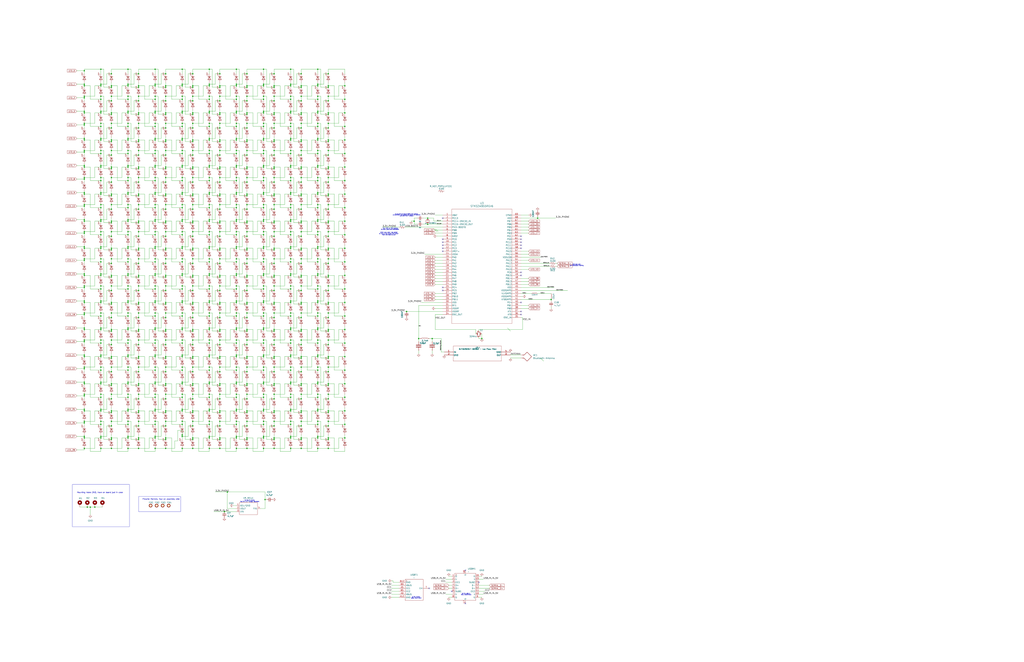
<source format=kicad_sch>
(kicad_sch (version 20250114) (generator "eeschema") (generator_version "9.0")
  (paper "D")
  (rectangle (start 60.96 408.94) (end 109.22 444.5))
  (rectangle (start 116.84 419.1) (end 152.4 431.8))
  (text "FIN pin is usually\nVout for 1117 voltage regulators" (at 210.566 422.91 0) (effects (font (size 0.635 0.635))))
  (text "16 PIN USB-C \nMALE RECEPTACLE" (at 393.192 501.65 0) (effects (font (size 0.635 0.635))))
  (text "im just gonna let these be 0603 0 ohm resistors \nas placeholder, i can desolder and replace with capacitors\nsome other time if necessary" (at 342.9 181.61 0) (effects (font (size 0.508 0.508))))
  (text "Pull HIGH on MCU startup\nto enter (usb/uart) bootloader " (at 329.184 193.294 0) (effects (font (size 0.635 0.635))))
  (text "Either use a pad I can solder\nor have a tiny button/DIP switch\nfrom this trace to 3V3" (at 327.914 197.358 0) (effects (font (size 0.635 0.635))))
  (text "Mounting Holes (M2), have on board just in case" (at 84.328 415.798 0) (effects (font (size 1.016 1.016))))
  (text "Fiducial Markers, four on assembly side" (at 135.89 421.386 0) (effects (font (size 1.016 1.016))))
  (text "USB data pins \nfor bootloader/flashing\n" (at 486.41 223.774 0) (effects (font (size 0.635 0.635))))
  (text "6 PIN FEMALE \nUSBC RECEPTACLE " (at 351.282 504.444 0) (effects (font (size 0.635 0.635))))
  (junction (at 139.7 332.74))
  (junction (at 231.14 107.95))
  (junction (at 153.67 355.6))
  (junction (at 222.25 243.84))
  (junction (at 107.95 355.6))
  (junction (at 93.98 195.58))
  (junction (at 245.11 81.28))
  (junction (at 254 195.58))
  (junction (at 176.53 254))
  (junction (at 130.81 299.72))
  (junction (at 93.98 264.16))
  (junction (at 130.81 139.7))
  (junction (at 176.53 208.28))
  (junction (at 116.84 355.6))
  (junction (at 153.67 106.68))
  (junction (at 199.39 195.58))
  (junction (at 208.28 278.13))
  (junction (at 130.81 118.11))
  (junction (at 162.56 140.97))
  (junction (at 116.84 199.39))
  (junction (at 222.25 118.11))
  (junction (at 107.95 129.54))
  (junction (at 93.98 222.25))
  (junction (at 276.86 210.82))
  (junction (at 139.7 210.82))
  (junction (at 116.84 218.44))
  (junction (at 199.39 93.98))
  (junction (at 162.56 172.72))
  (junction (at 290.83 175.26))
  (junction (at 85.09 241.3))
  (junction (at 231.14 73.66))
  (junction (at 71.12 242.57))
  (junction (at 245.11 264.16))
  (junction (at 93.98 378.46))
  (junction (at 71.12 185.42))
  (junction (at 107.95 323.85))
  (junction (at 254 347.98))
  (junction (at 107.95 369.57))
  (junction (at 231.14 199.39))
  (junction (at 153.67 163.83))
  (junction (at 208.28 245.11))
  (junction (at 93.98 163.83))
  (junction (at 222.25 140.97))
  (junction (at 139.7 187.96))
  (junction (at 185.42 142.24))
  (junction (at 153.67 276.86))
  (junction (at 71.12 149.86))
  (junction (at 222.25 289.56))
  (junction (at 71.12 299.72))
  (junction (at 290.83 198.12))
  (junction (at 199.39 322.58))
  (junction (at 222.25 346.71))
  (junction (at 199.39 149.86))
  (junction (at 276.86 287.02))
  (junction (at 153.67 367.03))
  (junction (at 231.14 172.72))
  (junction (at 231.14 209.55))
  (junction (at 139.7 287.02))
  (junction (at 107.95 58.42))
  (junction (at 199.39 72.39))
  (junction (at 93.98 127))
  (junction (at 139.7 313.69))
  (junction (at 93.98 232.41))
  (junction (at 153.67 266.7))
  (junction (at 254 264.16))
  (junction (at 245.11 355.6))
  (junction (at 85.09 129.54))
  (junction (at 222.25 278.13))
  (junction (at 139.7 256.54))
  (junction (at 176.53 278.13))
  (junction (at 116.84 287.02))
  (junction (at 93.98 325.12))
  (junction (at 231.14 332.74))
  (junction (at 116.84 323.85))
  (junction (at 93.98 355.6))
  (junction (at 139.7 118.11))
  (junction (at 93.98 279.4))
  (junction (at 176.53 220.98))
  (junction (at 208.28 323.85))
  (junction (at 130.81 186.69))
  (junction (at 208.28 142.24))
  (junction (at 222.25 139.7))
  (junction (at 85.09 58.42))
  (junction (at 85.09 266.7))
  (junction (at 107.95 309.88))
  (junction (at 267.97 287.02))
  (junction (at 162.56 95.25))
  (junction (at 162.56 187.96))
  (junction (at 185.42 85.09))
  (junction (at 71.12 278.13))
  (junction (at 199.39 118.11))
  (junction (at 85.09 309.88))
  (junction (at 162.56 149.86))
  (junction (at 245.11 332.74))
  (junction (at 153.67 186.69))
  (junction (at 185.42 96.52))
  (junction (at 208.28 232.41))
  (junction (at 85.09 71.12))
  (junction (at 139.7 325.12))
  (junction (at 222.25 332.74))
  (junction (at 185.42 119.38))
  (junction (at 185.42 313.69))
  (junction (at 139.7 369.57))
  (junction (at 162.56 346.71))
  (junction (at 176.53 116.84))
  (junction (at 245.11 104.14))
  (junction (at 245.11 276.86))
  (junction (at 276.86 81.28))
  (junction (at 116.84 302.26))
  (junction (at 276.86 256.54))
  (junction (at 453.39 184.15))
  (junction (at 245.11 175.26))
  (junction (at 153.67 312.42))
  (junction (at 85.09 162.56))
  (junction (at 245.11 116.84))
  (junction (at 162.56 210.82))
  (junction (at 208.28 85.09))
  (junction (at 162.56 278.13))
  (junction (at 208.28 346.71))
  (junction (at 162.56 378.46))
  (junction (at 185.42 279.4))
  (junction (at 254 165.1))
  (junction (at 139.7 255.27))
  (junction (at 71.12 95.25))
  (junction (at 107.95 209.55))
  (junction (at 199.39 95.25))
  (junction (at 254 370.84))
  (junction (at 153.67 185.42))
  (junction (at 130.81 208.28))
  (junction (at 276.86 142.24))
  (junction (at 153.67 72.39))
  (junction (at 130.81 300.99))
  (junction (at 85.09 139.7))
  (junction (at 208.28 163.83))
  (junction (at 276.86 72.39))
  (junction (at 107.95 149.86))
  (junction (at 139.7 195.58))
  (junction (at 185.42 233.68))
  (junction (at 162.56 199.39))
  (junction (at 290.83 255.27))
  (junction (at 93.98 81.28))
  (junction (at 290.83 95.25))
  (junction (at 254 222.25))
  (junction (at 153.67 378.46))
  (junction (at 116.84 118.11))
  (junction (at 130.81 322.58))
  (junction (at 222.25 95.25))
  (junction (at 245.11 195.58))
  (junction (at 130.81 369.57))
  (junction (at 231.14 347.98))
  (junction (at 93.98 359.41))
  (junction (at 71.12 287.02))
  (junction (at 116.84 209.55))
  (junction (at 185.42 222.25))
  (junction (at 116.84 104.14))
  (junction (at 116.84 278.13))
  (junction (at 245.11 220.98))
  (junction (at 267.97 175.26))
  (junction (at 267.97 209.55))
  (junction (at 231.14 142.24))
  (junction (at 153.67 332.74))
  (junction (at 231.14 267.97))
  (junction (at 139.7 302.26))
  (junction (at 276.86 323.85))
  (junction (at 71.12 368.3))
  (junction (at 176.53 378.46))
  (junction (at 130.81 232.41))
  (junction (at 222.25 369.57))
  (junction (at 276.86 309.88))
  (junction (at 267.97 81.28))
  (junction (at 116.84 210.82))
  (junction (at 130.81 172.72))
  (junction (at 153.67 83.82))
  (junction (at 254 176.53))
  (junction (at 85.09 255.27))
  (junction (at 267.97 309.88))
  (junction (at 245.11 287.02))
  (junction (at 71.12 162.56))
  (junction (at 85.09 198.12))
  (junction (at 85.09 369.57))
  (junction (at 85.09 118.11))
  (junction (at 71.12 219.71))
  (junction (at 116.84 313.69))
  (junction (at 130.81 129.54))
  (junction (at 162.56 313.69))
  (junction (at 107.95 218.44))
  (junction (at 222.25 163.83))
  (junction (at 208.28 127))
  (junction (at 85.09 264.16))
  (junction (at 162.56 325.12))
  (junction (at 290.83 323.85))
  (junction (at 254 267.97))
  (junction (at 71.12 332.74))
  (junction (at 199.39 278.13))
  (junction (at 267.97 71.12))
  (junction (at 222.25 355.6))
  (junction (at 199.39 255.27))
  (junction (at 130.81 309.88))
  (junction (at 231.14 96.52))
  (junction (at 71.12 163.83))
  (junction (at 231.14 72.39))
  (junction (at 231.14 278.13))
  (junction (at 153.67 129.54))
  (junction (at 176.53 104.14))
  (junction (at 176.53 300.99))
  (junction (at 176.53 95.25))
  (junction (at 199.39 358.14))
  (junction (at 231.14 313.69))
  (junction (at 199.39 71.12))
  (junction (at 162.56 309.88))
  (junction (at 162.56 119.38))
  (junction (at 176.53 312.42))
  (junction (at 199.39 186.69))
  (junction (at 276.86 62.23))
  (junction (at 267.97 163.83))
  (junction (at 185.42 255.27))
  (junction (at 107.95 172.72))
  (junction (at 290.83 278.13))
  (junction (at 208.28 347.98))
  (junction (at 199.39 129.54))
  (junction (at 139.7 218.44))
  (junction (at 176.53 335.28))
  (junction (at 85.09 232.41))
  (junction (at 208.28 218.44))
  (junction (at 85.09 378.46))
  (junction (at 93.98 142.24))
  (junction (at 116.84 130.81))
  (junction (at 107.95 322.58))
  (junction (at 130.81 332.74))
  (junction (at 85.09 81.28))
  (junction (at 245.11 139.7))
  (junction (at 276.86 172.72))
  (junction (at 222.25 71.12))
  (junction (at 199.39 231.14))
  (junction (at 176.53 369.57))
  (junction (at 153.67 278.13))
  (junction (at 107.95 140.97))
  (junction (at 185.42 218.44))
  (junction (at 85.09 312.42))
  (junction (at 185.42 81.28))
  (junction (at 162.56 209.55))
  (junction (at 107.95 264.16))
  (junction (at 130.81 71.12))
  (junction (at 267.97 254))
  (junction (at 71.12 71.12))
  (junction (at 176.53 346.71))
  (junction (at 290.83 83.82))
  (junction (at 222.25 129.54))
  (junction (at 208.28 290.83))
  (junction (at 245.11 72.39))
  (junction (at 199.39 172.72))
  (junction (at 153.67 208.28))
  (junction (at 71.12 209.55))
  (junction (at 267.97 322.58))
  (junction (at 93.98 336.55))
  (junction (at 162.56 355.6))
  (junction (at 254 300.99))
  (junction (at 176.53 163.83))
  (junction (at 267.97 243.84))
  (junction (at 208.28 165.1))
  (junction (at 185.42 153.67))
  (junction (at 222.25 162.56))
  (junction (at 185.42 127))
  (junction (at 139.7 81.28))
  (junction (at 267.97 289.56))
  (junction (at 176.53 127))
  (junction (at 222.25 106.68))
  (junction (at 130.81 152.4))
  (junction (at 208.28 267.97))
  (junction (at 208.28 119.38))
  (junction (at 267.97 358.14))
  (junction (at 254 85.09))
  (junction (at 139.7 104.14))
  (junction (at 199.39 198.12))
  (junction (at 185.42 378.46))
  (junction (at 85.09 152.4))
  (junction (at 162.56 302.26))
  (junction (at 107.95 243.84))
  (junction (at 222.25 172.72))
  (junction (at 276.86 370.84))
  (junction (at 276.86 176.53))
  (junction (at 93.98 96.52))
  (junction (at 254 118.11))
  (junction (at 107.95 93.98))
  (junction (at 276.86 300.99))
  (junction (at 254 278.13))
  (junction (at 254 256.54))
  (junction (at 176.53 355.6))
  (junction (at 185.42 107.95))
  (junction (at 199.39 209.55))
  (junction (at 93.98 313.69))
  (junction (at 107.95 332.74))
  (junction (at 130.81 198.12))
  (junction (at 290.83 335.28))
  (junction (at 85.09 345.44))
  (junction (at 71.12 186.69))
  (junction (at 85.09 299.72))
  (junction (at 162.56 287.02))
  (junction (at 153.67 254))
  (junction (at 85.09 278.13))
  (junction (at 176.53 299.72))
  (junction (at 267.97 140.97))
  (junction (at 290.83 312.42))
  (junction (at 85.09 185.42))
  (junction (at 71.12 172.72))
  (junction (at 185.42 210.82))
  (junction (at 162.56 153.67))
  (junction (at 130.81 185.42))
  (junction (at 245.11 118.11))
  (junction (at 189.23 431.8))
  (junction (at 176.53 58.42))
  (junction (at 130.81 355.6))
  (junction (at 254 199.39))
  (junction (at 364.49 285.75))
  (junction (at 267.97 355.6))
  (junction (at 231.14 62.23))
  (junction (at 85.09 218.44))
  (junction (at 290.83 346.71))
  (junction (at 276.86 378.46))
  (junction (at 208.28 256.54))
  (junction (at 245.11 300.99))
  (junction (at 231.14 222.25))
  (junction (at 162.56 96.52))
  (junction (at 116.84 176.53))
  (junction (at 85.09 208.28))
  (junction (at 185.42 118.11))
  (junction (at 85.09 95.25))
  (junction (at 139.7 72.39))
  (junction (at 222.25 220.98))
  (junction (at 176.53 172.72))
  (junction (at 116.84 232.41))
  (junction (at 208.28 369.57))
  (junction (at 139.7 323.85))
  (junction (at 342.9 262.89))
  (junction (at 199.39 83.82))
  (junction (at 176.53 289.56))
  (junction (at 254 163.83))
  (junction (at 267.97 220.98))
  (junction (at 185.42 73.66))
  (junction (at 162.56 370.84))
  (junction (at 254 95.25))
  (junction (at 93.98 287.02))
  (junction (at 199.39 309.88))
  (junction (at 199.39 208.28))
  (junction (at 116.84 153.67))
  (junction (at 222.25 218.44))
  (junction (at 245.11 232.41))
  (junction (at 199.39 312.42))
  (junction (at 231.14 279.4))
  (junction (at 116.84 325.12))
  (junction (at 245.11 368.3))
  (junction (at 93.98 346.71))
  (junction (at 290.83 243.84))
  (junction (at 208.28 209.55))
  (junction (at 208.28 73.66))
  (junction (at 153.67 358.14))
  (junction (at 71.12 345.44))
  (junction (at 290.83 266.7))
  (junction (at 71.12 105.41))
  (junction (at 153.67 218.44))
  (junction (at 71.12 231.14))
  (junction (at 245.11 186.69))
  (junction (at 162.56 233.68))
  (junction (at 245.11 208.28))
  (junction (at 208.28 95.25))
  (junction (at 176.53 345.44))
  (junction (at 139.7 149.86))
  (junction (at 290.83 118.11))
  (junction (at 162.56 107.95))
  (junction (at 139.7 163.83))
  (junction (at 208.28 302.26))
  (junction (at 185.42 165.1))
  (junction (at 139.7 73.66))
  (junction (at 254 187.96))
  (junction (at 130.81 175.26))
  (junction (at 116.84 85.09))
  (junction (at 199.39 355.6))
  (junction (at 254 210.82))
  (junction (at 231.14 300.99))
  (junction (at 176.53 129.54))
  (junction (at 231.14 359.41))
  (junction (at 162.56 241.3))
  (junction (at 71.12 118.11))
  (junction (at 208.28 370.84))
  (junction (at 139.7 186.69))
  (junction (at 185.42 241.3))
  (junction (at 130.81 81.28))
  (junction (at 222.25 83.82))
  (junction (at 85.09 83.82))
  (junction (at 231.14 233.68))
  (junction (at 290.83 300.99))
  (junction (at 222.25 152.4))
  (junction (at 162.56 127))
  (junction (at 231.14 255.27))
  (junction (at 185.42 195.58))
  (junction (at 276.86 186.69))
  (junction (at 139.7 370.84))
  (junction (at 267.97 116.84))
  (junction (at 71.12 128.27))
  (junction (at 93.98 72.39))
  (junction (at 231.14 95.25))
  (junction (at 208.28 378.46))
  (junction (at 139.7 279.4))
  (junction (at 93.98 149.86))
  (junction (at 222.25 368.3))
  (junction (at 139.7 127))
  (junction (at 71.12 322.58))
  (junction (at 85.09 322.58))
  (junction (at 245.11 71.12))
  (junction (at 185.42 369.57))
  (junction (at 185.42 336.55))
  (junction (at 139.7 153.67))
  (junction (at 116.84 378.46))
  (junction (at 139.7 300.99))
  (junction (at 199.39 81.28))
  (junction (at 93.98 140.97))
  (junction (at 139.7 278.13))
  (junction (at 116.84 165.1))
  (junction (at 71.12 309.88))
  (junction (at 185.42 149.86))
  (junction (at 85.09 127))
  (junction (at 93.98 104.14))
  (junction (at 71.12 356.87))
  (junction (at 93.98 73.66))
  (junction (at 153.67 175.26))
  (junction (at 245.11 129.54))
  (junction (at 245.11 93.98))
  (junction (at 222.25 312.42))
  (junction (at 231.14 130.81))
  (junction (at 107.95 345.44))
  (junction (at 222.25 335.28))
  (junction (at 276.86 245.11))
  (junction (at 185.42 62.23))
  (junction (at 130.81 358.14))
  (junction (at 93.98 278.13))
  (junction (at 153.67 335.28))
  (junction (at 231.14 187.96))
  (junction (at 130.81 289.56))
  (junction (at 254 241.3))
  (junction (at 267.97 218.44))
  (junction (at 353.06 285.75))
  (junction (at 107.95 186.69))
  (junction (at 208.28 264.16))
  (junction (at 130.81 231.14))
  (junction (at 71.12 232.41))
  (junction (at 139.7 62.23))
  (junction (at 199.39 152.4))
  (junction (at 139.7 347.98))
  (junction (at 290.83 152.4))
  (junction (at 85.09 289.56))
  (junction (at 153.67 95.25))
  (junction (at 85.09 323.85))
  (junction (at 107.95 255.27))
  (junction (at 199.39 218.44))
  (junction (at 245.11 241.3))
  (junction (at 199.39 266.7))
  (junction (at 139.7 233.68))
  (junction (at 139.7 359.41))
  (junction (at 93.98 186.69))
  (junction (at 231.14 163.83))
  (junction (at 406.4 285.75))
  (junction (at 231.14 165.1))
  (junction (at 290.83 358.14))
  (junction (at 85.09 300.99))
  (junction (at 139.7 172.72))
  (junction (at 254 336.55))
  (junction (at 139.7 245.11))
  (junction (at 176.53 243.84))
  (junction (at 254 140.97))
  (junction (at 153.67 243.84))
  (junction (at 176.53 322.58))
  (junction (at 176.53 72.39))
  (junction (at 245.11 172.72))
  (junction (at 162.56 336.55))
  (junction (at 162.56 218.44))
  (junction (at 116.84 370.84))
  (junction (at 208.28 149.86))
  (junction (at 107.95 72.39))
  (junction (at 176.53 140.97))
  (junction (at 199.39 106.68))
  (junction (at 231.14 241.3))
  (junction (at 71.12 127))
  (junction (at 85.09 358.14))
  (junction (at 222.25 309.88))
  (junction (at 360.68 189.23))
  (junction (at 162.56 369.57))
  (junction (at 93.98 62.23))
  (junction (at 130.81 335.28))
  (junction (at 162.56 300.99))
  (junction (at 245.11 312.42))
  (junction (at 222.25 175.26))
  (junction (at 254 309.88))
  (junction (at 153.67 309.88))
  (junction (at 254 279.4))
  (junction (at 185.42 323.85))
  (junction (at 85.09 93.98))
  (junction (at 76.2 427.99))
  (junction (at 71.12 288.29))
  (junction (at 130.81 116.84))
  (junction (at 222.25 208.28))
  (junction (at 231.14 81.28))
  (junction (at 107.95 299.72))
  (junction (at 107.95 116.84))
  (junction (at 222.25 127))
  (junction (at 85.09 186.69))
  (junction (at 93.98 241.3))
  (junction (at 245.11 255.27))
  (junction (at 139.7 142.24))
  (junction (at 276.86 369.57))
  (junction (at 153.67 81.28))
  (junction (at 254 73.66))
  (junction (at 85.09 332.74))
  (junction (at 162.56 264.16))
  (junction (at 162.56 62.23))
  (junction (at 116.84 127))
  (junction (at 290.83 140.97))
  (junction (at 245.11 152.4))
  (junction (at 130.81 218.44))
  (junction (at 199.39 243.84))
  (junction (at 185.42 278.13))
  (junction (at 276.86 336.55))
  (junction (at 107.95 198.12))
  (junction (at 231.14 232.41))
  (junction (at 276.86 325.12))
  (junction (at 267.97 264.16))
  (junction (at 276.86 85.09))
  (junction (at 185.42 186.69))
  (junction (at 107.95 231.14))
  (junction (at 71.12 255.27))
  (junction (at 93.98 95.25))
  (junction (at 130.81 312.42))
  (junction (at 222.25 299.72))
  (junction (at 107.95 312.42))
  (junction (at 185.42 290.83))
  (junction (at 116.84 256.54))
  (junction (at 222.25 358.14))
  (junction (at 222.25 287.02))
  (junction (at 162.56 72.39))
  (junction (at 139.7 222.25))
  (junction (at 162.56 323.85))
  (junction (at 185.42 163.83))
  (junction (at 130.81 209.55))
  (junction (at 267.97 335.28))
  (junction (at 208.28 130.81))
  (junction (at 254 302.26))
  (junction (at 276.86 165.1))
  (junction (at 185.42 245.11))
  (junction (at 199.39 369.57))
  (junction (at 276.86 241.3))
  (junction (at 107.95 220.98))
  (junction (at 71.12 334.01))
  (junction (at 116.84 359.41))
  (junction (at 267.97 232.41))
  (junction (at 208.28 233.68))
  (junction (at 276.86 346.71))
  (junction (at 222.25 264.16))
  (junction (at 153.67 149.86))
  (junction (at 93.98 309.88))
  (junction (at 222.25 185.42))
  (junction (at 231.14 336.55))
  (junction (at 245.11 378.46))
  (junction (at 267.97 104.14))
  (junction (at 267.97 72.39))
  (junction (at 85.09 104.14))
  (junction (at 208.28 96.52))
  (junction (at 176.53 106.68))
  (junction (at 153.67 346.71))
  (junction (at 199.39 241.3))
  (junction (at 139.7 241.3))
  (junction (at 93.98 118.11))
  (junction (at 107.95 127))
  (junction (at 116.84 140.97))
  (junction (at 191.77 415.29))
  (junction (at 107.95 232.41))
  (junction (at 208.28 104.14))
  (junction (at 71.12 264.16))
  (junction (at 176.53 83.82))
  (junction (at 208.28 300.99))
  (junction (at 162.56 165.1))
  (junction (at 267.97 106.68))
  (junction (at 276.86 290.83))
  (junction (at 153.67 140.97))
  (junction (at 254 313.69))
  (junction (at 107.95 346.71))
  (junction (at 162.56 104.14))
  (junction (at 116.84 186.69))
  (junction (at 176.53 368.3))
  (junction (at 208.28 336.55))
  (junction (at 231.14 210.82))
  (junction (at 199.39 276.86))
  (junction (at 93.98 323.85))
  (junction (at 162.56 142.24))
  (junction (at 71.12 254))
  (junction (at 267.97 368.3))
  (junction (at 208.28 195.58))
  (junction (at 176.53 185.42))
  (junction (at 208.28 287.02))
  (junction (at 245.11 345.44))
  (junction (at 185.42 72.39))
  (junction (at 176.53 264.16))
  (junction (at 245.11 162.56))
  (junction (at 208.28 186.69))
  (junction (at 153.67 116.84))
  (junction (at 276.86 153.67))
  (junction (at 199.39 140.97))
  (junction (at 116.84 95.25))
  (junction (at 245.11 163.83))
  (junction (at 245.11 254))
  (junction (at 93.98 256.54))
  (junction (at 176.53 209.55))
  (junction (at 208.28 107.95))
  (junction (at 153.67 255.27))
  (junction (at 162.56 163.83))
  (junction (at 176.53 186.69))
  (junction (at 231.14 127))
  (junction (at 245.11 149.86))
  (junction (at 222.25 231.14))
  (junction (at 208.28 332.74))
  (junction (at 116.84 336.55))
  (junction (at 222.25 72.39))
  (junction (at 208.28 355.6))
  (junction (at 153.67 368.3))
  (junction (at 185.42 302.26))
  (junction (at 162.56 85.09))
  (junction (at 254 346.71))
  (junction (at 176.53 287.02))
  (junction (at 116.84 309.88))
  (junction (at 267.97 149.86))
  (junction (at 276.86 347.98))
  (junction (at 245.11 266.7))
  (junction (at 85.09 335.28))
  (junction (at 276.86 332.74))
  (junction (at 276.86 140.97))
  (junction (at 222.25 104.14))
  (junction (at 116.84 96.52))
  (junction (at 267.97 83.82))
  (junction (at 176.53 358.14))
  (junction (at 254 287.02))
  (junction (at 107.95 71.12))
  (junction (at 245.11 95.25))
  (junction (at 222.25 300.99))
  (junction (at 276.86 127))
  (junction (at 116.84 81.28))
  (junction (at 130.81 278.13))
  (junction (at 139.7 209.55))
  (junction (at 185.42 209.55))
  (junction (at 267.97 208.28))
  (junction (at 208.28 118.11))
  (junction (at 85.09 175.26))
  (junction (at 71.12 173.99))
  (junction (at 290.83 369.57))
  (junction (at 245.11 278.13))
  (junction (at 116.84 347.98))
  (junction (at 176.53 195.58))
  (junction (at 116.84 279.4))
  (junction (at 93.98 233.68))
  (junction (at 360.68 184.15))
  (junction (at 276.86 73.66))
  (junction (at 107.95 378.46))
  (junction (at 162.56 232.41))
  (junction (at 245.11 218.44))
  (junction (at 245.11 322.58))
  (junction (at 116.84 264.16))
  (junction (at 276.86 264.16))
  (junction (at 85.09 346.71))
  (junction (at 254 72.39))
  (junction (at 176.53 81.28))
  (junction (at 93.98 218.44))
  (junction (at 231.14 140.97))
  (junction (at 153.67 118.11))
  (junction (at 267.97 332.74))
  (junction (at 71.12 208.28))
  (junction (at 107.95 152.4))
  (junction (at 153.67 264.16))
  (junction (at 222.25 186.69))
  (junction (at 116.84 172.72))
  (junction (at 276.86 107.95))
  (junction (at 85.09 368.3))
  (junction (at 267.97 346.71))
  (junction (at 276.86 232.41))
  (junction (at 130.81 323.85))
  (junction (at 231.14 245.11))
  (junction (at 267.97 152.4))
  (junction (at 71.12 81.28))
  (junction (at 254 81.28))
  (junction (at 107.95 175.26))
  (junction (at 139.7 346.71))
  (junction (at 176.53 139.7))
  (junction (at 231.14 302.26))
  (junction (at 185.42 95.25))
  (junction (at 162.56 186.69))
  (junction (at 231.14 153.67))
  (junction (at 130.81 276.86))
  (junction (at 139.7 96.52))
  (junction (at 254 255.27))
  (junction (at 245.11 358.14))
  (junction (at 162.56 332.74))
  (junction (at 80.01 427.99))
  (junction (at 199.39 116.84))
  (junction (at 130.81 162.56))
  (junction (at 130.81 127))
  (junction (at 93.98 255.27))
  (junction (at 185.42 355.6))
  (junction (at 222.25 322.58))
  (junction (at 176.53 71.12))
  (junction (at 153.67 300.99))
  (junction (at 176.53 231.14))
  (junction (at 199.39 254))
  (junction (at 276.86 209.55))
  (junction (at 267.97 118.11))
  (junction (at 208.28 222.25))
  (junction (at 93.98 119.38))
  (junction (at 267.97 95.25))
  (junction (at 85.09 287.02))
  (junction (at 116.84 73.66))
  (junction (at 85.09 149.86))
  (junction (at 276.86 313.69))
  (junction (at 139.7 336.55))
  (junction (at 130.81 287.02))
  (junction (at 71.12 323.85))
  (junction (at 93.98 370.84))
  (junction (at 71.12 369.57))
  (junction (at 254 96.52))
  (junction (at 176.53 255.27))
  (junction (at 185.42 359.41))
  (junction (at 185.42 267.97))
  (junction (at 139.7 95.25))
  (junction (at 208.28 199.39))
  (junction (at 71.12 355.6))
  (junction (at 71.12 276.86))
  (junction (at 139.7 140.97))
  (junction (at 116.84 62.23))
  (junction (at 208.28 313.69))
  (junction (at 176.53 149.86))
  (junction (at 185.42 172.72))
  (junction (at 71.12 82.55))
  (junction (at 254 359.41))
  (junction (at 130.81 255.27))
  (junction (at 85.09 140.97))
  (junction (at 93.98 245.11))
  (junction (at 139.7 199.39))
  (junction (at 93.98 347.98))
  (junction (at 267.97 127))
  (junction (at 130.81 149.86))
  (junction (at 107.95 104.14))
  (junction (at 176.53 118.11))
  (junction (at 290.83 232.41))
  (junction (at 276.86 233.68))
  (junction (at 153.67 139.7))
  (junction (at 93.98 300.99))
  (junction (at 254 232.41))
  (junction (at 222.25 378.46))
  (junction (at 116.84 187.96))
  (junction (at 107.95 368.3))
  (junction (at 153.67 104.14))
  (junction (at 93.98 209.55))
  (junction (at 231.14 176.53))
  (junction (at 85.09 163.83))
  (junction (at 153.67 58.42))
  (junction (at 139.7 232.41))
  (junction (at 185.42 370.84))
  (junction (at 199.39 335.28))
  (junction (at 93.98 176.53))
  (junction (at 245.11 185.42))
  (junction (at 267.97 312.42))
  (junction (at 290.83 129.54))
  (junction (at 116.84 290.83))
  (junction (at 139.7 85.09))
  (junction (at 153.67 231.14))
  (junction (at 139.7 355.6))
  (junction (at 245.11 346.71))
  (junction (at 254 104.14))
  (junction (at 185.42 287.02))
  (junction (at 176.53 218.44))
  (junction (at 162.56 359.41))
  (junction (at 254 172.72))
  (junction (at 254 218.44))
  (junction (at 290.83 186.69))
  (junction (at 208.28 140.97))
  (junction (at 176.53 276.86))
  (junction (at 185.42 140.97))
  (junction (at 116.84 255.27))
  (junction (at 254 323.85))
  (junction (at 199.39 104.14))
  (junction (at 71.12 300.99))
  (junction (at 107.95 276.86))
  (junction (at 85.09 172.72))
  (junction (at 85.09 116.84))
  (junction (at 276.86 302.26))
  (junction (at 254 332.74))
  (junction (at 276.86 218.44))
  (junction (at 245.11 299.72))
  (junction (at 208.28 210.82))
  (junction (at 245.11 127))
  (junction (at 93.98 153.67))
  (junction (at 290.83 163.83))
  (junction (at 223.52 421.64))
  (junction (at 245.11 335.28))
  (junction (at 267.97 278.13))
  (junction (at 162.56 118.11))
  (junction (at 71.12 104.14))
  (junction (at 231.14 118.11))
  (junction (at 349.25 186.69))
  (junction (at 222.25 209.55))
  (junction (at 276.86 279.4))
  (junction (at 116.84 119.38))
  (junction (at 231.14 290.83))
  (junction (at 464.82 252.73))
  (junction (at 208.28 325.12))
  (junction (at 153.67 198.12))
  (junction (at 199.39 368.3))
  (junction (at 130.81 58.42))
  (junction (at 130.81 345.44))
  (junction (at 290.83 209.55))
  (junction (at 116.84 163.83))
  (junction (at 231.14 195.58))
  (junction (at 139.7 378.46))
  (junction (at 245.11 140.97))
  (junction (at 267.97 299.72))
  (junction (at 267.97 139.7))
  (junction (at 222.25 232.41))
  (junction (at 208.28 176.53))
  (junction (at 267.97 198.12))
  (junction (at 267.97 300.99))
  (junction (at 153.67 323.85))
  (junction (at 199.39 323.85))
  (junction (at 116.84 222.25))
  (junction (at 130.81 106.68))
  (junction (at 208.28 187.96))
  (junction (at 267.97 231.14))
  (junction (at 130.81 195.58))
  (junction (at 107.95 95.25))
  (junction (at 208.28 309.88))
  (junction (at 199.39 300.99))
  (junction (at 130.81 93.98))
  (junction (at 267.97 93.98))
  (junction (at 254 130.81))
  (junction (at 199.39 175.26))
  (junction (at 93.98 267.97))
  (junction (at 107.95 118.11))
  (junction (at 276.86 96.52))
  (junction (at 71.12 151.13))
  (junction (at 222.25 198.12))
  (junction (at 139.7 267.97))
  (junction (at 162.56 81.28))
  (junction (at 107.95 208.28))
  (junction (at 130.81 266.7))
  (junction (at 267.97 162.56))
  (junction (at 116.84 149.86))
  (junction (at 153.67 241.3))
  (junction (at 231.14 85.09))
  (junction (at 153.67 93.98))
  (junction (at 254 245.11))
  (junction (at 153.67 299.72))
  (junction (at 290.83 220.98))
  (junction (at 116.84 346.71))
  (junction (at 231.14 355.6))
  (junction (at 162.56 176.53))
  (junction (at 153.67 232.41))
  (junction (at 71.12 195.58))
  (junction (at 130.81 95.25))
  (junction (at 130.81 104.14))
  (junction (at 162.56 245.11))
  (junction (at 107.95 195.58))
  (junction (at 116.84 72.39))
  (junction (at 153.67 345.44))
  (junction (at 245.11 243.84))
  (junction (at 267.97 241.3))
  (junction (at 153.67 152.4))
  (junction (at 130.81 220.98))
  (junction (at 93.98 130.81))
  (junction (at 130.81 368.3))
  (junction (at 130.81 243.84))
  (junction (at 276.86 195.58))
  (junction (at 85.09 243.84))
  (junction (at 85.09 106.68))
  (junction (at 208.28 72.39))
  (junction (at 130.81 378.46))
  (junction (at 107.95 358.14))
  (junction (at 107.95 163.83))
  (junction (at 222.25 323.85))
  (junction (at 276.86 149.86))
  (junction (at 116.84 300.99))
  (junction (at 290.83 289.56))
  (junction (at 267.97 255.27))
  (junction (at 71.12 116.84))
  (junction (at 208.28 62.23))
  (junction (at 185.42 300.99))
  (junction (at 245.11 309.88))
  (junction (at 199.39 58.42))
  (junction (at 231.14 369.57))
  (junction (at 107.95 335.28))
  (junction (at 185.42 187.96))
  (junction (at 85.09 276.86))
  (junction (at 93.98 199.39))
  (junction (at 254 142.24))
  (junction (at 254 107.95))
  (junction (at 199.39 264.16))
  (junction (at 276.86 359.41))
  (junction (at 199.39 127))
  (junction (at 276.86 267.97))
  (junction (at 85.09 195.58))
  (junction (at 231.14 378.46))
  (junction (at 199.39 232.41))
  (junction (at 222.25 254))
  (junction (at 231.14 370.84))
  (junction (at 208.28 153.67))
  (junction (at 139.7 309.88))
  (junction (at 267.97 345.44))
  (junction (at 93.98 332.74))
  (junction (at 222.25 195.58))
  (junction (at 222.25 255.27))
  (junction (at 231.14 119.38))
  (junction (at 71.12 218.44))
  (junction (at 199.39 220.98))
  (junction (at 130.81 72.39))
  (junction (at 231.14 309.88))
  (junction (at 139.7 165.1))
  (junction (at 162.56 279.4))
  (junction (at 276.86 199.39))
  (junction (at 267.97 129.54))
  (junction (at 116.84 245.11))
  (junction (at 231.14 287.02))
  (junction (at 85.09 254))
  (junction (at 276.86 163.83))
  (junction (at 231.14 346.71))
  (junction (at 107.95 106.68))
  (junction (at 130.81 163.83))
  (junction (at 231.14 186.69))
  (junction (at 85.09 220.98))
  (junction (at 71.12 241.3))
  (junction (at 208.28 279.4))
  (junction (at 116.84 241.3))
  (junction (at 185.42 199.39))
  (junction (at 153.67 162.56))
  (junction (at 116.84 267.97))
  (junction (at 222.25 276.86))
  (junction (at 130.81 346.71))
  (junction (at 231.14 104.14))
  (junction (at 162.56 195.58))
  (junction (at 116.84 107.95))
  (junction (at 199.39 162.56))
  (junction (at 107.95 139.7))
  (junction (at 199.39 378.46))
  (junction (at 208.28 81.28))
  (junction (at 93.98 369.57))
  (junction (at 245.11 209.55))
  (junction (at 107.95 300.99))
  (junction (at 107.95 241.3))
  (junction (at 93.98 85.09))
  (junction (at 185.42 309.88))
  (junction (at 245.11 231.14))
  (junction (at 185.42 176.53))
  (junction (at 107.95 287.02))
  (junction (at 85.09 355.6))
  (junction (at 176.53 162.56))
  (junction (at 222.25 149.86))
  (junction (at 176.53 175.26))
  (junction (at 176.53 152.4))
  (junction (at 222.25 81.28))
  (junction (at 254 378.46))
  (junction (at 71.12 196.85))
  (junction (at 162.56 73.66))
  (junction (at 116.84 233.68))
  (junction (at 276.86 95.25))
  (junction (at 185.42 264.16))
  (junction (at 107.95 289.56))
  (junction (at 267.97 266.7))
  (junction (at 107.95 162.56))
  (junction (at 199.39 163.83))
  (junction (at 267.97 378.46))
  (junction (at 85.09 72.39))
  (junction (at 231.14 325.12))
  (junction (at 245.11 369.57))
  (junction (at 254 186.69))
  (junction (at 267.97 276.86))
  (junction (at 107.95 278.13))
  (junction (at 199.39 287.02))
  (junction (at 185.42 232.41))
  (junction (at 254 290.83))
  (junction (at 71.12 139.7))
  (junction (at 153.67 71.12))
  (junction (at 254 233.68))
  (junction (at 130.81 140.97))
  (junction (at 199.39 139.7))
  (junction (at 139.7 264.16))
  (junction (at 153.67 220.98))
  (junction (at 199.39 346.71))
  (junction (at 116.84 142.24))
  (junction (at 116.84 369.57))
  (junction (at 162.56 130.81))
  (junction (at 71.12 72.39))
  (junction (at 71.12 311.15))
  (junction (at 176.53 232.41))
  (junction (at 245.11 198.12))
  (junction (at 176.53 241.3))
  (junction (at 71.12 93.98))
  (junction (at 153.67 287.02))
  (junction (at 130.81 241.3))
  (junction (at 116.84 195.58))
  (junction (at 185.42 104.14))
  (junction (at 199.39 332.74))
  (junction (at 267.97 58.42))
  (junction (at 245.11 106.68))
  (junction (at 130.81 254))
  (junction (at 107.95 254))
  (junction (at 162.56 267.97))
  (junction (at 93.98 290.83))
  (junction (at 85.09 209.55))
  (junction (at 222.25 116.84))
  (junction (at 290.83 106.68))
  (junction (at 162.56 347.98))
  (junction (at 267.97 185.42))
  (junction (at 139.7 107.95))
  (junction (at 153.67 127))
  (junction (at 208.28 241.3))
  (junction (at 254 325.12))
  (junction (at 71.12 265.43))
  (junction (at 93.98 165.1))
  (junction (at 267.97 172.72))
  (junction (at 276.86 278.13))
  (junction (at 222.25 241.3))
  (junction (at 267.97 323.85))
  (junction (at 245.11 58.42))
  (junction (at 185.42 256.54))
  (junction (at 208.28 172.72))
  (junction (at 130.81 83.82))
  (junction (at 139.7 130.81))
  (junction (at 185.42 332.74))
  (junction (at 185.42 130.81))
  (junction (at 93.98 210.82))
  (junction (at 162.56 222.25))
  (junction (at 153.67 195.58))
  (junction (at 290.83 72.39))
  (junction (at 176.53 332.74))
  (junction (at 267.97 369.57))
  (junction (at 162.56 290.83))
  (junction (at 176.53 323.85))
  (junction (at 276.86 255.27))
  (junction (at 85.09 231.14))
  (junction (at 222.25 345.44))
  (junction (at 276.86 187.96))
  (junction (at 276.86 130.81))
  (junction (at 245.11 323.85))
  (junction (at 107.95 81.28))
  (junction (at 199.39 185.42))
  (junction (at 222.25 58.42))
  (junction (at 93.98 107.95))
  (junction (at 208.28 359.41))
  (junction (at 245.11 83.82))
  (junction (at 267.97 195.58))
  (junction (at 254 153.67))
  (junction (at 276.86 118.11))
  (junction (at 185.42 347.98))
  (junction (at 93.98 187.96))
  (junction (at 276.86 222.25))
  (junction (at 267.97 186.69))
  (junction (at 199.39 289.56))
  (junction (at 276.86 355.6))
  (junction (at 71.12 346.71))
  (junction (at 162.56 255.27))
  (junction (at 185.42 325.12))
  (junction (at 222.25 266.7))
  (junction (at 222.25 93.98))
  (junction (at 254 149.86))
  (junction (at 254 119.38))
  (junction (at 254 127))
  (junction (at 176.53 309.88))
  (junction (at 153.67 289.56))
  (junction (at 176.53 93.98))
  (junction (at 93.98 172.72))
  (junction (at 176.53 198.12))
  (junction (at 153.67 209.55))
  (junction (at 254 209.55))
  (junction (at 139.7 119.38))
  (junction (at 199.39 299.72))
  (junction (at 208.28 255.27))
  (junction (at 185.42 346.71))
  (junction (at 93.98 302.26))
  (junction (at 71.12 59.69))
  (junction (at 276.86 104.14))
  (junction (at 116.84 332.74))
  (junction (at 254 369.57))
  (junction (at 139.7 290.83))
  (junction (at 139.7 176.53))
  (junction (at 153.67 172.72))
  (junction (at 176.53 266.7))
  (junction (at 130.81 264.16))
  (junction (at 231.14 323.85))
  (junction (at 107.95 83.82))
  (junction (at 73.66 427.99))
  (junction (at 162.56 256.54))
  (junction (at 254 62.23))
  (junction (at 71.12 140.97))
  (junction (at 231.14 218.44))
  (junction (at 276.86 119.38))
  (junction (at 245.11 289.56))
  (junction (at 71.12 378.46))
  (junction (at 107.95 266.7))
  (junction (at 231.14 256.54))
  (junction (at 107.95 185.42))
  (junction (at 254 355.6))
  (junction (at 153.67 322.58))
  (junction (at 231.14 149.86))
  (junction (at 199.39 345.44))
  (junction (at 231.14 264.16))
  (no_connect (at 439.42 262.89))
  (no_connect (at 392.43 481.33))
  (no_connect (at 373.38 184.15))
  (no_connect (at 403.86 491.49))
  (no_connect (at 439.42 207.01))
  (no_connect (at 373.38 242.57))
  (no_connect (at 392.43 509.27))
  (no_connect (at 439.42 199.39))
  (no_connect (at 439.42 209.55))
  (no_connect (at 439.42 265.43))
  (no_connect (at 439.42 255.27))
  (no_connect (at 373.38 207.01))
  (no_connect (at 439.42 201.93))
  (no_connect (at 381 499.11))
  (no_connect (at 439.42 229.87))
  (no_connect (at 361.95 496.57))
  (no_connect (at 373.38 245.11))
  (no_connect (at 439.42 204.47))
  (no_connect (at 373.38 204.47))
  (no_connect (at 373.38 201.93))
  (no_connect (at 373.38 209.55))
  (no_connect (at 439.42 232.41))
  (no_connect (at 373.38 212.09))
  (bus_entry (at 367.03 193.04) (size 2.54 2.54))
  (bus_entry (at 427.99 276.86) (size 2.54 2.54))
  (bus_entry (at 455.93 302.26) (size 2.54 2.54))
  (bus_entry (at 365.76 193.04) (size 2.54 2.54))
  (wire (pts (xy 153.67 130.81) (xy 153.67 129.54)))
  (wire (pts (xy 185.42 278.13) (xy 185.42 279.4)))
  (wire (pts (xy 403.86 488.95) (xy 407.67 488.95)))
  (wire (pts (xy 116.84 81.28) (xy 125.73 81.28)))
  (wire (pts (xy 71.12 92.71) (xy 71.12 93.98)))
  (wire (pts (xy 199.39 209.55) (xy 199.39 208.28)))
  (wire (pts (xy 204.47 345.44) (xy 204.47 336.55)))
  (wire (pts (xy 76.2 95.25) (xy 76.2 106.68)))
  (wire (pts (xy 267.97 71.12) (xy 273.05 71.12)))
  (wire (pts (xy 71.12 139.7) (xy 71.12 140.97)))
  (wire (pts (xy 367.03 250.19) (xy 373.38 250.19)))
  (wire (pts (xy 222.25 185.42) (xy 227.33 185.42)))
  (wire (pts (xy 208.28 184.15) (xy 208.28 186.69)))
  (wire (pts (xy 71.12 95.25) (xy 71.12 96.52)))
  (wire (pts (xy 254 95.25) (xy 259.08 95.25)))
  (wire (pts (xy 148.59 300.99) (xy 153.67 300.99)))
  (wire (pts (xy 254 104.14) (xy 254 107.95)))
  (wire (pts (xy 208.28 127) (xy 217.17 127)))
  (wire (pts (xy 267.97 323.85) (xy 267.97 325.12)))
  (wire (pts (xy 176.53 322.58) (xy 181.61 322.58)))
  (wire (pts (xy 194.31 149.86) (xy 194.31 140.97)))
  (wire (pts (xy 199.39 345.44) (xy 199.39 344.17)))
  (wire (pts (xy 267.97 118.11) (xy 267.97 119.38)))
  (wire (pts (xy 64.77 185.42) (xy 71.12 185.42)))
  (wire (pts (xy 373.38 181.61) (xy 367.03 181.61)))
  (wire (pts (xy 190.5 95.25) (xy 190.5 106.68)))
  (wire (pts (xy 121.92 163.83) (xy 121.92 175.26)))
  (wire (pts (xy 113.03 208.28) (xy 113.03 199.39)))
  (wire (pts (xy 71.12 334.01) (xy 71.12 336.55)))
  (wire (pts (xy 176.53 218.44) (xy 179.07 218.44)))
  (wire (pts (xy 121.92 266.7) (xy 130.81 266.7)))
  (wire (pts (xy 254 69.85) (xy 254 72.39)))
  (wire (pts (xy 153.67 346.71) (xy 153.67 345.44)))
  (wire (pts (xy 273.05 231.14) (xy 273.05 222.25)))
  (wire (pts (xy 222.25 93.98) (xy 227.33 93.98)))
  (wire (pts (xy 217.17 287.02) (xy 217.17 278.13)))
  (wire (pts (xy 176.53 93.98) (xy 181.61 93.98)))
  (wire (pts (xy 245.11 116.84) (xy 245.11 115.57)))
  (wire (pts (xy 201.93 81.28) (xy 201.93 96.52)))
  (wire (pts (xy 236.22 72.39) (xy 236.22 83.82)))
  (wire (pts (xy 135.89 185.42) (xy 135.89 176.53)))
  (wire (pts (xy 149.86 372.11) (xy 149.86 363.22)))
  (wire (pts (xy 153.67 118.11) (xy 153.67 116.84)))
  (wire (pts (xy 270.51 119.38) (xy 276.86 119.38)))
  (wire (pts (xy 208.28 287.02) (xy 217.17 287.02)))
  (wire (pts (xy 208.28 95.25) (xy 213.36 95.25)))
  (wire (pts (xy 156.21 347.98) (xy 162.56 347.98)))
  (wire (pts (xy 194.31 118.11) (xy 199.39 118.11)))
  (wire (pts (xy 250.19 71.12) (xy 250.19 62.23)))
  (wire (pts (xy 231.14 255.27) (xy 231.14 256.54)))
  (wire (pts (xy 245.11 300.99) (xy 245.11 302.26)))
  (wire (pts (xy 148.59 186.69) (xy 153.67 186.69)))
  (wire (pts (xy 139.7 118.11) (xy 144.78 118.11)))
  (wire (pts (xy 273.05 276.86) (xy 273.05 267.97)))
  (wire (pts (xy 93.98 309.88) (xy 93.98 313.69)))
  (wire (pts (xy 181.61 290.83) (xy 185.42 290.83)))
  (wire (pts (xy 99.06 175.26) (xy 107.95 175.26)))
  (wire (pts (xy 194.31 95.25) (xy 199.39 95.25)))
  (wire (pts (xy 223.52 429.26) (xy 219.71 429.26)))
  (wire (pts (xy 222.25 176.53) (xy 222.25 175.26)))
  (wire (pts (xy 222.25 95.25) (xy 222.25 93.98)))
  (wire (pts (xy 267.97 116.84) (xy 267.97 115.57)))
  (wire (pts (xy 259.08 152.4) (xy 267.97 152.4)))
  (wire (pts (xy 199.39 175.26) (xy 199.39 172.72)))
  (wire (pts (xy 185.42 172.72) (xy 185.42 176.53)))
  (wire (pts (xy 199.39 198.12) (xy 199.39 195.58)))
  (wire (pts (xy 133.35 81.28) (xy 133.35 96.52)))
  (wire (pts (xy 179.07 264.16) (xy 179.07 279.4)))
  (wire (pts (xy 153.67 162.56) (xy 158.75 162.56)))
  (wire (pts (xy 80.01 378.46) (xy 80.01 369.57)))
  (wire (pts (xy 116.84 323.85) (xy 121.92 323.85)))
  (wire (pts (xy 156.21 73.66) (xy 162.56 73.66)))
  (wire (pts (xy 276.86 140.97) (xy 276.86 142.24)))
  (wire (pts (xy 179.07 165.1) (xy 185.42 165.1)))
  (wire (pts (xy 107.95 231.14) (xy 113.03 231.14)))
  (wire (pts (xy 245.11 368.3) (xy 245.11 367.03)))
  (wire (pts (xy 130.81 85.09) (xy 130.81 83.82)))
  (wire (pts (xy 231.14 95.25) (xy 236.22 95.25)))
  (wire (pts (xy 403.86 496.57) (xy 412.75 496.57)))
  (wire (pts (xy 130.81 345.44) (xy 130.81 344.17)))
  (wire (pts (xy 254 287.02) (xy 262.89 287.02)))
  (wire (pts (xy 190.5 186.69) (xy 190.5 198.12)))
  (wire (pts (xy 185.42 195.58) (xy 194.31 195.58)))
  (wire (pts (xy 179.07 187.96) (xy 185.42 187.96)))
  (wire (pts (xy 139.7 355.6) (xy 139.7 359.41)))
  (wire (pts (xy 190.5 255.27) (xy 190.5 266.7)))
  (wire (pts (xy 176.53 186.69) (xy 176.53 187.96)))
  (wire (pts (xy 162.56 309.88) (xy 162.56 313.69)))
  (wire (pts (xy 181.61 245.11) (xy 185.42 245.11)))
  (wire (pts (xy 213.36 72.39) (xy 213.36 83.82)))
  (wire (pts (xy 121.92 118.11) (xy 121.92 129.54)))
  (wire (pts (xy 285.75 104.14) (xy 285.75 95.25)))
  (wire (pts (xy 222.25 104.14) (xy 224.79 104.14)))
  (wire (pts (xy 208.28 323.85) (xy 208.28 325.12)))
  (wire (pts (xy 144.78 300.99) (xy 144.78 312.42)))
  (wire (pts (xy 201.93 119.38) (xy 208.28 119.38)))
  (wire (pts (xy 116.84 172.72) (xy 116.84 176.53)))
  (wire (pts (xy 199.39 232.41) (xy 199.39 231.14)))
  (wire (pts (xy 148.59 287.02) (xy 148.59 278.13)))
  (wire (pts (xy 156.21 241.3) (xy 156.21 256.54)))
  (wire (pts (xy 262.89 278.13) (xy 267.97 278.13)))
  (wire (pts (xy 276.86 300.99) (xy 281.94 300.99)))
  (wire (pts (xy 290.83 232.41) (xy 290.83 233.68)))
  (wire (pts (xy 162.56 104.14) (xy 171.45 104.14)))
  (wire (pts (xy 199.39 162.56) (xy 199.39 161.29)))
  (wire (pts (xy 375.92 501.65) (xy 381 501.65)))
  (wire (pts (xy 171.45 72.39) (xy 176.53 72.39)))
  (wire (pts (xy 254 138.43) (xy 254 140.97)))
  (wire (pts (xy 102.87 264.16) (xy 102.87 255.27)))
  (wire (pts (xy 245.11 378.46) (xy 254 378.46)))
  (wire (pts (xy 71.12 195.58) (xy 80.01 195.58)))
  (wire (pts (xy 139.7 300.99) (xy 139.7 302.26)))
  (wire (pts (xy 245.11 149.86) (xy 247.65 149.86)))
  (wire (pts (xy 262.89 95.25) (xy 267.97 95.25)))
  (wire (pts (xy 71.12 140.97) (xy 76.2 140.97)))
  (wire (pts (xy 93.98 95.25) (xy 99.06 95.25)))
  (wire (pts (xy 85.09 198.12) (xy 85.09 195.58)))
  (wire (pts (xy 130.81 195.58) (xy 133.35 195.58)))
  (wire (pts (xy 153.67 232.41) (xy 153.67 233.68)))
  (wire (pts (xy 245.11 186.69) (xy 245.11 187.96)))
  (wire (pts (xy 194.31 378.46) (xy 194.31 369.57)))
  (wire (pts (xy 267.97 231.14) (xy 273.05 231.14)))
  (wire (pts (xy 176.53 209.55) (xy 176.53 210.82)))
  (wire (pts (xy 80.01 195.58) (xy 80.01 186.69)))
  (wire (pts (xy 217.17 163.83) (xy 222.25 163.83)))
  (wire (pts (xy 290.83 275.59) (xy 290.83 278.13)))
  (wire (pts (xy 267.97 162.56) (xy 273.05 162.56)))
  (wire (pts (xy 179.07 347.98) (xy 185.42 347.98)))
  (wire (pts (xy 290.83 220.98) (xy 290.83 218.44)))
  (wire (pts (xy 208.28 127) (xy 208.28 130.81)))
  (wire (pts (xy 158.75 208.28) (xy 158.75 199.39)))
  (wire (pts (xy 199.39 278.13) (xy 199.39 279.4)))
  (wire (pts (xy 176.53 355.6) (xy 179.07 355.6)))
  (wire (pts (xy 208.28 218.44) (xy 208.28 222.25)))
  (wire (pts (xy 162.56 104.14) (xy 162.56 107.95)))
  (wire (pts (xy 208.28 332.74) (xy 217.17 332.74)))
  (wire (pts (xy 208.28 309.88) (xy 217.17 309.88)))
  (wire (pts (xy 87.63 325.12) (xy 93.98 325.12)))
  (wire (pts (xy 71.12 149.86) (xy 71.12 151.13)))
  (wire (pts (xy 93.98 241.3) (xy 93.98 245.11)))
  (wire (pts (xy 139.7 287.02) (xy 148.59 287.02)))
  (wire (pts (xy 116.84 127) (xy 125.73 127)))
  (wire (pts (xy 93.98 355.6) (xy 102.87 355.6)))
  (wire (pts (xy 87.63 58.42) (xy 87.63 73.66)))
  (wire (pts (xy 179.07 81.28) (xy 179.07 96.52)))
  (wire (pts (xy 254 140.97) (xy 259.08 140.97)))
  (wire (pts (xy 144.78 323.85) (xy 144.78 335.28)))
  (wire (pts (xy 194.31 218.44) (xy 194.31 209.55)))
  (wire (pts (xy 254 149.86) (xy 254 153.67)))
  (wire (pts (xy 148.59 118.11) (xy 153.67 118.11)))
  (wire (pts (xy 71.12 288.29) (xy 71.12 290.83)))
  (wire (pts (xy 267.97 369.57) (xy 267.97 368.3)))
  (wire (pts (xy 224.79 287.02) (xy 224.79 302.26)))
  (wire (pts (xy 273.05 368.3) (xy 273.05 359.41)))
  (wire (pts (xy 71.12 264.16) (xy 80.01 264.16)))
  (wire (pts (xy 290.83 358.14) (xy 290.83 355.6)))
  (wire (pts (xy 176.53 368.3) (xy 181.61 368.3)))
  (wire (pts (xy 144.78 83.82) (xy 153.67 83.82)))
  (wire (pts (xy 179.07 210.82) (xy 185.42 210.82)))
  (wire (pts (xy 171.45 378.46) (xy 171.45 369.57)))
  (wire (pts (xy 158.75 185.42) (xy 158.75 176.53)))
  (wire (pts (xy 85.09 323.85) (xy 85.09 322.58)))
  (wire (pts (xy 236.22 186.69) (xy 236.22 198.12)))
  (wire (pts (xy 71.12 345.44) (xy 71.12 346.71)))
  (wire (pts (xy 116.84 69.85) (xy 116.84 72.39)))
  (wire (pts (xy 199.39 254) (xy 199.39 252.73)))
  (wire (pts (xy 201.93 302.26) (xy 208.28 302.26)))
  (wire (pts (xy 85.09 278.13) (xy 85.09 276.86)))
  (wire (pts (xy 107.95 323.85) (xy 107.95 325.12)))
  (wire (pts (xy 190.5 335.28) (xy 199.39 335.28)))
  (wire (pts (xy 116.84 95.25) (xy 116.84 96.52)))
  (wire (pts (xy 162.56 138.43) (xy 162.56 140.97)))
  (wire (pts (xy 71.12 58.42) (xy 85.09 58.42)))
  (wire (pts (xy 199.39 323.85) (xy 199.39 325.12)))
  (wire (pts (xy 464.82 259.08) (xy 464.82 260.35)))
  (wire (pts (xy 116.84 92.71) (xy 116.84 95.25)))
  (wire (pts (xy 85.09 290.83) (xy 85.09 289.56)))
  (wire (pts (xy 204.47 85.09) (xy 208.28 85.09)))
  (wire (pts (xy 222.25 323.85) (xy 222.25 322.58)))
  (wire (pts (xy 167.64 95.25) (xy 167.64 106.68)))
  (wire (pts (xy 107.95 332.74) (xy 110.49 332.74)))
  (wire (pts (xy 181.61 254) (xy 181.61 245.11)))
  (wire (pts (xy 262.89 186.69) (xy 267.97 186.69)))
  (wire (pts (xy 185.42 232.41) (xy 190.5 232.41)))
  (wire (pts (xy 133.35 264.16) (xy 133.35 279.4)))
  (wire (pts (xy 133.35 332.74) (xy 133.35 347.98)))
  (wire (pts (xy 93.98 172.72) (xy 93.98 176.53)))
  (wire (pts (xy 116.84 255.27) (xy 116.84 256.54)))
  (wire (pts (xy 231.14 92.71) (xy 231.14 95.25)))
  (wire (pts (xy 107.95 152.4) (xy 107.95 149.86)))
  (wire (pts (xy 71.12 118.11) (xy 76.2 118.11)))
  (wire (pts (xy 85.09 241.3) (xy 87.63 241.3)))
  (wire (pts (xy 71.12 118.11) (xy 71.12 119.38)))
  (wire (pts (xy 259.08 163.83) (xy 259.08 175.26)))
  (wire (pts (xy 85.09 176.53) (xy 85.09 175.26)))
  (wire (pts (xy 360.68 184.15) (xy 365.76 184.15)))
  (wire (pts (xy 240.03 369.57) (xy 245.11 369.57)))
  (wire (pts (xy 199.39 106.68) (xy 199.39 104.14)))
  (wire (pts (xy 107.95 289.56) (xy 107.95 287.02)))
  (wire (pts (xy 247.65 210.82) (xy 254 210.82)))
  (wire (pts (xy 208.28 163.83) (xy 208.28 165.1)))
  (wire (pts (xy 267.97 299.72) (xy 273.05 299.72)))
  (wire (pts (xy 135.89 71.12) (xy 135.89 62.23)))
  (wire (pts (xy 71.12 140.97) (xy 71.12 142.24)))
  (wire (pts (xy 267.97 72.39) (xy 267.97 73.66)))
  (wire (pts (xy 276.86 252.73) (xy 276.86 255.27)))
  (wire (pts (xy 125.73 218.44) (xy 125.73 209.55)))
  (wire (pts (xy 93.98 378.46) (xy 102.87 378.46)))
  (wire (pts (xy 176.53 345.44) (xy 176.53 344.17)))
  (wire (pts (xy 153.67 186.69) (xy 153.67 185.42)))
  (wire (pts (xy 153.67 231.14) (xy 153.67 229.87)))
  (wire (pts (xy 199.39 241.3) (xy 201.93 241.3)))
  (wire (pts (xy 240.03 264.16) (xy 240.03 255.27)))
  (wire (pts (xy 270.51 73.66) (xy 276.86 73.66)))
  (wire (pts (xy 139.7 346.71) (xy 139.7 347.98)))
  (wire (pts (xy 245.11 140.97) (xy 245.11 142.24)))
  (wire (pts (xy 156.21 370.84) (xy 162.56 370.84)))
  (wire (pts (xy 254 229.87) (xy 254 232.41)))
  (wire (pts (xy 254 309.88) (xy 262.89 309.88)))
  (wire (pts (xy 153.67 231.14) (xy 158.75 231.14)))
  (wire (pts (xy 110.49 287.02) (xy 110.49 302.26)))
  (wire (pts (xy 285.75 232.41) (xy 290.83 232.41)))
  (wire (pts (xy 276.86 163.83) (xy 276.86 165.1)))
  (wire (pts (xy 176.53 162.56) (xy 181.61 162.56)))
  (wire (pts (xy 71.12 346.71) (xy 71.12 347.98)))
  (wire (pts (xy 445.77 240.03) (xy 439.42 240.03)))
  (wire (pts (xy 139.7 229.87) (xy 139.7 232.41)))
  (wire (pts (xy 270.51 332.74) (xy 270.51 347.98)))
  (wire (pts (xy 181.61 153.67) (xy 185.42 153.67)))
  (wire (pts (xy 196.85 426.72) (xy 199.39 426.72)))
  (wire (pts (xy 245.11 332.74) (xy 247.65 332.74)))
  (wire (pts (xy 93.98 241.3) (xy 102.87 241.3)))
  (wire (pts (xy 245.11 231.14) (xy 245.11 229.87)))
  (wire (pts (xy 71.12 242.57) (xy 71.12 245.11)))
  (wire (pts (xy 190.5 323.85) (xy 190.5 335.28)))
  (wire (pts (xy 224.79 96.52) (xy 231.14 96.52)))
  (wire (pts (xy 113.03 139.7) (xy 113.03 130.81)))
  (wire (pts (xy 179.07 104.14) (xy 179.07 119.38)))
  (wire (pts (xy 222.25 369.57) (xy 222.25 368.3)))
  (wire (pts (xy 107.95 58.42) (xy 110.49 58.42)))
  (wire (pts (xy 99.06 118.11) (xy 99.06 129.54)))
  (wire (pts (xy 85.09 118.11) (xy 85.09 119.38)))
  (wire (pts (xy 199.39 118.11) (xy 199.39 116.84)))
  (wire (pts (xy 276.86 344.17) (xy 276.86 346.71)))
  (wire (pts (xy 153.67 358.14) (xy 153.67 355.6)))
  (wire (pts (xy 176.53 323.85) (xy 176.53 322.58)))
  (wire (pts (xy 71.12 81.28) (xy 71.12 82.55)))
  (wire (pts (xy 176.53 254) (xy 176.53 252.73)))
  (wire (pts (xy 93.98 72.39) (xy 93.98 73.66)))
  (wire (pts (xy 245.11 198.12) (xy 245.11 195.58)))
  (wire (pts (xy 93.98 321.31) (xy 93.98 323.85)))
  (wire (pts (xy 148.59 264.16) (xy 148.59 255.27)))
  (wire (pts (xy 139.7 138.43) (xy 139.7 140.97)))
  (wire (pts (xy 208.28 186.69) (xy 208.28 187.96)))
  (wire (pts (xy 190.5 369.57) (xy 190.5 381)))
  (wire (pts (xy 245.11 243.84) (xy 245.11 241.3)))
  (wire (pts (xy 222.25 58.42) (xy 224.79 58.42)))
  (wire (pts (xy 245.11 163.83) (xy 245.11 165.1)))
  (wire (pts (xy 191.77 415.29) (xy 223.52 415.29)))
  (wire (pts (xy 208.28 369.57) (xy 208.28 370.84)))
  (wire (pts (xy 90.17 162.56) (xy 90.17 153.67)))
  (wire (pts (xy 247.65 142.24) (xy 254 142.24)))
  (wire (pts (xy 276.86 118.11) (xy 281.94 118.11)))
  (wire (pts (xy 99.06 129.54) (xy 107.95 129.54)))
  (wire (pts (xy 116.84 275.59) (xy 116.84 278.13)))
  (wire (pts (xy 71.12 311.15) (xy 71.12 313.69)))
  (wire (pts (xy 199.39 93.98) (xy 204.47 93.98)))
  (wire (pts (xy 281.94 198.12) (xy 290.83 198.12)))
  (wire (pts (xy 189.23 431.8) (xy 199.39 431.8)))
  (wire (pts (xy 93.98 255.27) (xy 99.06 255.27)))
  (wire (pts (xy 199.39 429.26) (xy 191.77 429.26)))
  (wire (pts (xy 71.12 322.58) (xy 71.12 323.85)))
  (wire (pts (xy 176.53 163.83) (xy 176.53 165.1)))
  (wire (pts (xy 158.75 368.3) (xy 158.75 359.41)))
  (wire (pts (xy 113.03 231.14) (xy 113.03 222.25)))
  (wire (pts (xy 247.65 302.26) (xy 254 302.26)))
  (wire (pts (xy 199.39 199.39) (xy 199.39 198.12)))
  (wire (pts (xy 267.97 345.44) (xy 267.97 344.17)))
  (wire (pts (xy 276.86 149.86) (xy 276.86 153.67)))
  (wire (pts (xy 71.12 332.74) (xy 71.12 334.01)))
  (wire (pts (xy 254 72.39) (xy 259.08 72.39)))
  (wire (pts (xy 64.77 276.86) (xy 71.12 276.86)))
  (wire (pts (xy 222.25 276.86) (xy 227.33 276.86)))
  (wire (pts (xy 107.95 95.25) (xy 107.95 96.52)))
  (wire (pts (xy 179.07 127) (xy 179.07 142.24)))
  (wire (pts (xy 93.98 278.13) (xy 99.06 278.13)))
  (wire (pts (xy 204.47 322.58) (xy 204.47 313.69)))
  (wire (pts (xy 107.95 162.56) (xy 113.03 162.56)))
  (wire (pts (xy 185.42 118.11) (xy 185.42 119.38)))
  (wire (pts (xy 223.52 415.29) (xy 223.52 421.64)))
  (wire (pts (xy 130.81 231.14) (xy 130.81 229.87)))
  (wire (pts (xy 199.39 323.85) (xy 199.39 322.58)))
  (wire (pts (xy 125.73 172.72) (xy 125.73 163.83)))
  (wire (pts (xy 130.81 199.39) (xy 130.81 198.12)))
  (wire (pts (xy 259.08 369.57) (xy 259.08 381)))
  (wire (pts (xy 185.42 241.3) (xy 194.31 241.3)))
  (wire (pts (xy 231.14 332.74) (xy 240.03 332.74)))
  (wire (pts (xy 156.21 104.14) (xy 156.21 119.38)))
  (wire (pts (xy 162.56 278.13) (xy 162.56 279.4)))
  (wire (pts (xy 245.11 322.58) (xy 245.11 321.31)))
  (wire (pts (xy 71.12 278.13) (xy 76.2 278.13)))
  (wire (pts (xy 185.42 195.58) (xy 185.42 199.39)))
  (wire (pts (xy 144.78 106.68) (xy 153.67 106.68)))
  (wire (pts (xy 245.11 162.56) (xy 245.11 161.29)))
  (wire (pts (xy 71.12 69.85) (xy 71.12 71.12)))
  (wire (pts (xy 139.7 104.14) (xy 148.59 104.14)))
  (wire (pts (xy 110.49 264.16) (xy 110.49 279.4)))
  (wire (pts (xy 231.14 321.31) (xy 231.14 323.85)))
  (wire (pts (xy 341.63 191.77) (xy 373.38 191.77)))
  (wire (pts (xy 148.59 149.86) (xy 148.59 140.97)))
  (wire (pts (xy 199.39 71.12) (xy 204.47 71.12)))
  (wire (pts (xy 71.12 321.31) (xy 71.12 322.58)))
  (wire (pts (xy 130.81 345.44) (xy 135.89 345.44)))
  (wire (pts (xy 227.33 139.7) (xy 227.33 130.81)))
  (wire (pts (xy 107.95 322.58) (xy 107.95 321.31)))
  (wire (pts (xy 107.95 106.68) (xy 107.95 104.14)))
  (wire (pts (xy 116.84 72.39) (xy 121.92 72.39)))
  (wire (pts (xy 93.98 58.42) (xy 107.95 58.42)))
  (wire (pts (xy 90.17 85.09) (xy 93.98 85.09)))
  (wire (pts (xy 176.53 267.97) (xy 176.53 266.7)))
  (wire (pts (xy 273.05 162.56) (xy 273.05 153.67)))
  (wire (pts (xy 87.63 165.1) (xy 93.98 165.1)))
  (wire (pts (xy 222.25 62.23) (xy 222.25 58.42)))
  (wire (pts (xy 64.77 139.7) (xy 71.12 139.7)))
  (wire (pts (xy 102.87 118.11) (xy 107.95 118.11)))
  (wire (pts (xy 245.11 309.88) (xy 247.65 309.88)))
  (wire (pts (xy 199.39 287.02) (xy 201.93 287.02)))
  (wire (pts (xy 222.25 172.72) (xy 224.79 172.72)))
  (wire (pts (xy 247.65 104.14) (xy 247.65 119.38)))
  (wire (pts (xy 245.11 276.86) (xy 250.19 276.86)))
  (wire (pts (xy 107.95 335.28) (xy 107.95 332.74)))
  (wire (pts (xy 93.98 332.74) (xy 93.98 336.55)))
  (wire (pts (xy 71.12 161.29) (xy 71.12 162.56)))
  (wire (pts (xy 236.22 243.84) (xy 245.11 243.84)))
  (wire (pts (xy 125.73 72.39) (xy 130.81 72.39)))
  (wire (pts (xy 247.65 187.96) (xy 254 187.96)))
  (wire (pts (xy 125.73 255.27) (xy 130.81 255.27)))
  (wire (pts (xy 254 255.27) (xy 259.08 255.27)))
  (wire (pts (xy 99.06 358.14) (xy 107.95 358.14)))
  (wire (pts (xy 167.64 289.56) (xy 176.53 289.56)))
  (wire (pts (xy 453.39 184.15) (xy 468.63 184.15)))
  (wire (pts (xy 367.03 260.35) (xy 373.38 260.35)))
  (wire (pts (xy 158.75 162.56) (xy 158.75 153.67)))
  (wire (pts (xy 80.01 278.13) (xy 85.09 278.13)))
  (wire (pts (xy 259.08 243.84) (xy 267.97 243.84)))
  (wire (pts (xy 113.03 116.84) (xy 113.03 107.95)))
  (wire (pts (xy 139.7 241.3) (xy 139.7 245.11)))
  (wire (pts (xy 176.53 149.86) (xy 179.07 149.86)))
  (wire (pts (xy 113.03 336.55) (xy 116.84 336.55)))
  (wire (pts (xy 281.94 243.84) (xy 290.83 243.84)))
  (wire (pts (xy 231.14 58.42) (xy 245.11 58.42)))
  (wire (pts (xy 107.95 276.86) (xy 113.03 276.86)))
  (wire (pts (xy 162.56 275.59) (xy 162.56 278.13)))
  (wire (pts (xy 71.12 138.43) (xy 71.12 139.7)))
  (wire (pts (xy 245.11 93.98) (xy 245.11 92.71)))
  (wire (pts (xy 245.11 299.72) (xy 245.11 298.45)))
  (wire (pts (xy 231.14 323.85) (xy 231.14 325.12)))
  (wire (pts (xy 85.09 152.4) (xy 85.09 149.86)))
  (wire (pts (xy 133.35 73.66) (xy 139.7 73.66)))
  (wire (pts (xy 125.73 140.97) (xy 130.81 140.97)))
  (wire (pts (xy 130.81 299.72) (xy 135.89 299.72)))
  (wire (pts (xy 85.09 232.41) (xy 85.09 231.14)))
  (wire (pts (xy 222.25 209.55) (xy 222.25 210.82)))
  (wire (pts (xy 213.36 358.14) (xy 222.25 358.14)))
  (wire (pts (xy 208.28 92.71) (xy 208.28 95.25)))
  (wire (pts (xy 93.98 332.74) (xy 102.87 332.74)))
  (wire (pts (xy 71.12 72.39) (xy 76.2 72.39)))
  (wire (pts (xy 93.98 72.39) (xy 99.06 72.39)))
  (wire (pts (xy 144.78 369.57) (xy 144.78 381)))
  (wire (pts (xy 130.81 163.83) (xy 130.81 165.1)))
  (wire (pts (xy 267.97 62.23) (xy 267.97 58.42)))
  (wire (pts (xy 199.39 186.69) (xy 199.39 185.42)))
  (wire (pts (xy 204.47 93.98) (xy 204.47 85.09)))
  (wire (pts (xy 276.86 115.57) (xy 276.86 118.11)))
  (wire (pts (xy 231.14 241.3) (xy 231.14 245.11)))
  (wire (pts (xy 199.39 127) (xy 201.93 127)))
  (wire (pts (xy 213.36 289.56) (xy 222.25 289.56)))
  (wire (pts (xy 130.81 222.25) (xy 130.81 220.98)))
  (wire (pts (xy 208.28 118.11) (xy 213.36 118.11)))
  (wire (pts (xy 217.17 72.39) (xy 222.25 72.39)))
  (wire (pts (xy 227.33 85.09) (xy 231.14 85.09)))
  (wire (pts (xy 93.98 264.16) (xy 102.87 264.16)))
  (wire (pts (xy 267.97 369.57) (xy 267.97 370.84)))
  (wire (pts (xy 116.84 323.85) (xy 116.84 325.12)))
  (wire (pts (xy 125.73 369.57) (xy 130.81 369.57)))
  (wire (pts (xy 222.25 255.27) (xy 222.25 256.54)))
  (wire (pts (xy 204.47 290.83) (xy 208.28 290.83)))
  (wire (pts (xy 190.5 243.84) (xy 199.39 243.84)))
  (wire (pts (xy 403.86 278.13) (xy 440.69 278.13)))
  (wire (pts (xy 222.25 359.41) (xy 222.25 358.14)))
  (wire (pts (xy 85.09 254) (xy 90.17 254)))
  (wire (pts (xy 222.25 218.44) (xy 224.79 218.44)))
  (wire (pts (xy 71.12 300.99) (xy 76.2 300.99)))
  (wire (pts (xy 267.97 208.28) (xy 267.97 207.01)))
  (wire (pts (xy 270.51 165.1) (xy 276.86 165.1)))
  (wire (pts (xy 130.81 241.3) (xy 133.35 241.3)))
  (wire (pts (xy 147.32 378.46) (xy 139.7 378.46)))
  (wire (pts (xy 290.83 321.31) (xy 290.83 323.85)))
  (wire (pts (xy 76.2 427.99) (xy 76.2 434.34)))
  (wire (pts (xy 93.98 300.99) (xy 99.06 300.99)))
  (wire (pts (xy 176.53 264.16) (xy 179.07 264.16)))
  (wire (pts (xy 290.83 107.95) (xy 290.83 106.68)))
  (wire (pts (xy 222.25 95.25) (xy 222.25 96.52)))
  (wire (pts (xy 281.94 220.98) (xy 290.83 220.98)))
  (wire (pts (xy 139.7 255.27) (xy 139.7 256.54)))
  (wire (pts (xy 162.56 229.87) (xy 162.56 232.41)))
  (wire (pts (xy 85.09 332.74) (xy 87.63 332.74)))
  (wire (pts (xy 222.25 346.71) (xy 222.25 347.98)))
  (wire (pts (xy 64.77 128.27) (xy 71.12 128.27)))
  (wire (pts (xy 259.08 381) (xy 267.97 381)))
  (wire (pts (xy 167.64 118.11) (xy 167.64 129.54)))
  (wire (pts (xy 76.2 289.56) (xy 85.09 289.56)))
  (wire (pts (xy 201.93 347.98) (xy 208.28 347.98)))
  (wire (pts (xy 201.93 165.1) (xy 208.28 165.1)))
  (wire (pts (xy 64.77 311.15) (xy 71.12 311.15)))
  (wire (pts (xy 176.53 232.41) (xy 176.53 233.68)))
  (wire (pts (xy 93.98 195.58) (xy 93.98 199.39)))
  (wire (pts (xy 107.95 163.83) (xy 107.95 165.1)))
  (wire (pts (xy 267.97 139.7) (xy 267.97 138.43)))
  (wire (pts (xy 267.97 95.25) (xy 267.97 96.52)))
  (wire (pts (xy 267.97 130.81) (xy 267.97 129.54)))
  (wire (pts (xy 254 264.16) (xy 262.89 264.16)))
  (wire (pts (xy 213.36 232.41) (xy 213.36 243.84)))
  (wire (pts (xy 153.67 186.69) (xy 153.67 187.96)))
  (wire (pts (xy 290.83 346.71) (xy 290.83 347.98)))
  (wire (pts (xy 167.64 381) (xy 176.53 381)))
  (wire (pts (xy 208.28 332.74) (xy 208.28 336.55)))
  (wire (pts (xy 181.61 222.25) (xy 185.42 222.25)))
  (wire (pts (xy 167.64 312.42) (xy 176.53 312.42)))
  (wire (pts (xy 107.95 300.99) (xy 107.95 299.72)))
  (wire (pts (xy 133.35 119.38) (xy 139.7 119.38)))
  (wire (pts (xy 87.63 241.3) (xy 87.63 256.54)))
  (wire (pts (xy 240.03 323.85) (xy 245.11 323.85)))
  (wire (pts (xy 125.73 81.28) (xy 125.73 72.39)))
  (wire (pts (xy 130.81 118.11) (xy 130.81 116.84)))
  (wire (pts (xy 176.53 93.98) (xy 176.53 92.71)))
  (wire (pts (xy 90.17 336.55) (xy 93.98 336.55)))
  (wire (pts (xy 139.7 163.83) (xy 144.78 163.83)))
  (wire (pts (xy 222.25 345.44) (xy 227.33 345.44)))
  (wire (pts (xy 231.14 278.13) (xy 231.14 279.4)))
  (wire (pts (xy 85.09 175.26) (xy 85.09 172.72)))
  (wire (pts (xy 80.01 172.72) (xy 80.01 163.83)))
  (wire (pts (xy 107.95 345.44) (xy 107.95 344.17)))
  (wire (pts (xy 130.81 276.86) (xy 135.89 276.86)))
  (wire (pts (xy 245.11 232.41) (xy 245.11 233.68)))
  (wire (pts (xy 201.93 370.84) (xy 208.28 370.84)))
  (wire (pts (xy 176.53 266.7) (xy 176.53 264.16)))
  (wire (pts (xy 290.83 336.55) (xy 290.83 335.28)))
  (wire (pts (xy 130.81 162.56) (xy 130.81 161.29)))
  (wire (pts (xy 162.56 232.41) (xy 162.56 233.68)))
  (wire (pts (xy 121.92 129.54) (xy 130.81 129.54)))
  (wire (pts (xy 285.75 300.99) (xy 290.83 300.99)))
  (wire (pts (xy 181.61 162.56) (xy 181.61 153.67)))
  (wire (pts (xy 199.39 93.98) (xy 199.39 92.71)))
  (wire (pts (xy 181.61 208.28) (xy 181.61 199.39)))
  (wire (pts (xy 267.97 175.26) (xy 267.97 172.72)))
  (wire (pts (xy 231.14 346.71) (xy 236.22 346.71)))
  (wire (pts (xy 116.84 369.57) (xy 116.84 370.84)))
  (wire (pts (xy 153.67 163.83) (xy 153.67 162.56)))
  (wire (pts (xy 222.25 335.28) (xy 222.25 332.74)))
  (wire (pts (xy 240.03 172.72) (xy 240.03 163.83)))
  (wire (pts (xy 99.06 255.27) (xy 99.06 266.7)))
  (wire (pts (xy 245.11 93.98) (xy 250.19 93.98)))
  (wire (pts (xy 162.56 300.99) (xy 162.56 302.26)))
  (wire (pts (xy 204.47 336.55) (xy 208.28 336.55)))
  (wire (pts (xy 240.03 332.74) (xy 240.03 323.85)))
  (wire (pts (xy 245.11 323.85) (xy 245.11 322.58)))
  (wire (pts (xy 227.33 299.72) (xy 227.33 290.83)))
  (wire (pts (xy 222.25 163.83) (xy 222.25 165.1)))
  (wire (pts (xy 231.14 69.85) (xy 231.14 72.39)))
  (wire (pts (xy 201.93 58.42) (xy 201.93 73.66)))
  (wire (pts (xy 133.35 256.54) (xy 139.7 256.54)))
  (wire (pts (xy 71.12 127) (xy 71.12 128.27)))
  (wire (pts (xy 144.78 209.55) (xy 144.78 220.98)))
  (wire (pts (xy 254 218.44) (xy 254 222.25)))
  (wire (pts (xy 290.83 95.25) (xy 290.83 96.52)))
  (wire (pts (xy 201.93 233.68) (xy 208.28 233.68)))
  (wire (pts (xy 71.12 323.85) (xy 76.2 323.85)))
  (wire (pts (xy 130.81 83.82) (xy 130.81 81.28)))
  (wire (pts (xy 227.33 185.42) (xy 227.33 176.53)))
  (wire (pts (xy 208.28 149.86) (xy 208.28 153.67)))
  (wire (pts (xy 224.79 119.38) (xy 231.14 119.38)))
  (wire (pts (xy 199.39 381) (xy 199.39 378.46)))
  (wire (pts (xy 181.61 185.42) (xy 181.61 176.53)))
  (wire (pts (xy 199.39 369.57) (xy 199.39 370.84)))
  (wire (pts (xy 201.93 187.96) (xy 208.28 187.96)))
  (wire (pts (xy 90.17 185.42) (xy 90.17 176.53)))
  (wire (pts (xy 259.08 186.69) (xy 259.08 198.12)))
  (wire (pts (xy 199.39 62.23) (xy 199.39 58.42)))
  (wire (pts (xy 139.7 209.55) (xy 139.7 210.82)))
  (wire (pts (xy 76.2 140.97) (xy 76.2 152.4)))
  (wire (pts (xy 139.7 92.71) (xy 139.7 95.25)))
  (wire (pts (xy 130.81 232.41) (xy 130.81 233.68)))
  (wire (pts (xy 85.09 276.86) (xy 85.09 275.59)))
  (wire (pts (xy 176.53 368.3) (xy 176.53 367.03)))
  (wire (pts (xy 254 172.72) (xy 262.89 172.72)))
  (wire (pts (xy 262.89 218.44) (xy 262.89 209.55)))
  (wire (pts (xy 153.67 62.23) (xy 153.67 58.42)))
  (wire (pts (xy 153.67 323.85) (xy 153.67 325.12)))
  (wire (pts (xy 367.03 234.95) (xy 373.38 234.95)))
  (wire (pts (xy 64.77 288.29) (xy 71.12 288.29)))
  (wire (pts (xy 227.33 231.14) (xy 227.33 222.25)))
  (wire (pts (xy 85.09 163.83) (xy 85.09 162.56)))
  (wire (pts (xy 181.61 107.95) (xy 185.42 107.95)))
  (wire (pts (xy 254 209.55) (xy 254 210.82)))
  (wire (pts (xy 285.75 118.11) (xy 290.83 118.11)))
  (wire (pts (xy 254 115.57) (xy 254 118.11)))
  (wire (pts (xy 162.56 69.85) (xy 162.56 72.39)))
  (wire (pts (xy 71.12 162.56) (xy 71.12 163.83)))
  (wire (pts (xy 270.51 355.6) (xy 270.51 370.84)))
  (wire (pts (xy 208.28 264.16) (xy 208.28 267.97)))
  (wire (pts (xy 162.56 378.46) (xy 171.45 378.46)))
  (wire (pts (xy 254 218.44) (xy 262.89 218.44)))
  (wire (pts (xy 227.33 93.98) (xy 227.33 85.09)))
  (wire (pts (xy 213.36 95.25) (xy 213.36 106.68)))
  (wire (pts (xy 121.92 323.85) (xy 121.92 335.28)))
  (wire (pts (xy 144.78 358.14) (xy 153.67 358.14)))
  (wire (pts (xy 179.07 195.58) (xy 179.07 210.82)))
  (wire (pts (xy 130.81 95.25) (xy 130.81 96.52)))
  (wire (pts (xy 267.97 140.97) (xy 267.97 139.7)))
  (wire (pts (xy 107.95 118.11) (xy 107.95 119.38)))
  (wire (pts (xy 139.7 95.25) (xy 139.7 96.52)))
  (wire (pts (xy 240.03 355.6) (xy 240.03 346.71)))
  (wire (pts (xy 245.11 118.11) (xy 245.11 116.84)))
  (wire (pts (xy 217.17 127) (xy 217.17 118.11)))
  (wire (pts (xy 245.11 266.7) (xy 245.11 264.16)))
  (wire (pts (xy 208.28 115.57) (xy 208.28 118.11)))
  (wire (pts (xy 176.53 278.13) (xy 176.53 276.86)))
  (wire (pts (xy 273.05 290.83) (xy 276.86 290.83)))
  (wire (pts (xy 231.14 115.57) (xy 231.14 118.11)))
  (wire (pts (xy 153.67 363.22) (xy 153.67 367.03)))
  (wire (pts (xy 158.75 153.67) (xy 162.56 153.67)))
  (wire (pts (xy 445.77 227.33) (xy 439.42 227.33)))
  (wire (pts (xy 179.07 325.12) (xy 185.42 325.12)))
  (wire (pts (xy 281.94 232.41) (xy 281.94 243.84)))
  (wire (pts (xy 130.81 129.54) (xy 130.81 127)))
  (wire (pts (xy 99.06 278.13) (xy 99.06 289.56)))
  (wire (pts (xy 167.64 106.68) (xy 176.53 106.68)))
  (wire (pts (xy 116.84 118.11) (xy 121.92 118.11)))
  (wire (pts (xy 372.11 285.75) (xy 364.49 285.75)))
  (wire (pts (xy 199.39 309.88) (xy 201.93 309.88)))
  (wire (pts (xy 267.97 116.84) (xy 273.05 116.84)))
  (wire (pts (xy 245.11 278.13) (xy 245.11 276.86)))
  (wire (pts (xy 185.42 378.46) (xy 194.31 378.46)))
  (wire (pts (xy 116.84 138.43) (xy 116.84 140.97)))
  (wire (pts (xy 171.45 346.71) (xy 176.53 346.71)))
  (wire (pts (xy 148.59 218.44) (xy 148.59 209.55)))
  (wire (pts (xy 254 367.03) (xy 254 369.57)))
  (wire (pts (xy 116.84 58.42) (xy 116.84 62.23)))
  (wire (pts (xy 85.09 208.28) (xy 90.17 208.28)))
  (wire (pts (xy 199.39 254) (xy 204.47 254)))
  (wire (pts (xy 247.65 119.38) (xy 254 119.38)))
  (wire (pts (xy 213.36 209.55) (xy 213.36 220.98)))
  (wire (pts (xy 121.92 83.82) (xy 130.81 83.82)))
  (wire (pts (xy 71.12 332.74) (xy 80.01 332.74)))
  (wire (pts (xy 135.89 85.09) (xy 139.7 85.09)))
  (wire (pts (xy 116.84 255.27) (xy 121.92 255.27)))
  (wire (pts (xy 64.77 82.55) (xy 71.12 82.55)))
  (wire (pts (xy 76.2 312.42) (xy 85.09 312.42)))
  (wire (pts (xy 199.39 153.67) (xy 199.39 152.4)))
  (wire (pts (xy 176.53 378.46) (xy 185.42 378.46)))
  (wire (pts (xy 194.31 104.14) (xy 194.31 95.25)))
  (wire (pts (xy 222.25 289.56) (xy 222.25 287.02)))
  (wire (pts (xy 224.79 421.64) (xy 223.52 421.64)))
  (wire (pts (xy 290.83 118.11) (xy 290.83 119.38)))
  (wire (pts (xy 153.67 322.58) (xy 158.75 322.58)))
  (wire (pts (xy 107.95 71.12) (xy 107.95 69.85)))
  (wire (pts (xy 167.64 358.14) (xy 176.53 358.14)))
  (wire (pts (xy 190.5 152.4) (xy 199.39 152.4)))
  (wire (pts (xy 231.14 369.57) (xy 236.22 369.57)))
  (wire (pts (xy 267.97 176.53) (xy 267.97 175.26)))
  (wire (pts (xy 93.98 232.41) (xy 99.06 232.41)))
  (wire (pts (xy 453.39 247.65) (xy 464.82 247.65)))
  (wire (pts (xy 270.51 279.4) (xy 276.86 279.4)))
  (wire (pts (xy 116.84 161.29) (xy 116.84 163.83)))
  (wire (pts (xy 273.05 71.12) (xy 273.05 62.23)))
  (wire (pts (xy 267.97 162.56) (xy 267.97 161.29)))
  (wire (pts (xy 194.31 346.71) (xy 199.39 346.71)))
  (wire (pts (xy 133.35 210.82) (xy 139.7 210.82)))
  (wire (pts (xy 162.56 140.97) (xy 162.56 142.24)))
  (wire (pts (xy 107.95 127) (xy 110.49 127)))
  (wire (pts (xy 181.61 336.55) (xy 185.42 336.55)))
  (wire (pts (xy 176.53 95.25) (xy 176.53 96.52)))
  (wire (pts (xy 116.84 321.31) (xy 116.84 323.85)))
  (wire (pts (xy 276.86 232.41) (xy 276.86 233.68)))
  (wire (pts (xy 367.03 227.33) (xy 373.38 227.33)))
  (wire (pts (xy 121.92 381) (xy 130.81 381)))
  (wire (pts (xy 236.22 118.11) (xy 236.22 129.54)))
  (wire (pts (xy 71.12 232.41) (xy 71.12 233.68)))
  (wire (pts (xy 227.33 162.56) (xy 227.33 153.67)))
  (wire (pts (xy 116.84 309.88) (xy 125.73 309.88)))
  (wire (pts (xy 185.42 300.99) (xy 190.5 300.99)))
  (wire (pts (xy 90.17 153.67) (xy 93.98 153.67)))
  (wire (pts (xy 99.06 289.56) (xy 107.95 289.56)))
  (wire (pts (xy 107.95 107.95) (xy 107.95 106.68)))
  (wire (pts (xy 116.84 346.71) (xy 116.84 347.98)))
  (wire (pts (xy 222.25 118.11) (xy 222.25 116.84)))
  (wire (pts (xy 259.08 266.7) (xy 267.97 266.7)))
  (wire (pts (xy 130.81 58.42) (xy 133.35 58.42)))
  (wire (pts (xy 208.28 278.13) (xy 213.36 278.13)))
  (wire (pts (xy 217.17 300.99) (xy 222.25 300.99)))
  (wire (pts (xy 245.11 264.16) (xy 247.65 264.16)))
  (wire (pts (xy 87.63 309.88) (xy 87.63 325.12)))
  (wire (pts (xy 204.47 107.95) (xy 208.28 107.95)))
  (wire (pts (xy 222.25 345.44) (xy 222.25 344.17)))
  (wire (pts (xy 236.22 198.12) (xy 245.11 198.12)))
  (wire (pts (xy 276.86 323.85) (xy 281.94 323.85)))
  (wire (pts (xy 176.53 118.11) (xy 176.53 116.84)))
  (wire (pts (xy 153.67 299.72) (xy 158.75 299.72)))
  (wire (pts (xy 85.09 95.25) (xy 85.09 93.98)))
  (wire (pts (xy 367.03 252.73) (xy 373.38 252.73)))
  (wire (pts (xy 85.09 312.42) (xy 85.09 309.88)))
  (wire (pts (xy 222.25 83.82) (xy 222.25 81.28)))
  (wire (pts (xy 113.03 345.44) (xy 113.03 336.55)))
  (wire (pts (xy 185.42 344.17) (xy 185.42 346.71)))
  (wire (pts (xy 199.39 312.42) (xy 199.39 309.88)))
  (wire (pts (xy 85.09 299.72) (xy 90.17 299.72)))
  (wire (pts (xy 281.94 300.99) (xy 281.94 312.42)))
  (wire (pts (xy 102.87 369.57) (xy 107.95 369.57)))
  (wire (pts (xy 176.53 176.53) (xy 176.53 175.26)))
  (wire (pts (xy 224.79 58.42) (xy 224.79 73.66)))
  (wire (pts (xy 199.39 83.82) (xy 199.39 81.28)))
  (wire (pts (xy 273.05 62.23) (xy 276.86 62.23)))
  (wire (pts (xy 80.01 323.85) (xy 85.09 323.85)))
  (wire (pts (xy 217.17 241.3) (xy 217.17 232.41)))
  (wire (pts (xy 378.46 496.57) (xy 381 496.57)))
  (wire (pts (xy 245.11 241.3) (xy 247.65 241.3)))
  (wire (pts (xy 199.39 290.83) (xy 199.39 289.56)))
  (wire (pts (xy 201.93 264.16) (xy 201.93 279.4)))
  (wire (pts (xy 208.28 104.14) (xy 217.17 104.14)))
  (wire (pts (xy 113.03 368.3) (xy 113.03 359.41)))
  (wire (pts (xy 262.89 346.71) (xy 267.97 346.71)))
  (wire (pts (xy 179.07 172.72) (xy 179.07 187.96)))
  (wire (pts (xy 64.77 265.43) (xy 71.12 265.43)))
  (wire (pts (xy 245.11 289.56) (xy 245.11 287.02)))
  (wire (pts (xy 267.97 245.11) (xy 267.97 243.84)))
  (wire (pts (xy 176.53 208.28) (xy 176.53 207.01)))
  (wire (pts (xy 110.49 142.24) (xy 116.84 142.24)))
  (wire (pts (xy 71.12 173.99) (xy 71.12 176.53)))
  (wire (pts (xy 158.75 199.39) (xy 162.56 199.39)))
  (wire (pts (xy 270.51 264.16) (xy 270.51 279.4)))
  (wire (pts (xy 224.79 127) (xy 224.79 142.24)))
  (wire (pts (xy 181.61 139.7) (xy 181.61 130.81)))
  (wire (pts (xy 144.78 243.84) (xy 153.67 243.84)))
  (wire (pts (xy 87.63 279.4) (xy 93.98 279.4)))
  (wire (pts (xy 76.2 152.4) (xy 85.09 152.4)))
  (wire (pts (xy 107.95 208.28) (xy 113.03 208.28)))
  (wire (pts (xy 245.11 106.68) (xy 245.11 104.14)))
  (wire (pts (xy 250.19 130.81) (xy 254 130.81)))
  (wire (pts (xy 158.75 345.44) (xy 158.75 336.55)))
  (wire (pts (xy 176.53 335.28) (xy 176.53 332.74)))
  (wire (pts (xy 153.67 81.28) (xy 156.21 81.28)))
  (wire (pts (xy 201.93 218.44) (xy 201.93 233.68)))
  (wire (pts (xy 281.94 381) (xy 290.83 381)))
  (wire (pts (xy 373.38 214.63) (xy 358.14 214.63)))
  (wire (pts (xy 254 309.88) (xy 254 313.69)))
  (wire (pts (xy 107.95 195.58) (xy 110.49 195.58)))
  (wire (pts (xy 107.95 313.69) (xy 107.95 312.42)))
  (wire (pts (xy 276.86 118.11) (xy 276.86 119.38)))
  (wire (pts (xy 162.56 287.02) (xy 171.45 287.02)))
  (wire (pts (xy 85.09 185.42) (xy 85.09 184.15)))
  (wire (pts (xy 204.47 208.28) (xy 204.47 199.39)))
  (wire (pts (xy 71.12 95.25) (xy 76.2 95.25)))
  (wire (pts (xy 231.14 309.88) (xy 240.03 309.88)))
  (wire (pts (xy 245.11 278.13) (xy 245.11 279.4)))
  (wire (pts (xy 250.19 93.98) (xy 250.19 85.09)))
  (wire (pts (xy 204.47 62.23) (xy 208.28 62.23)))
  (wire (pts (xy 208.28 355.6) (xy 208.28 359.41)))
  (wire (pts (xy 285.75 218.44) (xy 285.75 209.55)))
  (wire (pts (xy 222.25 232.41) (xy 222.25 231.14)))
  (wire (pts (xy 273.05 199.39) (xy 276.86 199.39)))
  (wire (pts (xy 231.14 298.45) (xy 231.14 300.99)))
  (wire (pts (xy 217.17 255.27) (xy 222.25 255.27)))
  (wire (pts (xy 125.73 300.99) (xy 130.81 300.99)))
  (wire (pts (xy 181.61 359.41) (xy 185.42 359.41)))
  (wire (pts (xy 162.56 321.31) (xy 162.56 323.85)))
  (wire (pts (xy 445.77 260.35) (xy 439.42 260.35)))
  (wire (pts (xy 245.11 195.58) (xy 247.65 195.58)))
  (wire (pts (xy 85.09 254) (xy 85.09 252.73)))
  (wire (pts (xy 290.83 222.25) (xy 290.83 220.98)))
  (wire (pts (xy 367.03 222.25) (xy 373.38 222.25)))
  (wire (pts (xy 199.39 276.86) (xy 204.47 276.86)))
  (wire (pts (xy 130.81 107.95) (xy 130.81 106.68)))
  (wire (pts (xy 254 127) (xy 254 130.81)))
  (wire (pts (xy 179.07 73.66) (xy 185.42 73.66)))
  (wire (pts (xy 71.12 255.27) (xy 71.12 256.54)))
  (wire (pts (xy 130.81 139.7) (xy 135.89 139.7)))
  (wire (pts (xy 148.59 195.58) (xy 148.59 186.69)))
  (wire (pts (xy 273.05 336.55) (xy 276.86 336.55)))
  (wire (pts (xy 93.98 232.41) (xy 93.98 233.68)))
  (wire (pts (xy 144.78 346.71) (xy 144.78 358.14)))
  (wire (pts (xy 250.19 199.39) (xy 254 199.39)))
  (wire (pts (xy 87.63 81.28) (xy 87.63 96.52)))
  (wire (pts (xy 99.06 209.55) (xy 99.06 220.98)))
  (wire (pts (xy 130.81 172.72) (xy 133.35 172.72)))
  (wire (pts (xy 85.09 323.85) (xy 85.09 325.12)))
  (wire (pts (xy 130.81 208.28) (xy 130.81 207.01)))
  (wire (pts (xy 85.09 81.28) (xy 87.63 81.28)))
  (wire (pts (xy 139.7 232.41) (xy 139.7 233.68)))
  (wire (pts (xy 276.86 218.44) (xy 276.86 222.25)))
  (wire (pts (xy 80.01 118.11) (xy 85.09 118.11)))
  (wire (pts (xy 208.28 81.28) (xy 217.17 81.28)))
  (wire (pts (xy 153.67 175.26) (xy 153.67 172.72)))
  (wire (pts (xy 116.84 355.6) (xy 125.73 355.6)))
  (wire (pts (xy 267.97 71.12) (xy 267.97 69.85)))
  (wire (pts (xy 245.11 162.56) (xy 250.19 162.56)))
  (wire (pts (xy 290.83 85.09) (xy 290.83 83.82)))
  (wire (pts (xy 71.12 186.69) (xy 71.12 187.96)))
  (wire (pts (xy 353.06 285.75) (xy 354.33 285.75)))
  (wire (pts (xy 167.64 266.7) (xy 176.53 266.7)))
  (wire (pts (xy 113.03 254) (xy 113.03 245.11)))
  (wire (pts (xy 231.14 332.74) (xy 231.14 336.55)))
  (wire (pts (xy 208.28 252.73) (xy 208.28 255.27)))
  (wire (pts (xy 267.97 153.67) (xy 267.97 152.4)))
  (wire (pts (xy 144.78 175.26) (xy 153.67 175.26)))
  (wire (pts (xy 85.09 381) (xy 85.09 378.46)))
  (wire (pts (xy 190.5 381) (xy 199.39 381)))
  (wire (pts (xy 71.12 241.3) (xy 80.01 241.3)))
  (wire (pts (xy 107.95 93.98) (xy 107.95 92.71)))
  (wire (pts (xy 181.61 199.39) (xy 185.42 199.39)))
  (wire (pts (xy 276.86 161.29) (xy 276.86 163.83)))
  (wire (pts (xy 167.64 278.13) (xy 167.64 289.56)))
  (wire (pts (xy 64.77 231.14) (xy 71.12 231.14)))
  (wire (pts (xy 135.89 313.69) (xy 139.7 313.69)))
  (wire (pts (xy 162.56 252.73) (xy 162.56 255.27)))
  (wire (pts (xy 360.68 189.23) (xy 373.38 189.23)))
  (wire (pts (xy 208.28 186.69) (xy 213.36 186.69)))
  (wire (pts (xy 185.42 172.72) (xy 194.31 172.72)))
  (wire (pts (xy 99.06 369.57) (xy 99.06 381)))
  (wire (pts (xy 267.97 368.3) (xy 267.97 367.03)))
  (wire (pts (xy 213.36 312.42) (xy 222.25 312.42)))
  (wire (pts (xy 71.12 300.99) (xy 71.12 302.26)))
  (wire (pts (xy 87.63 256.54) (xy 93.98 256.54)))
  (wire (pts (xy 139.7 369.57) (xy 139.7 370.84)))
  (wire (pts (xy 439.42 224.79) (xy 463.55 224.79)))
  (wire (pts (xy 247.65 218.44) (xy 247.65 233.68)))
  (wire (pts (xy 231.14 127) (xy 231.14 130.81)))
  (wire (pts (xy 99.06 83.82) (xy 107.95 83.82)))
  (wire (pts (xy 222.25 71.12) (xy 227.33 71.12)))
  (wire (pts (xy 71.12 346.71) (xy 76.2 346.71)))
  (wire (pts (xy 267.97 232.41) (xy 267.97 231.14)))
  (wire (pts (xy 185.42 104.14) (xy 194.31 104.14)))
  (wire (pts (xy 254 346.71) (xy 259.08 346.71)))
  (wire (pts (xy 130.81 95.25) (xy 130.81 93.98)))
  (wire (pts (xy 85.09 278.13) (xy 85.09 279.4)))
  (wire (pts (xy 267.97 208.28) (xy 273.05 208.28)))
  (wire (pts (xy 171.45 264.16) (xy 171.45 255.27)))
  (wire (pts (xy 199.39 149.86) (xy 201.93 149.86)))
  (wire (pts (xy 204.47 153.67) (xy 208.28 153.67)))
  (wire (pts (xy 231.14 172.72) (xy 231.14 176.53)))
  (wire (pts (xy 290.83 83.82) (xy 290.83 81.28)))
  (wire (pts (xy 245.11 254) (xy 250.19 254)))
  (wire (pts (xy 201.93 195.58) (xy 201.93 210.82)))
  (wire (pts (xy 162.56 140.97) (xy 167.64 140.97)))
  (wire (pts (xy 231.14 232.41) (xy 231.14 233.68)))
  (wire (pts (xy 222.25 175.26) (xy 222.25 172.72)))
  (wire (pts (xy 231.14 278.13) (xy 236.22 278.13)))
  (wire (pts (xy 93.98 149.86) (xy 93.98 153.67)))
  (wire (pts (xy 231.14 104.14) (xy 231.14 107.95)))
  (wire (pts (xy 93.98 69.85) (xy 93.98 72.39)))
  (wire (pts (xy 208.28 369.57) (xy 213.36 369.57)))
  (wire (pts (xy 276.86 298.45) (xy 276.86 300.99)))
  (wire (pts (xy 162.56 298.45) (xy 162.56 300.99)))
  (wire (pts (xy 179.07 355.6) (xy 179.07 370.84)))
  (wire (pts (xy 125.73 127) (xy 125.73 118.11)))
  (wire (pts (xy 153.67 378.46) (xy 162.56 378.46)))
  (wire (pts (xy 113.03 93.98) (xy 113.03 85.09)))
  (wire (pts (xy 125.73 195.58) (xy 125.73 186.69)))
  (wire (pts (xy 204.47 267.97) (xy 208.28 267.97)))
  (wire (pts (xy 130.81 323.85) (xy 130.81 325.12)))
  (wire (pts (xy 121.92 106.68) (xy 130.81 106.68)))
  (wire (pts (xy 276.86 287.02) (xy 276.86 290.83)))
  (wire (pts (xy 87.63 264.16) (xy 87.63 279.4)))
  (wire (pts (xy 93.98 186.69) (xy 93.98 187.96)))
  (wire (pts (xy 285.75 369.57) (xy 290.83 369.57)))
  (wire (pts (xy 222.25 278.13) (xy 222.25 276.86)))
  (wire (pts (xy 222.25 162.56) (xy 222.25 161.29)))
  (wire (pts (xy 267.97 323.85) (xy 267.97 322.58)))
  (wire (pts (xy 71.12 104.14) (xy 80.01 104.14)))
  (wire (pts (xy 199.39 95.25) (xy 199.39 93.98)))
  (wire (pts (xy 93.98 209.55) (xy 93.98 210.82)))
  (wire (pts (xy 245.11 163.83) (xy 245.11 162.56)))
  (wire (pts (xy 130.81 93.98) (xy 130.81 92.71)))
  (wire (pts (xy 107.95 172.72) (xy 110.49 172.72)))
  (wire (pts (xy 217.17 209.55) (xy 222.25 209.55)))
  (wire (pts (xy 224.79 241.3) (xy 224.79 256.54)))
  (wire (pts (xy 130.81 127) (xy 133.35 127)))
  (wire (pts (xy 102.87 323.85) (xy 107.95 323.85)))
  (wire (pts (xy 254 287.02) (xy 254 290.83)))
  (wire (pts (xy 71.12 355.6) (xy 71.12 356.87)))
  (wire (pts (xy 353.06 285.75) (xy 353.06 288.29)))
  (wire (pts (xy 71.12 104.14) (xy 71.12 105.41)))
  (wire (pts (xy 236.22 163.83) (xy 236.22 175.26)))
  (wire (pts (xy 185.42 186.69) (xy 185.42 187.96)))
  (wire (pts (xy 167.64 243.84) (xy 176.53 243.84)))
  (wire (pts (xy 176.53 290.83) (xy 176.53 289.56)))
  (wire (pts (xy 245.11 58.42) (xy 247.65 58.42)))
  (wire (pts (xy 267.97 289.56) (xy 267.97 287.02)))
  (wire (pts (xy 273.05 107.95) (xy 276.86 107.95)))
  (wire (pts (xy 217.17 346.71) (xy 222.25 346.71)))
  (wire (pts (xy 99.06 163.83) (xy 99.06 175.26)))
  (wire (pts (xy 130.81 255.27) (xy 130.81 256.54)))
  (wire (pts (xy 245.11 346.71) (xy 245.11 347.98)))
  (wire (pts (xy 133.35 104.14) (xy 133.35 119.38)))
  (wire (pts (xy 224.79 355.6) (xy 224.79 370.84)))
  (wire (pts (xy 110.49 195.58) (xy 110.49 210.82)))
  (wire (pts (xy 130.81 152.4) (xy 130.81 149.86)))
  (wire (pts (xy 204.47 71.12) (xy 204.47 62.23)))
  (wire (pts (xy 259.08 358.14) (xy 267.97 358.14)))
  (wire (pts (xy 130.81 346.71) (xy 130.81 345.44)))
  (wire (pts (xy 116.84 186.69) (xy 116.84 187.96)))
  (wire (pts (xy 176.53 172.72) (xy 179.07 172.72)))
  (wire (pts (xy 231.14 72.39) (xy 236.22 72.39)))
  (wire (pts (xy 201.93 96.52) (xy 208.28 96.52)))
  (wire (pts (xy 90.17 176.53) (xy 93.98 176.53)))
  (wire (pts (xy 201.93 256.54) (xy 208.28 256.54)))
  (wire (pts (xy 262.89 355.6) (xy 262.89 346.71)))
  (wire (pts (xy 403.86 501.65) (xy 407.67 501.65)))
  (wire (pts (xy 130.81 162.56) (xy 135.89 162.56)))
  (wire (pts (xy 162.56 95.25) (xy 162.56 96.52)))
  (wire (pts (xy 153.67 276.86) (xy 158.75 276.86)))
  (wire (pts (xy 250.19 162.56) (xy 250.19 153.67)))
  (wire (pts (xy 156.21 195.58) (xy 156.21 210.82)))
  (wire (pts (xy 276.86 275.59) (xy 276.86 278.13)))
  (wire (pts (xy 139.7 161.29) (xy 139.7 163.83)))
  (wire (pts (xy 231.14 229.87) (xy 231.14 232.41)))
  (wire (pts (xy 247.65 264.16) (xy 247.65 279.4)))
  (wire (pts (xy 162.56 278.13) (xy 167.64 278.13)))
  (wire (pts (xy 176.53 118.11) (xy 176.53 119.38)))
  (wire (pts (xy 71.12 185.42) (xy 71.12 186.69)))
  (wire (pts (xy 139.7 149.86) (xy 148.59 149.86)))
  (wire (pts (xy 171.45 369.57) (xy 176.53 369.57)))
  (wire (pts (xy 185.42 138.43) (xy 185.42 140.97)))
  (wire (pts (xy 162.56 255.27) (xy 162.56 256.54)))
  (wire (pts (xy 222.25 322.58) (xy 227.33 322.58)))
  (wire (pts (xy 222.25 186.69) (xy 222.25 187.96)))
  (wire (pts (xy 285.75 241.3) (xy 285.75 232.41)))
  (wire (pts (xy 259.08 220.98) (xy 267.97 220.98)))
  (wire (pts (xy 176.53 300.99) (xy 176.53 299.72)))
  (wire (pts (xy 156.21 142.24) (xy 162.56 142.24)))
  (wire (pts (xy 125.73 95.25) (xy 130.81 95.25)))
  (wire (pts (xy 190.5 312.42) (xy 199.39 312.42)))
  (wire (pts (xy 121.92 72.39) (xy 121.92 83.82)))
  (wire (pts (xy 76.2 323.85) (xy 76.2 335.28)))
  (wire (pts (xy 107.95 175.26) (xy 107.95 172.72)))
  (wire (pts (xy 148.59 95.25) (xy 153.67 95.25)))
  (wire (pts (xy 116.84 378.46) (xy 125.73 378.46)))
  (wire (pts (xy 227.33 336.55) (xy 231.14 336.55)))
  (wire (pts (xy 153.67 290.83) (xy 153.67 289.56)))
  (wire (pts (xy 267.97 322.58) (xy 273.05 322.58)))
  (wire (pts (xy 171.45 163.83) (xy 176.53 163.83)))
  (wire (pts (xy 158.75 176.53) (xy 162.56 176.53)))
  (wire (pts (xy 445.77 237.49) (xy 439.42 237.49)))
  (wire (pts (xy 194.31 264.16) (xy 194.31 255.27)))
  (wire (pts (xy 139.7 163.83) (xy 139.7 165.1)))
  (wire (pts (xy 85.09 72.39) (xy 85.09 73.66)))
  (wire (pts (xy 90.17 322.58) (xy 90.17 313.69)))
  (wire (pts (xy 130.81 300.99) (xy 130.81 302.26)))
  (wire (pts (xy 231.14 378.46) (xy 240.03 378.46)))
  (wire (pts (xy 199.39 345.44) (xy 204.47 345.44)))
  (wire (pts (xy 148.59 104.14) (xy 148.59 95.25)))
  (wire (pts (xy 156.21 187.96) (xy 162.56 187.96)))
  (wire (pts (xy 290.83 186.69) (xy 290.83 187.96)))
  (wire (pts (xy 121.92 175.26) (xy 130.81 175.26)))
  (wire (pts (xy 135.89 231.14) (xy 135.89 222.25)))
  (wire (pts (xy 99.06 220.98) (xy 107.95 220.98)))
  (wire (pts (xy 125.73 149.86) (xy 125.73 140.97)))
  (wire (pts (xy 217.17 309.88) (xy 217.17 300.99)))
  (wire (pts (xy 153.67 93.98) (xy 158.75 93.98)))
  (wire (pts (xy 290.83 130.81) (xy 290.83 129.54)))
  (wire (pts (xy 116.84 118.11) (xy 116.84 119.38)))
  (wire (pts (xy 245.11 312.42) (xy 245.11 309.88)))
  (wire (pts (xy 185.42 92.71) (xy 185.42 95.25)))
  (wire (pts (xy 167.64 186.69) (xy 167.64 198.12)))
  (wire (pts (xy 281.94 118.11) (xy 281.94 129.54)))
  (wire (pts (xy 247.65 149.86) (xy 247.65 165.1)))
  (wire (pts (xy 227.33 368.3) (xy 227.33 359.41)))
  (wire (pts (xy 167.64 255.27) (xy 167.64 266.7)))
  (wire (pts (xy 71.12 163.83) (xy 76.2 163.83)))
  (wire (pts (xy 254 275.59) (xy 254 278.13)))
  (wire (pts (xy 167.64 369.57) (xy 167.64 381)))
  (wire (pts (xy 139.7 321.31) (xy 139.7 323.85)))
  (wire (pts (xy 162.56 207.01) (xy 162.56 209.55)))
  (wire (pts (xy 267.97 186.69) (xy 267.97 185.42)))
  (wire (pts (xy 213.36 140.97) (xy 213.36 152.4)))
  (wire (pts (xy 240.03 378.46) (xy 240.03 369.57)))
  (wire (pts (xy 90.17 313.69) (xy 93.98 313.69)))
  (wire (pts (xy 367.03 229.87) (xy 373.38 229.87)))
  (wire (pts (xy 176.53 162.56) (xy 176.53 161.29)))
  (wire (pts (xy 204.47 176.53) (xy 208.28 176.53)))
  (wire (pts (xy 171.45 149.86) (xy 171.45 140.97)))
  (wire (pts (xy 240.03 81.28) (xy 240.03 72.39)))
  (wire (pts (xy 194.31 186.69) (xy 199.39 186.69)))
  (wire (pts (xy 171.45 195.58) (xy 171.45 186.69)))
  (wire (pts (xy 71.12 229.87) (xy 71.12 231.14)))
  (wire (pts (xy 245.11 336.55) (xy 245.11 335.28)))
  (wire (pts (xy 171.45 287.02) (xy 171.45 278.13)))
  (wire (pts (xy 201.93 332.74) (xy 201.93 347.98)))
  (wire (pts (xy 194.31 241.3) (xy 194.31 232.41)))
  (wire (pts (xy 224.79 149.86) (xy 224.79 165.1)))
  (wire (pts (xy 110.49 172.72) (xy 110.49 187.96)))
  (wire (pts (xy 245.11 104.14) (xy 247.65 104.14)))
  (wire (pts (xy 250.19 116.84) (xy 250.19 107.95)))
  (wire (pts (xy 148.59 72.39) (xy 153.67 72.39)))
  (wire (pts (xy 208.28 58.42) (xy 208.28 62.23)))
  (wire (pts (xy 276.86 163.83) (xy 281.94 163.83)))
  (wire (pts (xy 199.39 130.81) (xy 199.39 129.54)))
  (wire (pts (xy 254 241.3) (xy 262.89 241.3)))
  (wire (pts (xy 176.53 359.41) (xy 176.53 358.14)))
  (wire (pts (xy 201.93 279.4) (xy 208.28 279.4)))
  (wire (pts (xy 176.53 95.25) (xy 176.53 93.98)))
  (wire (pts (xy 276.86 323.85) (xy 276.86 325.12)))
  (wire (pts (xy 222.25 220.98) (xy 222.25 218.44)))
  (wire (pts (xy 130.81 278.13) (xy 130.81 276.86)))
  (wire (pts (xy 222.25 139.7) (xy 222.25 138.43)))
  (wire (pts (xy 158.75 222.25) (xy 162.56 222.25)))
  (wire (pts (xy 222.25 336.55) (xy 222.25 335.28)))
  (wire (pts (xy 176.53 153.67) (xy 176.53 152.4)))
  (wire (pts (xy 267.97 335.28) (xy 267.97 332.74)))
  (wire (pts (xy 107.95 83.82) (xy 107.95 81.28)))
  (wire (pts (xy 162.56 323.85) (xy 167.64 323.85)))
  (wire (pts (xy 121.92 209.55) (xy 121.92 220.98)))
  (wire (pts (xy 102.87 163.83) (xy 107.95 163.83)))
  (wire (pts (xy 76.2 427.99) (xy 80.01 427.99)))
  (wire (pts (xy 90.17 267.97) (xy 93.98 267.97)))
  (wire (pts (xy 148.59 255.27) (xy 153.67 255.27)))
  (wire (pts (xy 135.89 276.86) (xy 135.89 267.97)))
  (wire (pts (xy 331.47 490.22) (xy 331.47 491.49)))
  (wire (pts (xy 267.97 287.02) (xy 270.51 287.02)))
  (wire (pts (xy 259.08 198.12) (xy 267.97 198.12)))
  (wire (pts (xy 156.21 256.54) (xy 162.56 256.54)))
  (wire (pts (xy 254 346.71) (xy 254 347.98)))
  (wire (pts (xy 107.95 85.09) (xy 107.95 83.82)))
  (wire (pts (xy 208.28 355.6) (xy 217.17 355.6)))
  (wire (pts (xy 401.32 278.13) (xy 401.32 281.94)))
  (wire (pts (xy 116.84 232.41) (xy 121.92 232.41)))
  (wire (pts (xy 107.95 255.27) (xy 107.95 254)))
  (wire (pts (xy 254 195.58) (xy 262.89 195.58)))
  (wire (pts (xy 208.28 118.11) (xy 208.28 119.38)))
  (wire (pts (xy 245.11 153.67) (xy 245.11 152.4)))
  (wire (pts (xy 281.94 106.68) (xy 290.83 106.68)))
  (wire (pts (xy 85.09 71.12) (xy 90.17 71.12)))
  (wire (pts (xy 190.5 266.7) (xy 199.39 266.7)))
  (wire (pts (xy 213.36 335.28) (xy 222.25 335.28)))
  (wire (pts (xy 285.75 287.02) (xy 285.75 278.13)))
  (wire (pts (xy 176.53 116.84) (xy 181.61 116.84)))
  (wire (pts (xy 133.35 165.1) (xy 139.7 165.1)))
  (wire (pts (xy 259.08 335.28) (xy 267.97 335.28)))
  (wire (pts (xy 227.33 345.44) (xy 227.33 336.55)))
  (wire (pts (xy 208.28 344.17) (xy 208.28 346.71)))
  (wire (pts (xy 224.79 73.66) (xy 231.14 73.66)))
  (wire (pts (xy 107.95 163.83) (xy 107.95 162.56)))
  (wire (pts (xy 176.53 289.56) (xy 176.53 287.02)))
  (wire (pts (xy 276.86 232.41) (xy 281.94 232.41)))
  (wire (pts (xy 445.77 234.95) (xy 439.42 234.95)))
  (wire (pts (xy 254 252.73) (xy 254 255.27)))
  (wire (pts (xy 171.45 255.27) (xy 176.53 255.27)))
  (wire (pts (xy 80.01 346.71) (xy 85.09 346.71)))
  (wire (pts (xy 254 321.31) (xy 254 323.85)))
  (wire (pts (xy 276.86 264.16) (xy 285.75 264.16)))
  (wire (pts (xy 185.42 255.27) (xy 190.5 255.27)))
  (wire (pts (xy 199.39 85.09) (xy 199.39 83.82)))
  (wire (pts (xy 227.33 62.23) (xy 231.14 62.23)))
  (wire (pts (xy 373.38 255.27) (xy 355.6 255.27)))
  (wire (pts (xy 85.09 208.28) (xy 85.09 207.01)))
  (wire (pts (xy 158.75 116.84) (xy 158.75 107.95)))
  (wire (pts (xy 71.12 127) (xy 80.01 127)))
  (wire (pts (xy 85.09 264.16) (xy 87.63 264.16)))
  (wire (pts (xy 204.47 313.69) (xy 208.28 313.69)))
  (wire (pts (xy 87.63 172.72) (xy 87.63 187.96)))
  (wire (pts (xy 267.97 185.42) (xy 273.05 185.42)))
  (wire (pts (xy 439.42 252.73) (xy 464.82 252.73)))
  (wire (pts (xy 231.14 118.11) (xy 231.14 119.38)))
  (wire (pts (xy 153.67 255.27) (xy 153.67 256.54)))
  (wire (pts (xy 107.95 346.71) (xy 107.95 345.44)))
  (wire (pts (xy 93.98 115.57) (xy 93.98 118.11)))
  (wire (pts (xy 439.42 219.71) (xy 445.77 219.71)))
  (wire (pts (xy 107.95 129.54) (xy 107.95 127)))
  (wire (pts (xy 231.14 264.16) (xy 240.03 264.16)))
  (wire (pts (xy 267.97 346.71) (xy 267.97 345.44)))
  (wire (pts (xy 208.28 241.3) (xy 208.28 245.11)))
  (wire (pts (xy 250.19 336.55) (xy 254 336.55)))
  (wire (pts (xy 276.86 95.25) (xy 281.94 95.25)))
  (wire (pts (xy 185.42 115.57) (xy 185.42 118.11)))
  (wire (pts (xy 125.73 209.55) (xy 130.81 209.55)))
  (wire (pts (xy 367.03 240.03) (xy 373.38 240.03)))
  (wire (pts (xy 222.25 243.84) (xy 222.25 241.3)))
  (wire (pts (xy 144.78 312.42) (xy 153.67 312.42)))
  (wire (pts (xy 76.2 243.84) (xy 85.09 243.84)))
  (wire (pts (xy 93.98 195.58) (xy 102.87 195.58)))
  (wire (pts (xy 87.63 149.86) (xy 87.63 165.1)))
  (wire (pts (xy 179.07 309.88) (xy 179.07 325.12)))
  (wire (pts (xy 139.7 309.88) (xy 148.59 309.88)))
  (wire (pts (xy 262.89 118.11) (xy 267.97 118.11)))
  (wire (pts (xy 276.86 255.27) (xy 276.86 256.54)))
  (wire (pts (xy 190.5 72.39) (xy 190.5 83.82)))
  (wire (pts (xy 227.33 359.41) (xy 231.14 359.41)))
  (wire (pts (xy 222.25 323.85) (xy 222.25 325.12)))
  (wire (pts (xy 439.42 250.19) (xy 440.69 250.19)))
  (wire (pts (xy 231.14 172.72) (xy 240.03 172.72)))
  (wire (pts (xy 176.53 241.3) (xy 179.07 241.3)))
  (wire (pts (xy 285.75 346.71) (xy 290.83 346.71)))
  (wire (pts (xy 162.56 264.16) (xy 171.45 264.16)))
  (wire (pts (xy 290.83 207.01) (xy 290.83 209.55)))
  (wire (pts (xy 217.17 104.14) (xy 217.17 95.25)))
  (wire (pts (xy 130.81 359.41) (xy 130.81 358.14)))
  (wire (pts (xy 139.7 323.85) (xy 139.7 325.12)))
  (wire (pts (xy 64.77 219.71) (xy 71.12 219.71)))
  (wire (pts (xy 254 72.39) (xy 254 73.66)))
  (wire (pts (xy 85.09 368.3) (xy 85.09 367.03)))
  (wire (pts (xy 113.03 267.97) (xy 116.84 267.97)))
  (wire (pts (xy 130.81 335.28) (xy 130.81 332.74)))
  (wire (pts (xy 245.11 172.72) (xy 247.65 172.72)))
  (wire (pts (xy 276.86 72.39) (xy 276.86 73.66)))
  (wire (pts (xy 71.12 115.57) (xy 71.12 116.84)))
  (wire (pts (xy 201.93 210.82) (xy 208.28 210.82)))
  (wire (pts (xy 85.09 186.69) (xy 85.09 185.42)))
  (wire (pts (xy 130.81 209.55) (xy 130.81 208.28)))
  (wire (pts (xy 270.51 218.44) (xy 270.51 233.68)))
  (wire (pts (xy 330.2 490.22) (xy 331.47 490.22)))
  (wire (pts (xy 176.53 243.84) (xy 176.53 241.3)))
  (wire (pts (xy 217.17 95.25) (xy 222.25 95.25)))
  (wire (pts (xy 64.77 59.69) (xy 71.12 59.69)))
  (wire (pts (xy 199.39 163.83) (xy 199.39 162.56)))
  (wire (pts (xy 102.87 346.71) (xy 107.95 346.71)))
  (wire (pts (xy 135.89 290.83) (xy 139.7 290.83)))
  (wire (pts (xy 208.28 367.03) (xy 208.28 369.57)))
  (wire (pts (xy 349.25 184.15) (xy 351.79 184.15)))
  (wire (pts (xy 247.65 96.52) (xy 254 96.52)))
  (wire (pts (xy 199.39 107.95) (xy 199.39 106.68)))
  (wire (pts (xy 199.39 185.42) (xy 204.47 185.42)))
  (wire (pts (xy 250.19 176.53) (xy 254 176.53)))
  (wire (pts (xy 93.98 58.42) (xy 93.98 62.23)))
  (wire (pts (xy 290.83 69.85) (xy 290.83 72.39)))
  (wire (pts (xy 125.73 241.3) (xy 125.73 232.41)))
  (wire (pts (xy 107.95 218.44) (xy 110.49 218.44)))
  (wire (pts (xy 281.94 255.27) (xy 281.94 266.7)))
  (wire (pts (xy 185.42 104.14) (xy 185.42 107.95)))
  (wire (pts (xy 80.01 241.3) (xy 80.01 232.41)))
  (wire (pts (xy 116.84 232.41) (xy 116.84 233.68)))
  (wire (pts (xy 156.21 264.16) (xy 156.21 279.4)))
  (wire (pts (xy 130.81 336.55) (xy 130.81 335.28)))
  (wire (pts (xy 107.95 198.12) (xy 107.95 195.58)))
  (wire (pts (xy 208.28 72.39) (xy 208.28 73.66)))
  (wire (pts (xy 194.31 72.39) (xy 199.39 72.39)))
  (wire (pts (xy 162.56 232.41) (xy 167.64 232.41)))
  (wire (pts (xy 213.36 300.99) (xy 213.36 312.42)))
  (wire (pts (xy 148.59 346.71) (xy 153.67 346.71)))
  (wire (pts (xy 285.75 172.72) (xy 285.75 163.83)))
  (wire (pts (xy 176.53 199.39) (xy 176.53 198.12)))
  (wire (pts (xy 185.42 232.41) (xy 185.42 233.68)))
  (wire (pts (xy 171.45 309.88) (xy 171.45 300.99)))
  (wire (pts (xy 171.45 209.55) (xy 176.53 209.55)))
  (wire (pts (xy 148.59 140.97) (xy 153.67 140.97)))
  (wire (pts (xy 107.95 290.83) (xy 107.95 289.56)))
  (wire (pts (xy 71.12 276.86) (xy 71.12 278.13)))
  (wire (pts (xy 227.33 116.84) (xy 227.33 107.95)))
  (wire (pts (xy 267.97 266.7) (xy 267.97 264.16)))
  (wire (pts (xy 245.11 322.58) (xy 250.19 322.58)))
  (wire (pts (xy 231.14 195.58) (xy 240.03 195.58)))
  (wire (pts (xy 247.65 73.66) (xy 254 73.66)))
  (wire (pts (xy 245.11 85.09) (xy 245.11 83.82)))
  (wire (pts (xy 222.25 199.39) (xy 222.25 198.12)))
  (wire (pts (xy 99.06 72.39) (xy 99.06 83.82)))
  (wire (pts (xy 107.95 323.85) (xy 107.95 322.58)))
  (wire (pts (xy 245.11 139.7) (xy 245.11 138.43)))
  (wire (pts (xy 185.42 252.73) (xy 185.42 255.27)))
  (wire (pts (xy 85.09 276.86) (xy 90.17 276.86)))
  (wire (pts (xy 107.95 153.67) (xy 107.95 152.4)))
  (wire (pts (xy 176.53 276.86) (xy 181.61 276.86)))
  (wire (pts (xy 162.56 344.17) (xy 162.56 346.71)))
  (wire (pts (xy 281.94 140.97) (xy 281.94 152.4)))
  (wire (pts (xy 148.59 81.28) (xy 148.59 72.39)))
  (wire (pts (xy 144.78 72.39) (xy 144.78 83.82)))
  (wire (pts (xy 102.87 218.44) (xy 102.87 209.55)))
  (wire (pts (xy 276.86 92.71) (xy 276.86 95.25)))
  (wire (pts (xy 346.71 186.69) (xy 349.25 186.69)))
  (wire (pts (xy 130.81 355.6) (xy 133.35 355.6)))
  (wire (pts (xy 273.05 185.42) (xy 273.05 176.53)))
  (wire (pts (xy 85.09 345.44) (xy 90.17 345.44)))
  (wire (pts (xy 270.51 187.96) (xy 276.86 187.96)))
  (wire (pts (xy 176.53 127) (xy 179.07 127)))
  (wire (pts (xy 153.67 241.3) (xy 156.21 241.3)))
  (wire (pts (xy 267.97 152.4) (xy 267.97 149.86)))
  (wire (pts (xy 90.17 290.83) (xy 93.98 290.83)))
  (wire (pts (xy 99.06 186.69) (xy 99.06 198.12)))
  (wire (pts (xy 71.12 264.16) (xy 71.12 265.43)))
  (wire (pts (xy 224.79 142.24) (xy 231.14 142.24)))
  (wire (pts (xy 113.03 185.42) (xy 113.03 176.53)))
  (wire (pts (xy 231.14 355.6) (xy 231.14 359.41)))
  (wire (pts (xy 116.84 300.99) (xy 121.92 300.99)))
  (wire (pts (xy 71.12 309.88) (xy 71.12 311.15)))
  (wire (pts (xy 162.56 369.57) (xy 162.56 370.84)))
  (wire (pts (xy 285.75 209.55) (xy 290.83 209.55)))
  (wire (pts (xy 116.84 115.57) (xy 116.84 118.11)))
  (wire (pts (xy 130.81 218.44) (xy 133.35 218.44)))
  (wire (pts (xy 85.09 185.42) (xy 90.17 185.42)))
  (wire (pts (xy 236.22 95.25) (xy 236.22 106.68)))
  (wire (pts (xy 93.98 81.28) (xy 102.87 81.28)))
  (wire (pts (xy 190.5 289.56) (xy 199.39 289.56)))
  (wire (pts (xy 364.49 285.75) (xy 364.49 288.29)))
  (wire (pts (xy 85.09 172.72) (xy 87.63 172.72)))
  (wire (pts (xy 199.39 162.56) (xy 204.47 162.56)))
  (wire (pts (xy 222.25 241.3) (xy 224.79 241.3)))
  (wire (pts (xy 93.98 355.6) (xy 93.98 359.41)))
  (wire (pts (xy 110.49 332.74) (xy 110.49 347.98)))
  (wire (pts (xy 213.36 381) (xy 222.25 381)))
  (wire (pts (xy 139.7 186.69) (xy 139.7 187.96)))
  (wire (pts (xy 139.7 369.57) (xy 144.78 369.57)))
  (wire (pts (xy 208.28 209.55) (xy 208.28 210.82)))
  (wire (pts (xy 267.97 106.68) (xy 267.97 104.14)))
  (wire (pts (xy 240.03 186.69) (xy 245.11 186.69)))
  (wire (pts (xy 185.42 95.25) (xy 185.42 96.52)))
  (wire (pts (xy 185.42 309.88) (xy 185.42 313.69)))
  (wire (pts (xy 240.03 346.71) (xy 245.11 346.71)))
  (wire (pts (xy 130.81 72.39) (xy 130.81 71.12)))
  (wire (pts (xy 254 232.41) (xy 259.08 232.41)))
  (wire (pts (xy 110.49 279.4) (xy 116.84 279.4)))
  (wire (pts (xy 107.95 232.41) (xy 107.95 231.14)))
  (wire (pts (xy 107.95 185.42) (xy 113.03 185.42)))
  (wire (pts (xy 194.31 369.57) (xy 199.39 369.57)))
  (wire (pts (xy 254 209.55) (xy 259.08 209.55)))
  (wire (pts (xy 130.81 175.26) (xy 130.81 172.72)))
  (wire (pts (xy 245.11 300.99) (xy 245.11 299.72)))
  (wire (pts (xy 276.86 241.3) (xy 276.86 245.11)))
  (wire (pts (xy 176.53 276.86) (xy 176.53 275.59)))
  (wire (pts (xy 87.63 355.6) (xy 87.63 370.84)))
  (wire (pts (xy 185.42 209.55) (xy 185.42 210.82)))
  (wire (pts (xy 222.25 71.12) (xy 222.25 69.85)))
  (wire (pts (xy 121.92 369.57) (xy 121.92 381)))
  (wire (pts (xy 76.2 72.39) (xy 76.2 83.82)))
  (wire (pts (xy 139.7 95.25) (xy 144.78 95.25)))
  (wire (pts (xy 222.25 152.4) (xy 222.25 149.86)))
  (wire (pts (xy 199.39 243.84) (xy 199.39 241.3)))
  (wire (pts (xy 267.97 231.14) (xy 267.97 229.87)))
  (wire (pts (xy 85.09 309.88) (xy 87.63 309.88)))
  (wire (pts (xy 199.39 104.14) (xy 201.93 104.14)))
  (wire (pts (xy 439.42 191.77) (xy 445.77 191.77)))
  (wire (pts (xy 276.86 309.88) (xy 285.75 309.88)))
  (wire (pts (xy 222.25 107.95) (xy 222.25 106.68)))
  (wire (pts (xy 139.7 58.42) (xy 139.7 62.23)))
  (wire (pts (xy 267.97 72.39) (xy 267.97 71.12)))
  (wire (pts (xy 162.56 309.88) (xy 171.45 309.88)))
  (wire (pts (xy 185.42 218.44) (xy 185.42 222.25)))
  (wire (pts (xy 273.05 299.72) (xy 273.05 290.83)))
  (wire (pts (xy 87.63 73.66) (xy 93.98 73.66)))
  (wire (pts (xy 107.95 62.23) (xy 107.95 58.42)))
  (wire (pts (xy 254 264.16) (xy 254 267.97)))
  (wire (pts (xy 80.01 140.97) (xy 85.09 140.97)))
  (wire (pts (xy 171.45 118.11) (xy 176.53 118.11)))
  (wire (pts (xy 262.89 255.27) (xy 267.97 255.27)))
  (wire (pts (xy 254 300.99) (xy 254 302.26)))
  (wire (pts (xy 185.42 72.39) (xy 190.5 72.39)))
  (wire (pts (xy 285.75 309.88) (xy 285.75 300.99)))
  (wire (pts (xy 199.39 208.28) (xy 199.39 207.01)))
  (wire (pts (xy 290.83 344.17) (xy 290.83 346.71)))
  (wire (pts (xy 276.86 172.72) (xy 285.75 172.72)))
  (wire (pts (xy 176.53 245.11) (xy 176.53 243.84)))
  (wire (pts (xy 267.97 129.54) (xy 267.97 127)))
  (wire (pts (xy 107.95 241.3) (xy 110.49 241.3)))
  (wire (pts (xy 222.25 208.28) (xy 227.33 208.28)))
  (wire (pts (xy 153.67 312.42) (xy 153.67 309.88)))
  (wire (pts (xy 213.36 163.83) (xy 213.36 175.26)))
  (wire (pts (xy 247.65 165.1) (xy 254 165.1)))
  (wire (pts (xy 153.67 264.16) (xy 156.21 264.16)))
  (wire (pts (xy 199.39 139.7) (xy 199.39 138.43)))
  (wire (pts (xy 153.67 116.84) (xy 153.67 115.57)))
  (wire (pts (xy 439.42 302.26) (xy 430.53 302.26)))
  (wire (pts (xy 254 140.97) (xy 254 142.24)))
  (wire (pts (xy 176.53 185.42) (xy 181.61 185.42)))
  (wire (pts (xy 254 332.74) (xy 262.89 332.74)))
  (wire (pts (xy 176.53 220.98) (xy 176.53 218.44)))
  (wire (pts (xy 102.87 149.86) (xy 102.87 140.97)))
  (wire (pts (xy 107.95 222.25) (xy 107.95 220.98)))
  (wire (pts (xy 245.11 116.84) (xy 250.19 116.84)))
  (wire (pts (xy 213.36 106.68) (xy 222.25 106.68)))
  (wire (pts (xy 121.92 140.97) (xy 121.92 152.4)))
  (wire (pts (xy 116.84 241.3) (xy 116.84 245.11)))
  (wire (pts (xy 130.81 264.16) (xy 133.35 264.16)))
  (wire (pts (xy 80.01 332.74) (xy 80.01 323.85)))
  (wire (pts (xy 153.67 153.67) (xy 153.67 152.4)))
  (wire (pts (xy 153.67 72.39) (xy 153.67 71.12)))
  (wire (pts (xy 176.53 345.44) (xy 181.61 345.44)))
  (wire (pts (xy 330.2 499.11) (xy 336.55 499.11)))
  (wire (pts (xy 162.56 81.28) (xy 162.56 85.09)))
  (wire (pts (xy 102.87 127) (xy 102.87 118.11)))
  (wire (pts (xy 110.49 165.1) (xy 116.84 165.1)))
  (wire (pts (xy 267.97 290.83) (xy 267.97 289.56)))
  (wire (pts (xy 99.06 140.97) (xy 99.06 152.4)))
  (wire (pts (xy 276.86 172.72) (xy 276.86 176.53)))
  (wire (pts (xy 113.03 290.83) (xy 116.84 290.83)))
  (wire (pts (xy 148.59 355.6) (xy 148.59 346.71)))
  (wire (pts (xy 85.09 218.44) (xy 87.63 218.44)))
  (wire (pts (xy 93.98 172.72) (xy 102.87 172.72)))
  (wire (pts (xy 153.67 218.44) (xy 156.21 218.44)))
  (wire (pts (xy 208.28 218.44) (xy 217.17 218.44)))
  (wire (pts (xy 99.06 266.7) (xy 107.95 266.7)))
  (wire (pts (xy 85.09 163.83) (xy 85.09 165.1)))
  (wire (pts (xy 130.81 245.11) (xy 130.81 243.84)))
  (wire (pts (xy 162.56 241.3) (xy 171.45 241.3)))
  (wire (pts (xy 135.89 199.39) (xy 139.7 199.39)))
  (wire (pts (xy 199.39 232.41) (xy 199.39 233.68)))
  (wire (pts (xy 116.84 346.71) (xy 121.92 346.71)))
  (wire (pts (xy 254 58.42) (xy 254 62.23)))
  (wire (pts (xy 185.42 369.57) (xy 185.42 370.84)))
  (wire (pts (xy 270.51 81.28) (xy 270.51 96.52)))
  (wire (pts (xy 153.67 209.55) (xy 153.67 210.82)))
  (wire (pts (xy 199.39 369.57) (xy 199.39 368.3)))
  (wire (pts (xy 181.61 368.3) (xy 181.61 359.41)))
  (wire (pts (xy 80.01 232.41) (xy 85.09 232.41)))
  (wire (pts (xy 135.89 116.84) (xy 135.89 107.95)))
  (wire (pts (xy 130.81 278.13) (xy 130.81 279.4)))
  (wire (pts (xy 71.12 287.02) (xy 71.12 288.29)))
  (wire (pts (xy 199.39 118.11) (xy 199.39 119.38)))
  (wire (pts (xy 139.7 195.58) (xy 139.7 199.39)))
  (wire (pts (xy 176.53 175.26) (xy 176.53 172.72)))
  (wire (pts (xy 199.39 355.6) (xy 201.93 355.6)))
  (wire (pts (xy 245.11 199.39) (xy 245.11 198.12)))
  (wire (pts (xy 204.47 276.86) (xy 204.47 267.97)))
  (wire (pts (xy 224.79 302.26) (xy 231.14 302.26)))
  (wire (pts (xy 445.77 257.81) (xy 439.42 257.81)))
  (wire (pts (xy 245.11 255.27) (xy 245.11 254)))
  (wire (pts (xy 158.75 359.41) (xy 162.56 359.41)))
  (wire (pts (xy 107.95 322.58) (xy 113.03 322.58)))
  (wire (pts (xy 254 58.42) (xy 267.97 58.42)))
  (wire (pts (xy 262.89 195.58) (xy 262.89 186.69)))
  (wire (pts (xy 254 369.57) (xy 254 370.84)))
  (wire (pts (xy 259.08 323.85) (xy 259.08 335.28)))
  (wire (pts (xy 116.84 344.17) (xy 116.84 346.71)))
  (wire (pts (xy 107.95 116.84) (xy 113.03 116.84)))
  (wire (pts (xy 236.22 369.57) (xy 236.22 381)))
  (wire (pts (xy 378.46 494.03) (xy 381 494.03)))
  (wire (pts (xy 167.64 220.98) (xy 176.53 220.98)))
  (wire (pts (xy 185.42 346.71) (xy 185.42 347.98)))
  (wire (pts (xy 121.92 198.12) (xy 130.81 198.12)))
  (wire (pts (xy 139.7 346.71) (xy 144.78 346.71)))
  (wire (pts (xy 281.94 369.57) (xy 281.94 381)))
  (wire (pts (xy 107.95 95.25) (xy 107.95 93.98)))
  (wire (pts (xy 176.53 81.28) (xy 179.07 81.28)))
  (wire (pts (xy 162.56 218.44) (xy 171.45 218.44)))
  (wire (pts (xy 71.12 309.88) (xy 80.01 309.88)))
  (wire (pts (xy 240.03 241.3) (xy 240.03 232.41)))
  (wire (pts (xy 162.56 163.83) (xy 167.64 163.83)))
  (wire (pts (xy 222.25 355.6) (xy 224.79 355.6)))
  (wire (pts (xy 107.95 299.72) (xy 107.95 298.45)))
  (wire (pts (xy 245.11 208.28) (xy 250.19 208.28)))
  (wire (pts (xy 139.7 344.17) (xy 139.7 346.71)))
  (wire (pts (xy 179.07 149.86) (xy 179.07 165.1)))
  (wire (pts (xy 93.98 186.69) (xy 99.06 186.69)))
  (wire (pts (xy 185.42 207.01) (xy 185.42 209.55)))
  (wire (pts (xy 107.95 243.84) (xy 107.95 241.3)))
  (wire (pts (xy 199.39 299.72) (xy 199.39 298.45)))
  (wire (pts (xy 199.39 116.84) (xy 199.39 115.57)))
  (wire (pts (xy 262.89 104.14) (xy 262.89 95.25)))
  (wire (pts (xy 194.31 355.6) (xy 194.31 346.71)))
  (wire (pts (xy 439.42 267.97) (xy 440.69 267.97)))
  (wire (pts (xy 367.03 247.65) (xy 373.38 247.65)))
  (wire (pts (xy 222.25 162.56) (xy 227.33 162.56)))
  (wire (pts (xy 135.89 153.67) (xy 139.7 153.67)))
  (wire (pts (xy 139.7 184.15) (xy 139.7 186.69)))
  (wire (pts (xy 201.93 104.14) (xy 201.93 119.38)))
  (wire (pts (xy 236.22 381) (xy 245.11 381)))
  (wire (pts (xy 93.98 104.14) (xy 102.87 104.14)))
  (wire (pts (xy 349.25 184.15) (xy 349.25 186.69)))
  (wire (pts (xy 245.11 220.98) (xy 245.11 218.44)))
  (wire (pts (xy 290.83 323.85) (xy 290.83 325.12)))
  (wire (pts (xy 199.39 116.84) (xy 204.47 116.84)))
  (wire (pts (xy 281.94 335.28) (xy 290.83 335.28)))
  (wire (pts (xy 176.53 231.14) (xy 181.61 231.14)))
  (wire (pts (xy 267.97 58.42) (xy 270.51 58.42)))
  (wire (pts (xy 130.81 81.28) (xy 133.35 81.28)))
  (wire (pts (xy 181.61 322.58) (xy 181.61 313.69)))
  (wire (pts (xy 71.12 71.12) (xy 71.12 72.39)))
  (wire (pts (xy 185.42 140.97) (xy 185.42 142.24)))
  (wire (pts (xy 71.12 81.28) (xy 80.01 81.28)))
  (wire (pts (xy 353.06 257.81) (xy 373.38 257.81)))
  (wire (pts (xy 107.95 130.81) (xy 107.95 129.54)))
  (wire (pts (xy 276.86 332.74) (xy 276.86 336.55)))
  (wire (pts (xy 180.34 431.8) (xy 189.23 431.8)))
  (wire (pts (xy 139.7 264.16) (xy 139.7 267.97)))
  (wire (pts (xy 276.86 104.14) (xy 276.86 107.95)))
  (wire (pts (xy 185.42 186.69) (xy 190.5 186.69)))
  (wire (pts (xy 190.5 278.13) (xy 190.5 289.56)))
  (wire (pts (xy 158.75 254) (xy 158.75 245.11)))
  (wire (pts (xy 194.31 140.97) (xy 199.39 140.97)))
  (wire (pts (xy 199.39 368.3) (xy 204.47 368.3)))
  (wire (pts (xy 85.09 322.58) (xy 85.09 321.31)))
  (wire (pts (xy 222.25 267.97) (xy 222.25 266.7)))
  (wire (pts (xy 267.97 93.98) (xy 267.97 92.71)))
  (wire (pts (xy 133.35 218.44) (xy 133.35 233.68)))
  (wire (pts (xy 167.64 152.4) (xy 176.53 152.4)))
  (wire (pts (xy 224.79 233.68) (xy 231.14 233.68)))
  (wire (pts (xy 130.81 140.97) (xy 130.81 142.24)))
  (wire (pts (xy 130.81 139.7) (xy 130.81 138.43)))
  (wire (pts (xy 176.53 232.41) (xy 176.53 231.14)))
  (wire (pts (xy 204.47 245.11) (xy 208.28 245.11)))
  (wire (pts (xy 273.05 322.58) (xy 273.05 313.69)))
  (wire (pts (xy 102.87 72.39) (xy 107.95 72.39)))
  (wire (pts (xy 130.81 254) (xy 135.89 254)))
  (wire (pts (xy 199.39 208.28) (xy 204.47 208.28)))
  (wire (pts (xy 367.03 237.49) (xy 373.38 237.49)))
  (wire (pts (xy 276.86 309.88) (xy 276.86 313.69)))
  (wire (pts (xy 267.97 163.83) (xy 267.97 165.1)))
  (wire (pts (xy 153.67 199.39) (xy 153.67 198.12)))
  (wire (pts (xy 71.12 252.73) (xy 71.12 254)))
  (wire (pts (xy 290.83 298.45) (xy 290.83 300.99)))
  (wire (pts (xy 116.84 207.01) (xy 116.84 209.55)))
  (wire (pts (xy 87.63 195.58) (xy 87.63 210.82)))
  (wire (pts (xy 217.17 149.86) (xy 217.17 140.97)))
  (wire (pts (xy 245.11 345.44) (xy 245.11 344.17)))
  (wire (pts (xy 262.89 287.02) (xy 262.89 278.13)))
  (wire (pts (xy 199.39 152.4) (xy 199.39 149.86)))
  (wire (pts (xy 194.31 287.02) (xy 194.31 278.13)))
  (wire (pts (xy 185.42 81.28) (xy 194.31 81.28)))
  (wire (pts (xy 85.09 345.44) (xy 85.09 344.17)))
  (wire (pts (xy 176.53 71.12) (xy 176.53 69.85)))
  (wire (pts (xy 185.42 69.85) (xy 185.42 72.39)))
  (wire (pts (xy 107.95 118.11) (xy 107.95 116.84)))
  (wire (pts (xy 107.95 312.42) (xy 107.95 309.88)))
  (wire (pts (xy 276.86 287.02) (xy 285.75 287.02)))
  (wire (pts (xy 144.78 335.28) (xy 153.67 335.28)))
  (wire (pts (xy 110.49 73.66) (xy 116.84 73.66)))
  (wire (pts (xy 158.75 93.98) (xy 158.75 85.09)))
  (wire (pts (xy 231.14 163.83) (xy 236.22 163.83)))
  (wire (pts (xy 276.86 332.74) (xy 285.75 332.74)))
  (wire (pts (xy 224.79 347.98) (xy 231.14 347.98)))
  (wire (pts (xy 158.75 107.95) (xy 162.56 107.95)))
  (wire (pts (xy 107.95 245.11) (xy 107.95 243.84)))
  (wire (pts (xy 90.17 116.84) (xy 90.17 107.95)))
  (wire (pts (xy 162.56 95.25) (xy 167.64 95.25)))
  (wire (pts (xy 156.21 119.38) (xy 162.56 119.38)))
  (wire (pts (xy 99.06 95.25) (xy 99.06 106.68)))
  (wire (pts (xy 110.49 370.84) (xy 116.84 370.84)))
  (wire (pts (xy 64.77 93.98) (xy 71.12 93.98)))
  (wire (pts (xy 247.65 370.84) (xy 254 370.84)))
  (wire (pts (xy 270.51 347.98) (xy 276.86 347.98)))
  (wire (pts (xy 176.53 332.74) (xy 179.07 332.74)))
  (wire (pts (xy 85.09 368.3) (xy 90.17 368.3)))
  (wire (pts (xy 236.22 358.14) (xy 245.11 358.14)))
  (wire (pts (xy 167.64 209.55) (xy 167.64 220.98)))
  (wire (pts (xy 135.89 345.44) (xy 135.89 336.55)))
  (wire (pts (xy 71.12 275.59) (xy 71.12 276.86)))
  (wire (pts (xy 87.63 127) (xy 87.63 142.24)))
  (wire (pts (xy 259.08 232.41) (xy 259.08 243.84)))
  (wire (pts (xy 153.67 198.12) (xy 153.67 195.58)))
  (wire (pts (xy 139.7 186.69) (xy 144.78 186.69)))
  (wire (pts (xy 176.53 130.81) (xy 176.53 129.54)))
  (wire (pts (xy 153.67 116.84) (xy 158.75 116.84)))
  (wire (pts (xy 222.25 231.14) (xy 227.33 231.14)))
  (wire (pts (xy 281.94 163.83) (xy 281.94 175.26)))
  (wire (pts (xy 222.25 287.02) (xy 224.79 287.02)))
  (wire (pts (xy 167.64 335.28) (xy 176.53 335.28)))
  (wire (pts (xy 71.12 299.72) (xy 71.12 300.99)))
  (wire (pts (xy 236.22 323.85) (xy 236.22 335.28)))
  (wire (pts (xy 204.47 199.39) (xy 208.28 199.39)))
  (wire (pts (xy 93.98 138.43) (xy 93.98 140.97)))
  (wire (pts (xy 254 378.46) (xy 262.89 378.46)))
  (wire (pts (xy 102.87 186.69) (xy 107.95 186.69)))
  (wire (pts (xy 222.25 300.99) (xy 222.25 302.26)))
  (wire (pts (xy 148.59 323.85) (xy 153.67 323.85)))
  (wire (pts (xy 110.49 187.96) (xy 116.84 187.96)))
  (wire (pts (xy 125.73 287.02) (xy 125.73 278.13)))
  (wire (pts (xy 67.31 427.99) (xy 73.66 427.99)))
  (wire (pts (xy 76.2 335.28) (xy 85.09 335.28)))
  (wire (pts (xy 290.83 153.67) (xy 290.83 152.4)))
  (wire (pts (xy 71.12 93.98) (xy 71.12 95.25)))
  (wire (pts (xy 267.97 104.14) (xy 270.51 104.14)))
  (wire (pts (xy 158.75 336.55) (xy 162.56 336.55)))
  (wire (pts (xy 162.56 346.71) (xy 162.56 347.98)))
  (wire (pts (xy 204.47 116.84) (xy 204.47 107.95)))
  (wire (pts (xy 270.51 58.42) (xy 270.51 73.66)))
  (wire (pts (xy 147.32 372.11) (xy 149.86 372.11)))
  (wire (pts (xy 130.81 220.98) (xy 130.81 218.44)))
  (wire (pts (xy 148.59 163.83) (xy 153.67 163.83)))
  (wire (pts (xy 90.17 231.14) (xy 90.17 222.25)))
  (wire (pts (xy 213.36 255.27) (xy 213.36 266.7)))
  (wire (pts (xy 102.87 332.74) (xy 102.87 323.85)))
  (wire (pts (xy 222.25 332.74) (xy 224.79 332.74)))
  (wire (pts (xy 76.2 118.11) (xy 76.2 129.54)))
  (wire (pts (xy 290.83 62.23) (xy 290.83 58.42)))
  (wire (pts (xy 102.87 172.72) (xy 102.87 163.83)))
  (wire (pts (xy 93.98 264.16) (xy 93.98 267.97)))
  (wire (pts (xy 227.33 276.86) (xy 227.33 267.97)))
  (wire (pts (xy 204.47 368.3) (xy 204.47 359.41)))
  (wire (pts (xy 107.95 378.46) (xy 116.84 378.46)))
  (wire (pts (xy 267.97 241.3) (xy 270.51 241.3)))
  (wire (pts (xy 208.28 172.72) (xy 217.17 172.72)))
  (wire (pts (xy 236.22 266.7) (xy 245.11 266.7)))
  (wire (pts (xy 199.39 139.7) (xy 204.47 139.7)))
  (wire (pts (xy 121.92 220.98) (xy 130.81 220.98)))
  (wire (pts (xy 153.67 300.99) (xy 153.67 299.72)))
  (wire (pts (xy 254 323.85) (xy 259.08 323.85)))
  (wire (pts (xy 208.28 195.58) (xy 208.28 199.39)))
  (wire (pts (xy 110.49 127) (xy 110.49 142.24)))
  (wire (pts (xy 85.09 72.39) (xy 85.09 71.12)))
  (wire (pts (xy 133.35 309.88) (xy 133.35 325.12)))
  (wire (pts (xy 93.98 140.97) (xy 93.98 142.24)))
  (wire (pts (xy 93.98 209.55) (xy 99.06 209.55)))
  (wire (pts (xy 139.7 278.13) (xy 139.7 279.4)))
  (wire (pts (xy 267.97 312.42) (xy 267.97 309.88)))
  (wire (pts (xy 254 186.69) (xy 259.08 186.69)))
  (wire (pts (xy 85.09 369.57) (xy 85.09 370.84)))
  (wire (pts (xy 236.22 175.26) (xy 245.11 175.26)))
  (wire (pts (xy 156.21 302.26) (xy 162.56 302.26)))
  (wire (pts (xy 231.14 149.86) (xy 240.03 149.86)))
  (wire (pts (xy 116.84 300.99) (xy 116.84 302.26)))
  (wire (pts (xy 367.03 265.43) (xy 367.03 278.13)))
  (wire (pts (xy 285.75 323.85) (xy 290.83 323.85)))
  (wire (pts (xy 181.61 345.44) (xy 181.61 336.55)))
  (wire (pts (xy 204.47 222.25) (xy 208.28 222.25)))
  (wire (pts (xy 130.81 255.27) (xy 130.81 254)))
  (wire (pts (xy 153.67 71.12) (xy 158.75 71.12)))
  (wire (pts (xy 267.97 255.27) (xy 267.97 256.54)))
  (wire (pts (xy 199.39 322.58) (xy 199.39 321.31)))
  (wire (pts (xy 361.95 285.75) (xy 364.49 285.75)))
  (wire (pts (xy 179.07 302.26) (xy 185.42 302.26)))
  (wire (pts (xy 158.75 139.7) (xy 158.75 130.81)))
  (wire (pts (xy 130.81 287.02) (xy 133.35 287.02)))
  (wire (pts (xy 162.56 241.3) (xy 162.56 245.11)))
  (wire (pts (xy 153.67 176.53) (xy 153.67 175.26)))
  (wire (pts (xy 107.95 359.41) (xy 107.95 358.14)))
  (wire (pts (xy 110.49 58.42) (xy 110.49 73.66)))
  (wire (pts (xy 259.08 95.25) (xy 259.08 106.68)))
  (wire (pts (xy 116.84 367.03) (xy 116.84 369.57)))
  (wire (pts (xy 208.28 104.14) (xy 208.28 107.95)))
  (wire (pts (xy 185.42 161.29) (xy 185.42 163.83)))
  (wire (pts (xy 250.19 299.72) (xy 250.19 290.83)))
  (wire (pts (xy 116.84 184.15) (xy 116.84 186.69)))
  (wire (pts (xy 439.42 189.23) (xy 445.77 189.23)))
  (wire (pts (xy 273.05 267.97) (xy 276.86 267.97)))
  (wire (pts (xy 130.81 381) (xy 130.81 378.46)))
  (wire (pts (xy 64.77 162.56) (xy 71.12 162.56)))
  (wire (pts (xy 73.66 427.99) (xy 76.2 427.99)))
  (wire (pts (xy 403.86 284.48) (xy 403.86 285.75)))
  (wire (pts (xy 121.92 243.84) (xy 130.81 243.84)))
  (wire (pts (xy 231.14 323.85) (xy 236.22 323.85)))
  (wire (pts (xy 176.53 208.28) (xy 181.61 208.28)))
  (wire (pts (xy 87.63 370.84) (xy 93.98 370.84)))
  (wire (pts (xy 290.83 184.15) (xy 290.83 186.69)))
  (wire (pts (xy 125.73 346.71) (xy 130.81 346.71)))
  (wire (pts (xy 181.61 231.14) (xy 181.61 222.25)))
  (wire (pts (xy 153.67 195.58) (xy 156.21 195.58)))
  (wire (pts (xy 276.86 58.42) (xy 276.86 62.23)))
  (wire (pts (xy 80.01 300.99) (xy 85.09 300.99)))
  (wire (pts (xy 250.19 208.28) (xy 250.19 199.39)))
  (wire (pts (xy 185.42 332.74) (xy 185.42 336.55)))
  (wire (pts (xy 199.39 267.97) (xy 199.39 266.7)))
  (wire (pts (xy 181.61 313.69) (xy 185.42 313.69)))
  (wire (pts (xy 156.21 96.52) (xy 162.56 96.52)))
  (wire (pts (xy 121.92 232.41) (xy 121.92 243.84)))
  (wire (pts (xy 116.84 127) (xy 116.84 130.81)))
  (wire (pts (xy 245.11 335.28) (xy 245.11 332.74)))
  (wire (pts (xy 267.97 264.16) (xy 270.51 264.16)))
  (wire (pts (xy 231.14 184.15) (xy 231.14 186.69)))
  (wire (pts (xy 236.22 232.41) (xy 236.22 243.84)))
  (wire (pts (xy 71.12 184.15) (xy 71.12 185.42)))
  (wire (pts (xy 190.5 163.83) (xy 190.5 175.26)))
  (wire (pts (xy 194.31 278.13) (xy 199.39 278.13)))
  (wire (pts (xy 222.25 346.71) (xy 222.25 345.44)))
  (wire (pts (xy 176.53 195.58) (xy 179.07 195.58)))
  (wire (pts (xy 199.39 231.14) (xy 199.39 229.87)))
  (wire (pts (xy 176.53 140.97) (xy 176.53 139.7)))
  (wire (pts (xy 374.65 297.18) (xy 372.11 297.18)))
  (wire (pts (xy 167.64 175.26) (xy 176.53 175.26)))
  (wire (pts (xy 153.67 220.98) (xy 153.67 218.44)))
  (wire (pts (xy 236.22 255.27) (xy 236.22 266.7)))
  (wire (pts (xy 130.81 266.7) (xy 130.81 264.16)))
  (wire (pts (xy 176.53 185.42) (xy 176.53 184.15)))
  (wire (pts (xy 285.75 332.74) (xy 285.75 323.85)))
  (wire (pts (xy 76.2 346.71) (xy 76.2 358.14)))
  (wire (pts (xy 204.47 185.42) (xy 204.47 176.53)))
  (wire (pts (xy 222.25 149.86) (xy 224.79 149.86)))
  (wire (pts (xy 116.84 209.55) (xy 116.84 210.82)))
  (wire (pts (xy 107.95 231.14) (xy 107.95 229.87)))
  (wire (pts (xy 153.67 163.83) (xy 153.67 165.1)))
  (wire (pts (xy 139.7 69.85) (xy 139.7 72.39)))
  (wire (pts (xy 245.11 209.55) (xy 245.11 210.82)))
  (wire (pts (xy 139.7 287.02) (xy 139.7 290.83)))
  (wire (pts (xy 181.61 93.98) (xy 181.61 85.09)))
  (wire (pts (xy 93.98 104.14) (xy 93.98 107.95)))
  (wire (pts (xy 185.42 298.45) (xy 185.42 300.99)))
  (wire (pts (xy 208.28 378.46) (xy 217.17 378.46)))
  (wire (pts (xy 199.39 72.39) (xy 199.39 71.12)))
  (wire (pts (xy 273.05 245.11) (xy 276.86 245.11)))
  (wire (pts (xy 227.33 254) (xy 227.33 245.11)))
  (wire (pts (xy 107.95 368.3) (xy 107.95 367.03)))
  (wire (pts (xy 176.53 309.88) (xy 179.07 309.88)))
  (wire (pts (xy 139.7 140.97) (xy 139.7 142.24)))
  (wire (pts (xy 199.39 71.12) (xy 199.39 69.85)))
  (wire (pts (xy 290.83 313.69) (xy 290.83 312.42)))
  (wire (pts (xy 130.81 71.12) (xy 130.81 69.85)))
  (wire (pts (xy 71.12 59.69) (xy 71.12 62.23)))
  (wire (pts (xy 217.17 140.97) (xy 222.25 140.97)))
  (wire (pts (xy 267.97 355.6) (xy 270.51 355.6)))
  (wire (pts (xy 176.53 231.14) (xy 176.53 229.87)))
  (wire (pts (xy 250.19 290.83) (xy 254 290.83)))
  (wire (pts (xy 231.14 72.39) (xy 231.14 73.66)))
  (wire (pts (xy 176.53 322.58) (xy 176.53 321.31)))
  (wire (pts (xy 113.03 130.81) (xy 116.84 130.81)))
  (wire (pts (xy 356.87 184.15) (xy 360.68 184.15)))
  (wire (pts (xy 130.81 153.67) (xy 130.81 152.4)))
  (wire (pts (xy 273.05 176.53) (xy 276.86 176.53)))
  (wire (pts (xy 267.97 198.12) (xy 267.97 195.58)))
  (wire (pts (xy 270.51 96.52) (xy 276.86 96.52)))
  (wire (pts (xy 262.89 241.3) (xy 262.89 232.41)))
  (wire (pts (xy 247.65 195.58) (xy 247.65 210.82)))
  (wire (pts (xy 290.83 243.84) (xy 290.83 241.3)))
  (wire (pts (xy 276.86 81.28) (xy 276.86 85.09)))
  (wire (pts (xy 254 344.17) (xy 254 346.71)))
  (wire (pts (xy 259.08 129.54) (xy 267.97 129.54)))
  (wire (pts (xy 254 369.57) (xy 259.08 369.57)))
  (wire (pts (xy 85.09 93.98) (xy 85.09 92.71)))
  (wire (pts (xy 245.11 345.44) (xy 250.19 345.44)))
  (wire (pts (xy 224.79 195.58) (xy 224.79 210.82)))
  (wire (pts (xy 162.56 287.02) (xy 162.56 290.83)))
  (wire (pts (xy 276.86 138.43) (xy 276.86 140.97)))
  (wire (pts (xy 208.28 323.85) (xy 213.36 323.85)))
  (wire (pts (xy 247.65 256.54) (xy 254 256.54)))
  (wire (pts (xy 107.95 369.57) (xy 107.95 370.84)))
  (wire (pts (xy 231.14 300.99) (xy 231.14 302.26)))
  (wire (pts (xy 153.67 208.28) (xy 153.67 207.01)))
  (wire (pts (xy 231.14 163.83) (xy 231.14 165.1)))
  (wire (pts (xy 176.53 255.27) (xy 176.53 256.54)))
  (wire (pts (xy 135.89 267.97) (xy 139.7 267.97)))
  (wire (pts (xy 372.11 297.18) (xy 372.11 285.75)))
  (wire (pts (xy 245.11 313.69) (xy 245.11 312.42)))
  (wire (pts (xy 190.5 232.41) (xy 190.5 243.84)))
  (wire (pts (xy 102.87 140.97) (xy 107.95 140.97)))
  (wire (pts (xy 71.12 149.86) (xy 80.01 149.86)))
  (wire (pts (xy 259.08 209.55) (xy 259.08 220.98)))
  (wire (pts (xy 227.33 267.97) (xy 231.14 267.97)))
  (wire (pts (xy 270.51 142.24) (xy 276.86 142.24)))
  (wire (pts (xy 245.11 127) (xy 247.65 127)))
  (wire (pts (xy 135.89 130.81) (xy 139.7 130.81)))
  (wire (pts (xy 153.67 95.25) (xy 153.67 93.98)))
  (wire (pts (xy 341.63 262.89) (xy 342.9 262.89)))
  (wire (pts (xy 267.97 199.39) (xy 267.97 198.12)))
  (wire (pts (xy 90.17 107.95) (xy 93.98 107.95)))
  (wire (pts (xy 107.95 358.14) (xy 107.95 355.6)))
  (wire (pts (xy 267.97 336.55) (xy 267.97 335.28)))
  (wire (pts (xy 139.7 241.3) (xy 148.59 241.3)))
  (wire (pts (xy 107.95 199.39) (xy 107.95 198.12)))
  (wire (pts (xy 240.03 140.97) (xy 245.11 140.97)))
  (wire (pts (xy 64.77 356.87) (xy 71.12 356.87)))
  (wire (pts (xy 107.95 139.7) (xy 107.95 138.43)))
  (wire (pts (xy 254 278.13) (xy 254 279.4)))
  (wire (pts (xy 156.21 149.86) (xy 156.21 165.1)))
  (wire (pts (xy 107.95 254) (xy 107.95 252.73)))
  (wire (pts (xy 153.67 359.41) (xy 153.67 358.14)))
  (wire (pts (xy 116.84 104.14) (xy 125.73 104.14)))
  (wire (pts (xy 116.84 163.83) (xy 121.92 163.83)))
  (wire (pts (xy 113.03 107.95) (xy 116.84 107.95)))
  (wire (pts (xy 130.81 130.81) (xy 130.81 129.54)))
  (wire (pts (xy 85.09 209.55) (xy 85.09 210.82)))
  (wire (pts (xy 267.97 220.98) (xy 267.97 218.44)))
  (wire (pts (xy 199.39 358.14) (xy 199.39 355.6)))
  (wire (pts (xy 247.65 127) (xy 247.65 142.24)))
  (wire (pts (xy 240.03 127) (xy 240.03 118.11)))
  (wire (pts (xy 113.03 71.12) (xy 113.03 62.23)))
  (wire (pts (xy 190.5 346.71) (xy 190.5 358.14)))
  (wire (pts (xy 102.87 378.46) (xy 102.87 369.57)))
  (wire (pts (xy 439.42 247.65) (xy 448.31 247.65)))
  (wire (pts (xy 162.56 58.42) (xy 162.56 62.23)))
  (wire (pts (xy 93.98 92.71) (xy 93.98 95.25)))
  (wire (pts (xy 171.45 186.69) (xy 176.53 186.69)))
  (wire (pts (xy 208.28 255.27) (xy 213.36 255.27)))
  (wire (pts (xy 176.53 139.7) (xy 176.53 138.43)))
  (wire (pts (xy 93.98 255.27) (xy 93.98 256.54)))
  (wire (pts (xy 85.09 222.25) (xy 85.09 220.98)))
  (wire (pts (xy 199.39 266.7) (xy 199.39 264.16)))
  (wire (pts (xy 80.01 72.39) (xy 85.09 72.39)))
  (wire (pts (xy 130.81 104.14) (xy 133.35 104.14)))
  (wire (pts (xy 190.5 129.54) (xy 199.39 129.54)))
  (wire (pts (xy 217.17 195.58) (xy 217.17 186.69)))
  (wire (pts (xy 250.19 368.3) (xy 250.19 359.41)))
  (wire (pts (xy 133.35 287.02) (xy 133.35 302.26)))
  (wire (pts (xy 403.86 494.03) (xy 412.75 494.03)))
  (wire (pts (xy 254 241.3) (xy 254 245.11)))
  (wire (pts (xy 171.45 278.13) (xy 176.53 278.13)))
  (wire (pts (xy 64.77 116.84) (xy 71.12 116.84)))
  (wire (pts (xy 71.12 128.27) (xy 71.12 130.81)))
  (wire (pts (xy 285.75 163.83) (xy 290.83 163.83)))
  (wire (pts (xy 222.25 368.3) (xy 222.25 367.03)))
  (wire (pts (xy 76.2 369.57) (xy 76.2 381)))
  (wire (pts (xy 85.09 153.67) (xy 85.09 152.4)))
  (wire (pts (xy 116.84 104.14) (xy 116.84 107.95)))
  (wire (pts (xy 153.67 152.4) (xy 153.67 149.86)))
  (wire (pts (xy 250.19 62.23) (xy 254 62.23)))
  (wire (pts (xy 107.95 254) (xy 113.03 254)))
  (wire (pts (xy 116.84 278.13) (xy 116.84 279.4)))
  (wire (pts (xy 276.86 207.01) (xy 276.86 209.55)))
  (wire (pts (xy 80.01 355.6) (xy 80.01 346.71)))
  (wire (pts (xy 179.07 142.24) (xy 185.42 142.24)))
  (wire (pts (xy 176.53 198.12) (xy 176.53 195.58)))
  (wire (pts (xy 330.2 501.65) (xy 336.55 501.65)))
  (wire (pts (xy 153.67 323.85) (xy 153.67 322.58)))
  (wire (pts (xy 125.73 378.46) (xy 125.73 369.57)))
  (wire (pts (xy 190.5 198.12) (xy 199.39 198.12)))
  (wire (pts (xy 330.2 496.57) (xy 336.55 496.57)))
  (wire (pts (xy 285.75 127) (xy 285.75 118.11)))
  (wire (pts (xy 93.98 346.71) (xy 99.06 346.71)))
  (wire (pts (xy 71.12 172.72) (xy 80.01 172.72)))
  (wire (pts (xy 158.75 276.86) (xy 158.75 267.97)))
  (wire (pts (xy 222.25 276.86) (xy 222.25 275.59)))
  (wire (pts (xy 224.79 256.54) (xy 231.14 256.54)))
  (wire (pts (xy 149.86 363.22) (xy 153.67 363.22)))
  (wire (pts (xy 185.42 355.6) (xy 194.31 355.6)))
  (wire (pts (xy 85.09 116.84) (xy 90.17 116.84)))
  (wire (pts (xy 199.39 378.46) (xy 208.28 378.46)))
  (wire (pts (xy 227.33 71.12) (xy 227.33 62.23)))
  (wire (pts (xy 71.12 241.3) (xy 71.12 242.57)))
  (wire (pts (xy 250.19 222.25) (xy 254 222.25)))
  (wire (pts (xy 121.92 335.28) (xy 130.81 335.28)))
  (wire (pts (xy 110.49 96.52) (xy 116.84 96.52)))
  (wire (pts (xy 247.65 332.74) (xy 247.65 347.98)))
  (wire (pts (xy 185.42 95.25) (xy 190.5 95.25)))
  (wire (pts (xy 245.11 185.42) (xy 245.11 184.15)))
  (wire (pts (xy 222.25 93.98) (xy 222.25 92.71)))
  (wire (pts (xy 290.83 106.68) (xy 290.83 104.14)))
  (wire (pts (xy 93.98 184.15) (xy 93.98 186.69)))
  (wire (pts (xy 176.53 72.39) (xy 176.53 71.12)))
  (wire (pts (xy 367.03 194.31) (xy 373.38 194.31)))
  (wire (pts (xy 116.84 218.44) (xy 125.73 218.44)))
  (wire (pts (xy 254 355.6) (xy 262.89 355.6)))
  (wire (pts (xy 153.67 346.71) (xy 153.67 347.98)))
  (wire (pts (xy 247.65 355.6) (xy 247.65 370.84)))
  (wire (pts (xy 199.39 264.16) (xy 201.93 264.16)))
  (wire (pts (xy 222.25 309.88) (xy 224.79 309.88)))
  (wire (pts (xy 213.36 323.85) (xy 213.36 335.28)))
  (wire (pts (xy 176.53 139.7) (xy 181.61 139.7)))
  (wire (pts (xy 93.98 323.85) (xy 93.98 325.12)))
  (wire (pts (xy 71.12 163.83) (xy 71.12 165.1)))
  (wire (pts (xy 144.78 152.4) (xy 153.67 152.4)))
  (wire (pts (xy 71.12 116.84) (xy 71.12 118.11)))
  (wire (pts (xy 162.56 81.28) (xy 171.45 81.28)))
  (wire (pts (xy 208.28 255.27) (xy 208.28 256.54)))
  (wire (pts (xy 245.11 71.12) (xy 245.11 69.85)))
  (wire (pts (xy 76.2 163.83) (xy 76.2 175.26)))
  (wire (pts (xy 285.75 264.16) (xy 285.75 255.27)))
  (wire (pts (xy 245.11 323.85) (xy 245.11 325.12)))
  (wire (pts (xy 144.78 118.11) (xy 144.78 129.54)))
  (wire (pts (xy 223.52 421.64) (xy 223.52 429.26)))
  (wire (pts (xy 176.53 254) (xy 181.61 254)))
  (wire (pts (xy 281.94 129.54) (xy 290.83 129.54)))
  (wire (pts (xy 262.89 72.39) (xy 267.97 72.39)))
  (wire (pts (xy 139.7 72.39) (xy 144.78 72.39)))
  (wire (pts (xy 254 95.25) (xy 254 96.52)))
  (wire (pts (xy 224.79 309.88) (xy 224.79 325.12)))
  (wire (pts (xy 245.11 152.4) (xy 245.11 149.86)))
  (wire (pts (xy 185.42 309.88) (xy 194.31 309.88)))
  (wire (pts (xy 87.63 332.74) (xy 87.63 347.98)))
  (wire (pts (xy 85.09 149.86) (xy 87.63 149.86)))
  (wire (pts (xy 185.42 346.71) (xy 190.5 346.71)))
  (wire (pts (xy 267.97 322.58) (xy 267.97 321.31)))
  (wire (pts (xy 199.39 255.27) (xy 199.39 256.54)))
  (wire (pts (xy 107.95 185.42) (xy 107.95 184.15)))
  (wire (pts (xy 245.11 175.26) (xy 245.11 172.72)))
  (wire (pts (xy 116.84 309.88) (xy 116.84 313.69)))
  (wire (pts (xy 276.86 95.25) (xy 276.86 96.52)))
  (wire (pts (xy 176.53 381) (xy 176.53 378.46)))
  (wire (pts (xy 85.09 199.39) (xy 85.09 198.12)))
  (wire (pts (xy 281.94 209.55) (xy 281.94 220.98)))
  (wire (pts (xy 245.11 95.25) (xy 245.11 93.98)))
  (wire (pts (xy 85.09 378.46) (xy 93.98 378.46)))
  (wire (pts (xy 281.94 346.71) (xy 281.94 358.14)))
  (wire (pts (xy 107.95 267.97) (xy 107.95 266.7)))
  (wire (pts (xy 116.84 186.69) (xy 121.92 186.69)))
  (wire (pts (xy 135.89 336.55) (xy 139.7 336.55)))
  (wire (pts (xy 453.39 182.88) (xy 453.39 184.15)))
  (wire (pts (xy 185.42 369.57) (xy 190.5 369.57)))
  (wire (pts (xy 130.81 118.11) (xy 130.81 119.38)))
  (wire (pts (xy 71.12 195.58) (xy 71.12 196.85)))
  (wire (pts (xy 231.14 346.71) (xy 231.14 347.98)))
  (wire (pts (xy 135.89 359.41) (xy 139.7 359.41)))
  (wire (pts (xy 185.42 287.02) (xy 194.31 287.02)))
  (wire (pts (xy 222.25 208.28) (xy 222.25 207.01)))
  (wire (pts (xy 245.11 287.02) (xy 247.65 287.02)))
  (wire (pts (xy 250.19 359.41) (xy 254 359.41)))
  (wire (pts (xy 93.98 140.97) (xy 99.06 140.97)))
  (wire (pts (xy 262.89 332.74) (xy 262.89 323.85)))
  (wire (pts (xy 144.78 232.41) (xy 144.78 243.84)))
  (wire (pts (xy 158.75 231.14) (xy 158.75 222.25)))
  (wire (pts (xy 204.47 359.41) (xy 208.28 359.41)))
  (wire (pts (xy 144.78 255.27) (xy 144.78 266.7)))
  (wire (pts (xy 194.31 255.27) (xy 199.39 255.27)))
  (wire (pts (xy 375.92 491.49) (xy 381 491.49)))
  (wire (pts (xy 267.97 300.99) (xy 267.97 302.26)))
  (wire (pts (xy 194.31 309.88) (xy 194.31 300.99)))
  (wire (pts (xy 208.28 207.01) (xy 208.28 209.55)))
  (wire (pts (xy 342.9 262.89) (xy 373.38 262.89)))
  (wire (pts (xy 190.5 118.11) (xy 190.5 129.54)))
  (wire (pts (xy 116.84 287.02) (xy 125.73 287.02)))
  (wire (pts (xy 71.12 265.43) (xy 71.12 267.97)))
  (wire (pts (xy 162.56 346.71) (xy 167.64 346.71)))
  (wire (pts (xy 194.31 163.83) (xy 199.39 163.83)))
  (wire (pts (xy 130.81 309.88) (xy 133.35 309.88)))
  (wire (pts (xy 130.81 71.12) (xy 135.89 71.12)))
  (wire (pts (xy 71.12 323.85) (xy 71.12 325.12)))
  (wire (pts (xy 171.45 218.44) (xy 171.45 209.55)))
  (wire (pts (xy 158.75 85.09) (xy 162.56 85.09)))
  (wire (pts (xy 153.67 185.42) (xy 158.75 185.42)))
  (wire (pts (xy 231.14 252.73) (xy 231.14 255.27)))
  (wire (pts (xy 222.25 195.58) (xy 224.79 195.58)))
  (wire (pts (xy 162.56 184.15) (xy 162.56 186.69)))
  (wire (pts (xy 158.75 130.81) (xy 162.56 130.81)))
  (wire (pts (xy 240.03 232.41) (xy 245.11 232.41)))
  (wire (pts (xy 93.98 95.25) (xy 93.98 96.52)))
  (wire (pts (xy 76.2 129.54) (xy 85.09 129.54)))
  (wire (pts (xy 99.06 198.12) (xy 107.95 198.12)))
  (wire (pts (xy 162.56 163.83) (xy 162.56 165.1)))
  (wire (pts (xy 231.14 241.3) (xy 240.03 241.3)))
  (wire (pts (xy 222.25 264.16) (xy 224.79 264.16)))
  (wire (pts (xy 185.42 321.31) (xy 185.42 323.85)))
  (wire (pts (xy 281.94 289.56) (xy 290.83 289.56)))
  (wire (pts (xy 153.67 118.11) (xy 153.67 119.38)))
  (wire (pts (xy 254 184.15) (xy 254 186.69)))
  (wire (pts (xy 130.81 116.84) (xy 130.81 115.57)))
  (wire (pts (xy 93.98 161.29) (xy 93.98 163.83)))
  (wire (pts (xy 90.17 130.81) (xy 93.98 130.81)))
  (wire (pts (xy 130.81 322.58) (xy 130.81 321.31)))
  (wire (pts (xy 76.2 175.26) (xy 85.09 175.26)))
  (wire (pts (xy 85.09 267.97) (xy 85.09 266.7)))
  (wire (pts (xy 153.67 278.13) (xy 153.67 276.86)))
  (wire (pts (xy 290.83 267.97) (xy 290.83 266.7)))
  (wire (pts (xy 107.95 186.69) (xy 107.95 187.96)))
  (wire (pts (xy 181.61 85.09) (xy 185.42 85.09)))
  (wire (pts (xy 250.19 276.86) (xy 250.19 267.97)))
  (wire (pts (xy 64.77 208.28) (xy 71.12 208.28)))
  (wire (pts (xy 116.84 140.97) (xy 116.84 142.24)))
  (wire (pts (xy 125.73 118.11) (xy 130.81 118.11)))
  (wire (pts (xy 80.01 218.44) (xy 80.01 209.55)))
  (wire (pts (xy 125.73 278.13) (xy 130.81 278.13)))
  (wire (pts (xy 245.11 107.95) (xy 245.11 106.68)))
  (wire (pts (xy 270.51 287.02) (xy 270.51 302.26)))
  (wire (pts (xy 199.39 129.54) (xy 199.39 127)))
  (wire (pts (xy 153.67 245.11) (xy 153.67 243.84)))
  (wire (pts (xy 176.53 287.02) (xy 179.07 287.02)))
  (wire (pts (xy 176.53 313.69) (xy 176.53 312.42)))
  (wire (pts (xy 85.09 355.6) (xy 87.63 355.6)))
  (wire (pts (xy 439.42 212.09) (xy 445.77 212.09)))
  (wire (pts (xy 245.11 368.3) (xy 250.19 368.3)))
  (wire (pts (xy 153.67 104.14) (xy 156.21 104.14)))
  (wire (pts (xy 185.42 118.11) (xy 190.5 118.11)))
  (wire (pts (xy 113.03 222.25) (xy 116.84 222.25)))
  (wire (pts (xy 240.03 195.58) (xy 240.03 186.69)))
  (wire (pts (xy 273.05 313.69) (xy 276.86 313.69)))
  (wire (pts (xy 130.81 231.14) (xy 135.89 231.14)))
  (wire (pts (xy 201.93 73.66) (xy 208.28 73.66)))
  (wire (pts (xy 250.19 107.95) (xy 254 107.95)))
  (wire (pts (xy 116.84 149.86) (xy 116.84 153.67)))
  (wire (pts (xy 245.11 245.11) (xy 245.11 243.84)))
  (wire (pts (xy 139.7 298.45) (xy 139.7 300.99)))
  (wire (pts (xy 130.81 149.86) (xy 133.35 149.86)))
  (wire (pts (xy 113.03 153.67) (xy 116.84 153.67)))
  (wire (pts (xy 468.63 224.79) (xy 469.9 224.79)))
  (wire (pts (xy 267.97 195.58) (xy 270.51 195.58)))
  (wire (pts (xy 167.64 163.83) (xy 167.64 175.26)))
  (wire (pts (xy 231.14 58.42) (xy 231.14 62.23)))
  (wire (pts (xy 133.35 127) (xy 133.35 142.24)))
  (wire (pts (xy 403.86 285.75) (xy 406.4 285.75)))
  (wire (pts (xy 208.28 58.42) (xy 222.25 58.42)))
  (wire (pts (xy 171.45 241.3) (xy 171.45 232.41)))
  (wire (pts (xy 176.53 72.39) (xy 176.53 73.66)))
  (wire (pts (xy 144.78 381) (xy 153.67 381)))
  (wire (pts (xy 85.09 231.14) (xy 90.17 231.14)))
  (wire (pts (xy 185.42 58.42) (xy 199.39 58.42)))
  (wire (pts (xy 247.65 172.72) (xy 247.65 187.96)))
  (wire (pts (xy 139.7 264.16) (xy 148.59 264.16)))
  (wire (pts (xy 227.33 322.58) (xy 227.33 313.69)))
  (wire (pts (xy 290.83 163.83) (xy 290.83 165.1)))
  (wire (pts (xy 208.28 264.16) (xy 217.17 264.16)))
  (wire (pts (xy 93.98 367.03) (xy 93.98 369.57)))
  (wire (pts (xy 85.09 130.81) (xy 85.09 129.54)))
  (wire (pts (xy 259.08 300.99) (xy 259.08 312.42)))
  (wire (pts (xy 217.17 264.16) (xy 217.17 255.27)))
  (wire (pts (xy 285.75 278.13) (xy 290.83 278.13)))
  (wire (pts (xy 107.95 162.56) (xy 107.95 161.29)))
  (wire (pts (xy 85.09 186.69) (xy 85.09 187.96)))
  (wire (pts (xy 153.67 243.84) (xy 153.67 241.3)))
  (wire (pts (xy 162.56 195.58) (xy 162.56 199.39)))
  (wire (pts (xy 245.11 267.97) (xy 245.11 266.7)))
  (wire (pts (xy 87.63 119.38) (xy 93.98 119.38)))
  (wire (pts (xy 153.67 232.41) (xy 153.67 231.14)))
  (wire (pts (xy 185.42 127) (xy 194.31 127)))
  (wire (pts (xy 116.84 195.58) (xy 125.73 195.58)))
  (wire (pts (xy 135.89 368.3) (xy 135.89 359.41)))
  (wire (pts (xy 281.94 312.42) (xy 290.83 312.42)))
  (wire (pts (xy 190.5 220.98) (xy 199.39 220.98)))
  (wire (pts (xy 76.2 232.41) (xy 76.2 243.84)))
  (wire (pts (xy 281.94 175.26) (xy 290.83 175.26)))
  (wire (pts (xy 153.67 129.54) (xy 153.67 127)))
  (wire (pts (xy 87.63 233.68) (xy 93.98 233.68)))
  (wire (pts (xy 139.7 115.57) (xy 139.7 118.11)))
  (wire (pts (xy 185.42 163.83) (xy 190.5 163.83)))
  (wire (pts (xy 71.12 82.55) (xy 71.12 85.09)))
  (wire (pts (xy 107.95 381) (xy 107.95 378.46)))
  (wire (pts (xy 113.03 313.69) (xy 116.84 313.69)))
  (wire (pts (xy 93.98 127) (xy 102.87 127)))
  (wire (pts (xy 179.07 279.4) (xy 185.42 279.4)))
  (wire (pts (xy 153.67 345.44) (xy 158.75 345.44)))
  (wire (pts (xy 290.83 92.71) (xy 290.83 95.25)))
  (wire (pts (xy 231.14 186.69) (xy 236.22 186.69)))
  (wire (pts (xy 245.11 381) (xy 245.11 378.46)))
  (wire (pts (xy 222.25 300.99) (xy 222.25 299.72)))
  (wire (pts (xy 116.84 278.13) (xy 121.92 278.13)))
  (wire (pts (xy 93.98 218.44) (xy 93.98 222.25)))
  (wire (pts (xy 176.53 336.55) (xy 176.53 335.28)))
  (wire (pts (xy 153.67 71.12) (xy 153.67 69.85)))
  (wire (pts (xy 162.56 355.6) (xy 171.45 355.6)))
  (wire (pts (xy 208.28 232.41) (xy 213.36 232.41)))
  (wire (pts (xy 254 186.69) (xy 254 187.96)))
  (wire (pts (xy 85.09 255.27) (xy 85.09 256.54)))
  (wire (pts (xy 194.31 209.55) (xy 199.39 209.55)))
  (wire (pts (xy 176.53 163.83) (xy 176.53 162.56)))
  (wire (pts (xy 71.12 298.45) (xy 71.12 299.72)))
  (wire (pts (xy 330.2 494.03) (xy 336.55 494.03)))
  (wire (pts (xy 373.38 186.69) (xy 365.76 186.69)))
  (wire (pts (xy 144.78 140.97) (xy 144.78 152.4)))
  (wire (pts (xy 93.98 163.83) (xy 93.98 165.1)))
  (wire (pts (xy 290.83 255.27) (xy 290.83 256.54)))
  (wire (pts (xy 148.59 209.55) (xy 153.67 209.55)))
  (wire (pts (xy 71.12 105.41) (xy 71.12 107.95)))
  (wire (pts (xy 85.09 300.99) (xy 85.09 299.72)))
  (wire (pts (xy 176.53 358.14) (xy 176.53 355.6)))
  (wire (pts (xy 276.86 346.71) (xy 281.94 346.71)))
  (wire (pts (xy 179.07 218.44) (xy 179.07 233.68)))
  (wire (pts (xy 290.83 312.42) (xy 290.83 309.88)))
  (wire (pts (xy 222.25 140.97) (xy 222.25 142.24)))
  (wire (pts (xy 240.03 255.27) (xy 245.11 255.27)))
  (wire (pts (xy 93.98 163.83) (xy 99.06 163.83)))
  (wire (pts (xy 139.7 172.72) (xy 148.59 172.72)))
  (wire (pts (xy 367.03 232.41) (xy 373.38 232.41)))
  (wire (pts (xy 102.87 278.13) (xy 107.95 278.13)))
  (wire (pts (xy 179.07 370.84) (xy 185.42 370.84)))
  (wire (pts (xy 102.87 104.14) (xy 102.87 95.25)))
  (wire (pts (xy 144.78 95.25) (xy 144.78 106.68)))
  (wire (pts (xy 236.22 346.71) (xy 236.22 358.14)))
  (wire (pts (xy 276.86 186.69) (xy 281.94 186.69)))
  (wire (pts (xy 185.42 323.85) (xy 185.42 325.12)))
  (wire (pts (xy 267.97 139.7) (xy 273.05 139.7)))
  (wire (pts (xy 130.81 186.69) (xy 130.81 187.96)))
  (wire (pts (xy 367.03 278.13) (xy 401.32 278.13)))
  (wire (pts (xy 139.7 278.13) (xy 144.78 278.13)))
  (wire (pts (xy 130.81 232.41) (xy 130.81 231.14)))
  (wire (pts (xy 231.14 275.59) (xy 231.14 278.13)))
  (wire (pts (xy 153.67 278.13) (xy 153.67 279.4)))
  (wire (pts (xy 85.09 162.56) (xy 85.09 161.29)))
  (wire (pts (xy 247.65 233.68) (xy 254 233.68)))
  (wire (pts (xy 153.67 172.72) (xy 156.21 172.72)))
  (wire (pts (xy 176.53 107.95) (xy 176.53 106.68)))
  (wire (pts (xy 179.07 119.38) (xy 185.42 119.38)))
  (wire (pts (xy 259.08 72.39) (xy 259.08 83.82)))
  (wire (pts (xy 102.87 355.6) (xy 102.87 346.71)))
  (wire (pts (xy 276.86 255.27) (xy 281.94 255.27)))
  (wire (pts (xy 130.81 323.85) (xy 130.81 322.58)))
  (wire (pts (xy 285.75 186.69) (xy 290.83 186.69)))
  (wire (pts (xy 93.98 81.28) (xy 93.98 85.09)))
  (wire (pts (xy 130.81 368.3) (xy 130.81 367.03)))
  (wire (pts (xy 85.09 62.23) (xy 85.09 58.42)))
  (wire (pts (xy 245.11 208.28) (xy 245.11 207.01)))
  (wire (pts (xy 199.39 185.42) (xy 199.39 184.15)))
  (wire (pts (xy 194.31 195.58) (xy 194.31 186.69)))
  (wire (pts (xy 87.63 347.98) (xy 93.98 347.98)))
  (wire (pts (xy 71.12 255.27) (xy 76.2 255.27)))
  (wire (pts (xy 107.95 287.02) (xy 110.49 287.02)))
  (wire (pts (xy 290.83 229.87) (xy 290.83 232.41)))
  (wire (pts (xy 107.95 336.55) (xy 107.95 335.28)))
  (wire (pts (xy 222.25 254) (xy 222.25 252.73)))
  (wire (pts (xy 222.25 254) (xy 227.33 254)))
  (wire (pts (xy 80.01 127) (xy 80.01 118.11)))
  (wire (pts (xy 290.83 175.26) (xy 290.83 172.72)))
  (wire (pts (xy 185.42 140.97) (xy 190.5 140.97)))
  (wire (pts (xy 162.56 172.72) (xy 162.56 176.53)))
  (wire (pts (xy 267.97 93.98) (xy 273.05 93.98)))
  (wire (pts (xy 87.63 287.02) (xy 87.63 302.26)))
  (wire (pts (xy 107.95 255.27) (xy 107.95 256.54)))
  (wire (pts (xy 130.81 289.56) (xy 130.81 287.02)))
  (wire (pts (xy 90.17 245.11) (xy 93.98 245.11)))
  (wire (pts (xy 179.07 332.74) (xy 179.07 347.98)))
  (wire (pts (xy 208.28 161.29) (xy 208.28 163.83)))
  (wire (pts (xy 130.81 369.57) (xy 130.81 368.3)))
  (wire (pts (xy 208.28 81.28) (xy 208.28 85.09)))
  (wire (pts (xy 139.7 127) (xy 148.59 127)))
  (wire (pts (xy 245.11 81.28) (xy 247.65 81.28)))
  (wire (pts (xy 227.33 107.95) (xy 231.14 107.95)))
  (wire (pts (xy 267.97 254) (xy 273.05 254)))
  (wire (pts (xy 254 355.6) (xy 254 359.41)))
  (wire (pts (xy 250.19 322.58) (xy 250.19 313.69)))
  (wire (pts (xy 213.36 243.84) (xy 222.25 243.84)))
  (wire (pts (xy 130.81 254) (xy 130.81 252.73)))
  (wire (pts (xy 276.86 355.6) (xy 285.75 355.6)))
  (wire (pts (xy 153.67 368.3) (xy 153.67 370.84)))
  (wire (pts (xy 171.45 332.74) (xy 171.45 323.85)))
  (wire (pts (xy 199.39 172.72) (xy 201.93 172.72)))
  (wire (pts (xy 64.77 242.57) (xy 71.12 242.57)))
  (wire (pts (xy 267.97 243.84) (xy 267.97 241.3)))
  (wire (pts (xy 153.67 266.7) (xy 153.67 264.16)))
  (wire (pts (xy 116.84 332.74) (xy 116.84 336.55)))
  (wire (pts (xy 93.98 149.86) (xy 102.87 149.86)))
  (wire (pts (xy 133.35 241.3) (xy 133.35 256.54)))
  (wire (pts (xy 224.79 210.82) (xy 231.14 210.82)))
  (wire (pts (xy 281.94 278.13) (xy 281.94 289.56)))
  (wire (pts (xy 208.28 287.02) (xy 208.28 290.83)))
  (wire (pts (xy 125.73 323.85) (xy 130.81 323.85)))
  (wire (pts (xy 93.98 298.45) (xy 93.98 300.99)))
  (wire (pts (xy 85.09 245.11) (xy 85.09 243.84)))
  (wire (pts (xy 71.12 369.57) (xy 71.12 370.84)))
  (wire (pts (xy 222.25 322.58) (xy 222.25 321.31)))
  (wire (pts (xy 208.28 278.13) (xy 208.28 279.4)))
  (wire (pts (xy 107.95 264.16) (xy 110.49 264.16)))
  (wire (pts (xy 213.36 83.82) (xy 222.25 83.82)))
  (wire (pts (xy 153.67 300.99) (xy 153.67 302.26)))
  (wire (pts (xy 273.05 208.28) (xy 273.05 199.39)))
  (wire (pts (xy 130.81 116.84) (xy 135.89 116.84)))
  (wire (pts (xy 179.07 58.42) (xy 179.07 73.66)))
  (wire (pts (xy 71.12 209.55) (xy 76.2 209.55)))
  (wire (pts (xy 222.25 378.46) (xy 231.14 378.46)))
  (wire (pts (xy 201.93 172.72) (xy 201.93 187.96)))
  (wire (pts (xy 194.31 81.28) (xy 194.31 72.39)))
  (wire (pts (xy 90.17 208.28) (xy 90.17 199.39)))
  (wire (pts (xy 176.53 369.57) (xy 176.53 370.84)))
  (wire (pts (xy 153.67 367.03) (xy 153.67 368.3)))
  (wire (pts (xy 262.89 309.88) (xy 262.89 300.99)))
  (wire (pts (xy 245.11 231.14) (xy 250.19 231.14)))
  (wire (pts (xy 110.49 218.44) (xy 110.49 233.68)))
  (wire (pts (xy 107.95 72.39) (xy 107.95 73.66)))
  (wire (pts (xy 181.61 176.53) (xy 185.42 176.53)))
  (wire (pts (xy 102.87 195.58) (xy 102.87 186.69)))
  (wire (pts (xy 240.03 95.25) (xy 245.11 95.25)))
  (wire (pts (xy 176.53 71.12) (xy 181.61 71.12)))
  (wire (pts (xy 276.86 149.86) (xy 285.75 149.86)))
  (wire (pts (xy 130.81 185.42) (xy 130.81 184.15)))
  (wire (pts (xy 273.05 153.67) (xy 276.86 153.67)))
  (wire (pts (xy 222.25 129.54) (xy 222.25 127)))
  (wire (pts (xy 171.45 81.28) (xy 171.45 72.39)))
  (wire (pts (xy 90.17 276.86) (xy 90.17 267.97)))
  (wire (pts (xy 213.36 266.7) (xy 222.25 266.7)))
  (wire (pts (xy 222.25 278.13) (xy 222.25 279.4)))
  (wire (pts (xy 153.67 222.25) (xy 153.67 220.98)))
  (wire (pts (xy 90.17 368.3) (xy 90.17 359.41)))
  (wire (pts (xy 254 300.99) (xy 259.08 300.99)))
  (wire (pts (xy 162.56 186.69) (xy 167.64 186.69)))
  (wire (pts (xy 222.25 313.69) (xy 222.25 312.42)))
  (wire (pts (xy 330.2 504.19) (xy 336.55 504.19)))
  (wire (pts (xy 176.53 300.99) (xy 176.53 302.26)))
  (wire (pts (xy 185.42 278.13) (xy 190.5 278.13)))
  (wire (pts (xy 171.45 355.6) (xy 171.45 346.71)))
  (wire (pts (xy 227.33 245.11) (xy 231.14 245.11)))
  (wire (pts (xy 99.06 323.85) (xy 99.06 335.28)))
  (wire (pts (xy 199.39 245.11) (xy 199.39 243.84)))
  (wire (pts (xy 102.87 255.27) (xy 107.95 255.27)))
  (wire (pts (xy 208.28 140.97) (xy 208.28 142.24)))
  (wire (pts (xy 153.67 322.58) (xy 153.67 321.31)))
  (wire (pts (xy 217.17 369.57) (xy 222.25 369.57)))
  (wire (pts (xy 231.14 287.02) (xy 240.03 287.02)))
  (wire (pts (xy 85.09 95.25) (xy 85.09 96.52)))
  (wire (pts (xy 185.42 332.74) (xy 194.31 332.74)))
  (wire (pts (xy 76.2 220.98) (xy 85.09 220.98)))
  (wire (pts (xy 185.42 255.27) (xy 185.42 256.54)))
  (wire (pts (xy 204.47 231.14) (xy 204.47 222.25)))
  (wire (pts (xy 408.94 499.11) (xy 403.86 499.11)))
  (wire (pts (xy 116.84 140.97) (xy 121.92 140.97)))
  (wire (pts (xy 231.14 140.97) (xy 236.22 140.97)))
  (wire (pts (xy 71.12 368.3) (xy 71.12 369.57)))
  (wire (pts (xy 245.11 129.54) (xy 245.11 127)))
  (wire (pts (xy 133.35 302.26) (xy 139.7 302.26)))
  (wire (pts (xy 107.95 368.3) (xy 113.03 368.3)))
  (wire (pts (xy 121.92 346.71) (xy 121.92 358.14)))
  (wire (pts (xy 85.09 139.7) (xy 85.09 138.43)))
  (wire (pts (xy 107.95 346.71) (xy 107.95 347.98)))
  (wire (pts (xy 254 207.01) (xy 254 209.55)))
  (wire (pts (xy 349.25 189.23) (xy 351.79 189.23)))
  (wire (pts (xy 153.67 85.09) (xy 153.67 83.82)))
  (wire (pts (xy 90.17 299.72) (xy 90.17 290.83)))
  (wire (pts (xy 290.83 129.54) (xy 290.83 127)))
  (wire (pts (xy 156.21 233.68) (xy 162.56 233.68)))
  (wire (pts (xy 93.98 300.99) (xy 93.98 302.26)))
  (wire (pts (xy 116.84 172.72) (xy 125.73 172.72)))
  (wire (pts (xy 148.59 232.41) (xy 153.67 232.41)))
  (wire (pts (xy 71.12 367.03) (xy 71.12 368.3)))
  (wire (pts (xy 364.49 295.91) (xy 364.49 298.45)))
  (wire (pts (xy 181.61 62.23) (xy 185.42 62.23)))
  (wire (pts (xy 259.08 255.27) (xy 259.08 266.7)))
  (wire (pts (xy 245.11 185.42) (xy 250.19 185.42)))
  (wire (pts (xy 130.81 300.99) (xy 130.81 299.72)))
  (wire (pts (xy 80.01 163.83) (xy 85.09 163.83)))
  (wire (pts (xy 285.75 140.97) (xy 290.83 140.97)))
  (wire (pts (xy 153.67 72.39) (xy 153.67 73.66)))
  (wire (pts (xy 85.09 255.27) (xy 85.09 254)))
  (wire (pts (xy 116.84 264.16) (xy 125.73 264.16)))
  (wire (pts (xy 185.42 149.86) (xy 194.31 149.86)))
  (wire (pts (xy 158.75 62.23) (xy 162.56 62.23)))
  (wire (pts (xy 276.86 346.71) (xy 276.86 347.98)))
  (wire (pts (xy 171.45 127) (xy 171.45 118.11)))
  (wire (pts (xy 90.17 93.98) (xy 90.17 85.09)))
  (wire (pts (xy 185.42 275.59) (xy 185.42 278.13)))
  (wire (pts (xy 231.14 186.69) (xy 231.14 187.96)))
  (wire (pts (xy 90.17 222.25) (xy 93.98 222.25)))
  (wire (pts (xy 102.87 81.28) (xy 102.87 72.39)))
  (wire (pts (xy 224.79 325.12) (xy 231.14 325.12)))
  (wire (pts (xy 130.81 163.83) (xy 130.81 162.56)))
  (wire (pts (xy 102.87 309.88) (xy 102.87 300.99)))
  (wire (pts (xy 224.79 264.16) (xy 224.79 279.4)))
  (wire (pts (xy 290.83 140.97) (xy 290.83 142.24)))
  (wire (pts (xy 439.42 245.11) (xy 478.79 245.11)))
  (wire (pts (xy 199.39 81.28) (xy 201.93 81.28)))
  (wire (pts (xy 285.75 95.25) (xy 290.83 95.25)))
  (wire (pts (xy 99.06 106.68) (xy 107.95 106.68)))
  (wire (pts (xy 125.73 355.6) (xy 125.73 346.71)))
  (wire (pts (xy 262.89 163.83) (xy 267.97 163.83)))
  (wire (pts (xy 71.12 219.71) (xy 71.12 222.25)))
  (wire (pts (xy 85.09 71.12) (xy 85.09 69.85)))
  (wire (pts (xy 247.65 241.3) (xy 247.65 256.54)))
  (wire (pts (xy 148.59 241.3) (xy 148.59 232.41)))
  (wire (pts (xy 224.79 370.84) (xy 231.14 370.84)))
  (wire (pts (xy 245.11 346.71) (xy 245.11 345.44)))
  (wire (pts (xy 276.86 300.99) (xy 276.86 302.26)))
  (wire (pts (xy 107.95 278.13) (xy 107.95 279.4)))
  (wire (pts (xy 245.11 254) (xy 245.11 252.73)))
  (wire (pts (xy 267.97 276.86) (xy 273.05 276.86)))
  (wire (pts (xy 236.22 129.54) (xy 245.11 129.54)))
  (wire (pts (xy 158.75 313.69) (xy 162.56 313.69)))
  (wire (pts (xy 267.97 332.74) (xy 270.51 332.74)))
  (wire (pts (xy 153.67 287.02) (xy 156.21 287.02)))
  (wire (pts (xy 121.92 255.27) (xy 121.92 266.7)))
  (wire (pts (xy 276.86 278.13) (xy 276.86 279.4)))
  (wire (pts (xy 254 255.27) (xy 254 256.54)))
  (wire (pts (xy 162.56 127) (xy 171.45 127)))
  (wire (pts (xy 273.05 359.41) (xy 276.86 359.41)))
  (wire (pts (xy 262.89 369.57) (xy 267.97 369.57)))
  (wire (pts (xy 213.36 175.26) (xy 222.25 175.26)))
  (wire (pts (xy 102.87 300.99) (xy 107.95 300.99)))
  (wire (pts (xy 185.42 229.87) (xy 185.42 232.41)))
  (wire (pts (xy 130.81 198.12) (xy 130.81 195.58)))
  (wire (pts (xy 290.83 335.28) (xy 290.83 332.74)))
  (wire (pts (xy 290.83 278.13) (xy 290.83 279.4)))
  (wire (pts (xy 245.11 276.86) (xy 245.11 275.59)))
  (wire (pts (xy 213.36 278.13) (xy 213.36 289.56)))
  (wire (pts (xy 185.42 163.83) (xy 185.42 165.1)))
  (wire (pts (xy 224.79 332.74) (xy 224.79 347.98)))
  (wire (pts (xy 245.11 369.57) (xy 245.11 370.84)))
  (wire (pts (xy 176.53 299.72) (xy 176.53 298.45)))
  (wire (pts (xy 93.98 287.02) (xy 93.98 290.83)))
  (wire (pts (xy 276.86 278.13) (xy 281.94 278.13)))
  (wire (pts (xy 162.56 323.85) (xy 162.56 325.12)))
  (wire (pts (xy 76.2 381) (xy 85.09 381)))
  (wire (pts (xy 133.35 195.58) (xy 133.35 210.82)))
  (wire (pts (xy 222.25 106.68) (xy 222.25 104.14)))
  (wire (pts (xy 365.76 186.69) (xy 365.76 184.15)))
  (wire (pts (xy 231.14 161.29) (xy 231.14 163.83)))
  (wire (pts (xy 439.42 186.69) (xy 445.77 186.69)))
  (wire (pts (xy 99.06 152.4) (xy 107.95 152.4)))
  (wire (pts (xy 139.7 367.03) (xy 139.7 369.57)))
  (wire (pts (xy 148.59 332.74) (xy 148.59 323.85)))
  (wire (pts (xy 262.89 264.16) (xy 262.89 255.27)))
  (wire (pts (xy 240.03 209.55) (xy 245.11 209.55)))
  (wire (pts (xy 190.5 106.68) (xy 199.39 106.68)))
  (wire (pts (xy 99.06 232.41) (xy 99.06 243.84)))
  (wire (pts (xy 199.39 140.97) (xy 199.39 139.7)))
  (wire (pts (xy 144.78 186.69) (xy 144.78 198.12)))
  (wire (pts (xy 99.06 335.28) (xy 107.95 335.28)))
  (wire (pts (xy 93.98 127) (xy 93.98 130.81)))
  (wire (pts (xy 224.79 187.96) (xy 231.14 187.96)))
  (wire (pts (xy 139.7 72.39) (xy 139.7 73.66)))
  (wire (pts (xy 250.19 267.97) (xy 254 267.97)))
  (wire (pts (xy 116.84 209.55) (xy 121.92 209.55)))
  (wire (pts (xy 107.95 232.41) (xy 107.95 233.68)))
  (wire (pts (xy 167.64 346.71) (xy 167.64 358.14)))
  (wire (pts (xy 201.93 355.6) (xy 201.93 370.84)))
  (wire (pts (xy 85.09 369.57) (xy 85.09 368.3)))
  (wire (pts (xy 107.95 278.13) (xy 107.95 276.86)))
  (wire (pts (xy 222.25 85.09) (xy 222.25 83.82)))
  (wire (pts (xy 116.84 241.3) (xy 125.73 241.3)))
  (wire (pts (xy 153.67 267.97) (xy 153.67 266.7)))
  (wire (pts (xy 222.25 72.39) (xy 222.25 73.66)))
  (wire (pts (xy 153.67 254) (xy 158.75 254)))
  (wire (pts (xy 162.56 92.71) (xy 162.56 95.25)))
  (wire (pts (xy 224.79 279.4) (xy 231.14 279.4)))
  (wire (pts (xy 121.92 300.99) (xy 121.92 312.42)))
  (wire (pts (xy 93.98 252.73) (xy 93.98 255.27)))
  (wire (pts (xy 107.95 309.88) (xy 110.49 309.88)))
  (wire (pts (xy 179.07 287.02) (xy 179.07 302.26)))
  (wire (pts (xy 71.12 355.6) (xy 80.01 355.6)))
  (wire (pts (xy 201.93 287.02) (xy 201.93 302.26)))
  (wire (pts (xy 250.19 185.42) (xy 250.19 176.53)))
  (wire (pts (xy 85.09 162.56) (xy 90.17 162.56)))
  (wire (pts (xy 64.77 151.13) (xy 71.12 151.13)))
  (wire (pts (xy 153.67 289.56) (xy 153.67 287.02)))
  (wire (pts (xy 290.83 72.39) (xy 290.83 73.66)))
  (wire (pts (xy 290.83 176.53) (xy 290.83 175.26)))
  (wire (pts (xy 71.12 186.69) (xy 76.2 186.69)))
  (wire (pts (xy 171.45 300.99) (xy 176.53 300.99)))
  (wire (pts (xy 247.65 309.88) (xy 247.65 325.12)))
  (wire (pts (xy 267.97 163.83) (xy 267.97 162.56)))
  (wire (pts (xy 135.89 62.23) (xy 139.7 62.23)))
  (wire (pts (xy 133.35 233.68) (xy 139.7 233.68)))
  (wire (pts (xy 85.09 140.97) (xy 85.09 139.7)))
  (wire (pts (xy 231.14 218.44) (xy 240.03 218.44)))
  (wire (pts (xy 162.56 72.39) (xy 162.56 73.66)))
  (wire (pts (xy 254 149.86) (xy 262.89 149.86)))
  (wire (pts (xy 144.78 163.83) (xy 144.78 175.26)))
  (wire (pts (xy 102.87 209.55) (xy 107.95 209.55)))
  (wire (pts (xy 71.12 72.39) (xy 71.12 73.66)))
  (wire (pts (xy 208.28 241.3) (xy 217.17 241.3)))
  (wire (pts (xy 204.47 139.7) (xy 204.47 130.81)))
  (wire (pts (xy 276.86 218.44) (xy 285.75 218.44)))
  (wire (pts (xy 64.77 368.3) (xy 71.12 368.3)))
  (wire (pts (xy 85.09 195.58) (xy 87.63 195.58)))
  (wire (pts (xy 290.83 198.12) (xy 290.83 195.58)))
  (wire (pts (xy 139.7 300.99) (xy 144.78 300.99)))
  (wire (pts (xy 64.77 345.44) (xy 71.12 345.44)))
  (wire (pts (xy 107.95 266.7) (xy 107.95 264.16)))
  (wire (pts (xy 240.03 309.88) (xy 240.03 300.99)))
  (wire (pts (xy 153.67 58.42) (xy 156.21 58.42)))
  (wire (pts (xy 162.56 367.03) (xy 162.56 369.57)))
  (wire (pts (xy 121.92 152.4) (xy 130.81 152.4)))
  (wire (pts (xy 162.56 149.86) (xy 171.45 149.86)))
  (wire (pts (xy 107.95 176.53) (xy 107.95 175.26)))
  (wire (pts (xy 247.65 279.4) (xy 254 279.4)))
  (wire (pts (xy 231.14 355.6) (xy 240.03 355.6)))
  (wire (pts (xy 125.73 332.74) (xy 125.73 323.85)))
  (wire (pts (xy 199.39 222.25) (xy 199.39 220.98)))
  (wire (pts (xy 245.11 359.41) (xy 245.11 358.14)))
  (wire (pts (xy 153.67 255.27) (xy 153.67 254)))
  (wire (pts (xy 102.87 95.25) (xy 107.95 95.25)))
  (wire (pts (xy 273.05 254) (xy 273.05 245.11)))
  (wire (pts (xy 267.97 368.3) (xy 273.05 368.3)))
  (wire (pts (xy 85.09 359.41) (xy 85.09 358.14)))
  (wire (pts (xy 222.25 245.11) (xy 222.25 243.84)))
  (wire (pts (xy 439.42 217.17) (xy 455.93 217.17)))
  (wire (pts (xy 176.53 152.4) (xy 176.53 149.86)))
  (wire (pts (xy 273.05 139.7) (xy 273.05 130.81)))
  (wire (pts (xy 262.89 140.97) (xy 267.97 140.97)))
  (wire (pts (xy 107.95 72.39) (xy 107.95 71.12)))
  (wire (pts (xy 176.53 129.54) (xy 176.53 127)))
  (wire (pts (xy 190.5 209.55) (xy 190.5 220.98)))
  (wire (pts (xy 139.7 332.74) (xy 139.7 336.55)))
  (wire (pts (xy 107.95 140.97) (xy 107.95 142.24)))
  (wire (pts (xy 116.84 195.58) (xy 116.84 199.39)))
  (wire (pts (xy 276.86 229.87) (xy 276.86 232.41)))
  (wire (pts (xy 139.7 252.73) (xy 139.7 255.27)))
  (wire (pts (xy 71.12 278.13) (xy 71.12 279.4)))
  (wire (pts (xy 176.53 255.27) (xy 176.53 254)))
  (wire (pts (xy 185.42 149.86) (xy 185.42 153.67)))
  (wire (pts (xy 113.03 276.86) (xy 113.03 267.97)))
  (wire (pts (xy 107.95 93.98) (xy 113.03 93.98)))
  (wire (pts (xy 116.84 218.44) (xy 116.84 222.25)))
  (wire (pts (xy 76.2 209.55) (xy 76.2 220.98)))
  (wire (pts (xy 267.97 276.86) (xy 267.97 275.59)))
  (wire (pts (xy 64.77 322.58) (xy 71.12 322.58)))
  (wire (pts (xy 276.86 104.14) (xy 285.75 104.14)))
  (wire (pts (xy 199.39 346.71) (xy 199.39 347.98)))
  (wire (pts (xy 353.06 257.81) (xy 353.06 285.75)))
  (wire (pts (xy 273.05 345.44) (xy 273.05 336.55)))
  (wire (pts (xy 267.97 85.09) (xy 267.97 83.82)))
  (wire (pts (xy 231.14 149.86) (xy 231.14 153.67)))
  (wire (pts (xy 139.7 207.01) (xy 139.7 209.55)))
  (wire (pts (xy 236.22 278.13) (xy 236.22 289.56)))
  (wire (pts (xy 153.67 209.55) (xy 153.67 208.28)))
  (wire (pts (xy 85.09 335.28) (xy 85.09 332.74)))
  (wire (pts (xy 176.53 83.82) (xy 176.53 81.28)))
  (wire (pts (xy 199.39 322.58) (xy 204.47 322.58)))
  (wire (pts (xy 135.89 139.7) (xy 135.89 130.81)))
  (wire (pts (xy 85.09 85.09) (xy 85.09 83.82)))
  (wire (pts (xy 270.51 325.12) (xy 276.86 325.12)))
  (wire (pts (xy 236.22 312.42) (xy 245.11 312.42)))
  (wire (pts (xy 245.11 232.41) (xy 245.11 231.14)))
  (wire (pts (xy 107.95 208.28) (xy 107.95 207.01)))
  (wire (pts (xy 133.35 96.52) (xy 139.7 96.52)))
  (wire (pts (xy 130.81 106.68) (xy 130.81 104.14)))
  (wire (pts (xy 176.53 116.84) (xy 176.53 115.57)))
  (wire (pts (xy 224.79 165.1) (xy 231.14 165.1)))
  (wire (pts (xy 281.94 358.14) (xy 290.83 358.14)))
  (wire (pts (xy 204.47 299.72) (xy 204.47 290.83)))
  (wire (pts (xy 121.92 312.42) (xy 130.81 312.42)))
  (wire (pts (xy 270.51 370.84) (xy 276.86 370.84)))
  (wire (pts (xy 102.87 241.3) (xy 102.87 232.41)))
  (wire (pts (xy 199.39 58.42) (xy 201.93 58.42)))
  (wire (pts (xy 181.61 267.97) (xy 185.42 267.97)))
  (wire (pts (xy 133.35 149.86) (xy 133.35 165.1)))
  (wire (pts (xy 231.14 195.58) (xy 231.14 199.39)))
  (wire (pts (xy 276.86 241.3) (xy 285.75 241.3)))
  (wire (pts (xy 290.83 152.4) (xy 290.83 149.86)))
  (wire (pts (xy 90.17 359.41) (xy 93.98 359.41)))
  (wire (pts (xy 322.58 191.77) (xy 336.55 191.77)))
  (wire (pts (xy 113.03 199.39) (xy 116.84 199.39)))
  (wire (pts (xy 153.67 127) (xy 156.21 127)))
  (wire (pts (xy 254 172.72) (xy 254 176.53)))
  (wire (pts (xy 139.7 323.85) (xy 144.78 323.85)))
  (wire (pts (xy 85.09 358.14) (xy 85.09 355.6)))
  (wire (pts (xy 76.2 255.27) (xy 76.2 266.7)))
  (wire (pts (xy 107.95 140.97) (xy 107.95 139.7)))
  (wire (pts (xy 162.56 255.27) (xy 167.64 255.27)))
  (wire (pts (xy 199.39 346.71) (xy 199.39 345.44)))
  (wire (pts (xy 267.97 232.41) (xy 267.97 233.68)))
  (wire (pts (xy 270.51 256.54) (xy 276.86 256.54)))
  (wire (pts (xy 194.31 172.72) (xy 194.31 163.83)))
  (wire (pts (xy 222.25 140.97) (xy 222.25 139.7)))
  (wire (pts (xy 135.89 176.53) (xy 139.7 176.53)))
  (wire (pts (xy 80.01 369.57) (xy 85.09 369.57)))
  (wire (pts (xy 267.97 209.55) (xy 267.97 208.28)))
  (wire (pts (xy 179.07 96.52) (xy 185.42 96.52)))
  (wire (pts (xy 139.7 58.42) (xy 153.67 58.42)))
  (wire (pts (xy 107.95 81.28) (xy 110.49 81.28)))
  (wire (pts (xy 267.97 254) (xy 267.97 252.73)))
  (wire (pts (xy 162.56 195.58) (xy 171.45 195.58)))
  (wire (pts (xy 139.7 218.44) (xy 139.7 222.25)))
  (wire (pts (xy 153.67 336.55) (xy 153.67 335.28)))
  (wire (pts (xy 185.42 184.15) (xy 185.42 186.69)))
  (wire (pts (xy 156.21 218.44) (xy 156.21 233.68)))
  (wire (pts (xy 133.35 172.72) (xy 133.35 187.96)))
  (wire (pts (xy 267.97 255.27) (xy 267.97 254)))
  (wire (pts (xy 93.98 118.11) (xy 99.06 118.11)))
  (wire (pts (xy 217.17 278.13) (xy 222.25 278.13)))
  (wire (pts (xy 181.61 299.72) (xy 181.61 290.83)))
  (wire (pts (xy 254 332.74) (xy 254 336.55)))
  (wire (pts (xy 90.17 345.44) (xy 90.17 336.55)))
  (wire (pts (xy 125.73 163.83) (xy 130.81 163.83)))
  (wire (pts (xy 135.89 222.25) (xy 139.7 222.25)))
  (wire (pts (xy 227.33 130.81) (xy 231.14 130.81)))
  (wire (pts (xy 276.86 184.15) (xy 276.86 186.69)))
  (wire (pts (xy 231.14 255.27) (xy 236.22 255.27)))
  (wire (pts (xy 285.75 255.27) (xy 290.83 255.27)))
  (wire (pts (xy 267.97 309.88) (xy 270.51 309.88)))
  (wire (pts (xy 267.97 172.72) (xy 270.51 172.72)))
  (wire (pts (xy 349.25 186.69) (xy 349.25 189.23)))
  (wire (pts (xy 139.7 355.6) (xy 148.59 355.6)))
  (wire (pts (xy 224.79 81.28) (xy 224.79 96.52)))
  (wire (pts (xy 144.78 278.13) (xy 144.78 289.56)))
  (wire (pts (xy 153.67 83.82) (xy 153.67 81.28)))
  (wire (pts (xy 171.45 232.41) (xy 176.53 232.41)))
  (wire (pts (xy 71.12 369.57) (xy 76.2 369.57)))
  (wire (pts (xy 162.56 118.11) (xy 162.56 119.38)))
  (wire (pts (xy 116.84 95.25) (xy 121.92 95.25)))
  (wire (pts (xy 162.56 355.6) (xy 162.56 359.41)))
  (wire (pts (xy 285.75 149.86) (xy 285.75 140.97)))
  (wire (pts (xy 250.19 254) (xy 250.19 245.11)))
  (wire (pts (xy 247.65 325.12) (xy 254 325.12)))
  (wire (pts (xy 231.14 264.16) (xy 231.14 267.97)))
  (wire (pts (xy 222.25 255.27) (xy 222.25 254)))
  (wire (pts (xy 139.7 140.97) (xy 144.78 140.97)))
  (wire (pts (xy 121.92 95.25) (xy 121.92 106.68)))
  (wire (pts (xy 148.59 172.72) (xy 148.59 163.83)))
  (wire (pts (xy 171.45 172.72) (xy 171.45 163.83)))
  (wire (pts (xy 80.01 287.02) (xy 80.01 278.13)))
  (wire (pts (xy 267.97 381) (xy 267.97 378.46)))
  (wire (pts (xy 217.17 118.11) (xy 222.25 118.11)))
  (wire (pts (xy 99.06 381) (xy 107.95 381)))
  (wire (pts (xy 162.56 161.29) (xy 162.56 163.83)))
  (wire (pts (xy 116.84 163.83) (xy 116.84 165.1)))
  (wire (pts (xy 76.2 278.13) (xy 76.2 289.56)))
  (wire (pts (xy 231.14 300.99) (xy 236.22 300.99)))
  (wire (pts (xy 85.09 116.84) (xy 85.09 115.57)))
  (wire (pts (xy 107.95 209.55) (xy 107.95 208.28)))
  (wire (pts (xy 222.25 186.69) (xy 222.25 185.42)))
  (wire (pts (xy 80.01 95.25) (xy 85.09 95.25)))
  (wire (pts (xy 107.95 116.84) (xy 107.95 115.57)))
  (wire (pts (xy 227.33 199.39) (xy 231.14 199.39)))
  (wire (pts (xy 139.7 104.14) (xy 139.7 107.95)))
  (wire (pts (xy 231.14 81.28) (xy 231.14 85.09)))
  (wire (pts (xy 199.39 95.25) (xy 199.39 96.52)))
  (wire (pts (xy 267.97 209.55) (xy 267.97 210.82)))
  (wire (pts (xy 93.98 118.11) (xy 93.98 119.38)))
  (wire (pts (xy 185.42 355.6) (xy 185.42 359.41)))
  (wire (pts (xy 367.03 217.17) (xy 373.38 217.17)))
  (wire (pts (xy 76.2 358.14) (xy 85.09 358.14)))
  (wire (pts (xy 245.11 186.69) (xy 245.11 185.42)))
  (wire (pts (xy 222.25 139.7) (xy 227.33 139.7)))
  (wire (pts (xy 254 81.28) (xy 254 85.09)))
  (wire (pts (xy 153.67 313.69) (xy 153.67 312.42)))
  (wire (pts (xy 290.83 289.56) (xy 290.83 287.02)))
  (wire (pts (xy 231.14 344.17) (xy 231.14 346.71)))
  (wire (pts (xy 85.09 232.41) (xy 85.09 233.68)))
  (wire (pts (xy 171.45 323.85) (xy 176.53 323.85)))
  (wire (pts (xy 270.51 309.88) (xy 270.51 325.12)))
  (wire (pts (xy 267.97 299.72) (xy 267.97 298.45)))
  (wire (pts (xy 367.03 219.71) (xy 373.38 219.71)))
  (wire (pts (xy 64.77 71.12) (xy 71.12 71.12)))
  (wire (pts (xy 262.89 172.72) (xy 262.89 163.83)))
  (wire (pts (xy 240.03 72.39) (xy 245.11 72.39)))
  (wire (pts (xy 80.01 186.69) (xy 85.09 186.69)))
  (wire (pts (xy 153.67 106.68) (xy 153.67 104.14)))
  (wire (pts (xy 133.35 325.12) (xy 139.7 325.12)))
  (wire (pts (xy 276.86 195.58) (xy 285.75 195.58)))
  (wire (pts (xy 139.7 149.86) (xy 139.7 153.67)))
  (wire (pts (xy 130.81 209.55) (xy 130.81 210.82)))
  (wire (pts (xy 276.86 81.28) (xy 285.75 81.28)))
  (wire (pts (xy 250.19 245.11) (xy 254 245.11)))
  (wire (pts (xy 217.17 81.28) (xy 217.17 72.39)))
  (wire (pts (xy 110.49 325.12) (xy 116.84 325.12)))
  (wire (pts (xy 439.42 299.72) (xy 430.53 299.72)))
  (wire (pts (xy 176.53 312.42) (xy 176.53 309.88)))
  (wire (pts (xy 110.49 347.98) (xy 116.84 347.98)))
  (wire (pts (xy 85.09 129.54) (xy 85.09 127)))
  (wire (pts (xy 208.28 138.43) (xy 208.28 140.97)))
  (wire (pts (xy 208.28 140.97) (xy 213.36 140.97)))
  (wire (pts (xy 176.53 323.85) (xy 176.53 325.12)))
  (wire (pts (xy 267.97 140.97) (xy 267.97 142.24)))
  (wire (pts (xy 236.22 300.99) (xy 236.22 312.42)))
  (wire (pts (xy 181.61 71.12) (xy 181.61 62.23)))
  (wire (pts (xy 179.07 256.54) (xy 185.42 256.54)))
  (wire (pts (xy 406.4 281.94) (xy 406.4 285.75)))
  (wire (pts (xy 176.53 106.68) (xy 176.53 104.14)))
  (wire (pts (xy 217.17 218.44) (xy 217.17 209.55)))
  (wire (pts (xy 64.77 299.72) (xy 71.12 299.72)))
  (wire (pts (xy 439.42 242.57) (xy 467.36 242.57)))
  (wire (pts (xy 158.75 71.12) (xy 158.75 62.23)))
  (wire (pts (xy 139.7 332.74) (xy 148.59 332.74)))
  (wire (pts (xy 250.19 345.44) (xy 250.19 336.55)))
  (wire (pts (xy 199.39 231.14) (xy 204.47 231.14)))
  (wire (pts (xy 87.63 142.24) (xy 93.98 142.24)))
  (wire (pts (xy 113.03 322.58) (xy 113.03 313.69)))
  (wire (pts (xy 144.78 266.7) (xy 153.67 266.7)))
  (wire (pts (xy 139.7 232.41) (xy 144.78 232.41)))
  (wire (pts (xy 87.63 104.14) (xy 87.63 119.38)))
  (wire (pts (xy 222.25 116.84) (xy 222.25 115.57)))
  (wire (pts (xy 199.39 218.44) (xy 201.93 218.44)))
  (wire (pts (xy 201.93 309.88) (xy 201.93 325.12)))
  (wire (pts (xy 222.25 72.39) (xy 222.25 71.12)))
  (wire (pts (xy 107.95 139.7) (xy 113.03 139.7)))
  (wire (pts (xy 85.09 300.99) (xy 85.09 302.26)))
  (wire (pts (xy 144.78 220.98) (xy 153.67 220.98)))
  (wire (pts (xy 185.42 264.16) (xy 194.31 264.16)))
  (wire (pts (xy 148.59 309.88) (xy 148.59 300.99)))
  (wire (pts (xy 276.86 367.03) (xy 276.86 369.57)))
  (wire (pts (xy 90.17 139.7) (xy 90.17 130.81)))
  (wire (pts (xy 254 298.45) (xy 254 300.99)))
  (wire (pts (xy 113.03 162.56) (xy 113.03 153.67)))
  (wire (pts (xy 231.14 218.44) (xy 231.14 222.25)))
  (wire (pts (xy 199.39 209.55) (xy 199.39 210.82)))
  (wire (pts (xy 99.06 312.42) (xy 107.95 312.42)))
  (wire (pts (xy 222.25 358.14) (xy 222.25 355.6)))
  (wire (pts (xy 156.21 81.28) (xy 156.21 96.52)))
  (wire (pts (xy 158.75 245.11) (xy 162.56 245.11)))
  (wire (pts (xy 71.12 344.17) (xy 71.12 345.44)))
  (wire (pts (xy 199.39 299.72) (xy 204.47 299.72)))
  (wire (pts (xy 267.97 300.99) (xy 267.97 299.72)))
  (wire (pts (xy 367.03 196.85) (xy 373.38 196.85)))
  (wire (pts (xy 276.86 321.31) (xy 276.86 323.85)))
  (wire (pts (xy 107.95 104.14) (xy 110.49 104.14)))
  (wire (pts (xy 285.75 378.46) (xy 285.75 369.57)))
  (wire (pts (xy 222.25 198.12) (xy 222.25 195.58)))
  (wire (pts (xy 71.12 58.42) (xy 71.12 59.69)))
  (wire (pts (xy 153.67 185.42) (xy 153.67 184.15)))
  (wire (pts (xy 270.51 172.72) (xy 270.51 187.96)))
  (wire (pts (xy 290.83 115.57) (xy 290.83 118.11)))
  (wire (pts (xy 222.25 163.83) (xy 222.25 162.56)))
  (wire (pts (xy 121.92 278.13) (xy 121.92 289.56)))
  (wire (pts (xy 231.14 232.41) (xy 236.22 232.41)))
  (wire (pts (xy 276.86 369.57) (xy 276.86 370.84)))
  (wire (pts (xy 231.14 287.02) (xy 231.14 290.83)))
  (wire (pts (xy 71.12 218.44) (xy 71.12 219.71)))
  (wire (pts (xy 139.7 81.28) (xy 148.59 81.28)))
  (wire (pts (xy 71.12 378.46) (xy 80.01 378.46)))
  (wire (pts (xy 285.75 72.39) (xy 290.83 72.39)))
  (wire (pts (xy 439.42 194.31) (xy 445.77 194.31)))
  (wire (pts (xy 148.59 278.13) (xy 153.67 278.13)))
  (wire (pts (xy 231.14 369.57) (xy 231.14 370.84)))
  (wire (pts (xy 158.75 267.97) (xy 162.56 267.97)))
  (wire (pts (xy 201.93 127) (xy 201.93 142.24)))
  (wire (pts (xy 185.42 300.99) (xy 185.42 302.26)))
  (wire (pts (xy 270.51 241.3) (xy 270.51 256.54)))
  (wire (pts (xy 76.2 300.99) (xy 76.2 312.42)))
  (wire (pts (xy 153.67 254) (xy 153.67 252.73)))
  (wire (pts (xy 185.42 323.85) (xy 190.5 323.85)))
  (wire (pts (xy 245.11 222.25) (xy 245.11 220.98)))
  (wire (pts (xy 135.89 322.58) (xy 135.89 313.69)))
  (wire (pts (xy 93.98 346.71) (xy 93.98 347.98)))
  (wire (pts (xy 80.01 149.86) (xy 80.01 140.97)))
  (wire (pts (xy 267.97 185.42) (xy 267.97 184.15)))
  (wire (pts (xy 245.11 72.39) (xy 245.11 73.66)))
  (wire (pts (xy 190.5 175.26) (xy 199.39 175.26)))
  (wire (pts (xy 194.31 332.74) (xy 194.31 323.85)))
  (wire (pts (xy 403.86 279.4) (xy 403.86 278.13)))
  (wire (pts (xy 133.35 370.84) (xy 139.7 370.84)))
  (wire (pts (xy 464.82 252.73) (xy 464.82 254)))
  (wire (pts (xy 71.12 208.28) (xy 71.12 209.55)))
  (wire (pts (xy 139.7 118.11) (xy 139.7 119.38)))
  (wire (pts (xy 267.97 107.95) (xy 267.97 106.68)))
  (wire (pts (xy 71.12 254) (xy 71.12 255.27)))
  (wire (pts (xy 85.09 118.11) (xy 85.09 116.84)))
  (wire (pts (xy 153.67 335.28) (xy 153.67 332.74)))
  (wire (pts (xy 148.59 127) (xy 148.59 118.11)))
  (wire (pts (xy 262.89 378.46) (xy 262.89 369.57)))
  (wire (pts (xy 71.12 218.44) (xy 80.01 218.44)))
  (wire (pts (xy 153.67 107.95) (xy 153.67 106.68)))
  (wire (pts (xy 281.94 323.85) (xy 281.94 335.28)))
  (wire (pts (xy 267.97 95.25) (xy 267.97 93.98)))
  (wire (pts (xy 87.63 302.26) (xy 93.98 302.26)))
  (wire (pts (xy 259.08 278.13) (xy 259.08 289.56)))
  (wire (pts (xy 439.42 214.63) (xy 445.77 214.63)))
  (wire (pts (xy 245.11 176.53) (xy 245.11 175.26)))
  (wire (pts (xy 231.14 209.55) (xy 236.22 209.55)))
  (wire (pts (xy 236.22 209.55) (xy 236.22 220.98)))
  (wire (pts (xy 156.21 127) (xy 156.21 142.24)))
  (wire (pts (xy 240.03 163.83) (xy 245.11 163.83)))
  (wire (pts (xy 267.97 345.44) (xy 273.05 345.44)))
  (wire (pts (xy 107.95 299.72) (xy 113.03 299.72)))
  (wire (pts (xy 208.28 72.39) (xy 213.36 72.39)))
  (wire (pts (xy 254 81.28) (xy 262.89 81.28)))
  (wire (pts (xy 153.67 140.97) (xy 153.67 142.24)))
  (wire (pts (xy 240.03 149.86) (xy 240.03 140.97)))
  (wire (pts (xy 153.67 140.97) (xy 153.67 139.7)))
  (wire (pts (xy 139.7 209.55) (xy 144.78 209.55)))
  (wire (pts (xy 276.86 264.16) (xy 276.86 267.97)))
  (wire (pts (xy 116.84 264.16) (xy 116.84 267.97)))
  (wire (pts (xy 185.42 264.16) (xy 185.42 267.97)))
  (wire (pts (xy 199.39 336.55) (xy 199.39 335.28)))
  (wire (pts (xy 285.75 195.58) (xy 285.75 186.69)))
  (wire (pts (xy 222.25 299.72) (xy 222.25 298.45)))
  (wire (pts (xy 176.53 85.09) (xy 176.53 83.82)))
  (wire (pts (xy 162.56 300.99) (xy 167.64 300.99)))
  (wire (pts (xy 199.39 368.3) (xy 199.39 367.03)))
  (wire (pts (xy 130.81 369.57) (xy 130.81 370.84)))
  (wire (pts (xy 276.86 378.46) (xy 285.75 378.46)))
  (wire (pts (xy 167.64 232.41) (xy 167.64 243.84)))
  (wire (pts (xy 162.56 72.39) (xy 167.64 72.39)))
  (wire (pts (xy 171.45 95.25) (xy 176.53 95.25)))
  (wire (pts (xy 222.25 290.83) (xy 222.25 289.56)))
  (wire (pts (xy 85.09 104.14) (xy 87.63 104.14)))
  (wire (pts (xy 290.83 245.11) (xy 290.83 243.84)))
  (wire (pts (xy 125.73 186.69) (xy 130.81 186.69)))
  (wire (pts (xy 267.97 278.13) (xy 267.97 279.4)))
  (wire (pts (xy 110.49 256.54) (xy 116.84 256.54)))
  (wire (pts (xy 85.09 220.98) (xy 85.09 218.44)))
  (wire (pts (xy 107.95 220.98) (xy 107.95 218.44)))
  (wire (pts (xy 245.11 118.11) (xy 245.11 119.38)))
  (wire (pts (xy 93.98 207.01) (xy 93.98 209.55)))
  (wire (pts (xy 156.21 172.72) (xy 156.21 187.96)))
  (wire (pts (xy 153.67 149.86) (xy 156.21 149.86)))
  (wire (pts (xy 99.06 243.84) (xy 107.95 243.84)))
  (wire (pts (xy 227.33 222.25) (xy 231.14 222.25)))
  (wire (pts (xy 199.39 176.53) (xy 199.39 175.26)))
  (wire (pts (xy 236.22 140.97) (xy 236.22 152.4)))
  (wire (pts (xy 217.17 172.72) (xy 217.17 163.83)))
  (wire (pts (xy 245.11 95.25) (xy 245.11 96.52)))
  (wire (pts (xy 185.42 72.39) (xy 185.42 73.66)))
  (wire (pts (xy 85.09 313.69) (xy 85.09 312.42)))
  (wire (pts (xy 130.81 208.28) (xy 135.89 208.28)))
  (wire (pts (xy 208.28 300.99) (xy 213.36 300.99)))
  (wire (pts (xy 80.01 255.27) (xy 85.09 255.27)))
  (wire (pts (xy 254 163.83) (xy 254 165.1)))
  (wire (pts (xy 116.84 332.74) (xy 125.73 332.74)))
  (wire (pts (xy 87.63 210.82) (xy 93.98 210.82)))
  (wire (pts (xy 331.47 491.49) (xy 336.55 491.49)))
  (wire (pts (xy 85.09 127) (xy 87.63 127)))
  (wire (pts (xy 245.11 71.12) (xy 250.19 71.12)))
  (wire (pts (xy 153.67 309.88) (xy 156.21 309.88)))
  (wire (pts (xy 254 92.71) (xy 254 95.25)))
  (wire (pts (xy 273.05 130.81) (xy 276.86 130.81)))
  (wire (pts (xy 64.77 105.41) (xy 71.12 105.41)))
  (wire (pts (xy 276.86 195.58) (xy 276.86 199.39)))
  (wire (pts (xy 245.11 209.55) (xy 245.11 208.28)))
  (wire (pts (xy 240.03 300.99) (xy 245.11 300.99)))
  (wire (pts (xy 222.25 266.7) (xy 222.25 264.16)))
  (wire (pts (xy 176.53 346.71) (xy 176.53 345.44)))
  (wire (pts (xy 222.25 81.28) (xy 224.79 81.28)))
  (wire (pts (xy 133.35 355.6) (xy 133.35 370.84)))
  (wire (pts (xy 71.12 287.02) (xy 80.01 287.02)))
  (wire (pts (xy 133.35 58.42) (xy 133.35 73.66)))
  (wire (pts (xy 71.12 207.01) (xy 71.12 208.28)))
  (wire (pts (xy 199.39 335.28) (xy 199.39 332.74)))
  (wire (pts (xy 199.39 220.98) (xy 199.39 218.44)))
  (wire (pts (xy 167.64 83.82) (xy 176.53 83.82)))
  (wire (pts (xy 167.64 198.12) (xy 176.53 198.12)))
  (wire (pts (xy 217.17 378.46) (xy 217.17 369.57)))
  (wire (pts (xy 213.36 152.4) (xy 222.25 152.4)))
  (wire (pts (xy 130.81 358.14) (xy 130.81 355.6)))
  (wire (pts (xy 80.01 427.99) (xy 86.36 427.99)))
  (wire (pts (xy 85.09 322.58) (xy 90.17 322.58)))
  (wire (pts (xy 153.67 299.72) (xy 153.67 298.45)))
  (wire (pts (xy 254 232.41) (xy 254 233.68)))
  (wire (pts (xy 222.25 127) (xy 224.79 127)))
  (wire (pts (xy 231.14 207.01) (xy 231.14 209.55)))
  (wire (pts (xy 130.81 72.39) (xy 130.81 73.66)))
  (wire (pts (xy 208.28 163.83) (xy 213.36 163.83)))
  (wire (pts (xy 85.09 209.55) (xy 85.09 208.28)))
  (wire (pts (xy 245.11 139.7) (xy 250.19 139.7)))
  (wire (pts (xy 147.32 372.11) (xy 147.32 378.46)))
  (wire (pts (xy 290.83 367.03) (xy 290.83 369.57)))
  (wire (pts (xy 208.28 229.87) (xy 208.28 232.41)))
  (wire (pts (xy 231.14 118.11) (xy 236.22 118.11)))
  (wire (pts (xy 276.86 140.97) (xy 281.94 140.97)))
  (wire (pts (xy 139.7 172.72) (xy 139.7 176.53)))
  (wire (pts (xy 250.19 153.67) (xy 254 153.67)))
  (wire (pts (xy 130.81 276.86) (xy 130.81 275.59)))
  (wire (pts (xy 281.94 152.4) (xy 290.83 152.4)))
  (wire (pts (xy 259.08 346.71) (xy 259.08 358.14)))
  (wire (pts (xy 93.98 369.57) (xy 93.98 370.84)))
  (wire (pts (xy 139.7 195.58) (xy 148.59 195.58)))
  (wire (pts (xy 135.89 299.72) (xy 135.89 290.83)))
  (wire (pts (xy 267.97 186.69) (xy 267.97 187.96)))
  (wire (pts (xy 290.83 266.7) (xy 290.83 264.16)))
  (wire (pts (xy 254 127) (xy 262.89 127)))
  (wire (pts (xy 213.36 118.11) (xy 213.36 129.54)))
  (wire (pts (xy 403.86 486.41) (xy 406.4 486.41)))
  (wire (pts (xy 185.42 81.28) (xy 185.42 85.09)))
  (wire (pts (xy 231.14 95.25) (xy 231.14 96.52)))
  (wire (pts (xy 267.97 118.11) (xy 267.97 116.84)))
  (wire (pts (xy 76.2 198.12) (xy 85.09 198.12)))
  (wire (pts (xy 270.51 233.68) (xy 276.86 233.68)))
  (wire (pts (xy 199.39 186.69) (xy 199.39 187.96)))
  (wire (pts (xy 245.11 130.81) (xy 245.11 129.54)))
  (wire (pts (xy 176.53 209.55) (xy 176.53 208.28)))
  (wire (pts (xy 259.08 118.11) (xy 259.08 129.54)))
  (wire (pts (xy 439.42 184.15) (xy 453.39 184.15)))
  (wire (pts (xy 121.92 358.14) (xy 130.81 358.14)))
  (wire (pts (xy 208.28 195.58) (xy 217.17 195.58)))
  (wire (pts (xy 133.35 187.96) (xy 139.7 187.96)))
  (wire (pts (xy 99.06 300.99) (xy 99.06 312.42)))
  (wire (pts (xy 201.93 241.3) (xy 201.93 256.54)))
  (wire (pts (xy 162.56 172.72) (xy 171.45 172.72)))
  (wire (pts (xy 259.08 312.42) (xy 267.97 312.42)))
  (wire (pts (xy 222.25 368.3) (xy 227.33 368.3)))
  (wire (pts (xy 130.81 313.69) (xy 130.81 312.42)))
  (wire (pts (xy 121.92 186.69) (xy 121.92 198.12)))
  (wire (pts (xy 130.81 299.72) (xy 130.81 298.45)))
  (wire (pts (xy 213.36 220.98) (xy 222.25 220.98)))
  (wire (pts (xy 468.63 222.25) (xy 469.9 222.25)))
  (wire (pts (xy 204.47 254) (xy 204.47 245.11)))
  (wire (pts (xy 353.06 295.91) (xy 353.06 298.45)))
  (wire (pts (xy 85.09 140.97) (xy 85.09 142.24)))
  (wire (pts (xy 113.03 176.53) (xy 116.84 176.53)))
  (wire (pts (xy 133.35 347.98) (xy 139.7 347.98)))
  (wire (pts (xy 64.77 379.73) (xy 71.12 379.73)))
  (wire (pts (xy 85.09 83.82) (xy 85.09 81.28)))
  (wire (pts (xy 125.73 264.16) (xy 125.73 255.27)))
  (wire (pts (xy 222.25 222.25) (xy 222.25 220.98)))
  (wire (pts (xy 176.53 186.69) (xy 176.53 185.42)))
  (wire (pts (xy 93.98 369.57) (xy 99.06 369.57)))
  (wire (pts (xy 162.56 115.57) (xy 162.56 118.11)))
  (wire (pts (xy 71.12 231.14) (xy 71.12 232.41)))
  (wire (pts (xy 179.07 241.3) (xy 179.07 256.54)))
  (wire (pts (xy 156.21 332.74) (xy 156.21 347.98)))
  (wire (pts (xy 247.65 58.42) (xy 247.65 73.66)))
  (wire (pts (xy 199.39 276.86) (xy 199.39 275.59)))
  (wire (pts (xy 176.53 369.57) (xy 176.53 368.3)))
  (wire (pts (xy 208.28 149.86) (xy 217.17 149.86)))
  (wire (pts (xy 199.39 72.39) (xy 199.39 73.66)))
  (wire (pts (xy 290.83 381) (xy 290.83 378.46)))
  (wire (pts (xy 130.81 368.3) (xy 135.89 368.3)))
  (wire (pts (xy 176.53 140.97) (xy 176.53 142.24)))
  (wire (pts (xy 273.05 222.25) (xy 276.86 222.25)))
  (wire (pts (xy 139.7 309.88) (xy 139.7 313.69)))
  (wire (pts (xy 85.09 336.55) (xy 85.09 335.28)))
  (wire (pts (xy 110.49 233.68) (xy 116.84 233.68)))
  (wire (pts (xy 267.97 346.71) (xy 267.97 347.98)))
  (wire (pts (xy 227.33 208.28) (xy 227.33 199.39)))
  (wire (pts (xy 107.95 345.44) (xy 113.03 345.44)))
  (wire (pts (xy 130.81 267.97) (xy 130.81 266.7)))
  (wire (pts (xy 171.45 140.97) (xy 176.53 140.97)))
  (wire (pts (xy 368.3 199.39) (xy 373.38 199.39)))
  (wire (pts (xy 290.83 369.57) (xy 290.83 370.84)))
  (wire (pts (xy 93.98 287.02) (xy 102.87 287.02)))
  (wire (pts (xy 176.53 346.71) (xy 176.53 347.98)))
  (wire (pts (xy 267.97 83.82) (xy 267.97 81.28)))
  (wire (pts (xy 185.42 127) (xy 185.42 130.81)))
  (wire (pts (xy 231.14 367.03) (xy 231.14 369.57)))
  (wire (pts (xy 190.5 83.82) (xy 199.39 83.82)))
  (wire (pts (xy 85.09 139.7) (xy 90.17 139.7)))
  (wire (pts (xy 194.31 232.41) (xy 199.39 232.41)))
  (wire (pts (xy 162.56 186.69) (xy 162.56 187.96)))
  (wire (pts (xy 222.25 381) (xy 222.25 378.46)))
  (wire (pts (xy 290.83 199.39) (xy 290.83 198.12)))
  (wire (pts (xy 156.21 279.4) (xy 162.56 279.4)))
  (wire (pts (xy 231.14 81.28) (xy 240.03 81.28)))
  (wire (pts (xy 85.09 243.84) (xy 85.09 241.3)))
  (wire (pts (xy 130.81 346.71) (xy 130.81 347.98)))
  (wire (pts (xy 130.81 243.84) (xy 130.81 241.3)))
  (wire (pts (xy 250.19 139.7) (xy 250.19 130.81)))
  (wire (pts (xy 240.03 104.14) (xy 240.03 95.25)))
  (wire (pts (xy 110.49 119.38) (xy 116.84 119.38)))
  (wire (pts (xy 262.89 300.99) (xy 267.97 300.99)))
  (wire (pts (xy 199.39 278.13) (xy 199.39 276.86)))
  (wire (pts (xy 262.89 209.55) (xy 267.97 209.55)))
  (wire (pts (xy 245.11 358.14) (xy 245.11 355.6)))
  (wire (pts (xy 85.09 346.71) (xy 85.09 347.98)))
  (wire (pts (xy 64.77 173.99) (xy 71.12 173.99)))
  (wire (pts (xy 285.75 355.6) (xy 285.75 346.71)))
  (wire (pts (xy 135.89 107.95) (xy 139.7 107.95)))
  (wire (pts (xy 208.28 209.55) (xy 213.36 209.55)))
  (wire (pts (xy 162.56 369.57) (xy 167.64 369.57)))
  (wire (pts (xy 64.77 334.01) (xy 71.12 334.01)))
  (wire (pts (xy 276.86 69.85) (xy 276.86 72.39)))
  (wire (pts (xy 85.09 58.42) (xy 87.63 58.42)))
  (wire (pts (xy 130.81 378.46) (xy 139.7 378.46)))
  (wire (pts (xy 107.95 276.86) (xy 107.95 275.59)))
  (wire (pts (xy 231.14 140.97) (xy 231.14 142.24)))
  (wire (pts (xy 107.95 209.55) (xy 107.95 210.82)))
  (wire (pts (xy 85.09 106.68) (xy 85.09 104.14)))
  (wire (pts (xy 162.56 209.55) (xy 167.64 209.55)))
  (wire (pts (xy 162.56 264.16) (xy 162.56 267.97)))
  (wire (pts (xy 222.25 232.41) (xy 222.25 233.68)))
  (wire (pts (xy 90.17 62.23) (xy 93.98 62.23)))
  (wire (pts (xy 254 323.85) (xy 254 325.12)))
  (wire (pts (xy 116.84 355.6) (xy 116.84 359.41)))
  (wire (pts (xy 222.25 369.57) (xy 222.25 370.84)))
  (wire (pts (xy 116.84 81.28) (xy 116.84 85.09)))
  (wire (pts (xy 254 163.83) (xy 259.08 163.83)))
  (wire (pts (xy 217.17 355.6) (xy 217.17 346.71)))
  (wire (pts (xy 199.39 195.58) (xy 201.93 195.58)))
  (wire (pts (xy 262.89 323.85) (xy 267.97 323.85)))
  (wire (pts (xy 80.01 104.14) (xy 80.01 95.25)))
  (wire (pts (xy 144.78 129.54) (xy 153.67 129.54)))
  (wire (pts (xy 439.42 222.25) (xy 463.55 222.25)))
  (wire (pts (xy 276.86 72.39) (xy 281.94 72.39)))
  (wire (pts (xy 267.97 359.41) (xy 267.97 358.14)))
  (wire (pts (xy 85.09 266.7) (xy 85.09 264.16)))
  (wire (pts (xy 247.65 347.98) (xy 254 347.98)))
  (wire (pts (xy 107.95 355.6) (xy 110.49 355.6)))
  (wire (pts (xy 156.21 287.02) (xy 156.21 302.26)))
  (wire (pts (xy 181.61 276.86) (xy 181.61 267.97)))
  (wire (pts (xy 222.25 116.84) (xy 227.33 116.84)))
  (wire (pts (xy 162.56 58.42) (xy 176.53 58.42)))
  (wire (pts (xy 245.11 140.97) (xy 245.11 139.7)))
  (wire (pts (xy 116.84 58.42) (xy 130.81 58.42)))
  (wire (pts (xy 276.86 127) (xy 276.86 130.81)))
  (wire (pts (xy 367.03 224.79) (xy 373.38 224.79)))
  (wire (pts (xy 107.95 71.12) (xy 113.03 71.12)))
  (wire (pts (xy 116.84 149.86) (xy 125.73 149.86)))
  (wire (pts (xy 185.42 367.03) (xy 185.42 369.57)))
  (wire (pts (xy 113.03 245.11) (xy 116.84 245.11)))
  (wire (pts (xy 194.31 323.85) (xy 199.39 323.85)))
  (wire (pts (xy 222.25 312.42) (xy 222.25 309.88)))
  (wire (pts (xy 231.14 138.43) (xy 231.14 140.97)))
  (wire (pts (xy 259.08 140.97) (xy 259.08 152.4)))
  (wire (pts (xy 85.09 93.98) (xy 90.17 93.98)))
  (wire (pts (xy 199.39 140.97) (xy 199.39 142.24)))
  (wire (pts (xy 231.14 104.14) (xy 240.03 104.14)))
  (wire (pts (xy 162.56 127) (xy 162.56 130.81)))
  (wire (pts (xy 267.97 358.14) (xy 267.97 355.6)))
  (wire (pts (xy 240.03 218.44) (xy 240.03 209.55)))
  (wire (pts (xy 250.19 231.14) (xy 250.19 222.25)))
  (wire (pts (xy 270.51 104.14) (xy 270.51 119.38)))
  (wire (pts (xy 208.28 275.59) (xy 208.28 278.13)))
  (wire (pts (xy 153.67 332.74) (xy 156.21 332.74)))
  (wire (pts (xy 245.11 255.27) (xy 245.11 256.54)))
  (wire (pts (xy 194.31 300.99) (xy 199.39 300.99)))
  (wire (pts (xy 153.67 162.56) (xy 153.67 161.29)))
  (wire (pts (xy 227.33 153.67) (xy 231.14 153.67)))
  (wire (pts (xy 110.49 309.88) (xy 110.49 325.12)))
  (wire (pts (xy 222.25 185.42) (xy 222.25 184.15)))
  (wire (pts (xy 93.98 309.88) (xy 102.87 309.88)))
  (wire (pts (xy 199.39 300.99) (xy 199.39 299.72)))
  (wire (pts (xy 107.95 149.86) (xy 110.49 149.86)))
  (wire (pts (xy 236.22 106.68) (xy 245.11 106.68)))
  (wire (pts (xy 185.42 209.55) (xy 190.5 209.55)))
  (wire (pts (xy 158.75 322.58) (xy 158.75 313.69)))
  (wire (pts (xy 153.67 368.3) (xy 158.75 368.3)))
  (wire (pts (xy 162.56 218.44) (xy 162.56 222.25)))
  (wire (pts (xy 167.64 129.54) (xy 176.53 129.54)))
  (wire (pts (xy 139.7 275.59) (xy 139.7 278.13)))
  (wire (pts (xy 290.83 290.83) (xy 290.83 289.56)))
  (wire (pts (xy 76.2 83.82) (xy 85.09 83.82)))
  (wire (pts (xy 130.81 185.42) (xy 135.89 185.42)))
  (wire (pts (xy 76.2 186.69) (xy 76.2 198.12)))
  (wire (pts (xy 121.92 289.56) (xy 130.81 289.56)))
  (wire (pts (xy 373.38 265.43) (xy 367.03 265.43)))
  (wire (pts (xy 290.83 209.55) (xy 290.83 210.82)))
  (wire (pts (xy 85.09 287.02) (xy 87.63 287.02)))
  (wire (pts (xy 93.98 218.44) (xy 102.87 218.44)))
  (wire (pts (xy 144.78 289.56) (xy 153.67 289.56)))
  (wire (pts (xy 153.67 276.86) (xy 153.67 275.59)))
  (wire (pts (xy 262.89 232.41) (xy 267.97 232.41)))
  (wire (pts (xy 213.36 186.69) (xy 213.36 198.12)))
  (wire (pts (xy 153.67 139.7) (xy 153.67 138.43)))
  (wire (pts (xy 440.69 267.97) (xy 440.69 278.13)))
  (wire (pts (xy 71.12 209.55) (xy 71.12 210.82)))
  (wire (pts (xy 130.81 312.42) (xy 130.81 309.88)))
  (wire (pts (xy 199.39 163.83) (xy 199.39 165.1)))
  (wire (pts (xy 201.93 142.24) (xy 208.28 142.24)))
  (wire (pts (xy 231.14 209.55) (xy 231.14 210.82)))
  (wire (pts (xy 176.53 62.23) (xy 176.53 58.42)))
  (wire (pts (xy 213.36 369.57) (xy 213.36 381)))
  (wire (pts (xy 130.81 93.98) (xy 135.89 93.98)))
  (wire (pts (xy 270.51 149.86) (xy 270.51 165.1)))
  (wire (pts (xy 281.94 83.82) (xy 290.83 83.82)))
  (wire (pts (xy 262.89 81.28) (xy 262.89 72.39)))
  (wire (pts (xy 176.53 222.25) (xy 176.53 220.98)))
  (wire (pts (xy 156.21 165.1) (xy 162.56 165.1)))
  (wire (pts (xy 276.86 186.69) (xy 276.86 187.96)))
  (wire (pts (xy 133.35 142.24) (xy 139.7 142.24)))
  (wire (pts (xy 290.83 300.99) (xy 290.83 302.26)))
  (wire (pts (xy 190.5 300.99) (xy 190.5 312.42)))
  (wire (pts (xy 217.17 232.41) (xy 222.25 232.41)))
  (wire (pts (xy 276.86 355.6) (xy 276.86 359.41)))
  (wire (pts (xy 176.53 278.13) (xy 176.53 279.4)))
  (wire (pts (xy 290.83 252.73) (xy 290.83 255.27)))
  (wire (pts (xy 113.03 359.41) (xy 116.84 359.41)))
  (wire (pts (xy 208.28 346.71) (xy 213.36 346.71)))
  (wire (pts (xy 135.89 208.28) (xy 135.89 199.39)))
  (wire (pts (xy 71.12 151.13) (xy 71.12 153.67)))
  (wire (pts (xy 139.7 81.28) (xy 139.7 85.09)))
  (wire (pts (xy 199.39 359.41) (xy 199.39 358.14)))
  (wire (pts (xy 276.86 369.57) (xy 281.94 369.57)))
  (wire (pts (xy 71.12 196.85) (xy 71.12 199.39)))
  (wire (pts (xy 87.63 218.44) (xy 87.63 233.68)))
  (wire (pts (xy 259.08 175.26) (xy 267.97 175.26)))
  (wire (pts (xy 276.86 209.55) (xy 281.94 209.55)))
  (wire (pts (xy 71.12 356.87) (xy 71.12 359.41)))
  (wire (pts (xy 93.98 344.17) (xy 93.98 346.71)))
  (wire (pts (xy 144.78 198.12) (xy 153.67 198.12)))
  (wire (pts (xy 240.03 287.02) (xy 240.03 278.13)))
  (wire (pts (xy 110.49 302.26) (xy 116.84 302.26)))
  (wire (pts (xy 85.09 231.14) (xy 85.09 229.87)))
  (wire (pts (xy 85.09 299.72) (xy 85.09 298.45)))
  (wire (pts (xy 213.36 198.12) (xy 222.25 198.12)))
  (wire (pts (xy 162.56 209.55) (xy 162.56 210.82)))
  (wire (pts (xy 267.97 149.86) (xy 270.51 149.86)))
  (wire (pts (xy 199.39 289.56) (xy 199.39 287.02)))
  (wire (pts (xy 135.89 254) (xy 135.89 245.11)))
  (wire (pts (xy 116.84 298.45) (xy 116.84 300.99)))
  (wire (pts (xy 99.06 346.71) (xy 99.06 358.14)))
  (wire (pts (xy 190.5 358.14) (xy 199.39 358.14)))
  (wire (pts (xy 125.73 232.41) (xy 130.81 232.41)))
  (wire (pts (xy 267.97 127) (xy 270.51 127)))
  (wire (pts (xy 80.01 264.16) (xy 80.01 255.27)))
  (wire (pts (xy 290.83 161.29) (xy 290.83 163.83)))
  (wire (pts (xy 64.77 254) (xy 71.12 254)))
  (wire (pts (xy 85.09 289.56) (xy 85.09 287.02)))
  (wire (pts (xy 208.28 69.85) (xy 208.28 72.39)))
  (wire (pts (xy 185.42 58.42) (xy 185.42 62.23)))
  (wire (pts (xy 199.39 255.27) (xy 199.39 254)))
  (wire (pts (xy 208.28 232.41) (xy 208.28 233.68)))
  (wire (pts (xy 276.86 127) (xy 285.75 127)))
  (wire (pts (xy 90.17 254) (xy 90.17 245.11)))
  (wire (pts (xy 71.12 378.46) (xy 71.12 379.73)))
  (wire (pts (xy 162.56 332.74) (xy 171.45 332.74)))
  (wire (pts (xy 87.63 96.52) (xy 93.98 96.52)))
  (wire (pts (xy 176.53 58.42) (xy 179.07 58.42)))
  (wire (pts (xy 179.07 233.68) (xy 185.42 233.68)))
  (wire (pts (xy 259.08 83.82) (xy 267.97 83.82)))
  (wire (pts (xy 181.61 415.29) (xy 191.77 415.29)))
  (wire (pts (xy 276.86 209.55) (xy 276.86 210.82)))
  (wire (pts (xy 208.28 300.99) (xy 208.28 302.26)))
  (wire (pts (xy 80.01 309.88) (xy 80.01 300.99)))
  (wire (pts (xy 135.89 162.56) (xy 135.89 153.67)))
  (wire (pts (xy 201.93 325.12) (xy 208.28 325.12)))
  (wire (pts (xy 176.53 104.14) (xy 179.07 104.14)))
  (wire (pts (xy 375.92 488.95) (xy 381 488.95)))
  (wire (pts (xy 445.77 181.61) (xy 439.42 181.61)))
  (wire (pts (xy 236.22 335.28) (xy 245.11 335.28)))
  (wire (pts (xy 113.03 85.09) (xy 116.84 85.09)))
  (wire (pts (xy 64.77 196.85) (xy 71.12 196.85)))
  (wire (pts (xy 185.42 287.02) (xy 185.42 290.83)))
  (wire (pts (xy 80.01 81.28) (xy 80.01 72.39)))
  (wire (pts (xy 267.97 378.46) (xy 276.86 378.46)))
  (wire (pts (xy 222.25 130.81) (xy 222.25 129.54)))
  (wire (pts (xy 245.11 218.44) (xy 247.65 218.44)))
  (wire (pts (xy 167.64 72.39) (xy 167.64 83.82)))
  (wire (pts (xy 290.83 359.41) (xy 290.83 358.14)))
  (wire (pts (xy 139.7 255.27) (xy 144.78 255.27)))
  (wire (pts (xy 213.36 129.54) (xy 222.25 129.54)))
  (wire (pts (xy 217.17 332.74) (xy 217.17 323.85)))
  (wire (pts (xy 199.39 300.99) (xy 199.39 302.26)))
  (wire (pts (xy 191.77 429.26) (xy 191.77 415.29)))
  (wire (pts (xy 290.83 138.43) (xy 290.83 140.97)))
  (wire (pts (xy 130.81 322.58) (xy 135.89 322.58)))
  (wire (pts (xy 90.17 199.39) (xy 93.98 199.39)))
  (wire (pts (xy 267.97 278.13) (xy 267.97 276.86)))
  (wire (pts (xy 236.22 152.4) (xy 245.11 152.4)))
  (wire (pts (xy 222.25 118.11) (xy 222.25 119.38)))
  (wire (pts (xy 270.51 195.58) (xy 270.51 210.82)))
  (wire (pts (xy 236.22 289.56) (xy 245.11 289.56)))
  (wire (pts (xy 199.39 313.69) (xy 199.39 312.42)))
  (wire (pts (xy 281.94 266.7) (xy 290.83 266.7)))
  (wire (pts (xy 153.67 139.7) (xy 158.75 139.7)))
  (wire (pts (xy 224.79 218.44) (xy 224.79 233.68)))
  (wire (pts (xy 245.11 355.6) (xy 247.65 355.6)))
  (wire (pts (xy 167.64 300.99) (xy 167.64 312.42)))
  (wire (pts (xy 153.67 345.44) (xy 153.67 344.17)))
  (wire (pts (xy 208.28 346.71) (xy 208.28 347.98)))
  (wire (pts (xy 110.49 241.3) (xy 110.49 256.54)))
  (wire (pts (xy 240.03 118.11) (xy 245.11 118.11)))
  (wire (pts (xy 130.81 62.23) (xy 130.81 58.42)))
  (wire (pts (xy 227.33 290.83) (xy 231.14 290.83)))
  (wire (pts (xy 116.84 72.39) (xy 116.84 73.66)))
  (wire (pts (xy 162.56 332.74) (xy 162.56 336.55)))
  (wire (pts (xy 71.12 172.72) (xy 71.12 173.99)))
  (wire (pts (xy 194.31 127) (xy 194.31 118.11)))
  (wire (pts (xy 185.42 218.44) (xy 194.31 218.44)))
  (wire (pts (xy 259.08 106.68) (xy 267.97 106.68)))
  (wire (pts (xy 267.97 222.25) (xy 267.97 220.98)))
  (wire (pts (xy 110.49 149.86) (xy 110.49 165.1)))
  (wire (pts (xy 245.11 369.57) (xy 245.11 368.3)))
  (wire (pts (xy 102.87 287.02) (xy 102.87 278.13)))
  (wire (pts (xy 270.51 210.82) (xy 276.86 210.82)))
  (wire (pts (xy 217.17 323.85) (xy 222.25 323.85)))
  (wire (pts (xy 254 118.11) (xy 254 119.38)))
  (wire (pts (xy 181.61 130.81) (xy 185.42 130.81)))
  (wire (pts (xy 87.63 187.96) (xy 93.98 187.96)))
  (wire (pts (xy 231.14 127) (xy 240.03 127)))
  (wire (pts (xy 208.28 298.45) (xy 208.28 300.99)))
  (wire (pts (xy 130.81 332.74) (xy 133.35 332.74)))
  (wire (pts (xy 158.75 299.72) (xy 158.75 290.83)))
  (wire (pts (xy 222.25 299.72) (xy 227.33 299.72)))
  (wire (pts (xy 270.51 302.26) (xy 276.86 302.26)))
  (wire (pts (xy 162.56 118.11) (xy 167.64 118.11)))
  (wire (pts (xy 245.11 83.82) (xy 245.11 81.28)))
  (wire (pts (xy 125.73 104.14) (xy 125.73 95.25)))
  (wire (pts (xy 250.19 85.09) (xy 254 85.09)))
  (wire (pts (xy 181.61 116.84) (xy 181.61 107.95)))
  (wire (pts (xy 285.75 81.28) (xy 285.75 72.39)))
  (wire (pts (xy 76.2 106.68) (xy 85.09 106.68)))
  (wire (pts (xy 110.49 210.82) (xy 116.84 210.82)))
  (wire (pts (xy 273.05 85.09) (xy 276.86 85.09)))
  (wire (pts (xy 171.45 104.14) (xy 171.45 95.25)))
  (wire (pts (xy 139.7 127) (xy 139.7 130.81)))
  (wire (pts (xy 208.28 309.88) (xy 208.28 313.69)))
  (wire (pts (xy 254 195.58) (xy 254 199.39)))
  (wire (pts (xy 156.21 210.82) (xy 162.56 210.82)))
  (wire (pts (xy 439.42 196.85) (xy 445.77 196.85)))
  (wire (pts (xy 107.95 186.69) (xy 107.95 185.42)))
  (wire (pts (xy 130.81 186.69) (xy 130.81 185.42)))
  (wire (pts (xy 231.14 309.88) (xy 231.14 313.69)))
  (wire (pts (xy 254 118.11) (xy 259.08 118.11)))
  (wire (pts (xy 135.89 245.11) (xy 139.7 245.11)))
  (wire (pts (xy 135.89 93.98) (xy 135.89 85.09)))
  (wire (pts (xy 208.28 172.72) (xy 208.28 176.53)))
  (wire (pts (xy 71.12 232.41) (xy 76.2 232.41)))
  (wire (pts (xy 281.94 186.69) (xy 281.94 198.12)))
  (wire (pts (xy 201.93 149.86) (xy 201.93 165.1)))
  (wire (pts (xy 236.22 220.98) (xy 245.11 220.98)))
  (wire (pts (xy 158.75 290.83) (xy 162.56 290.83)))
  (wire (pts (xy 217.17 186.69) (xy 222.25 186.69)))
  (wire (pts (xy 245.11 299.72) (xy 250.19 299.72)))
  (wire (pts (xy 110.49 355.6) (xy 110.49 370.84)))
  (wire (pts (xy 281.94 72.39) (xy 281.94 83.82)))
  (wire (pts (xy 116.84 229.87) (xy 116.84 232.41)))
  (wire (pts (xy 378.46 504.19) (xy 381 504.19)))
  (wire (pts (xy 156.21 309.88) (xy 156.21 325.12)))
  (wire (pts (xy 130.81 176.53) (xy 130.81 175.26)))
  (wire (pts (xy 93.98 229.87) (xy 93.98 232.41)))
  (wire (pts (xy 222.25 231.14) (xy 222.25 229.87)))
  (wire (pts (xy 153.67 93.98) (xy 153.67 92.71)))
  (wire (pts (xy 93.98 275.59) (xy 93.98 278.13)))
  (wire (pts (xy 167.64 140.97) (xy 167.64 152.4)))
  (wire (pts (xy 273.05 93.98) (xy 273.05 85.09)))
  (wire (pts (xy 116.84 369.57) (xy 121.92 369.57)))
  (wire (pts (xy 76.2 266.7) (xy 85.09 266.7)))
  (wire (pts (xy 254 161.29) (xy 254 163.83)))
  (wire (pts (xy 93.98 323.85) (xy 99.06 323.85)))
  (wire (pts (xy 267.97 313.69) (xy 267.97 312.42)))
  (wire (pts (xy 156.21 58.42) (xy 156.21 73.66)))
  (wire (pts (xy 245.11 72.39) (xy 245.11 71.12)))
  (wire (pts (xy 222.25 209.55) (xy 222.25 208.28)))
  (wire (pts (xy 176.53 299.72) (xy 181.61 299.72)))
  (wire (pts (xy 190.5 140.97) (xy 190.5 152.4)))
  (wire (pts (xy 153.67 355.6) (xy 156.21 355.6)))
  (wire (pts (xy 267.97 267.97) (xy 267.97 266.7)))
  (wire (pts (xy 199.39 332.74) (xy 201.93 332.74)))
  (wire (pts (xy 204.47 130.81) (xy 208.28 130.81)))
  (wire (pts (xy 102.87 232.41) (xy 107.95 232.41)))
  (wire (pts (xy 139.7 218.44) (xy 148.59 218.44)))
  (wire (pts (xy 254 104.14) (xy 262.89 104.14)))
  (wire (pts (xy 222.25 153.67) (xy 222.25 152.4)))
  (wire (pts (xy 130.81 290.83) (xy 130.81 289.56)))
  (wire (pts (xy 227.33 176.53) (xy 231.14 176.53)))
  (wire (pts (xy 113.03 62.23) (xy 116.84 62.23)))
  (wire (pts (xy 85.09 346.71) (xy 85.09 345.44)))
  (wire (pts (xy 273.05 116.84) (xy 273.05 107.95)))
  (wire (pts (xy 262.89 127) (xy 262.89 118.11)))
  (wire (pts (xy 245.11 62.23) (xy 245.11 58.42)))
  (wire (pts (xy 250.19 313.69) (xy 254 313.69)))
  (wire (pts (xy 80.01 209.55) (xy 85.09 209.55)))
  (wire (pts (xy 133.35 279.4) (xy 139.7 279.4)))
  (wire (pts (xy 107.95 369.57) (xy 107.95 368.3)))
  (wire (pts (xy 245.11 290.83) (xy 245.11 289.56)))
  (wire (pts (xy 227.33 313.69) (xy 231.14 313.69)))
  (wire (pts (xy 204.47 162.56) (xy 204.47 153.67)))
  (wire (pts (xy 267.97 218.44) (xy 270.51 218.44)))
  (wire (pts (xy 247.65 81.28) (xy 247.65 96.52)))
  (wire (pts (xy 116.84 287.02) (xy 116.84 290.83)))
  (wire (pts (xy 208.28 95.25) (xy 208.28 96.52)))
  (wire (pts (xy 267.97 81.28) (xy 270.51 81.28)))
  (wire (pts (xy 93.98 278.13) (xy 93.98 279.4)))
  (wire (pts (xy 356.87 189.23) (xy 360.68 189.23)))
  (wire (pts (xy 156.21 325.12) (xy 162.56 325.12)))
  (wire (pts (xy 107.95 300.99) (xy 107.95 302.26)))
  (wire (pts (xy 162.56 149.86) (xy 162.56 153.67)))
  (wire (pts (xy 185.42 241.3) (xy 185.42 245.11)))
  (wire (pts (xy 153.67 95.25) (xy 153.67 96.52)))
  (wire (pts (xy 156.21 355.6) (xy 156.21 370.84)))
  (wire (pts (xy 247.65 287.02) (xy 247.65 302.26)))
  (wire (pts (xy 90.17 71.12) (xy 90.17 62.23)))
  (wire (pts (xy 153.67 381) (xy 153.67 378.46)))
  (wire (pts (xy 113.03 299.72) (xy 113.03 290.83)))
  (wire (pts (xy 259.08 289.56) (xy 267.97 289.56)))
  (wire (pts (xy 130.81 140.97) (xy 130.81 139.7)))
  (wire (pts (xy 116.84 252.73) (xy 116.84 255.27)))
  (wire (pts (xy 224.79 104.14) (xy 224.79 119.38)))
  (wire (pts (xy 167.64 323.85) (xy 167.64 335.28)))
  (wire (pts (xy 276.86 58.42) (xy 290.83 58.42)))
  (wire (pts (xy 208.28 321.31) (xy 208.28 323.85)))
  (wire (pts (xy 281.94 95.25) (xy 281.94 106.68)))
  (wire (pts (xy 110.49 81.28) (xy 110.49 96.52)))
  (wire (pts (xy 224.79 172.72) (xy 224.79 187.96)))
  (wire (pts (xy 262.89 149.86) (xy 262.89 140.97)))
  (wire (pts (xy 254 278.13) (xy 259.08 278.13)))
  (wire (pts (xy 270.51 127) (xy 270.51 142.24)))
  (wire (pts (xy 153.67 208.28) (xy 158.75 208.28)))
  (wire (pts (xy 85.09 107.95) (xy 85.09 106.68)))
  (wire (pts (xy 240.03 278.13) (xy 245.11 278.13)))
  (wire (pts (xy 110.49 104.14) (xy 110.49 119.38)))
  (wire (pts (xy 213.36 346.71) (xy 213.36 358.14)))
  (wire (pts (xy 236.22 83.82) (xy 245.11 83.82)))
  (wire (pts (xy 403.86 504.19) (xy 406.4 504.19)))
  (wire (pts (xy 378.46 486.41) (xy 381 486.41)))
  (wire (pts (xy 125.73 309.88) (xy 125.73 300.99)))
  (label "SMPSLXL" (at 455.93 247.65 0) (effects (font (size 0.508 0.508))))
  (label "USB_M_IN_5V" (at 407.67 501.65 0))
  (label "USB_M_IN_5V" (at 330.2 501.65 180))
  (label "HSE_OUT" (at 367.03 269.24 0))
  (label "CC2" (at 408.94 499.11 0))
  (label "SMPSLX" (at 440.69 247.65 0) (effects (font (size 0.508 0.508))))
  (label "USB_M_IN_5V" (at 180.34 431.8 0))
  (label "USB_M_IN_5V" (at 330.2 494.03 180))
  (label "3.3V_PHONE" (at 455.93 217.17 0) (effects (font (size 0.635 0.635))))
  (label "3.3V_PHONE" (at 468.63 184.15 0))
  (label "3.3V_PHONE" (at 474.98 245.11 180) (effects (font (size 0.635 0.635))))
  (label "CC1" (at 375.92 491.49 180))
  (label "USB_M_IN_5V" (at 375.92 488.95 180))
  (label "3.3V_PHONE" (at 322.58 191.77 0))
  (label "SMPSFB" (at 445.77 252.73 0) (effects (font (size 0.508 0.508))))
  (label "SERIAL_D+" (at 458.1171 222.25 0) (effects (font (size 0.635 0.635))))
  (label "3.3V_PHONE" (at 358.14 214.63 180))
  (label "USB_BOOT0" (at 341.63 191.77 0))
  (label "RF1" (at 353.06 275.59 0) (effects (font (size 0.635 0.635))))
  (label "USB_M_IN_5V" (at 407.67 488.95 0))
  (label "CC2" (at 330.2 499.11 180))
  (label "3.3V_PHONE" (at 181.61 415.29 0))
  (label "LSE_OUT" (at 368.3 189.23 0) (effects (font (size 0.635 0.635))))
  (label "CC1" (at 330.2 496.57 180))
  (label "SERIAL_D-" (at 458.47 224.79 0) (effects (font (size 0.635 0.635))))
  (label "Matching_Network" (at 372.11 287.02 270) (effects (font (size 0.635 0.635))))
  (label "3.3V_PHONE" (at 341.63 262.89 180))
  (label "3.3V_PHONE" (at 367.03 181.61 180))
  (label "HSE_IN" (at 440.69 270.51 0))
  (label "LSE_IN" (at 368.3 186.69 0) (effects (font (size 0.635 0.635))))
  (label "ANTENNA" (at 430.53 299.72 0))
  (label "3.3V_PHONE" (at 467.36 242.57 180) (effects (font (size 0.635 0.635))))
  (label "USB_M_IN_5V" (at 375.92 501.65 180))
  (label "3.3V_PHONE" (at 355.6 255.27 180))
  (global_label "SERIAL_D-" (shape input) (at 469.9 224.79 0) (property "Intersheetrefs" "${INTERSHEET_REFS}" (effects (hide yes))))
  (global_label "LED_14" (shape input) (at 445.77 260.35 0) (property "Intersheetrefs" "${INTERSHEET_REFS}" (effects (hide yes))))
  (global_label "LED_8" (shape input) (at 64.77 151.13 180) (property "Intersheetrefs" "${INTERSHEET_REFS}" (effects (hide yes))))
  (global_label "LED_4" (shape input) (at 64.77 105.41 180) (property "Intersheetrefs" "${INTERSHEET_REFS}" (effects (hide yes))))
  (global_label "SERIAL_D-" (shape input) (at 378.46 496.57 180) (property "Intersheetrefs" "${INTERSHEET_REFS}" (effects (hide yes))))
  (global_label "LED_27" (shape input) (at 445.77 237.49 0) (property "Intersheetrefs" "${INTERSHEET_REFS}" (effects (hide yes))))
  (global_label "LED_3" (shape input) (at 367.03 224.79 180) (property "Intersheetrefs" "${INTERSHEET_REFS}" (effects (hide yes))))
  (global_label "LED_2" (shape input) (at 367.03 222.25 180) (property "Intersheetrefs" "${INTERSHEET_REFS}" (effects (hide yes))))
  (global_label "LED_0" (shape input) (at 64.77 59.69 180) (property "Intersheetrefs" "${INTERSHEET_REFS}" (effects (hide yes))))
  (global_label "SERIAL_D+" (shape input) (at 412.75 496.57 0) (property "Intersheetrefs" "${INTERSHEET_REFS}" (effects (hide yes))))
  (global_label "LED_9" (shape input) (at 367.03 240.03 180) (property "Intersheetrefs" "${INTERSHEET_REFS}" (effects (hide yes))))
  (global_label "LED_12" (shape input) (at 64.77 196.85 180) (property "Intersheetrefs" "${INTERSHEET_REFS}" (effects (hide yes))))
  (global_label "LED_5" (shape input) (at 64.77 116.84 180) (property "Intersheetrefs" "${INTERSHEET_REFS}" (effects (hide yes))))
  (global_label "LED_17" (shape input) (at 445.77 196.85 0) (property "Intersheetrefs" "${INTERSHEET_REFS}" (effects (hide yes))))
  (global_label "LED_16" (shape input) (at 64.77 242.57 180) (property "Intersheetrefs" "${INTERSHEET_REFS}" (effects (hide yes))))
  (global_label "LED_20" (shape input) (at 64.77 288.29 180) (property "Intersheetrefs" "${INTERSHEET_REFS}" (effects (hide yes))))
  (global_label "LED_5" (shape input) (at 367.03 229.87 180) (property "Intersheetrefs" "${INTERSHEET_REFS}" (effects (hide yes))))
  (global_label "LED_15" (shape input) (at 445.77 257.81 0) (property "Intersheetrefs" "${INTERSHEET_REFS}" (effects (hide yes))))
  (global_label "LED_11" (shape input) (at 445.77 219.71 0) (property "Intersheetrefs" "${INTERSHEET_REFS}" (effects (hide yes))))
  (global_label "SERIAL_D-" (shape input) (at 412.75 494.03 0) (property "Intersheetrefs" "${INTERSHEET_REFS}" (effects (hide yes))))
  (global_label "LED_27" (shape input) (at 64.77 368.3 180) (property "Intersheetrefs" "${INTERSHEET_REFS}" (effects (hide yes))))
  (global_label "LED_24" (shape input) (at 367.03 250.19 180) (property "Intersheetrefs" "${INTERSHEET_REFS}" (effects (hide yes))))
  (global_label "LED_23" (shape input) (at 64.77 322.58 180) (property "Intersheetrefs" "${INTERSHEET_REFS}" (effects (hide yes))))
  (global_label "SERIAL_D+" (shape input) (at 378.46 494.03 180) (property "Intersheetrefs" "${INTERSHEET_REFS}" (effects (hide yes))))
  (global_label "LED_18" (shape input) (at 445.77 194.31 0) (property "Intersheetrefs" "${INTERSHEET_REFS}" (effects (hide yes))))
  (global_label "LED_10" (shape input) (at 445.77 227.33 0) (property "Intersheetrefs" "${INTERSHEET_REFS}" (effects (hide yes))))
  (global_label "LED_22" (shape input) (at 367.03 194.31 180) (property "Intersheetrefs" "${INTERSHEET_REFS}" (effects (hide yes))))
  (global_label "LED_11" (shape input) (at 64.77 185.42 180) (property "Intersheetrefs" "${INTERSHEET_REFS}" (effects (hide yes))))
  (global_label "LED_4" (shape input) (at 367.03 227.33 180) (property "Intersheetrefs" "${INTERSHEET_REFS}" (effects (hide yes))))
  (global_label "LED_26" (shape input) (at 64.77 356.87 180) (property "Intersheetrefs" "${INTERSHEET_REFS}" (effects (hide yes))))
  (global_label "LED_8" (shape input) (at 367.03 237.49 180) (property "Intersheetrefs" "${INTERSHEET_REFS}" (effects (hide yes))))
  (global_label "LED_6" (shape input) (at 367.03 232.41 180) (property "Intersheetrefs" "${INTERSHEET_REFS}" (effects (hide yes))))
  (global_label "LED_14" (shape input) (at 64.77 219.71 180) (property "Intersheetrefs" "${INTERSHEET_REFS}" (effects (hide yes))))
  (global_label "LED_23" (shape input) (at 367.03 196.85 180) (property "Intersheetrefs" "${INTERSHEET_REFS}" (effects (hide yes))))
  (global_label "LED_1" (shape input) (at 64.77 71.12 180) (property "Intersheetrefs" "${INTERSHEET_REFS}" (effects (hide yes))))
  (global_label "LED_13" (shape input) (at 445.77 212.09 0) (property "Intersheetrefs" "${INTERSHEET_REFS}" (effects (hide yes))))
  (global_label "LED_13" (shape input) (at 64.77 208.28 180) (property "Intersheetrefs" "${INTERSHEET_REFS}" (effects (hide yes))))
  (global_label "LED_9" (shape input) (at 64.77 162.56 180) (property "Intersheetrefs" "${INTERSHEET_REFS}" (effects (hide yes))))
  (global_label "LED_18" (shape input) (at 64.77 265.43 180) (property "Intersheetrefs" "${INTERSHEET_REFS}" (effects (hide yes))))
  (global_label "LED_28" (shape input) (at 445.77 234.95 0) (property "Intersheetrefs" "${INTERSHEET_REFS}" (effects (hide yes))))
  (global_label "LED_28" (shape input) (at 64.77 379.73 180) (property "Intersheetrefs" "${INTERSHEET_REFS}" (effects (hide yes))))
  (global_label "LED_3" (shape input) (at 64.77 93.98 180) (property "Intersheetrefs" "${INTERSHEET_REFS}" (effects (hide yes))))
  (global_label "LED_15" (shape input) (at 64.77 231.14 180) (property "Intersheetrefs" "${INTERSHEET_REFS}" (effects (hide yes))))
  (global_label "LED_25" (shape input) (at 64.77 345.44 180) (property "Intersheetrefs" "${INTERSHEET_REFS}" (effects (hide yes))))
  (global_label "LED_16" (shape input) (at 367.03 247.65 180) (property "Intersheetrefs" "${INTERSHEET_REFS}" (effects (hide yes))))
  (global_label "LED_21" (shape input) (at 64.77 299.72 180) (property "Intersheetrefs" "${INTERSHEET_REFS}" (effects (hide yes))))
  (global_label "LED_1" (shape input) (at 367.03 219.71 180) (property "Intersheetrefs" "${INTERSHEET_REFS}" (effects (hide yes))))
  (global_label "LED_24" (shape input) (at 64.77 334.01 180) (property "Intersheetrefs" "${INTERSHEET_REFS}" (effects (hide yes))))
  (global_label "LED_20" (shape input) (at 445.77 189.23 0) (property "Intersheetrefs" "${INTERSHEET_REFS}" (effects (hide yes))))
  (global_label "LED_26" (shape input) (at 445.77 240.03 0) (property "Intersheetrefs" "${INTERSHEET_REFS}" (effects (hide yes))))
  (global_label "LED_2" (shape input) (at 64.77 82.55 180) (property "Intersheetrefs" "${INTERSHEET_REFS}" (effects (hide yes))))
  (global_label "LED_17" (shape input) (at 64.77 254 180) (property "Intersheetrefs" "${INTERSHEET_REFS}" (effects (hide yes))))
  (global_label "LED_25" (shape input) (at 367.03 252.73 180) (property "Intersheetrefs" "${INTERSHEET_REFS}" (effects (hide yes))))
  (global_label "LED_12" (shape input) (at 445.77 214.63 0) (property "Intersheetrefs" "${INTERSHEET_REFS}" (effects (hide yes))))
  (global_label "LED_19" (shape input) (at 64.77 276.86 180) (property "Intersheetrefs" "${INTERSHEET_REFS}" (effects (hide yes))))
  (global_label "LED_7" (shape input) (at 367.03 234.95 180) (property "Intersheetrefs" "${INTERSHEET_REFS}" (effects (hide yes))))
  (global_label "LED_21" (shape input) (at 445.77 186.69 0) (property "Intersheetrefs" "${INTERSHEET_REFS}" (effects (hide yes))))
  (global_label "LED_6" (shape input) (at 64.77 128.27 180) (property "Intersheetrefs" "${INTERSHEET_REFS}" (effects (hide yes))))
  (global_label "SERIAL_D+" (shape input) (at 469.9 222.25 0) (property "Intersheetrefs" "${INTERSHEET_REFS}" (effects (hide yes))))
  (global_label "LED_19" (shape input) (at 445.77 191.77 0) (property "Intersheetrefs" "${INTERSHEET_REFS}" (effects (hide yes))))
  (global_label "LED_7" (shape input) (at 64.77 139.7 180) (property "Intersheetrefs" "${INTERSHEET_REFS}" (effects (hide yes))))
  (global_label "LED_0" (shape input) (at 367.03 217.17 180) (property "Intersheetrefs" "${INTERSHEET_REFS}" (effects (hide yes))))
  (global_label "LED_10" (shape input) (at 64.77 173.99 180) (property "Intersheetrefs" "${INTERSHEET_REFS}" (effects (hide yes))))
  (global_label "LED_22" (shape input) (at 64.77 311.15 180) (property "Intersheetrefs" "${INTERSHEET_REFS}" (effects (hide yes))))
  (symbol (lib_id "Device:LED") (at 222.25 328.93 270) (unit 1)
    (property "Reference" "D972" (effects (hide yes)))
    (property "Value" "LED" (effects (hide yes)))
    (property "Description" "Light emitting diode" (effects (hide yes)))
    (property "Sim.Pins" "1=K 2=A" (effects (hide yes)))
  )
  (symbol (lib_id "Device:LED") (at 130.81 168.91 270) (unit 1)
    (property "Reference" "D1822" (effects (hide yes)))
    (property "Value" "LED" (effects (hide yes)))
    (property "Description" "Light emitting diode" (effects (hide yes)))
    (property "Sim.Pins" "1=K 2=A" (effects (hide yes)))
  )
  (symbol (lib_id "Device:LED") (at 276.86 111.76 270) (unit 1)
    (property "Reference" "D1061" (effects (hide yes)))
    (property "Value" "LED" (effects (hide yes)))
    (property "Description" "Light emitting diode" (effects (hide yes)))
    (property "Sim.Pins" "1=K 2=A" (effects (hide yes)))
  )
  (symbol (lib_id "Device:LED") (at 71.12 180.34 270) (unit 1)
    (property "Reference" "D653" (effects (hide yes)))
    (property "Value" "LED" (effects (hide yes)))
    (property "Description" "Light emitting diode" (effects (hide yes)))
    (property "Sim.Pins" "1=K 2=A" (effects (hide yes)))
  )
  (symbol (lib_id "Device:LED") (at 162.56 271.78 270) (unit 1)
    (property "Reference" "D1939" (effects (hide yes)))
    (property "Value" "LED" (effects (hide yes)))
    (property "Description" "Light emitting diode" (effects (hide yes)))
    (property "Sim.Pins" "1=K 2=A" (effects (hide yes)))
  )
  (symbol (lib_id "Device:LED") (at 139.7 203.2 270) (unit 1)
    (property "Reference" "D1861" (effects (hide yes)))
    (property "Value" "LED" (effects (hide yes)))
    (property "Description" "Light emitting diode" (effects (hide yes)))
    (property "Sim.Pins" "1=K 2=A" (effects (hide yes)))
  )
  (symbol (lib_id "Device:LED") (at 222.25 180.34 270) (unit 1)
    (property "Reference" "D959" (effects (hide yes)))
    (property "Value" "LED" (effects (hide yes)))
    (property "Description" "Light emitting diode" (effects (hide yes)))
    (property "Sim.Pins" "1=K 2=A" (effects (hide yes)))
  )
  (symbol (lib_id "Device:LED") (at 153.67 248.92 270) (unit 1)
    (property "Reference" "D1901" (effects (hide yes)))
    (property "Value" "LED" (effects (hide yes)))
    (property "Description" "Light emitting diode" (effects (hide yes)))
    (property "Sim.Pins" "1=K 2=A" (effects (hide yes)))
  )
  (symbol (lib_id "Device:LED") (at 222.25 226.06 270) (unit 1)
    (property "Reference" "D963" (effects (hide yes)))
    (property "Value" "LED" (effects (hide yes)))
    (property "Description" "Light emitting diode" (effects (hide yes)))
    (property "Sim.Pins" "1=K 2=A" (effects (hide yes)))
  )
  (symbol (lib_id "Device:LED") (at 267.97 363.22 270) (unit 1)
    (property "Reference" "D1047" (effects (hide yes)))
    (property "Value" "LED" (effects (hide yes)))
    (property "Description" "Light emitting diode" (effects (hide yes)))
    (property "Sim.Pins" "1=K 2=A" (effects (hide yes)))
  )
  (symbol (lib_id "Device:LED") (at 185.42 374.65 270) (unit 1)
    (property "Reference" "D796" (effects (hide yes)))
    (property "Value" "LED" (effects (hide yes)))
    (property "Description" "Light emitting diode" (effects (hide yes)))
    (property "Sim.Pins" "1=K 2=A" (effects (hide yes)))
  )
  (symbol (lib_id "Device:LED") (at 245.11 317.5 270) (unit 1)
    (property "Reference" "D713" (effects (hide yes)))
    (property "Value" "LED" (effects (hide yes)))
    (property "Description" "Light emitting diode" (effects (hide yes)))
    (property "Sim.Pins" "1=K 2=A" (effects (hide yes)))
  )
  (symbol (lib_id "Device:LED") (at 85.09 226.06 270) (unit 1)
    (property "Reference" "D647" (effects (hide yes)))
    (property "Value" "LED" (effects (hide yes)))
    (property "Description" "Light emitting diode" (effects (hide yes)))
    (property "Sim.Pins" "1=K 2=A" (effects (hide yes)))
  )
  (symbol (lib_id "Device:LED") (at 208.28 77.47 270) (unit 1)
    (property "Reference" "D914" (effects (hide yes)))
    (property "Value" "LED" (effects (hide yes)))
    (property "Description" "Light emitting diode" (effects (hide yes)))
    (property "Sim.Pins" "1=K 2=A" (effects (hide yes)))
  )
  (symbol (lib_id "Device:LED") (at 231.14 317.5 270) (unit 1)
    (property "Reference" "D703" (effects (hide yes)))
    (property "Value" "LED" (effects (hide yes)))
    (property "Description" "Light emitting diode" (effects (hide yes)))
    (property "Sim.Pins" "1=K 2=A" (effects (hide yes)))
  )
  (symbol (lib_id "Device:LED") (at 208.28 146.05 270) (unit 1)
    (property "Reference" "D920" (effects (hide yes)))
    (property "Value" "LED" (effects (hide yes)))
    (property "Description" "Light emitting diode" (effects (hide yes)))
    (property "Sim.Pins" "1=K 2=A" (effects (hide yes)))
  )
  (symbol (lib_id "Device:R_Small_US") (at 466.09 222.25 90) (unit 1)
    (property "Reference" "Rn2" (at 465.836 218.186 90))
    (property "Value" "0.0Ω" (at 466.344 220.218 90))
    (property "Footprint" "Resistor_SMD:R_0603_1608Metric_Pad0.98x0.95mm_HandSolder" (effects (hide yes)))
    (property "Datasheet" "https://jlcpcb.com/partdetail/HKR_Hong_Kong_Resistors-RCT030RLF/C177335" (effects (hide yes)))
    (property "Description" "Resistor, small US symbol" (effects (hide yes)))
  )
  (symbol (lib_id "Device:LED") (at 199.39 203.2 270) (unit 1)
    (property "Reference" "D817" (effects (hide yes)))
    (property "Value" "LED" (effects (hide yes)))
    (property "Description" "Light emitting diode" (effects (hide yes)))
    (property "Sim.Pins" "1=K 2=A" (effects (hide yes)))
  )
  (symbol (lib_id "Device:LED") (at 153.67 168.91 270) (unit 1)
    (property "Reference" "D1894" (effects (hide yes)))
    (property "Value" "LED" (effects (hide yes)))
    (property "Description" "Light emitting diode" (effects (hide yes)))
    (property "Sim.Pins" "1=K 2=A" (effects (hide yes)))
  )
  (symbol (lib_id "Device:LED") (at 222.25 363.22 270) (unit 1)
    (property "Reference" "D975" (effects (hide yes)))
    (property "Value" "LED" (effects (hide yes)))
    (property "Description" "Light emitting diode" (effects (hide yes)))
    (property "Sim.Pins" "1=K 2=A" (effects (hide yes)))
  )
  (symbol (lib_id "Device:LED") (at 116.84 191.77 270) (unit 1)
    (property "Reference" "D1788" (effects (hide yes)))
    (property "Value" "LED" (effects (hide yes)))
    (property "Description" "Light emitting diode" (effects (hide yes)))
    (property "Sim.Pins" "1=K 2=A" (effects (hide yes)))
  )
  (symbol (lib_id "Device:LED") (at 276.86 306.07 270) (unit 1)
    (property "Reference" "D1078" (effects (hide yes)))
    (property "Value" "LED" (effects (hide yes)))
    (property "Description" "Light emitting diode" (effects (hide yes)))
    (property "Sim.Pins" "1=K 2=A" (effects (hide yes)))
  )
  (symbol (lib_id "Device:LED") (at 153.67 146.05 270) (unit 1)
    (property "Reference" "D1892" (effects (hide yes)))
    (property "Value" "LED" (effects (hide yes)))
    (property "Description" "Light emitting diode" (effects (hide yes)))
    (property "Sim.Pins" "1=K 2=A" (effects (hide yes)))
  )
  (symbol (lib_id "power:GND") (at 367.03 260.35 270) (unit 1)
    (property "Reference" "#PWR05" (effects (hide yes)))
    (property "Value" "GND" (effects (hide yes)))
    (property "Description" "Power symbol creates a global label with name \"GND\" , ground" (effects (hide yes)))
  )
  (symbol (lib_id "Device:LED") (at 199.39 271.78 270) (unit 1)
    (property "Reference" "D823" (effects (hide yes)))
    (property "Value" "LED" (effects (hide yes)))
    (property "Description" "Light emitting diode" (effects (hide yes)))
    (property "Sim.Pins" "1=K 2=A" (effects (hide yes)))
  )
  (symbol (lib_id "Device:LED") (at 176.53 66.04 270) (unit 1)
    (property "Reference" "D1957" (effects (hide yes)))
    (property "Value" "LED" (effects (hide yes)))
    (property "Description" "Light emitting diode" (effects (hide yes)))
    (property "Sim.Pins" "1=K 2=A" (effects (hide yes)))
  )
  (symbol (lib_id "Device:LED") (at 176.53 340.36 270) (unit 1)
    (property "Reference" "D1981" (effects (hide yes)))
    (property "Value" "LED" (effects (hide yes)))
    (property "Description" "Light emitting diode" (effects (hide yes)))
    (property "Sim.Pins" "1=K 2=A" (effects (hide yes)))
  )
  (symbol (lib_id "Device:LED") (at 245.11 306.07 270) (unit 1)
    (property "Reference" "D712" (effects (hide yes)))
    (property "Value" "LED" (effects (hide yes)))
    (property "Description" "Light emitting diode" (effects (hide yes)))
    (property "Sim.Pins" "1=K 2=A" (effects (hide yes)))
  )
  (symbol (lib_id "Device:LED") (at 222.25 123.19 270) (unit 1)
    (property "Reference" "D954" (effects (hide yes)))
    (property "Value" "LED" (effects (hide yes)))
    (property "Description" "Light emitting diode" (effects (hide yes)))
    (property "Sim.Pins" "1=K 2=A" (effects (hide yes)))
  )
  (symbol (lib_id "Device:LED") (at 267.97 214.63 270) (unit 1)
    (property "Reference" "D1034" (effects (hide yes)))
    (property "Value" "LED" (effects (hide yes)))
    (property "Description" "Light emitting diode" (effects (hide yes)))
    (property "Sim.Pins" "1=K 2=A" (effects (hide yes)))
  )
  (symbol (lib_id "Device:LED") (at 85.09 191.77 270) (unit 1)
    (property "Reference" "D656" (effects (hide yes)))
    (property "Value" "LED" (effects (hide yes)))
    (property "Description" "Light emitting diode" (effects (hide yes)))
    (property "Sim.Pins" "1=K 2=A" (effects (hide yes)))
  )
  (symbol (lib_id "Device:LED") (at 245.11 260.35 270) (unit 1)
    (property "Reference" "D708" (effects (hide yes)))
    (property "Value" "LED" (effects (hide yes)))
    (property "Description" "Light emitting diode" (effects (hide yes)))
    (property "Sim.Pins" "1=K 2=A" (effects (hide yes)))
  )
  (symbol (lib_id "Device:C") (at 364.49 292.1 0) (unit 1)
    (property "Reference" "C12" (effects (hide yes)))
    (property "Value" "0.3pF" (at 365.252 289.814 0) (effects (justify left)))
    (property "Footprint" "Capacitor_SMD:C_0402_1005Metric" (effects (hide yes)))
    (property "Datasheet" "https://jlcpcb.com/partdetail/MurataElectronics-GJM1555C1HR30WB01D/C76909" (effects (hide yes)))
    (property "Description" "Unpolarized capacitor" (effects (hide yes)))
  )
  (symbol (lib_id "Device:LED") (at 153.67 363.22 270) (unit 1)
    (property "Reference" "D1911" (effects (hide yes)))
    (property "Value" "LED" (effects (hide yes)))
    (property "Description" "Light emitting diode" (effects (hide yes)))
    (property "Sim.Pins" "1=K 2=A" (effects (hide yes)))
  )
  (symbol (lib_id "Device:LED") (at 267.97 100.33 270) (unit 1)
    (property "Reference" "D1024" (effects (hide yes)))
    (property "Value" "LED" (effects (hide yes)))
    (property "Description" "Light emitting diode" (effects (hide yes)))
    (property "Sim.Pins" "1=K 2=A" (effects (hide yes)))
  )
  (symbol (lib_id "Device:LED") (at 116.84 328.93 270) (unit 1)
    (property "Reference" "D1800" (effects (hide yes)))
    (property "Value" "LED" (effects (hide yes)))
    (property "Description" "Light emitting diode" (effects (hide yes)))
    (property "Sim.Pins" "1=K 2=A" (effects (hide yes)))
  )
  (symbol (lib_id "Device:LED") (at 208.28 328.93 270) (unit 1)
    (property "Reference" "D936" (effects (hide yes)))
    (property "Value" "LED" (effects (hide yes)))
    (property "Description" "Light emitting diode" (effects (hide yes)))
    (property "Sim.Pins" "1=K 2=A" (effects (hide yes)))
  )
  (symbol (lib_id "Device:LED") (at 208.28 260.35 270) (unit 1)
    (property "Reference" "D930" (effects (hide yes)))
    (property "Value" "LED" (effects (hide yes)))
    (property "Description" "Light emitting diode" (effects (hide yes)))
    (property "Sim.Pins" "1=K 2=A" (effects (hide yes)))
  )
  (symbol (lib_id "Device:LED") (at 116.84 351.79 270) (unit 1)
    (property "Reference" "D1802" (effects (hide yes)))
    (property "Value" "LED" (effects (hide yes)))
    (property "Description" "Light emitting diode" (effects (hide yes)))
    (property "Sim.Pins" "1=K 2=A" (effects (hide yes)))
  )
  (symbol (lib_id "Device:LED") (at 130.81 248.92 270) (unit 1)
    (property "Reference" "D1829" (effects (hide yes)))
    (property "Value" "LED" (effects (hide yes)))
    (property "Description" "Light emitting diode" (effects (hide yes)))
    (property "Sim.Pins" "1=K 2=A" (effects (hide yes)))
  )
  (symbol (lib_id "Device:LED") (at 199.39 306.07 270) (unit 1)
    (property "Reference" "D826" (effects (hide yes)))
    (property "Value" "LED" (effects (hide yes)))
    (property "Description" "Light emitting diode" (effects (hide yes)))
    (property "Sim.Pins" "1=K 2=A" (effects (hide yes)))
  )
  (symbol (lib_id "Device:LED") (at 153.67 88.9 270) (unit 1)
    (property "Reference" "D1887" (effects (hide yes)))
    (property "Value" "LED" (effects (hide yes)))
    (property "Description" "Light emitting diode" (effects (hide yes)))
    (property "Sim.Pins" "1=K 2=A" (effects (hide yes)))
  )
  (symbol (lib_id "Device:LED") (at 185.42 191.77 270) (unit 1)
    (property "Reference" "D780" (effects (hide yes)))
    (property "Value" "LED" (effects (hide yes)))
    (property "Description" "Light emitting diode" (effects (hide yes)))
    (property "Sim.Pins" "1=K 2=A" (effects (hide yes)))
  )
  (symbol (lib_id "Device:LED") (at 85.09 260.35 270) (unit 1)
    (property "Reference" "D650" (effects (hide yes)))
    (property "Value" "LED" (effects (hide yes)))
    (property "Description" "Light emitting diode" (effects (hide yes)))
    (property "Sim.Pins" "1=K 2=A" (effects (hide yes)))
  )
  (symbol (lib_id "Device:LED") (at 267.97 283.21 270) (unit 1)
    (property "Reference" "D1040" (effects (hide yes)))
    (property "Value" "LED" (effects (hide yes)))
    (property "Description" "Light emitting diode" (effects (hide yes)))
    (property "Sim.Pins" "1=K 2=A" (effects (hide yes)))
  )
  (symbol (lib_id "Device:LED") (at 222.25 134.62 270) (unit 1)
    (property "Reference" "D955" (effects (hide yes)))
    (property "Value" "LED" (effects (hide yes)))
    (property "Description" "Light emitting diode" (effects (hide yes)))
    (property "Sim.Pins" "1=K 2=A" (effects (hide yes)))
  )
  (symbol (lib_id "Device:LED") (at 231.14 271.78 270) (unit 1)
    (property "Reference" "D699" (effects (hide yes)))
    (property "Value" "LED" (effects (hide yes)))
    (property "Description" "Light emitting diode" (effects (hide yes)))
    (property "Sim.Pins" "1=K 2=A" (effects (hide yes)))
  )
  (symbol (lib_id "Device:LED") (at 199.39 88.9 270) (unit 1)
    (property "Reference" "D807" (effects (hide yes)))
    (property "Value" "LED" (effects (hide yes)))
    (property "Description" "Light emitting diode" (effects (hide yes)))
    (property "Sim.Pins" "1=K 2=A" (effects (hide yes)))
  )
  (symbol (lib_id "Device:LED") (at 231.14 237.49 270) (unit 1)
    (property "Reference" "D746" (effects (hide yes)))
    (property "Value" "LED" (effects (hide yes)))
    (property "Description" "Light emitting diode" (effects (hide yes)))
    (property "Sim.Pins" "1=K 2=A" (effects (hide yes)))
  )
  (symbol (lib_id "Device:LED") (at 93.98 237.49 270) (unit 1)
    (property "Reference" "D1720" (effects (hide yes)))
    (property "Value" "LED" (effects (hide yes)))
    (property "Description" "Light emitting diode" (effects (hide yes)))
    (property "Sim.Pins" "1=K 2=A" (effects (hide yes)))
  )
  (symbol (lib_id "power:GND") (at 342.9 267.97 0) (unit 1)
    (property "Reference" "#PWR012" (effects (hide yes)))
    (property "Value" "GND" (effects (hide yes)))
    (property "Description" "Power symbol creates a global label with name \"GND\" , ground" (effects (hide yes)))
  )
  (symbol (lib_id "Device:LED") (at 139.7 180.34 270) (unit 1)
    (property "Reference" "D1859" (effects (hide yes)))
    (property "Value" "LED" (effects (hide yes)))
    (property "Description" "Light emitting diode" (effects (hide yes)))
    (property "Sim.Pins" "1=K 2=A" (effects (hide yes)))
  )
  (symbol (lib_id "Device:LED") (at 231.14 203.2 270) (unit 1)
    (property "Reference" "D743" (effects (hide yes)))
    (property "Value" "LED" (effects (hide yes)))
    (property "Description" "Light emitting diode" (effects (hide yes)))
    (property "Sim.Pins" "1=K 2=A" (effects (hide yes)))
  )
  (symbol (lib_id "Device:LED") (at 199.39 157.48 270) (unit 1)
    (property "Reference" "D813" (effects (hide yes)))
    (property "Value" "LED" (effects (hide yes)))
    (property "Description" "Light emitting diode" (effects (hide yes)))
    (property "Sim.Pins" "1=K 2=A" (effects (hide yes)))
  )
  (symbol (lib_id "Device:LED") (at 71.12 294.64 270) (unit 1)
    (property "Reference" "D621" (effects (hide yes)))
    (property "Value" "LED" (effects (hide yes)))
    (property "Description" "Light emitting diode" (effects (hide yes)))
    (property "Sim.Pins" "1=K 2=A" (effects (hide yes)))
  )
  (symbol (lib_id "Device:LED") (at 222.25 111.76 270) (unit 1)
    (property "Reference" "D953" (effects (hide yes)))
    (property "Value" "LED" (effects (hide yes)))
    (property "Description" "Light emitting diode" (effects (hide yes)))
    (property "Sim.Pins" "1=K 2=A" (effects (hide yes)))
  )
  (symbol (lib_id "Device:LED") (at 185.42 100.33 270) (unit 1)
    (property "Reference" "D772" (effects (hide yes)))
    (property "Value" "LED" (effects (hide yes)))
    (property "Description" "Light emitting diode" (effects (hide yes)))
    (property "Sim.Pins" "1=K 2=A" (effects (hide yes)))
  )
  (symbol (lib_id "Device:LED") (at 208.28 363.22 270) (unit 1)
    (property "Reference" "D939" (effects (hide yes)))
    (property "Value" "LED" (effects (hide yes)))
    (property "Description" "Light emitting diode" (effects (hide yes)))
    (property "Sim.Pins" "1=K 2=A" (effects (hide yes)))
  )
  (symbol (lib_id "Device:LED") (at 85.09 77.47 270) (unit 1)
    (property "Reference" "D676" (effects (hide yes)))
    (property "Value" "LED" (effects (hide yes)))
    (property "Description" "Light emitting diode" (effects (hide yes)))
    (property "Sim.Pins" "1=K 2=A" (effects (hide yes)))
  )
  (symbol (lib_id "Device:LED") (at 116.84 203.2 270) (unit 1)
    (property "Reference" "D1789" (effects (hide yes)))
    (property "Value" "LED" (effects (hide yes)))
    (property "Description" "Light emitting diode" (effects (hide yes)))
    (property "Sim.Pins" "1=K 2=A" (effects (hide yes)))
  )
  (symbol (lib_id "USB-C Female HX TYPE-C 6P SY:USB-C Female HX TYPE-C 6P SY") (at 349.25 499.11 0) (unit 1)
    (property "Reference" "USBF1" (at 349.25 485.14 0))
    (property "Value" "~" (at 349.25 487.68 0))
    (property "Footprint" "CUSTOMFOOTPRINTS:TYPE-C-SMD_HANXIA_HX-TYPE-C-6P-SY" (effects (hide yes)))
    (property "Datasheet" "https://jlcpcb.com/partdetail/hanxia-HX_TYPE_C_6PSY/C5178531" (effects (hide yes)))
    (property "Description" "https://jlcpcb.com/partdetail/hanxia-HX_TYPE_C_6PSY/C5178531" (effects (hide yes)))
    (property "Manufacturer Part" "HX TYPE-C 6P SY" (effects (hide yes)))
    (property "Manufacturer" "hanxia(韩下)" (effects (hide yes)))
    (property "Supplier Part" "C5178531" (effects (hide yes)))
    (property "Supplier" "LCSC" (effects (hide yes)))
    (property "LCSC Part Name" "Type-C 母 卧贴" (effects (hide yes)))
  )
  (symbol (lib_id "Device:LED") (at 254 123.19 270) (unit 1)
    (property "Reference" "D990" (effects (hide yes)))
    (property "Value" "LED" (effects (hide yes)))
    (property "Description" "Light emitting diode" (effects (hide yes)))
    (property "Sim.Pins" "1=K 2=A" (effects (hide yes)))
  )
  (symbol (lib_id "Device:C_Small") (at 354.33 189.23 270) (unit 1)
    (property "Reference" "C11" (effects (hide yes)))
    (property "Value" "0pF" (at 354.33 192.024 90) (effects (font (size 0.635 0.635))))
    (property "Footprint" "Resistor_SMD:R_0603_1608Metric_Pad0.98x0.95mm_HandSolder" (effects (hide yes)))
    (property "Datasheet" "https://jlcpcb.com/partdetail/HKR_Hong_Kong_Resistors-RCT030RLF/C177335" (effects (hide yes)))
    (property "Description" "Unpolarized capacitor, small symbol" (effects (hide yes)))
  )
  (symbol (lib_id "Device:LED") (at 254 363.22 270) (unit 1)
    (property "Reference" "D1011" (effects (hide yes)))
    (property "Value" "LED" (effects (hide yes)))
    (property "Description" "Light emitting diode" (effects (hide yes)))
    (property "Sim.Pins" "1=K 2=A" (effects (hide yes)))
  )
  (symbol (lib_id "Device:LED") (at 139.7 100.33 270) (unit 1)
    (property "Reference" "D1852" (effects (hide yes)))
    (property "Value" "LED" (effects (hide yes)))
    (property "Description" "Light emitting diode" (effects (hide yes)))
    (property "Sim.Pins" "1=K 2=A" (effects (hide yes)))
  )
  (symbol (lib_id "Device:LED") (at 222.25 283.21 270) (unit 1)
    (property "Reference" "D968" (effects (hide yes)))
    (property "Value" "LED" (effects (hide yes)))
    (property "Description" "Light emitting diode" (effects (hide yes)))
    (property "Sim.Pins" "1=K 2=A" (effects (hide yes)))
  )
  (symbol (lib_id "Device:LED") (at 107.95 157.48 270) (unit 1)
    (property "Reference" "D1749" (effects (hide yes)))
    (property "Value" "LED" (effects (hide yes)))
    (property "Description" "Light emitting diode" (effects (hide yes)))
    (property "Sim.Pins" "1=K 2=A" (effects (hide yes)))
  )
  (symbol (lib_id "Device:LED") (at 245.11 100.33 270) (unit 1)
    (property "Reference" "D764" (effects (hide yes)))
    (property "Value" "LED" (effects (hide yes)))
    (property "Description" "Light emitting diode" (effects (hide yes)))
    (property "Sim.Pins" "1=K 2=A" (effects (hide yes)))
  )
  (symbol (lib_id "Device:LED") (at 208.28 294.64 270) (unit 1)
    (property "Reference" "D933" (effects (hide yes)))
    (property "Value" "LED" (effects (hide yes)))
    (property "Description" "Light emitting diode" (effects (hide yes)))
    (property "Sim.Pins" "1=K 2=A" (effects (hide yes)))
  )
  (symbol (lib_id "Device:LED") (at 245.11 237.49 270) (unit 1)
    (property "Reference" "D756" (effects (hide yes)))
    (property "Value" "LED" (effects (hide yes)))
    (property "Description" "Light emitting diode" (effects (hide yes)))
    (property "Sim.Pins" "1=K 2=A" (effects (hide yes)))
  )
  (symbol (lib_id "Device:LED") (at 71.12 168.91 270) (unit 1)
    (property "Reference" "D658" (effects (hide yes)))
    (property "Value" "LED" (effects (hide yes)))
    (property "Description" "Light emitting diode" (effects (hide yes)))
    (property "Sim.Pins" "1=K 2=A" (effects (hide yes)))
  )
  (symbol (lib_id "power:GND") (at 368.3 199.39 270) (unit 1)
    (property "Reference" "#PWR02" (effects (hide yes)))
    (property "Value" "GND" (effects (hide yes)))
    (property "Description" "Power symbol creates a global label with name \"GND\" , ground" (effects (hide yes)))
  )
  (symbol (lib_id "Device:LED") (at 267.97 260.35 270) (unit 1)
    (property "Reference" "D1038" (effects (hide yes)))
    (property "Value" "LED" (effects (hide yes)))
    (property "Description" "Light emitting diode" (effects (hide yes)))
    (property "Sim.Pins" "1=K 2=A" (effects (hide yes)))
  )
  (symbol (lib_id "Device:LED") (at 162.56 226.06 270) (unit 1)
    (property "Reference" "D1935" (effects (hide yes)))
    (property "Value" "LED" (effects (hide yes)))
    (property "Description" "Light emitting diode" (effects (hide yes)))
    (property "Sim.Pins" "1=K 2=A" (effects (hide yes)))
  )
  (symbol (lib_id "Device:LED") (at 199.39 351.79 270) (unit 1)
    (property "Reference" "D830" (effects (hide yes)))
    (property "Value" "LED" (effects (hide yes)))
    (property "Description" "Light emitting diode" (effects (hide yes)))
    (property "Sim.Pins" "1=K 2=A" (effects (hide yes)))
  )
  (symbol (lib_id "Device:LED") (at 290.83 237.49 270) (unit 1)
    (property "Reference" "D1108" (effects (hide yes)))
    (property "Value" "LED" (effects (hide yes)))
    (property "Description" "Light emitting diode" (effects (hide yes)))
    (property "Sim.Pins" "1=K 2=A" (effects (hide yes)))
  )
  (symbol (lib_id "Device:LED") (at 254 134.62 270) (unit 1)
    (property "Reference" "D991" (effects (hide yes)))
    (property "Value" "LED" (effects (hide yes)))
    (property "Description" "Light emitting diode" (effects (hide yes)))
    (property "Sim.Pins" "1=K 2=A" (effects (hide yes)))
  )
  (symbol (lib_id "Device:LED") (at 116.84 226.06 270) (unit 1)
    (property "Reference" "D1791" (effects (hide yes)))
    (property "Value" "LED" (effects (hide yes)))
    (property "Description" "Light emitting diode" (effects (hide yes)))
    (property "Sim.Pins" "1=K 2=A" (effects (hide yes)))
  )
  (symbol (lib_id "Device:LED") (at 208.28 283.21 270) (unit 1)
    (property "Reference" "D932" (effects (hide yes)))
    (property "Value" "LED" (effects (hide yes)))
    (property "Description" "Light emitting diode" (effects (hide yes)))
    (property "Sim.Pins" "1=K 2=A" (effects (hide yes)))
  )
  (symbol (lib_id "Device:LED") (at 290.83 157.48 270) (unit 1)
    (property "Reference" "D1101" (effects (hide yes)))
    (property "Value" "LED" (effects (hide yes)))
    (property "Description" "Light emitting diode" (effects (hide yes)))
    (property "Sim.Pins" "1=K 2=A" (effects (hide yes)))
  )
  (symbol (lib_id "Device:LED") (at 71.12 226.06 270) (unit 1)
    (property "Reference" "D639" (effects (hide yes)))
    (property "Value" "LED" (effects (hide yes)))
    (property "Description" "Light emitting diode" (effects (hide yes)))
    (property "Sim.Pins" "1=K 2=A" (effects (hide yes)))
  )
  (symbol (lib_id "Device:LED") (at 267.97 226.06 270) (unit 1)
    (property "Reference" "D1035" (effects (hide yes)))
    (property "Value" "LED" (effects (hide yes)))
    (property "Description" "Light emitting diode" (effects (hide yes)))
    (property "Sim.Pins" "1=K 2=A" (effects (hide yes)))
  )
  (symbol (lib_id "Device:LED") (at 199.39 146.05 270) (unit 1)
    (property "Reference" "D812" (effects (hide yes)))
    (property "Value" "LED" (effects (hide yes)))
    (property "Description" "Light emitting diode" (effects (hide yes)))
    (property "Sim.Pins" "1=K 2=A" (effects (hide yes)))
  )
  (symbol (lib_id "power:GND") (at 364.49 298.45 0) (unit 1)
    (property "Reference" "#PWR018" (effects (hide yes)))
    (property "Value" "GND" (effects (hide yes)))
    (property "Description" "Power symbol creates a global label with name \"GND\" , ground" (effects (hide yes)))
  )
  (symbol (lib_id "Mechanical:Fiducial") (at 127 426.72 0) (unit 1) (in_bom no)
    (property "Reference" "FM1" (at 125.476 424.18 0) (effects (justify left)))
    (property "Value" "Fiducial" (effects (hide yes)))
    (property "Footprint" "Fiducial:Fiducial_1.5mm_Mask3mm" (effects (hide yes)))
    (property "Description" "Fiducial Marker" (effects (hide yes)))
  )
  (symbol (lib_id "Device:LED") (at 93.98 157.48 270) (unit 1)
    (property "Reference" "D1713" (effects (hide yes)))
    (property "Value" "LED" (effects (hide yes)))
    (property "Description" "Light emitting diode" (effects (hide yes)))
    (property "Sim.Pins" "1=K 2=A" (effects (hide yes)))
  )
  (symbol (lib_id "Device:LED") (at 139.7 226.06 270) (unit 1)
    (property "Reference" "D1863" (effects (hide yes)))
    (property "Value" "LED" (effects (hide yes)))
    (property "Description" "Light emitting diode" (effects (hide yes)))
    (property "Sim.Pins" "1=K 2=A" (effects (hide yes)))
  )
  (symbol (lib_id "Device:LED") (at 85.09 123.19 270) (unit 1)
    (property "Reference" "D668" (effects (hide yes)))
    (property "Value" "LED" (effects (hide yes)))
    (property "Description" "Light emitting diode" (effects (hide yes)))
    (property "Sim.Pins" "1=K 2=A" (effects (hide yes)))
  )
  (symbol (lib_id "Device:LED") (at 222.25 168.91 270) (unit 1)
    (property "Reference" "D958" (effects (hide yes)))
    (property "Value" "LED" (effects (hide yes)))
    (property "Description" "Light emitting diode" (effects (hide yes)))
    (property "Sim.Pins" "1=K 2=A" (effects (hide yes)))
  )
  (symbol (lib_id "Mechanical:MountingHole_Pad") (at 80.01 425.45 0) (unit 1) (in_bom no)
    (property "Reference" "M3" (at 78.994 420.37 0) (effects (justify left)))
    (property "Value" "MountingHole_Pad" (effects (hide yes)))
    (property "Footprint" "MountingHole:MountingHole_2.2mm_M2_ISO7380_Pad_TopBottom" (effects (hide yes)))
    (property "Description" "Mounting Hole with connection" (effects (hide yes)))
  )
  (symbol (lib_id "Device:LED") (at 130.81 214.63 270) (unit 1)
    (property "Reference" "D1826" (effects (hide yes)))
    (property "Value" "LED" (effects (hide yes)))
    (property "Description" "Light emitting diode" (effects (hide yes)))
    (property "Sim.Pins" "1=K 2=A" (effects (hide yes)))
  )
  (symbol (lib_id "Device:LED") (at 130.81 123.19 270) (unit 1)
    (property "Reference" "D1818" (effects (hide yes)))
    (property "Value" "LED" (effects (hide yes)))
    (property "Description" "Light emitting diode" (effects (hide yes)))
    (property "Sim.Pins" "1=K 2=A" (effects (hide yes)))
  )
  (symbol (lib_id "Device:LED") (at 245.11 283.21 270) (unit 1)
    (property "Reference" "D710" (effects (hide yes)))
    (property "Value" "LED" (effects (hide yes)))
    (property "Description" "Light emitting diode" (effects (hide yes)))
    (property "Sim.Pins" "1=K 2=A" (effects (hide yes)))
  )
  (symbol (lib_id "Device:LED") (at 153.67 111.76 270) (unit 1)
    (property "Reference" "D1889" (effects (hide yes)))
    (property "Value" "LED" (effects (hide yes)))
    (property "Description" "Light emitting diode" (effects (hide yes)))
    (property "Sim.Pins" "1=K 2=A" (effects (hide yes)))
  )
  (symbol (lib_id "Device:LED") (at 208.28 157.48 270) (unit 1)
    (property "Reference" "D921" (effects (hide yes)))
    (property "Value" "LED" (effects (hide yes)))
    (property "Description" "Light emitting diode" (effects (hide yes)))
    (property "Sim.Pins" "1=K 2=A" (effects (hide yes)))
  )
  (symbol (lib_id "Device:C_Small") (at 227.33 421.64 90) (unit 1)
    (property "Reference" "C17" (at 227.3363 415.29 90))
    (property "Value" "4.7uF" (at 227.3363 417.83 90))
    (property "Footprint" "Capacitor_SMD:C_0603_1608Metric" (effects (hide yes)))
    (property "Datasheet" "https://jlcpcb.com/partdetail/2057-CL10A475KP8NNNC/C1705" (effects (hide yes)))
    (property "Description" "Unpolarized capacitor, small symbol" (effects (hide yes)))
  )
  (symbol (lib_id "Device:LED") (at 139.7 88.9 270) (unit 1)
    (property "Reference" "D1851" (effects (hide yes)))
    (property "Value" "LED" (effects (hide yes)))
    (property "Description" "Light emitting diode" (effects (hide yes)))
    (property "Sim.Pins" "1=K 2=A" (effects (hide yes)))
  )
  (symbol (lib_id "Device:LED") (at 231.14 77.47 270) (unit 1)
    (property "Reference" "D766" (effects (hide yes)))
    (property "Value" "LED" (effects (hide yes)))
    (property "Description" "Light emitting diode" (effects (hide yes)))
    (property "Sim.Pins" "1=K 2=A" (effects (hide yes)))
  )
  (symbol (lib_id "Device:LED") (at 231.14 111.76 270) (unit 1)
    (property "Reference" "D757" (effects (hide yes)))
    (property "Value" "LED" (effects (hide yes)))
    (property "Description" "Light emitting diode" (effects (hide yes)))
    (property "Sim.Pins" "1=K 2=A" (effects (hide yes)))
  )
  (symbol (lib_id "Device:LED") (at 139.7 168.91 270) (unit 1)
    (property "Reference" "D1858" (effects (hide yes)))
    (property "Value" "LED" (effects (hide yes)))
    (property "Description" "Light emitting diode" (effects (hide yes)))
    (property "Sim.Pins" "1=K 2=A" (effects (hide yes)))
  )
  (symbol (lib_id "Device:LED") (at 254 374.65 270) (unit 1)
    (property "Reference" "D1012" (effects (hide yes)))
    (property "Value" "LED" (effects (hide yes)))
    (property "Description" "Light emitting diode" (effects (hide yes)))
    (property "Sim.Pins" "1=K 2=A" (effects (hide yes)))
  )
  (symbol (lib_id "Device:LED") (at 71.12 248.92 270) (unit 1)
    (property "Reference" "D641" (effects (hide yes)))
    (property "Value" "LED" (effects (hide yes)))
    (property "Description" "Light emitting diode" (effects (hide yes)))
    (property "Sim.Pins" "1=K 2=A" (effects (hide yes)))
  )
  (symbol (lib_id "Device:LED") (at 222.25 237.49 270) (unit 1)
    (property "Reference" "D964" (effects (hide yes)))
    (property "Value" "LED" (effects (hide yes)))
    (property "Description" "Light emitting diode" (effects (hide yes)))
    (property "Sim.Pins" "1=K 2=A" (effects (hide yes)))
  )
  (symbol (lib_id "Mechanical:Fiducial") (at 142.24 426.72 0) (unit 1) (in_bom no)
    (property "Reference" "FM4" (at 140.716 424.18 0) (effects (justify left)))
    (property "Value" "Fiducial" (effects (hide yes)))
    (property "Footprint" "Fiducial:Fiducial_1.5mm_Mask3mm" (effects (hide yes)))
    (property "Description" "Fiducial Marker" (effects (hide yes)))
  )
  (symbol (lib_id "Device:LED") (at 176.53 191.77 270) (unit 1)
    (property "Reference" "D1968" (effects (hide yes)))
    (property "Value" "LED" (effects (hide yes)))
    (property "Description" "Light emitting diode" (effects (hide yes)))
    (property "Sim.Pins" "1=K 2=A" (effects (hide yes)))
  )
  (symbol (lib_id "Device:LED") (at 199.39 317.5 270) (unit 1)
    (property "Reference" "D827" (effects (hide yes)))
    (property "Value" "LED" (effects (hide yes)))
    (property "Description" "Light emitting diode" (effects (hide yes)))
    (property "Sim.Pins" "1=K 2=A" (effects (hide yes)))
  )
  (symbol (lib_id "Device:LED") (at 93.98 66.04 270) (unit 1)
    (property "Reference" "D1705" (effects (hide yes)))
    (property "Value" "LED" (effects (hide yes)))
    (property "Description" "Light emitting diode" (effects (hide yes)))
    (property "Sim.Pins" "1=K 2=A" (effects (hide yes)))
  )
  (symbol (lib_id "Device:LED") (at 199.39 168.91 270) (unit 1)
    (property "Reference" "D814" (effects (hide yes)))
    (property "Value" "LED" (effects (hide yes)))
    (property "Description" "Light emitting diode" (effects (hide yes)))
    (property "Sim.Pins" "1=K 2=A" (effects (hide yes)))
  )
  (symbol (lib_id "Device:LED") (at 267.97 168.91 270) (unit 1)
    (property "Reference" "D1030" (effects (hide yes)))
    (property "Value" "LED" (effects (hide yes)))
    (property "Description" "Light emitting diode" (effects (hide yes)))
    (property "Sim.Pins" "1=K 2=A" (effects (hide yes)))
  )
  (symbol (lib_id "Device:LED") (at 116.84 88.9 270) (unit 1)
    (property "Reference" "D1779" (effects (hide yes)))
    (property "Value" "LED" (effects (hide yes)))
    (property "Description" "Light emitting diode" (effects (hide yes)))
    (property "Sim.Pins" "1=K 2=A" (effects (hide yes)))
  )
  (symbol (lib_id "Device:LED") (at 254 180.34 270) (unit 1)
    (property "Reference" "D995" (effects (hide yes)))
    (property "Value" "LED" (effects (hide yes)))
    (property "Description" "Light emitting diode" (effects (hide yes)))
    (property "Sim.Pins" "1=K 2=A" (effects (hide yes)))
  )
  (symbol (lib_id "Device:LED") (at 199.39 226.06 270) (unit 1)
    (property "Reference" "D819" (effects (hide yes)))
    (property "Value" "LED" (effects (hide yes)))
    (property "Description" "Light emitting diode" (effects (hide yes)))
    (property "Sim.Pins" "1=K 2=A" (effects (hide yes)))
  )
  (symbol (lib_id "Device:LED") (at 116.84 374.65 270) (unit 1)
    (property "Reference" "D1804" (effects (hide yes)))
    (property "Value" "LED" (effects (hide yes)))
    (property "Description" "Light emitting diode" (effects (hide yes)))
    (property "Sim.Pins" "1=K 2=A" (effects (hide yes)))
  )
  (symbol (lib_id "Device:LED") (at 176.53 260.35 270) (unit 1)
    (property "Reference" "D1974" (effects (hide yes)))
    (property "Value" "LED" (effects (hide yes)))
    (property "Description" "Light emitting diode" (effects (hide yes)))
    (property "Sim.Pins" "1=K 2=A" (effects (hide yes)))
  )
  (symbol (lib_id "Device:LED") (at 245.11 168.91 270) (unit 1)
    (property "Reference" "D750" (effects (hide yes)))
    (property "Value" "LED" (effects (hide yes)))
    (property "Description" "Light emitting diode" (effects (hide yes)))
    (property "Sim.Pins" "1=K 2=A" (effects (hide yes)))
  )
  (symbol (lib_id "Device:LED") (at 276.86 191.77 270) (unit 1)
    (property "Reference" "D1068" (effects (hide yes)))
    (property "Value" "LED" (effects (hide yes)))
    (property "Description" "Light emitting diode" (effects (hide yes)))
    (property "Sim.Pins" "1=K 2=A" (effects (hide yes)))
  )
  (symbol (lib_id "Device:LED") (at 245.11 248.92 270) (unit 1)
    (property "Reference" "D707" (effects (hide yes)))
    (property "Value" "LED" (effects (hide yes)))
    (property "Description" "Light emitting diode" (effects (hide yes)))
    (property "Sim.Pins" "1=K 2=A" (effects (hide yes)))
  )
  (symbol (lib_id "Device:LED") (at 290.83 328.93 270) (unit 1)
    (property "Reference" "D1116" (effects (hide yes)))
    (property "Value" "LED" (effects (hide yes)))
    (property "Description" "Light emitting diode" (effects (hide yes)))
    (property "Sim.Pins" "1=K 2=A" (effects (hide yes)))
  )
  (symbol (lib_id "Mechanical:MountingHole_Pad") (at 73.66 425.45 0) (unit 1) (in_bom no)
    (property "Reference" "M2" (at 72.644 420.37 0) (effects (justify left)))
    (property "Value" "MountingHole_Pad" (effects (hide yes)))
    (property "Footprint" "MountingHole:MountingHole_2.2mm_M2_ISO7380_Pad_TopBottom" (effects (hide yes)))
    (property "Description" "Mounting Hole with connection" (effects (hide yes)))
  )
  (symbol (lib_id "Device:LED") (at 222.25 157.48 270) (unit 1)
    (property "Reference" "D957" (effects (hide yes)))
    (property "Value" "LED" (effects (hide yes)))
    (property "Description" "Light emitting diode" (effects (hide yes)))
    (property "Sim.Pins" "1=K 2=A" (effects (hide yes)))
  )
  (symbol (lib_id "Device:LED") (at 185.42 271.78 270) (unit 1)
    (property "Reference" "D787" (effects (hide yes)))
    (property "Value" "LED" (effects (hide yes)))
    (property "Description" "Light emitting diode" (effects (hide yes)))
    (property "Sim.Pins" "1=K 2=A" (effects (hide yes)))
  )
  (symbol (lib_id "power:GND") (at 406.4 504.19 0) (unit 1)
    (property "Reference" "#PWR023" (effects (hide yes)))
    (property "Value" "GND" (at 406.4 509.27 0))
    (property "Description" "Power symbol creates a global label with name \"GND\" , ground" (effects (hide yes)))
  )
  (symbol (lib_id "Device:LED") (at 162.56 214.63 270) (unit 1)
    (property "Reference" "D1934" (effects (hide yes)))
    (property "Value" "LED" (effects (hide yes)))
    (property "Description" "Light emitting diode" (effects (hide yes)))
    (property "Sim.Pins" "1=K 2=A" (effects (hide yes)))
  )
  (symbol (lib_id "Device:LED") (at 107.95 203.2 270) (unit 1)
    (property "Reference" "D1753" (effects (hide yes)))
    (property "Value" "LED" (effects (hide yes)))
    (property "Description" "Light emitting diode" (effects (hide yes)))
    (property "Sim.Pins" "1=K 2=A" (effects (hide yes)))
  )
  (symbol (lib_id "Device:LED") (at 162.56 88.9 270) (unit 1)
    (property "Reference" "D1923" (effects (hide yes)))
    (property "Value" "LED" (effects (hide yes)))
    (property "Description" "Light emitting diode" (effects (hide yes)))
    (property "Sim.Pins" "1=K 2=A" (effects (hide yes)))
  )
  (symbol (lib_id "power:GND") (at 378.46 486.41 180) (unit 1)
    (property "Reference" "#PWR011" (effects (hide yes)))
    (property "Value" "GND" (at 378.46 481.33 0))
    (property "Description" "Power symbol creates a global label with name \"GND\" , ground" (effects (hide yes)))
  )
  (symbol (lib_id "Device:LED") (at 231.14 100.33 270) (unit 1)
    (property "Reference" "D762" (effects (hide yes)))
    (property "Value" "LED" (effects (hide yes)))
    (property "Description" "Light emitting diode" (effects (hide yes)))
    (property "Sim.Pins" "1=K 2=A" (effects (hide yes)))
  )
  (symbol (lib_id "Device:LED") (at 245.11 363.22 270) (unit 1)
    (property "Reference" "D695" (effects (hide yes)))
    (property "Value" "LED" (effects (hide yes)))
    (property "Description" "Light emitting diode" (effects (hide yes)))
    (property "Sim.Pins" "1=K 2=A" (effects (hide yes)))
  )
  (symbol (lib_id "Device:LED") (at 176.53 100.33 270) (unit 1)
    (property "Reference" "D1960" (effects (hide yes)))
    (property "Value" "LED" (effects (hide yes)))
    (property "Description" "Light emitting diode" (effects (hide yes)))
    (property "Sim.Pins" "1=K 2=A" (effects (hide yes)))
  )
  (symbol (lib_id "Device:LED") (at 107.95 283.21 270) (unit 1)
    (property "Reference" "D1760" (effects (hide yes)))
    (property "Value" "LED" (effects (hide yes)))
    (property "Description" "Light emitting diode" (effects (hide yes)))
    (property "Sim.Pins" "1=K 2=A" (effects (hide yes)))
  )
  (symbol (lib_id "Device:LED") (at 185.42 134.62 270) (unit 1)
    (property "Reference" "D775" (effects (hide yes)))
    (property "Value" "LED" (effects (hide yes)))
    (property "Description" "Light emitting diode" (effects (hide yes)))
    (property "Sim.Pins" "1=K 2=A" (effects (hide yes)))
  )
  (symbol (lib_id "Device:LED") (at 267.97 203.2 270) (unit 1)
    (property "Reference" "D1033" (effects (hide yes)))
    (property "Value" "LED" (effects (hide yes)))
    (property "Description" "Light emitting diode" (effects (hide yes)))
    (property "Sim.Pins" "1=K 2=A" (effects (hide yes)))
  )
  (symbol (lib_id "Device:LED") (at 130.81 260.35 270) (unit 1)
    (property "Reference" "D1830" (effects (hide yes)))
    (property "Value" "LED" (effects (hide yes)))
    (property "Description" "Light emitting diode" (effects (hide yes)))
    (property "Sim.Pins" "1=K 2=A" (effects (hide yes)))
  )
  (symbol (lib_id "Device:LED") (at 267.97 134.62 270) (unit 1)
    (property "Reference" "D1027" (effects (hide yes)))
    (property "Value" "LED" (effects (hide yes)))
    (property "Description" "Light emitting diode" (effects (hide yes)))
    (property "Sim.Pins" "1=K 2=A" (effects (hide yes)))
  )
  (symbol (lib_id "Device:LED") (at 222.25 66.04 270) (unit 1)
    (property "Reference" "D949" (effects (hide yes)))
    (property "Value" "LED" (effects (hide yes)))
    (property "Description" "Light emitting diode" (effects (hide yes)))
    (property "Sim.Pins" "1=K 2=A" (effects (hide yes)))
  )
  (symbol (lib_id "power:GND") (at 346.71 186.69 0) (unit 1)
    (property "Reference" "#PWR016" (effects (hide yes)))
    (property "Value" "GND" (effects (hide yes)))
    (property "Description" "Power symbol creates a global label with name \"GND\" , ground" (effects (hide yes)))
  )
  (symbol (lib_id "Device:LED") (at 267.97 66.04 270) (unit 1)
    (property "Reference" "D1021" (effects (hide yes)))
    (property "Value" "LED" (effects (hide yes)))
    (property "Description" "Light emitting diode" (effects (hide yes)))
    (property "Sim.Pins" "1=K 2=A" (effects (hide yes)))
  )
  (symbol (lib_id "Device:LED") (at 93.98 351.79 270) (unit 1)
    (property "Reference" "D1730" (effects (hide yes)))
    (property "Value" "LED" (effects (hide yes)))
    (property "Description" "Light emitting diode" (effects (hide yes)))
    (property "Sim.Pins" "1=K 2=A" (effects (hide yes)))
  )
  (symbol (lib_id "Device:LED") (at 130.81 111.76 270) (unit 1)
    (property "Reference" "D1817" (effects (hide yes)))
    (property "Value" "LED" (effects (hide yes)))
    (property "Description" "Light emitting diode" (effects (hide yes)))
    (property "Sim.Pins" "1=K 2=A" (effects (hide yes)))
  )
  (symbol (lib_id "Device:LED") (at 153.67 134.62 270) (unit 1)
    (property "Reference" "D1891" (effects (hide yes)))
    (property "Value" "LED" (effects (hide yes)))
    (property "Description" "Light emitting diode" (effects (hide yes)))
    (property "Sim.Pins" "1=K 2=A" (effects (hide yes)))
  )
  (symbol (lib_id "Device:LED") (at 153.67 203.2 270) (unit 1)
    (property "Reference" "D1897" (effects (hide yes)))
    (property "Value" "LED" (effects (hide yes)))
    (property "Description" "Light emitting diode" (effects (hide yes)))
    (property "Sim.Pins" "1=K 2=A" (effects (hide yes)))
  )
  (symbol (lib_id "Device:LED") (at 116.84 317.5 270) (unit 1)
    (property "Reference" "D1799" (effects (hide yes)))
    (property "Value" "LED" (effects (hide yes)))
    (property "Description" "Light emitting diode" (effects (hide yes)))
    (property "Sim.Pins" "1=K 2=A" (effects (hide yes)))
  )
  (symbol (lib_id "Device:LED") (at 71.12 317.5 270) (unit 1)
    (property "Reference" "D623" (effects (hide yes)))
    (property "Value" "LED" (effects (hide yes)))
    (property "Description" "Light emitting diode" (effects (hide yes)))
    (property "Sim.Pins" "1=K 2=A" (effects (hide yes)))
  )
  (symbol (lib_id "Device:LED") (at 254 351.79 270) (unit 1)
    (property "Reference" "D1010" (effects (hide yes)))
    (property "Value" "LED" (effects (hide yes)))
    (property "Description" "Light emitting diode" (effects (hide yes)))
    (property "Sim.Pins" "1=K 2=A" (effects (hide yes)))
  )
  (symbol (lib_id "Device:LED") (at 176.53 180.34 270) (unit 1)
    (property "Reference" "D1967" (effects (hide yes)))
    (property "Value" "LED" (effects (hide yes)))
    (property "Description" "Light emitting diode" (effects (hide yes)))
    (property "Sim.Pins" "1=K 2=A" (effects (hide yes)))
  )
  (symbol (lib_id "Device:LED") (at 162.56 363.22 270) (unit 1)
    (property "Reference" "D1947" (effects (hide yes)))
    (property "Value" "LED" (effects (hide yes)))
    (property "Description" "Light emitting diode" (effects (hide yes)))
    (property "Sim.Pins" "1=K 2=A" (effects (hide yes)))
  )
  (symbol (lib_id "Device:LED") (at 71.12 203.2 270) (unit 1)
    (property "Reference" "D637" (effects (hide yes)))
    (property "Value" "LED" (effects (hide yes)))
    (property "Description" "Light emitting diode" (effects (hide yes)))
    (property "Sim.Pins" "1=K 2=A" (effects (hide yes)))
  )
  (symbol (lib_id "Device:LED") (at 139.7 317.5 270) (unit 1)
    (property "Reference" "D1871" (effects (hide yes)))
    (property "Value" "LED" (effects (hide yes)))
    (property "Description" "Light emitting diode" (effects (hide yes)))
    (property "Sim.Pins" "1=K 2=A" (effects (hide yes)))
  )
  (symbol (lib_id "Device:LED") (at 85.09 168.91 270) (unit 1)
    (property "Reference" "D660" (effects (hide yes)))
    (property "Value" "LED" (effects (hide yes)))
    (property "Description" "Light emitting diode" (effects (hide yes)))
    (property "Sim.Pins" "1=K 2=A" (effects (hide yes)))
  )
  (symbol (lib_id "Device:LED") (at 130.81 226.06 270) (unit 1)
    (property "Reference" "D1827" (effects (hide yes)))
    (property "Value" "LED" (effects (hide yes)))
    (property "Description" "Light emitting diode" (effects (hide yes)))
    (property "Sim.Pins" "1=K 2=A" (effects (hide yes)))
  )
  (symbol (lib_id "Device:LED") (at 139.7 340.36 270) (unit 1)
    (property "Reference" "D1873" (effects (hide yes)))
    (property "Value" "LED" (effects (hide yes)))
    (property "Description" "Light emitting diode" (effects (hide yes)))
    (property "Sim.Pins" "1=K 2=A" (effects (hide yes)))
  )
  (symbol (lib_id "Device:LED") (at 185.42 123.19 270) (unit 1)
    (property "Reference" "D774" (effects (hide yes)))
    (property "Value" "LED" (effects (hide yes)))
    (property "Description" "Light emitting diode" (effects (hide yes)))
    (property "Sim.Pins" "1=K 2=A" (effects (hide yes)))
  )
  (symbol (lib_id "Device:LED") (at 176.53 123.19 270) (unit 1)
    (property "Reference" "D1962" (effects (hide yes)))
    (property "Value" "LED" (effects (hide yes)))
    (property "Description" "Light emitting diode" (effects (hide yes)))
    (property "Sim.Pins" "1=K 2=A" (effects (hide yes)))
  )
  (symbol (lib_id "Device:LED") (at 290.83 191.77 270) (unit 1)
    (property "Reference" "D1104" (effects (hide yes)))
    (property "Value" "LED" (effects (hide yes)))
    (property "Description" "Light emitting diode" (effects (hide yes)))
    (property "Sim.Pins" "1=K 2=A" (effects (hide yes)))
  )
  (symbol (lib_id "Device:LED") (at 185.42 306.07 270) (unit 1)
    (property "Reference" "D790" (effects (hide yes)))
    (property "Value" "LED" (effects (hide yes)))
    (property "Description" "Light emitting diode" (effects (hide yes)))
    (property "Sim.Pins" "1=K 2=A" (effects (hide yes)))
  )
  (symbol (lib_id "Device:LED") (at 185.42 283.21 270) (unit 1)
    (property "Reference" "D788" (effects (hide yes)))
    (property "Value" "LED" (effects (hide yes)))
    (property "Description" "Light emitting diode" (effects (hide yes)))
    (property "Sim.Pins" "1=K 2=A" (effects (hide yes)))
  )
  (symbol (lib_id "Device:LED") (at 139.7 191.77 270) (unit 1)
    (property "Reference" "D1860" (effects (hide yes)))
    (property "Value" "LED" (effects (hide yes)))
    (property "Description" "Light emitting diode" (effects (hide yes)))
    (property "Sim.Pins" "1=K 2=A" (effects (hide yes)))
  )
  (symbol (lib_id "Device:LED") (at 85.09 271.78 270) (unit 1)
    (property "Reference" "D651" (effects (hide yes)))
    (property "Value" "LED" (effects (hide yes)))
    (property "Description" "Light emitting diode" (effects (hide yes)))
    (property "Sim.Pins" "1=K 2=A" (effects (hide yes)))
  )
  (symbol (lib_id "Device:LED") (at 199.39 363.22 270) (unit 1)
    (property "Reference" "D831" (effects (hide yes)))
    (property "Value" "LED" (effects (hide yes)))
    (property "Description" "Light emitting diode" (effects (hide yes)))
    (property "Sim.Pins" "1=K 2=A" (effects (hide yes)))
  )
  (symbol (lib_id "Device:LED") (at 71.12 340.36 270) (unit 1)
    (property "Reference" "D625" (effects (hide yes)))
    (property "Value" "LED" (effects (hide yes)))
    (property "Description" "Light emitting diode" (effects (hide yes)))
    (property "Sim.Pins" "1=K 2=A" (effects (hide yes)))
  )
  (symbol (lib_id "Device:LED") (at 199.39 191.77 270) (unit 1)
    (property "Reference" "D816" (effects (hide yes)))
    (property "Value" "LED" (effects (hide yes)))
    (property "Description" "Light emitting diode" (effects (hide yes)))
    (property "Sim.Pins" "1=K 2=A" (effects (hide yes)))
  )
  (symbol (lib_id "Device:LED") (at 93.98 317.5 270) (unit 1)
    (property "Reference" "D1727" (effects (hide yes)))
    (property "Value" "LED" (effects (hide yes)))
    (property "Description" "Light emitting diode" (effects (hide yes)))
    (property "Sim.Pins" "1=K 2=A" (effects (hide yes)))
  )
  (symbol (lib_id "Device:LED") (at 153.67 306.07 270) (unit 1)
    (property "Reference" "D1906" (effects (hide yes)))
    (property "Value" "LED" (effects (hide yes)))
    (property "Description" "Light emitting diode" (effects (hide yes)))
    (property "Sim.Pins" "1=K 2=A" (effects (hide yes)))
  )
  (symbol (lib_id "Device:LED") (at 185.42 317.5 270) (unit 1)
    (property "Reference" "D791" (effects (hide yes)))
    (property "Value" "LED" (effects (hide yes)))
    (property "Description" "Light emitting diode" (effects (hide yes)))
    (property "Sim.Pins" "1=K 2=A" (effects (hide yes)))
  )
  (symbol (lib_id "power:GND") (at 330.2 504.19 270) (unit 1)
    (property "Reference" "#PWR010" (effects (hide yes)))
    (property "Value" "GND" (at 326.39 504.1899 90) (effects (justify right)))
    (property "Description" "Power symbol creates a global label with name \"GND\" , ground" (effects (hide yes)))
  )
  (symbol (lib_id "Device:LED") (at 139.7 214.63 270) (unit 1)
    (property "Reference" "D1862" (effects (hide yes)))
    (property "Value" "LED" (effects (hide yes)))
    (property "Description" "Light emitting diode" (effects (hide yes)))
    (property "Sim.Pins" "1=K 2=A" (effects (hide yes)))
  )
  (symbol (lib_id "Device:LED") (at 130.81 180.34 270) (unit 1)
    (property "Reference" "D1823" (effects (hide yes)))
    (property "Value" "LED" (effects (hide yes)))
    (property "Description" "Light emitting diode" (effects (hide yes)))
    (property "Sim.Pins" "1=K 2=A" (effects (hide yes)))
  )
  (symbol (lib_id "power:GND") (at 406.4 285.75 0) (unit 1)
    (property "Reference" "#PWR015" (effects (hide yes)))
    (property "Value" "GND" (effects (hide yes)))
    (property "Description" "Power symbol creates a global label with name \"GND\" , ground" (effects (hide yes)))
  )
  (symbol (lib_id "Device:LED") (at 267.97 317.5 270) (unit 1)
    (property "Reference" "D1043" (effects (hide yes)))
    (property "Value" "LED" (effects (hide yes)))
    (property "Description" "Light emitting diode" (effects (hide yes)))
    (property "Sim.Pins" "1=K 2=A" (effects (hide yes)))
  )
  (symbol (lib_id "Device:LED") (at 162.56 77.47 270) (unit 1)
    (property "Reference" "D1922" (effects (hide yes)))
    (property "Value" "LED" (effects (hide yes)))
    (property "Description" "Light emitting diode" (effects (hide yes)))
    (property "Sim.Pins" "1=K 2=A" (effects (hide yes)))
  )
  (symbol (lib_id "Device:LED") (at 85.09 66.04 270) (unit 1)
    (property "Reference" "D675" (effects (hide yes)))
    (property "Value" "LED" (effects (hide yes)))
    (property "Description" "Light emitting diode" (effects (hide yes)))
    (property "Sim.Pins" "1=K 2=A" (effects (hide yes)))
  )
  (symbol (lib_id "Device:LED") (at 71.12 374.65 270) (unit 1)
    (property "Reference" "D628" (effects (hide yes)))
    (property "Value" "LED" (effects (hide yes)))
    (property "Description" "Light emitting diode" (effects (hide yes)))
    (property "Sim.Pins" "1=K 2=A" (effects (hide yes)))
  )
  (symbol (lib_id "Device:LED") (at 185.42 203.2 270) (unit 1)
    (property "Reference" "D781" (effects (hide yes)))
    (property "Value" "LED" (effects (hide yes)))
    (property "Description" "Light emitting diode" (effects (hide yes)))
    (property "Sim.Pins" "1=K 2=A" (effects (hide yes)))
  )
  (symbol (lib_id "Device:LED") (at 254 248.92 270) (unit 1)
    (property "Reference" "D1001" (effects (hide yes)))
    (property "Value" "LED" (effects (hide yes)))
    (property "Description" "Light emitting diode" (effects (hide yes)))
    (property "Sim.Pins" "1=K 2=A" (effects (hide yes)))
  )
  (symbol (lib_id "Device:LED") (at 85.09 340.36 270) (unit 1)
    (property "Reference" "D633" (effects (hide yes)))
    (property "Value" "LED" (effects (hide yes)))
    (property "Description" "Light emitting diode" (effects (hide yes)))
    (property "Sim.Pins" "1=K 2=A" (effects (hide yes)))
  )
  (symbol (lib_id "Device:LED") (at 245.11 328.93 270) (unit 1)
    (property "Reference" "D714" (effects (hide yes)))
    (property "Value" "LED" (effects (hide yes)))
    (property "Description" "Light emitting diode" (effects (hide yes)))
    (property "Sim.Pins" "1=K 2=A" (effects (hide yes)))
  )
  (symbol (lib_id "Device:LED") (at 107.95 100.33 270) (unit 1)
    (property "Reference" "D1744" (effects (hide yes)))
    (property "Value" "LED" (effects (hide yes)))
    (property "Description" "Light emitting diode" (effects (hide yes)))
    (property "Sim.Pins" "1=K 2=A" (effects (hide yes)))
  )
  (symbol (lib_id "Device:LED") (at 93.98 306.07 270) (unit 1)
    (property "Reference" "D1726" (effects (hide yes)))
    (property "Value" "LED" (effects (hide yes)))
    (property "Description" "Light emitting diode" (effects (hide yes)))
    (property "Sim.Pins" "1=K 2=A" (effects (hide yes)))
  )
  (symbol (lib_id "Device:LED") (at 107.95 77.47 270) (unit 1)
    (property "Reference" "D1742" (effects (hide yes)))
    (property "Value" "LED" (effects (hide yes)))
    (property "Description" "Light emitting diode" (effects (hide yes)))
    (property "Sim.Pins" "1=K 2=A" (effects (hide yes)))
  )
  (symbol (lib_id "Device:LED") (at 93.98 191.77 270) (unit 1)
    (property "Reference" "D1716" (effects (hide yes)))
    (property "Value" "LED" (effects (hide yes)))
    (property "Description" "Light emitting diode" (effects (hide yes)))
    (property "Sim.Pins" "1=K 2=A" (effects (hide yes)))
  )
  (symbol (lib_id "Device:LED") (at 254 294.64 270) (unit 1)
    (property "Reference" "D1005" (effects (hide yes)))
    (property "Value" "LED" (effects (hide yes)))
    (property "Description" "Light emitting diode" (effects (hide yes)))
    (property "Sim.Pins" "1=K 2=A" (effects (hide yes)))
  )
  (symbol (lib_id "Device:LED") (at 93.98 88.9 270) (unit 1)
    (property "Reference" "D1707" (effects (hide yes)))
    (property "Value" "LED" (effects (hide yes)))
    (property "Description" "Light emitting diode" (effects (hide yes)))
    (property "Sim.Pins" "1=K 2=A" (effects (hide yes)))
  )
  (symbol (lib_id "power:GND") (at 453.39 177.8 180) (unit 1)
    (property "Reference" "#PWR08" (effects (hide yes)))
    (property "Value" "GND" (effects (hide yes)))
    (property "Description" "Power symbol creates a global label with name \"GND\" , ground" (effects (hide yes)))
  )
  (symbol (lib_id "Device:LED") (at 153.67 260.35 270) (unit 1)
    (property "Reference" "D1902" (effects (hide yes)))
    (property "Value" "LED" (effects (hide yes)))
    (property "Description" "Light emitting diode" (effects (hide yes)))
    (property "Sim.Pins" "1=K 2=A" (effects (hide yes)))
  )
  (symbol (lib_id "Device:LED") (at 130.81 306.07 270) (unit 1)
    (property "Reference" "D1834" (effects (hide yes)))
    (property "Value" "LED" (effects (hide yes)))
    (property "Description" "Light emitting diode" (effects (hide yes)))
    (property "Sim.Pins" "1=K 2=A" (effects (hide yes)))
  )
  (symbol (lib_id "Device:LED") (at 130.81 146.05 270) (unit 1)
    (property "Reference" "D1820" (effects (hide yes)))
    (property "Value" "LED" (effects (hide yes)))
    (property "Description" "Light emitting diode" (effects (hide yes)))
    (property "Sim.Pins" "1=K 2=A" (effects (hide yes)))
  )
  (symbol (lib_id "Device:LED") (at 245.11 271.78 270) (unit 1)
    (property "Reference" "D709" (effects (hide yes)))
    (property "Value" "LED" (effects (hide yes)))
    (property "Description" "Light emitting diode" (effects (hide yes)))
    (property "Sim.Pins" "1=K 2=A" (effects (hide yes)))
  )
  (symbol (lib_id "Device:LED") (at 93.98 328.93 270) (unit 1)
    (property "Reference" "D1728" (effects (hide yes)))
    (property "Value" "LED" (effects (hide yes)))
    (property "Description" "Light emitting diode" (effects (hide yes)))
    (property "Sim.Pins" "1=K 2=A" (effects (hide yes)))
  )
  (symbol (lib_id "Device:LED") (at 199.39 123.19 270) (unit 1)
    (property "Reference" "D810" (effects (hide yes)))
    (property "Value" "LED" (effects (hide yes)))
    (property "Description" "Light emitting diode" (effects (hide yes)))
    (property "Sim.Pins" "1=K 2=A" (effects (hide yes)))
  )
  (symbol (lib_id "Device:LED") (at 139.7 237.49 270) (unit 1)
    (property "Reference" "D1864" (effects (hide yes)))
    (property "Value" "LED" (effects (hide yes)))
    (property "Description" "Light emitting diode" (effects (hide yes)))
    (property "Sim.Pins" "1=K 2=A" (effects (hide yes)))
  )
  (symbol (lib_id "Device:LED") (at 208.28 191.77 270) (unit 1)
    (property "Reference" "D924" (effects (hide yes)))
    (property "Value" "LED" (effects (hide yes)))
    (property "Description" "Light emitting diode" (effects (hide yes)))
    (property "Sim.Pins" "1=K 2=A" (effects (hide yes)))
  )
  (symbol (lib_id "power:GND") (at 430.53 302.26 0) (unit 1)
    (property "Reference" "#PWR021" (effects (hide yes)))
    (property "Value" "GND" (effects (hide yes)))
    (property "Description" "Power symbol creates a global label with name \"GND\" , ground" (effects (hide yes)))
  )
  (symbol (lib_id "Device:LED") (at 116.84 168.91 270) (unit 1)
    (property "Reference" "D1786" (effects (hide yes)))
    (property "Value" "LED" (effects (hide yes)))
    (property "Description" "Light emitting diode" (effects (hide yes)))
    (property "Sim.Pins" "1=K 2=A" (effects (hide yes)))
  )
  (symbol (lib_id "Device:LED") (at 71.12 157.48 270) (unit 1)
    (property "Reference" "D657" (effects (hide yes)))
    (property "Value" "LED" (effects (hide yes)))
    (property "Description" "Light emitting diode" (effects (hide yes)))
    (property "Sim.Pins" "1=K 2=A" (effects (hide yes)))
  )
  (symbol (lib_id "Device:LED") (at 267.97 306.07 270) (unit 1)
    (property "Reference" "D1042" (effects (hide yes)))
    (property "Value" "LED" (effects (hide yes)))
    (property "Description" "Light emitting diode" (effects (hide yes)))
    (property "Sim.Pins" "1=K 2=A" (effects (hide yes)))
  )
  (symbol (lib_id "Device:LED") (at 254 328.93 270) (unit 1)
    (property "Reference" "D1008" (effects (hide yes)))
    (property "Value" "LED" (effects (hide yes)))
    (property "Description" "Light emitting diode" (effects (hide yes)))
    (property "Sim.Pins" "1=K 2=A" (effects (hide yes)))
  )
  (symbol (lib_id "Device:LED") (at 139.7 260.35 270) (unit 1)
    (property "Reference" "D1866" (effects (hide yes)))
    (property "Value" "LED" (effects (hide yes)))
    (property "Description" "Light emitting diode" (effects (hide yes)))
    (property "Sim.Pins" "1=K 2=A" (effects (hide yes)))
  )
  (symbol (lib_id "Device:LED") (at 116.84 260.35 270) (unit 1)
    (property "Reference" "D1794" (effects (hide yes)))
    (property "Value" "LED" (effects (hide yes)))
    (property "Description" "Light emitting diode" (effects (hide yes)))
    (property "Sim.Pins" "1=K 2=A" (effects (hide yes)))
  )
  (symbol (lib_id "Device:LED") (at 231.14 214.63 270) (unit 1)
    (property "Reference" "D744" (effects (hide yes)))
    (property "Value" "LED" (effects (hide yes)))
    (property "Description" "Light emitting diode" (effects (hide yes)))
    (property "Sim.Pins" "1=K 2=A" (effects (hide yes)))
  )
  (symbol (lib_id "Device:LED") (at 153.67 294.64 270) (unit 1)
    (property "Reference" "D1905" (effects (hide yes)))
    (property "Value" "LED" (effects (hide yes)))
    (property "Description" "Light emitting diode" (effects (hide yes)))
    (property "Sim.Pins" "1=K 2=A" (effects (hide yes)))
  )
  (symbol (lib_id "Device:LED") (at 245.11 226.06 270) (unit 1)
    (property "Reference" "D755" (effects (hide yes)))
    (property "Value" "LED" (effects (hide yes)))
    (property "Description" "Light emitting diode" (effects (hide yes)))
    (property "Sim.Pins" "1=K 2=A" (effects (hide yes)))
  )
  (symbol (lib_id "Device:LED") (at 254 100.33 270) (unit 1)
    (property "Reference" "D988" (effects (hide yes)))
    (property "Value" "LED" (effects (hide yes)))
    (property "Description" "Light emitting diode" (effects (hide yes)))
    (property "Sim.Pins" "1=K 2=A" (effects (hide yes)))
  )
  (symbol (lib_id "Device:LED") (at 290.83 77.47 270) (unit 1)
    (property "Reference" "D1094" (effects (hide yes)))
    (property "Value" "LED" (effects (hide yes)))
    (property "Description" "Light emitting diode" (effects (hide yes)))
    (property "Sim.Pins" "1=K 2=A" (effects (hide yes)))
  )
  (symbol (lib_id "power:GND") (at 229.87 421.64 90) (unit 1)
    (property "Reference" "#PWR028" (effects (hide yes)))
    (property "Value" "GND" (effects (hide yes)))
    (property "Description" "Power symbol creates a global label with name \"GND\" , ground" (effects (hide yes)))
  )
  (symbol (lib_id "Device:LED") (at 199.39 237.49 270) (unit 1)
    (property "Reference" "D820" (effects (hide yes)))
    (property "Value" "LED" (effects (hide yes)))
    (property "Description" "Light emitting diode" (effects (hide yes)))
    (property "Sim.Pins" "1=K 2=A" (effects (hide yes)))
  )
  (symbol (lib_id "Device:LED") (at 231.14 66.04 270) (unit 1)
    (property "Reference" "D765" (effects (hide yes)))
    (property "Value" "LED" (effects (hide yes)))
    (property "Description" "Light emitting diode" (effects (hide yes)))
    (property "Sim.Pins" "1=K 2=A" (effects (hide yes)))
  )
  (symbol (lib_id "Device:LED") (at 130.81 157.48 270) (unit 1)
    (property "Reference" "D1821" (effects (hide yes)))
    (property "Value" "LED" (effects (hide yes)))
    (property "Description" "Light emitting diode" (effects (hide yes)))
    (property "Sim.Pins" "1=K 2=A" (effects (hide yes)))
  )
  (symbol (lib_id "Device:LED") (at 130.81 66.04 270) (unit 1)
    (property "Reference" "D1813" (effects (hide yes)))
    (property "Value" "LED" (effects (hide yes)))
    (property "Description" "Light emitting diode" (effects (hide yes)))
    (property "Sim.Pins" "1=K 2=A" (effects (hide yes)))
  )
  (symbol (lib_id "Device:LED") (at 254 111.76 270) (unit 1)
    (property "Reference" "D989" (effects (hide yes)))
    (property "Value" "LED" (effects (hide yes)))
    (property "Description" "Light emitting diode" (effects (hide yes)))
    (property "Sim.Pins" "1=K 2=A" (effects (hide yes)))
  )
  (symbol (lib_id "Device:LED") (at 176.53 271.78 270) (unit 1)
    (property "Reference" "D1975" (effects (hide yes)))
    (property "Value" "LED" (effects (hide yes)))
    (property "Description" "Light emitting diode" (effects (hide yes)))
    (property "Sim.Pins" "1=K 2=A" (effects (hide yes)))
  )
  (symbol (lib_id "Device:LED") (at 139.7 283.21 270) (unit 1)
    (property "Reference" "D1868" (effects (hide yes)))
    (property "Value" "LED" (effects (hide yes)))
    (property "Description" "Light emitting diode" (effects (hide yes)))
    (property "Sim.Pins" "1=K 2=A" (effects (hide yes)))
  )
  (symbol (lib_id "Device:LED") (at 267.97 248.92 270) (unit 1)
    (property "Reference" "D1037" (effects (hide yes)))
    (property "Value" "LED" (effects (hide yes)))
    (property "Description" "Light emitting diode" (effects (hide yes)))
    (property "Sim.Pins" "1=K 2=A" (effects (hide yes)))
  )
  (symbol (lib_id "Device:LED") (at 185.42 180.34 270) (unit 1)
    (property "Reference" "D779" (effects (hide yes)))
    (property "Value" "LED" (effects (hide yes)))
    (property "Description" "Light emitting diode" (effects (hide yes)))
    (property "Sim.Pins" "1=K 2=A" (effects (hide yes)))
  )
  (symbol (lib_id "Device:LED") (at 71.12 100.33 270) (unit 1)
    (property "Reference" "D670" (effects (hide yes)))
    (property "Value" "LED" (effects (hide yes)))
    (property "Description" "Light emitting diode" (effects (hide yes)))
    (property "Sim.Pins" "1=K 2=A" (effects (hide yes)))
  )
  (symbol (lib_id "Device:LED") (at 153.67 180.34 270) (unit 1)
    (property "Reference" "D1895" (effects (hide yes)))
    (property "Value" "LED" (effects (hide yes)))
    (property "Description" "Light emitting diode" (effects (hide yes)))
    (property "Sim.Pins" "1=K 2=A" (effects (hide yes)))
  )
  (symbol (lib_id "Device:LED") (at 254 88.9 270) (unit 1)
    (property "Reference" "D987" (effects (hide yes)))
    (property "Value" "LED" (effects (hide yes)))
    (property "Description" "Light emitting diode" (effects (hide yes)))
    (property "Sim.Pins" "1=K 2=A" (effects (hide yes)))
  )
  (symbol (lib_id "Device:LED") (at 93.98 340.36 270) (unit 1)
    (property "Reference" "D1729" (effects (hide yes)))
    (property "Value" "LED" (effects (hide yes)))
    (property "Description" "Light emitting diode" (effects (hide yes)))
    (property "Sim.Pins" "1=K 2=A" (effects (hide yes)))
  )
  (symbol (lib_id "Device:LED") (at 162.56 203.2 270) (unit 1)
    (property "Reference" "D1933" (effects (hide yes)))
    (property "Value" "LED" (effects (hide yes)))
    (property "Description" "Light emitting diode" (effects (hide yes)))
    (property "Sim.Pins" "1=K 2=A" (effects (hide yes)))
  )
  (symbol (lib_id "Device:LED") (at 71.12 351.79 270) (unit 1)
    (property "Reference" "D626" (effects (hide yes)))
    (property "Value" "LED" (effects (hide yes)))
    (property "Description" "Light emitting diode" (effects (hide yes)))
    (property "Sim.Pins" "1=K 2=A" (effects (hide yes)))
  )
  (symbol (lib_id "Device:LED") (at 222.25 340.36 270) (unit 1)
    (property "Reference" "D973" (effects (hide yes)))
    (property "Value" "LED" (effects (hide yes)))
    (property "Description" "Light emitting diode" (effects (hide yes)))
    (property "Sim.Pins" "1=K 2=A" (effects (hide yes)))
  )
  (symbol (lib_id "Device:LED") (at 107.95 226.06 270) (unit 1)
    (property "Reference" "D1755" (effects (hide yes)))
    (property "Value" "LED" (effects (hide yes)))
    (property "Description" "Light emitting diode" (effects (hide yes)))
    (property "Sim.Pins" "1=K 2=A" (effects (hide yes)))
  )
  (symbol (lib_id "Device:LED") (at 276.86 328.93 270) (unit 1)
    (property "Reference" "D1080" (effects (hide yes)))
    (property "Value" "LED" (effects (hide yes)))
    (property "Description" "Light emitting diode" (effects (hide yes)))
    (property "Sim.Pins" "1=K 2=A" (effects (hide yes)))
  )
  (symbol (lib_id "Device:LED") (at 139.7 351.79 270) (unit 1)
    (property "Reference" "D1874" (effects (hide yes)))
    (property "Value" "LED" (effects (hide yes)))
    (property "Description" "Light emitting diode" (effects (hide yes)))
    (property "Sim.Pins" "1=K 2=A" (effects (hide yes)))
  )
  (symbol (lib_id "power:GND") (at 330.2 490.22 270) (unit 1)
    (property "Reference" "#PWR09" (effects (hide yes)))
    (property "Value" "GND" (at 326.39 490.2199 90) (effects (justify right)))
    (property "Description" "Power symbol creates a global label with name \"GND\" , ground" (effects (hide yes)))
  )
  (symbol (lib_id "Device:LED") (at 254 226.06 270) (unit 1)
    (property "Reference" "D999" (effects (hide yes)))
    (property "Value" "LED" (effects (hide yes)))
    (property "Description" "Light emitting diode" (effects (hide yes)))
    (property "Sim.Pins" "1=K 2=A" (effects (hide yes)))
  )
  (symbol (lib_id "Device:LED") (at 153.67 157.48 270) (unit 1)
    (property "Reference" "D1893" (effects (hide yes)))
    (property "Value" "LED" (effects (hide yes)))
    (property "Description" "Light emitting diode" (effects (hide yes)))
    (property "Sim.Pins" "1=K 2=A" (effects (hide yes)))
  )
  (symbol (lib_id "Device:LED") (at 222.25 191.77 270) (unit 1)
    (property "Reference" "D960" (effects (hide yes)))
    (property "Value" "LED" (effects (hide yes)))
    (property "Description" "Light emitting diode" (effects (hide yes)))
    (property "Sim.Pins" "1=K 2=A" (effects (hide yes)))
  )
  (symbol (lib_id "Device:LED") (at 176.53 226.06 270) (unit 1)
    (property "Reference" "D1971" (effects (hide yes)))
    (property "Value" "LED" (effects (hide yes)))
    (property "Description" "Light emitting diode" (effects (hide yes)))
    (property "Sim.Pins" "1=K 2=A" (effects (hide yes)))
  )
  (symbol (lib_id "Device:LED") (at 231.14 363.22 270) (unit 1)
    (property "Reference" "D693" (effects (hide yes)))
    (property "Value" "LED" (effects (hide yes)))
    (property "Description" "Light emitting diode" (effects (hide yes)))
    (property "Sim.Pins" "1=K 2=A" (effects (hide yes)))
  )
  (symbol (lib_id "Device:LED") (at 93.98 363.22 270) (unit 1)
    (property "Reference" "D1731" (effects (hide yes)))
    (property "Value" "LED" (effects (hide yes)))
    (property "Description" "Light emitting diode" (effects (hide yes)))
    (property "Sim.Pins" "1=K 2=A" (effects (hide yes)))
  )
  (symbol (lib_id "Device:LED") (at 254 283.21 270) (unit 1)
    (property "Reference" "D1004" (effects (hide yes)))
    (property "Value" "LED" (effects (hide yes)))
    (property "Description" "Light emitting diode" (effects (hide yes)))
    (property "Sim.Pins" "1=K 2=A" (effects (hide yes)))
  )
  (symbol (lib_id "Device:LED") (at 231.14 88.9 270) (unit 1)
    (property "Reference" "D761" (effects (hide yes)))
    (property "Value" "LED" (effects (hide yes)))
    (property "Description" "Light emitting diode" (effects (hide yes)))
    (property "Sim.Pins" "1=K 2=A" (effects (hide yes)))
  )
  (symbol (lib_id "Device:LED") (at 116.84 271.78 270) (unit 1)
    (property "Reference" "D1795" (effects (hide yes)))
    (property "Value" "LED" (effects (hide yes)))
    (property "Description" "Light emitting diode" (effects (hide yes)))
    (property "Sim.Pins" "1=K 2=A" (effects (hide yes)))
  )
  (symbol (lib_id "Device:LED") (at 245.11 66.04 270) (unit 1)
    (property "Reference" "D767" (effects (hide yes)))
    (property "Value" "LED" (effects (hide yes)))
    (property "Description" "Light emitting diode" (effects (hide yes)))
    (property "Sim.Pins" "1=K 2=A" (effects (hide yes)))
  )
  (symbol (lib_id "Device:LED") (at 153.67 191.77 270) (unit 1)
    (property "Reference" "D1896" (effects (hide yes)))
    (property "Value" "LED" (effects (hide yes)))
    (property "Description" "Light emitting diode" (effects (hide yes)))
    (property "Sim.Pins" "1=K 2=A" (effects (hide yes)))
  )
  (symbol (lib_id "Device:LED") (at 276.86 180.34 270) (unit 1)
    (property "Reference" "D1067" (effects (hide yes)))
    (property "Value" "LED" (effects (hide yes)))
    (property "Description" "Light emitting diode" (effects (hide yes)))
    (property "Sim.Pins" "1=K 2=A" (effects (hide yes)))
  )
  (symbol (lib_id "Device:LED") (at 276.86 294.64 270) (unit 1)
    (property "Reference" "D1077" (effects (hide yes)))
    (property "Value" "LED" (effects (hide yes)))
    (property "Description" "Light emitting diode" (effects (hide yes)))
    (property "Sim.Pins" "1=K 2=A" (effects (hide yes)))
  )
  (symbol (lib_id "Device:LED") (at 116.84 294.64 270) (unit 1)
    (property "Reference" "D1797" (effects (hide yes)))
    (property "Value" "LED" (effects (hide yes)))
    (property "Description" "Light emitting diode" (effects (hide yes)))
    (property "Sim.Pins" "1=K 2=A" (effects (hide yes)))
  )
  (symbol (lib_id "Device:LED") (at 176.53 111.76 270) (unit 1)
    (property "Reference" "D1961" (effects (hide yes)))
    (property "Value" "LED" (effects (hide yes)))
    (property "Description" "Light emitting diode" (effects (hide yes)))
    (property "Sim.Pins" "1=K 2=A" (effects (hide yes)))
  )
  (symbol (lib_id "Device:LED") (at 245.11 77.47 270) (unit 1)
    (property "Reference" "D768" (effects (hide yes)))
    (property "Value" "LED" (effects (hide yes)))
    (property "Description" "Light emitting diode" (effects (hide yes)))
    (property "Sim.Pins" "1=K 2=A" (effects (hide yes)))
  )
  (symbol (lib_id "Device:LED") (at 176.53 134.62 270) (unit 1)
    (property "Reference" "D1963" (effects (hide yes)))
    (property "Value" "LED" (effects (hide yes)))
    (property "Description" "Light emitting diode" (effects (hide yes)))
    (property "Sim.Pins" "1=K 2=A" (effects (hide yes)))
  )
  (symbol (lib_id "2025-10-04_21-10-41:DLF162500LT-5028A1") (at 374.65 297.18 0) (unit 1)
    (property "Reference" "LPF_1" (at 402.844 293.37 0) (effects (font (size 0.762 0.762))))
    (property "Value" "DLF162500LT-5028A1 - Low Pass Filter" (at 402.844 294.64 0) (effects (font (size 1.016 1.016))))
    (property "Footprint" "CUSTOMFOOTPRINTS:LowPassFilter_DLF-4_1P6X0P8" (effects (hide yes)))
    (property "Datasheet" "DLF162500LT-5028A1" (effects (hide yes)))
  )
  (symbol (lib_id "Device:LED") (at 71.12 306.07 270) (unit 1)
    (property "Reference" "D622" (effects (hide yes)))
    (property "Value" "LED" (effects (hide yes)))
    (property "Description" "Light emitting diode" (effects (hide yes)))
    (property "Sim.Pins" "1=K 2=A" (effects (hide yes)))
  )
  (symbol (lib_id "Device:LED") (at 139.7 66.04 270) (unit 1)
    (property "Reference" "D1849" (effects (hide yes)))
    (property "Value" "LED" (effects (hide yes)))
    (property "Description" "Light emitting diode" (effects (hide yes)))
    (property "Sim.Pins" "1=K 2=A" (effects (hide yes)))
  )
  (symbol (lib_id "Mechanical:Fiducial") (at 132.08 426.72 0) (unit 1) (in_bom no)
    (property "Reference" "FM2" (at 130.556 424.18 0) (effects (justify left)))
    (property "Value" "Fiducial" (effects (hide yes)))
    (property "Footprint" "Fiducial:Fiducial_1.5mm_Mask3mm" (effects (hide yes)))
    (property "Description" "Fiducial Marker" (effects (hide yes)))
  )
  (symbol (lib_id "Device:LED") (at 162.56 351.79 270) (unit 1)
    (property "Reference" "D1946" (effects (hide yes)))
    (property "Value" "LED" (effects (hide yes)))
    (property "Description" "Light emitting diode" (effects (hide yes)))
    (property "Sim.Pins" "1=K 2=A" (effects (hide yes)))
  )
  (symbol (lib_id "Device:LED") (at 231.14 146.05 270) (unit 1)
    (property "Reference" "D738" (effects (hide yes)))
    (property "Value" "LED" (effects (hide yes)))
    (property "Description" "Light emitting diode" (effects (hide yes)))
    (property "Sim.Pins" "1=K 2=A" (effects (hide yes)))
  )
  (symbol (lib_id "Device:LED") (at 254 191.77 270) (unit 1)
    (property "Reference" "D996" (effects (hide yes)))
    (property "Value" "LED" (effects (hide yes)))
    (property "Description" "Light emitting diode" (effects (hide yes)))
    (property "Sim.Pins" "1=K 2=A" (effects (hide yes)))
  )
  (symbol (lib_id "Device:LED") (at 85.09 100.33 270) (unit 1)
    (property "Reference" "D672" (effects (hide yes)))
    (property "Value" "LED" (effects (hide yes)))
    (property "Description" "Light emitting diode" (effects (hide yes)))
    (property "Sim.Pins" "1=K 2=A" (effects (hide yes)))
  )
  (symbol (lib_id "Device:LED") (at 222.25 374.65 270) (unit 1)
    (property "Reference" "D976" (effects (hide yes)))
    (property "Value" "LED" (effects (hide yes)))
    (property "Description" "Light emitting diode" (effects (hide yes)))
    (property "Sim.Pins" "1=K 2=A" (effects (hide yes)))
  )
  (symbol (lib_id "Device:LED") (at 85.09 134.62 270) (unit 1)
    (property "Reference" "D663" (effects (hide yes)))
    (property "Value" "LED" (effects (hide yes)))
    (property "Description" "Light emitting diode" (effects (hide yes)))
    (property "Sim.Pins" "1=K 2=A" (effects (hide yes)))
  )
  (symbol (lib_id "Device:LED") (at 208.28 351.79 270) (unit 1)
    (property "Reference" "D938" (effects (hide yes)))
    (property "Value" "LED" (effects (hide yes)))
    (property "Description" "Light emitting diode" (effects (hide yes)))
    (property "Sim.Pins" "1=K 2=A" (effects (hide yes)))
  )
  (symbol (lib_id "Mechanical:MountingHole_Pad") (at 86.36 425.45 0) (unit 1) (in_bom no)
    (property "Reference" "M4" (at 85.344 420.37 0) (effects (justify left)))
    (property "Value" "MountingHole_Pad" (effects (hide yes)))
    (property "Footprint" "MountingHole:MountingHole_2.2mm_M2_ISO7380_Pad_TopBottom" (effects (hide yes)))
    (property "Description" "Mounting Hole with connection" (effects (hide yes)))
  )
  (symbol (lib_id "Device:LED") (at 208.28 180.34 270) (unit 1)
    (property "Reference" "D923" (effects (hide yes)))
    (property "Value" "LED" (effects (hide yes)))
    (property "Description" "Light emitting diode" (effects (hide yes)))
    (property "Sim.Pins" "1=K 2=A" (effects (hide yes)))
  )
  (symbol (lib_id "Device:LED") (at 208.28 100.33 270) (unit 1)
    (property "Reference" "D916" (effects (hide yes)))
    (property "Value" "LED" (effects (hide yes)))
    (property "Description" "Light emitting diode" (effects (hide yes)))
    (property "Sim.Pins" "1=K 2=A" (effects (hide yes)))
  )
  (symbol (lib_id "Device:LED") (at 71.12 134.62 270) (unit 1)
    (property "Reference" "D661" (effects (hide yes)))
    (property "Value" "LED" (effects (hide yes)))
    (property "Description" "Light emitting diode" (effects (hide yes)))
    (property "Sim.Pins" "1=K 2=A" (effects (hide yes)))
  )
  (symbol (lib_id "Device:LED") (at 107.95 374.65 270) (unit 1)
    (property "Reference" "D1768" (effects (hide yes)))
    (property "Value" "LED" (effects (hide yes)))
    (property "Description" "Light emitting diode" (effects (hide yes)))
    (property "Sim.Pins" "1=K 2=A" (effects (hide yes)))
  )
  (symbol (lib_id "Device:LED") (at 254 66.04 270) (unit 1)
    (property "Reference" "D985" (effects (hide yes)))
    (property "Value" "LED" (effects (hide yes)))
    (property "Description" "Light emitting diode" (effects (hide yes)))
    (property "Sim.Pins" "1=K 2=A" (effects (hide yes)))
  )
  (symbol (lib_id "Device:LED") (at 245.11 180.34 270) (unit 1)
    (property "Reference" "D751" (effects (hide yes)))
    (property "Value" "LED" (effects (hide yes)))
    (property "Description" "Light emitting diode" (effects (hide yes)))
    (property "Sim.Pins" "1=K 2=A" (effects (hide yes)))
  )
  (symbol (lib_id "Device:LED") (at 116.84 146.05 270) (unit 1)
    (property "Reference" "D1784" (effects (hide yes)))
    (property "Value" "LED" (effects (hide yes)))
    (property "Description" "Light emitting diode" (effects (hide yes)))
    (property "Sim.Pins" "1=K 2=A" (effects (hide yes)))
  )
  (symbol (lib_id "Device:LED") (at 276.86 340.36 270) (unit 1)
    (property "Reference" "D1081" (effects (hide yes)))
    (property "Value" "LED" (effects (hide yes)))
    (property "Description" "Light emitting diode" (effects (hide yes)))
    (property "Sim.Pins" "1=K 2=A" (effects (hide yes)))
  )
  (symbol (lib_id "Device:LED") (at 245.11 340.36 270) (unit 1)
    (property "Reference" "D715" (effects (hide yes)))
    (property "Value" "LED" (effects (hide yes)))
    (property "Description" "Light emitting diode" (effects (hide yes)))
    (property "Sim.Pins" "1=K 2=A" (effects (hide yes)))
  )
  (symbol (lib_id "Device:LED") (at 208.28 134.62 270) (unit 1)
    (property "Reference" "D919" (effects (hide yes)))
    (property "Value" "LED" (effects (hide yes)))
    (property "Description" "Light emitting diode" (effects (hide yes)))
    (property "Sim.Pins" "1=K 2=A" (effects (hide yes)))
  )
  (symbol (lib_id "Device:LED") (at 276.86 271.78 270) (unit 1)
    (property "Reference" "D1075" (effects (hide yes)))
    (property "Value" "LED" (effects (hide yes)))
    (property "Description" "Light emitting diode" (effects (hide yes)))
    (property "Sim.Pins" "1=K 2=A" (effects (hide yes)))
  )
  (symbol (lib_id "Device:LED") (at 153.67 66.04 270) (unit 1)
    (property "Reference" "D1885" (effects (hide yes)))
    (property "Value" "LED" (effects (hide yes)))
    (property "Description" "Light emitting diode" (effects (hide yes)))
    (property "Sim.Pins" "1=K 2=A" (effects (hide yes)))
  )
  (symbol (lib_id "Device:LED") (at 176.53 146.05 270) (unit 1)
    (property "Reference" "D1964" (effects (hide yes)))
    (property "Value" "LED" (effects (hide yes)))
    (property "Description" "Light emitting diode" (effects (hide yes)))
    (property "Sim.Pins" "1=K 2=A" (effects (hide yes)))
  )
  (symbol (lib_id "Device:LED") (at 208.28 237.49 270) (unit 1)
    (property "Reference" "D928" (effects (hide yes)))
    (property "Value" "LED" (effects (hide yes)))
    (property "Description" "Light emitting diode" (effects (hide yes)))
    (property "Sim.Pins" "1=K 2=A" (effects (hide yes)))
  )
  (symbol (lib_id "Device:LED") (at 116.84 340.36 270) (unit 1)
    (property "Reference" "D1801" (effects (hide yes)))
    (property "Value" "LED" (effects (hide yes)))
    (property "Description" "Light emitting diode" (effects (hide yes)))
    (property "Sim.Pins" "1=K 2=A" (effects (hide yes)))
  )
  (symbol (lib_id "Device:LED") (at 276.86 157.48 270) (unit 1)
    (property "Reference" "D1065" (effects (hide yes)))
    (property "Value" "LED" (effects (hide yes)))
    (property "Description" "Light emitting diode" (effects (hide yes)))
    (property "Sim.Pins" "1=K 2=A" (effects (hide yes)))
  )
  (symbol (lib_id "power:GND") (at 440.69 250.19 90) (unit 1)
    (property "Reference" "#PWR06" (effects (hide yes)))
    (property "Value" "GND" (effects (hide yes)))
    (property "Description" "Power symbol creates a global label with name \"GND\" , ground" (effects (hide yes)))
  )
  (symbol (lib_id "Device:LED") (at 185.42 168.91 270) (unit 1)
    (property "Reference" "D778" (effects (hide yes)))
    (property "Value" "LED" (effects (hide yes)))
    (property "Description" "Light emitting diode" (effects (hide yes)))
    (property "Sim.Pins" "1=K 2=A" (effects (hide yes)))
  )
  (symbol (lib_id "Device:LED") (at 276.86 168.91 270) (unit 1)
    (property "Reference" "D1066" (effects (hide yes)))
    (property "Value" "LED" (effects (hide yes)))
    (property "Description" "Light emitting diode" (effects (hide yes)))
    (property "Sim.Pins" "1=K 2=A" (effects (hide yes)))
  )
  (symbol (lib_id "Device:LED") (at 116.84 214.63 270) (unit 1)
    (property "Reference" "D1790" (effects (hide yes)))
    (property "Value" "LED" (effects (hide yes)))
    (property "Description" "Light emitting diode" (effects (hide yes)))
    (property "Sim.Pins" "1=K 2=A" (effects (hide yes)))
  )
  (symbol (lib_id "Device:LED") (at 290.83 111.76 270) (unit 1)
    (property "Reference" "D1097" (effects (hide yes)))
    (property "Value" "LED" (effects (hide yes)))
    (property "Description" "Light emitting diode" (effects (hide yes)))
    (property "Sim.Pins" "1=K 2=A" (effects (hide yes)))
  )
  (symbol (lib_id "power:GND") (at 445.77 181.61 90) (unit 1)
    (property "Reference" "#PWR07" (effects (hide yes)))
    (property "Value" "GND" (effects (hide yes)))
    (property "Description" "Power symbol creates a global label with name \"GND\" , ground" (effects (hide yes)))
  )
  (symbol (lib_id "power:GND") (at 430.53 297.18 180) (unit 1)
    (property "Reference" "#PWR020" (effects (hide yes)))
    (property "Value" "GND" (effects (hide yes)))
    (property "Description" "Power symbol creates a global label with name \"GND\" , ground" (effects (hide yes)))
  )
  (symbol (lib_id "Device:LED") (at 162.56 111.76 270) (unit 1)
    (property "Reference" "D1925" (effects (hide yes)))
    (property "Value" "LED" (effects (hide yes)))
    (property "Description" "Light emitting diode" (effects (hide yes)))
    (property "Sim.Pins" "1=K 2=A" (effects (hide yes)))
  )
  (symbol (lib_id "Device:LED") (at 162.56 157.48 270) (unit 1)
    (property "Reference" "D1929" (effects (hide yes)))
    (property "Value" "LED" (effects (hide yes)))
    (property "Description" "Light emitting diode" (effects (hide yes)))
    (property "Sim.Pins" "1=K 2=A" (effects (hide yes)))
  )
  (symbol (lib_id "Device:LED") (at 222.25 351.79 270) (unit 1)
    (property "Reference" "D974" (effects (hide yes)))
    (property "Value" "LED" (effects (hide yes)))
    (property "Description" "Light emitting diode" (effects (hide yes)))
    (property "Sim.Pins" "1=K 2=A" (effects (hide yes)))
  )
  (symbol (lib_id "Device:LED") (at 93.98 77.47 270) (unit 1)
    (property "Reference" "D1706" (effects (hide yes)))
    (property "Value" "LED" (effects (hide yes)))
    (property "Description" "Light emitting diode" (effects (hide yes)))
    (property "Sim.Pins" "1=K 2=A" (effects (hide yes)))
  )
  (symbol (lib_id "Device:LED") (at 276.86 260.35 270) (unit 1)
    (property "Reference" "D1074" (effects (hide yes)))
    (property "Value" "LED" (effects (hide yes)))
    (property "Description" "Light emitting diode" (effects (hide yes)))
    (property "Sim.Pins" "1=K 2=A" (effects (hide yes)))
  )
  (symbol (lib_id "Device:LED") (at 185.42 294.64 270) (unit 1)
    (property "Reference" "D789" (effects (hide yes)))
    (property "Value" "LED" (effects (hide yes)))
    (property "Description" "Light emitting diode" (effects (hide yes)))
    (property "Sim.Pins" "1=K 2=A" (effects (hide yes)))
  )
  (symbol (lib_id "Device:LED") (at 130.81 271.78 270) (unit 1)
    (property "Reference" "D1831" (effects (hide yes)))
    (property "Value" "LED" (effects (hide yes)))
    (property "Description" "Light emitting diode" (effects (hide yes)))
    (property "Sim.Pins" "1=K 2=A" (effects (hide yes)))
  )
  (symbol (lib_id "Device:LED") (at 130.81 100.33 270) (unit 1)
    (property "Reference" "D1816" (effects (hide yes)))
    (property "Value" "LED" (effects (hide yes)))
    (property "Description" "Light emitting diode" (effects (hide yes)))
    (property "Sim.Pins" "1=K 2=A" (effects (hide yes)))
  )
  (symbol (lib_id "Device:LED") (at 276.86 146.05 270) (unit 1)
    (property "Reference" "D1064" (effects (hide yes)))
    (property "Value" "LED" (effects (hide yes)))
    (property "Description" "Light emitting diode" (effects (hide yes)))
    (property "Sim.Pins" "1=K 2=A" (effects (hide yes)))
  )
  (symbol (lib_id "Device:LED") (at 85.09 363.22 270) (unit 1)
    (property "Reference" "D635" (effects (hide yes)))
    (property "Value" "LED" (effects (hide yes)))
    (property "Description" "Light emitting diode" (effects (hide yes)))
    (property "Sim.Pins" "1=K 2=A" (effects (hide yes)))
  )
  (symbol (lib_id "Device:LED") (at 176.53 351.79 270) (unit 1)
    (property "Reference" "D1982" (effects (hide yes)))
    (property "Value" "LED" (effects (hide yes)))
    (property "Description" "Light emitting diode" (effects (hide yes)))
    (property "Sim.Pins" "1=K 2=A" (effects (hide yes)))
  )
  (symbol (lib_id "Device:LED") (at 208.28 66.04 270) (unit 1)
    (property "Reference" "D913" (effects (hide yes)))
    (property "Value" "LED" (effects (hide yes)))
    (property "Description" "Light emitting diode" (effects (hide yes)))
    (property "Sim.Pins" "1=K 2=A" (effects (hide yes)))
  )
  (symbol (lib_id "Device:LED") (at 276.86 100.33 270) (unit 1)
    (property "Reference" "D1060" (effects (hide yes)))
    (property "Value" "LED" (effects (hide yes)))
    (property "Description" "Light emitting diode" (effects (hide yes)))
    (property "Sim.Pins" "1=K 2=A" (effects (hide yes)))
  )
  (symbol (lib_id "Device:LED") (at 162.56 328.93 270) (unit 1)
    (property "Reference" "D1944" (effects (hide yes)))
    (property "Value" "LED" (effects (hide yes)))
    (property "Description" "Light emitting diode" (effects (hide yes)))
    (property "Sim.Pins" "1=K 2=A" (effects (hide yes)))
  )
  (symbol (lib_id "Device:LED") (at 116.84 111.76 270) (unit 1)
    (property "Reference" "D1781" (effects (hide yes)))
    (property "Value" "LED" (effects (hide yes)))
    (property "Description" "Light emitting diode" (effects (hide yes)))
    (property "Sim.Pins" "1=K 2=A" (effects (hide yes)))
  )
  (symbol (lib_id "Device:LED") (at 199.39 100.33 270) (unit 1)
    (property "Reference" "D808" (effects (hide yes)))
    (property "Value" "LED" (effects (hide yes)))
    (property "Description" "Light emitting diode" (effects (hide yes)))
    (property "Sim.Pins" "1=K 2=A" (effects (hide yes)))
  )
  (symbol (lib_id "Device:LED") (at 176.53 328.93 270) (unit 1)
    (property "Reference" "D1980" (effects (hide yes)))
    (property "Value" "LED" (effects (hide yes)))
    (property "Description" "Light emitting diode" (effects (hide yes)))
    (property "Sim.Pins" "1=K 2=A" (effects (hide yes)))
  )
  (symbol (lib_id "Device:LED") (at 222.25 248.92 270) (unit 1)
    (property "Reference" "D965" (effects (hide yes)))
    (property "Value" "LED" (effects (hide yes)))
    (property "Description" "Light emitting diode" (effects (hide yes)))
    (property "Sim.Pins" "1=K 2=A" (effects (hide yes)))
  )
  (symbol (lib_id "Device:LED") (at 93.98 146.05 270) (unit 1)
    (property "Reference" "D1712" (effects (hide yes)))
    (property "Value" "LED" (effects (hide yes)))
    (property "Description" "Light emitting diode" (effects (hide yes)))
    (property "Sim.Pins" "1=K 2=A" (effects (hide yes)))
  )
  (symbol (lib_id "Device:LED") (at 153.67 374.65 270) (unit 1)
    (property "Reference" "D1912" (effects (hide yes)))
    (property "Value" "LED" (effects (hide yes)))
    (property "Description" "Light emitting diode" (effects (hide yes)))
    (property "Sim.Pins" "1=K 2=A" (effects (hide yes)))
  )
  (symbol (lib_id "Device:LED") (at 153.67 226.06 270) (unit 1)
    (property "Reference" "D1899" (effects (hide yes)))
    (property "Value" "LED" (effects (hide yes)))
    (property "Description" "Light emitting diode" (effects (hide yes)))
    (property "Sim.Pins" "1=K 2=A" (effects (hide yes)))
  )
  (symbol (lib_id "Device:LED") (at 176.53 77.47 270) (unit 1)
    (property "Reference" "D1958" (effects (hide yes)))
    (property "Value" "LED" (effects (hide yes)))
    (property "Description" "Light emitting diode" (effects (hide yes)))
    (property "Sim.Pins" "1=K 2=A" (effects (hide yes)))
  )
  (symbol (lib_id "Device:LED") (at 176.53 363.22 270) (unit 1)
    (property "Reference" "D1983" (effects (hide yes)))
    (property "Value" "LED" (effects (hide yes)))
    (property "Description" "Light emitting diode" (effects (hide yes)))
    (property "Sim.Pins" "1=K 2=A" (effects (hide yes)))
  )
  (symbol (lib_id "Device:LED") (at 208.28 248.92 270) (unit 1)
    (property "Reference" "D929" (effects (hide yes)))
    (property "Value" "LED" (effects (hide yes)))
    (property "Description" "Light emitting diode" (effects (hide yes)))
    (property "Sim.Pins" "1=K 2=A" (effects (hide yes)))
  )
  (symbol (lib_id "Device:LED") (at 162.56 260.35 270) (unit 1)
    (property "Reference" "D1938" (effects (hide yes)))
    (property "Value" "LED" (effects (hide yes)))
    (property "Description" "Light emitting diode" (effects (hide yes)))
    (property "Sim.Pins" "1=K 2=A" (effects (hide yes)))
  )
  (symbol (lib_id "Device:LED") (at 71.12 328.93 270) (unit 1)
    (property "Reference" "D624" (effects (hide yes)))
    (property "Value" "LED" (effects (hide yes)))
    (property "Description" "Light emitting diode" (effects (hide yes)))
    (property "Sim.Pins" "1=K 2=A" (effects (hide yes)))
  )
  (symbol (lib_id "Device:LED") (at 231.14 294.64 270) (unit 1)
    (property "Reference" "D701" (effects (hide yes)))
    (property "Value" "LED" (effects (hide yes)))
    (property "Description" "Light emitting diode" (effects (hide yes)))
    (property "Sim.Pins" "1=K 2=A" (effects (hide yes)))
  )
  (symbol (lib_id "Device:LED") (at 93.98 168.91 270) (unit 1)
    (property "Reference" "D1714" (effects (hide yes)))
    (property "Value" "LED" (effects (hide yes)))
    (property "Description" "Light emitting diode" (effects (hide yes)))
    (property "Sim.Pins" "1=K 2=A" (effects (hide yes)))
  )
  (symbol (lib_id "Device:LED") (at 130.81 294.64 270) (unit 1)
    (property "Reference" "D1833" (effects (hide yes)))
    (property "Value" "LED" (effects (hide yes)))
    (property "Description" "Light emitting diode" (effects (hide yes)))
    (property "Sim.Pins" "1=K 2=A" (effects (hide yes)))
  )
  (symbol (lib_id "Device:LED") (at 276.86 317.5 270) (unit 1)
    (property "Reference" "D1079" (effects (hide yes)))
    (property "Value" "LED" (effects (hide yes)))
    (property "Description" "Light emitting diode" (effects (hide yes)))
    (property "Sim.Pins" "1=K 2=A" (effects (hide yes)))
  )
  (symbol (lib_id "Device:LED") (at 162.56 374.65 270) (unit 1)
    (property "Reference" "D1948" (effects (hide yes)))
    (property "Value" "LED" (effects (hide yes)))
    (property "Description" "Light emitting diode" (effects (hide yes)))
    (property "Sim.Pins" "1=K 2=A" (effects (hide yes)))
  )
  (symbol (lib_id "Device:LED") (at 93.98 260.35 270) (unit 1)
    (property "Reference" "D1722" (effects (hide yes)))
    (property "Value" "LED" (effects (hide yes)))
    (property "Description" "Light emitting diode" (effects (hide yes)))
    (property "Sim.Pins" "1=K 2=A" (effects (hide yes)))
  )
  (symbol (lib_id "Device:LED") (at 222.25 203.2 270) (unit 1)
    (property "Reference" "D961" (effects (hide yes)))
    (property "Value" "LED" (effects (hide yes)))
    (property "Description" "Light emitting diode" (effects (hide yes)))
    (property "Sim.Pins" "1=K 2=A" (effects (hide yes)))
  )
  (symbol (lib_id "Device:LED") (at 107.95 180.34 270) (unit 1)
    (property "Reference" "D1751" (effects (hide yes)))
    (property "Value" "LED" (effects (hide yes)))
    (property "Description" "Light emitting diode" (effects (hide yes)))
    (property "Sim.Pins" "1=K 2=A" (effects (hide yes)))
  )
  (symbol (lib_id "Device:LED") (at 231.14 226.06 270) (unit 1)
    (property "Reference" "D745" (effects (hide yes)))
    (property "Value" "LED" (effects (hide yes)))
    (property "Description" "Light emitting diode" (effects (hide yes)))
    (property "Sim.Pins" "1=K 2=A" (effects (hide yes)))
  )
  (symbol (lib_id "Device:LED") (at 208.28 88.9 270) (unit 1)
    (property "Reference" "D915" (effects (hide yes)))
    (property "Value" "LED" (effects (hide yes)))
    (property "Description" "Light emitting diode" (effects (hide yes)))
    (property "Sim.Pins" "1=K 2=A" (effects (hide yes)))
  )
  (symbol (lib_id "Device:LED") (at 116.84 100.33 270) (unit 1)
    (property "Reference" "D1780" (effects (hide yes)))
    (property "Value" "LED" (effects (hide yes)))
    (property "Description" "Light emitting diode" (effects (hide yes)))
    (property "Sim.Pins" "1=K 2=A" (effects (hide yes)))
  )
  (symbol (lib_id "Device:LED") (at 185.42 66.04 270) (unit 1)
    (property "Reference" "D769" (effects (hide yes)))
    (property "Value" "LED" (effects (hide yes)))
    (property "Description" "Light emitting diode" (effects (hide yes)))
    (property "Sim.Pins" "1=K 2=A" (effects (hide yes)))
  )
  (symbol (lib_id "Device:LED") (at 245.11 203.2 270) (unit 1)
    (property "Reference" "D753" (effects (hide yes)))
    (property "Value" "LED" (effects (hide yes)))
    (property "Description" "Light emitting diode" (effects (hide yes)))
    (property "Sim.Pins" "1=K 2=A" (effects (hide yes)))
  )
  (symbol (lib_id "Device:LED") (at 139.7 111.76 270) (unit 1)
    (property "Reference" "D1853" (effects (hide yes)))
    (property "Value" "LED" (effects (hide yes)))
    (property "Description" "Light emitting diode" (effects (hide yes)))
    (property "Sim.Pins" "1=K 2=A" (effects (hide yes)))
  )
  (symbol (lib_id "Device:LED") (at 231.14 328.93 270) (unit 1)
    (property "Reference" "D704" (effects (hide yes)))
    (property "Value" "LED" (effects (hide yes)))
    (property "Description" "Light emitting diode" (effects (hide yes)))
    (property "Sim.Pins" "1=K 2=A" (effects (hide yes)))
  )
  (symbol (lib_id "Device:LED") (at 199.39 66.04 270) (unit 1)
    (property "Reference" "D805" (effects (hide yes)))
    (property "Value" "LED" (effects (hide yes)))
    (property "Description" "Light emitting diode" (effects (hide yes)))
    (property "Sim.Pins" "1=K 2=A" (effects (hide yes)))
  )
  (symbol (lib_id "Device:LED") (at 153.67 123.19 270) (unit 1)
    (property "Reference" "D1890" (effects (hide yes)))
    (property "Value" "LED" (effects (hide yes)))
    (property "Description" "Light emitting diode" (effects (hide yes)))
    (property "Sim.Pins" "1=K 2=A" (effects (hide yes)))
  )
  (symbol (lib_id "Device:LED") (at 290.83 294.64 270) (unit 1)
    (property "Reference" "D1113" (effects (hide yes)))
    (property "Value" "LED" (effects (hide yes)))
    (property "Description" "Light emitting diode" (effects (hide yes)))
    (property "Sim.Pins" "1=K 2=A" (effects (hide yes)))
  )
  (symbol (lib_id "Device:LED") (at 139.7 363.22 270) (unit 1)
    (property "Reference" "D1875" (effects (hide yes)))
    (property "Value" "LED" (effects (hide yes)))
    (property "Description" "Light emitting diode" (effects (hide yes)))
    (property "Sim.Pins" "1=K 2=A" (effects (hide yes)))
  )
  (symbol (lib_id "Device:LED") (at 85.09 111.76 270) (unit 1)
    (property "Reference" "D667" (effects (hide yes)))
    (property "Value" "LED" (effects (hide yes)))
    (property "Description" "Light emitting diode" (effects (hide yes)))
    (property "Sim.Pins" "1=K 2=A" (effects (hide yes)))
  )
  (symbol (lib_id "Device:LED") (at 254 77.47 270) (unit 1)
    (property "Reference" "D986" (effects (hide yes)))
    (property "Value" "LED" (effects (hide yes)))
    (property "Description" "Light emitting diode" (effects (hide yes)))
    (property "Sim.Pins" "1=K 2=A" (effects (hide yes)))
  )
  (symbol (lib_id "Device:LED") (at 290.83 317.5 270) (unit 1)
    (property "Reference" "D1115" (effects (hide yes)))
    (property "Value" "LED" (effects (hide yes)))
    (property "Description" "Light emitting diode" (effects (hide yes)))
    (property "Sim.Pins" "1=K 2=A" (effects (hide yes)))
  )
  (symbol (lib_id "Device:C") (at 353.06 292.1 0) (unit 1)
    (property "Reference" "C13" (effects (hide yes)))
    (property "Value" "0.8pF" (at 354.076 289.56 0) (effects (justify left)))
    (property "Footprint" "Capacitor_SMD:C_0402_1005Metric" (effects (hide yes)))
    (property "Datasheet" "https://jlcpcb.com/partdetail/41442-0402CG0R8C500NT/C40459" (effects (hide yes)))
    (property "Description" "Unpolarized capacitor" (effects (hide yes)))
  )
  (symbol (lib_id "Device:LED") (at 139.7 306.07 270) (unit 1)
    (property "Reference" "D1870" (effects (hide yes)))
    (property "Value" "LED" (effects (hide yes)))
    (property "Description" "Light emitting diode" (effects (hide yes)))
    (property "Sim.Pins" "1=K 2=A" (effects (hide yes)))
  )
  (symbol (lib_id "Device:LED") (at 276.86 351.79 270) (unit 1)
    (property "Reference" "D1082" (effects (hide yes)))
    (property "Value" "LED" (effects (hide yes)))
    (property "Description" "Light emitting diode" (effects (hide yes)))
    (property "Sim.Pins" "1=K 2=A" (effects (hide yes)))
  )
  (symbol (lib_id "Device:LED") (at 185.42 111.76 270) (unit 1)
    (property "Reference" "D773" (effects (hide yes)))
    (property "Value" "LED" (effects (hide yes)))
    (property "Description" "Light emitting diode" (effects (hide yes)))
    (property "Sim.Pins" "1=K 2=A" (effects (hide yes)))
  )
  (symbol (lib_id "Device:LED") (at 107.95 363.22 270) (unit 1)
    (property "Reference" "D1767" (effects (hide yes)))
    (property "Value" "LED" (effects (hide yes)))
    (property "Description" "Light emitting diode" (effects (hide yes)))
    (property "Sim.Pins" "1=K 2=A" (effects (hide yes)))
  )
  (symbol (lib_id "Device:LED") (at 116.84 123.19 270) (unit 1)
    (property "Reference" "D1782" (effects (hide yes)))
    (property "Value" "LED" (effects (hide yes)))
    (property "Description" "Light emitting diode" (effects (hide yes)))
    (property "Sim.Pins" "1=K 2=A" (effects (hide yes)))
  )
  (symbol (lib_id "Device:LED") (at 199.39 214.63 270) (unit 1)
    (property "Reference" "D818" (effects (hide yes)))
    (property "Value" "LED" (effects (hide yes)))
    (property "Description" "Light emitting diode" (effects (hide yes)))
    (property "Sim.Pins" "1=K 2=A" (effects (hide yes)))
  )
  (symbol (lib_id "Device:LED") (at 139.7 123.19 270) (unit 1)
    (property "Reference" "D1854" (effects (hide yes)))
    (property "Value" "LED" (effects (hide yes)))
    (property "Description" "Light emitting diode" (effects (hide yes)))
    (property "Sim.Pins" "1=K 2=A" (effects (hide yes)))
  )
  (symbol (lib_id "Device:LED") (at 130.81 283.21 270) (unit 1)
    (property "Reference" "D1832" (effects (hide yes)))
    (property "Value" "LED" (effects (hide yes)))
    (property "Description" "Light emitting diode" (effects (hide yes)))
    (property "Sim.Pins" "1=K 2=A" (effects (hide yes)))
  )
  (symbol (lib_id "Device:LED") (at 208.28 168.91 270) (unit 1)
    (property "Reference" "D922" (effects (hide yes)))
    (property "Value" "LED" (effects (hide yes)))
    (property "Description" "Light emitting diode" (effects (hide yes)))
    (property "Sim.Pins" "1=K 2=A" (effects (hide yes)))
  )
  (symbol (lib_id "Device:LED") (at 208.28 317.5 270) (unit 1)
    (property "Reference" "D935" (effects (hide yes)))
    (property "Value" "LED" (effects (hide yes)))
    (property "Description" "Light emitting diode" (effects (hide yes)))
    (property "Sim.Pins" "1=K 2=A" (effects (hide yes)))
  )
  (symbol (lib_id "Device:LED") (at 176.53 157.48 270) (unit 1)
    (property "Reference" "D1965" (effects (hide yes)))
    (property "Value" "LED" (effects (hide yes)))
    (property "Description" "Light emitting diode" (effects (hide yes)))
    (property "Sim.Pins" "1=K 2=A" (effects (hide yes)))
  )
  (symbol (lib_id "Device:LED") (at 245.11 123.19 270) (unit 1)
    (property "Reference" "D760" (effects (hide yes)))
    (property "Value" "LED" (effects (hide yes)))
    (property "Description" "Light emitting diode" (effects (hide yes)))
    (property "Sim.Pins" "1=K 2=A" (effects (hide yes)))
  )
  (symbol (lib_id "Device:LED") (at 199.39 340.36 270) (unit 1)
    (property "Reference" "D829" (effects (hide yes)))
    (property "Value" "LED" (effects (hide yes)))
    (property "Description" "Light emitting diode" (effects (hide yes)))
    (property "Sim.Pins" "1=K 2=A" (effects (hide yes)))
  )
  (symbol (lib_id "Device:LED") (at 93.98 134.62 270) (unit 1)
    (property "Reference" "D1711" (effects (hide yes)))
    (property "Value" "LED" (effects (hide yes)))
    (property "Description" "Light emitting diode" (effects (hide yes)))
    (property "Sim.Pins" "1=K 2=A" (effects (hide yes)))
  )
  (symbol (lib_id "power:GND") (at 406.4 486.41 180) (unit 1)
    (property "Reference" "#PWR022" (effects (hide yes)))
    (property "Value" "GND" (at 406.4 481.33 0))
    (property "Description" "Power symbol creates a global label with name \"GND\" , ground" (effects (hide yes)))
  )
  (symbol (lib_id "Device:LED") (at 245.11 157.48 270) (unit 1)
    (property "Reference" "D749" (effects (hide yes)))
    (property "Value" "LED" (effects (hide yes)))
    (property "Description" "Light emitting diode" (effects (hide yes)))
    (property "Sim.Pins" "1=K 2=A" (effects (hide yes)))
  )
  (symbol (lib_id "Device:R_Small_US") (at 339.09 191.77 90) (unit 1)
    (property "Reference" "Rn1" (at 338.836 187.706 90))
    (property "Value" "0.0Ω" (at 339.344 189.738 90))
    (property "Footprint" "Resistor_SMD:R_0603_1608Metric_Pad0.98x0.95mm_HandSolder" (effects (hide yes)))
    (property "Datasheet" "https://jlcpcb.com/partdetail/HKR_Hong_Kong_Resistors-RCT030RLF/C177335" (effects (hide yes)))
    (property "Description" "Resistor, small US symbol" (effects (hide yes)))
  )
  (symbol (lib_id "Device:LED") (at 185.42 157.48 270) (unit 1)
    (property "Reference" "D777" (effects (hide yes)))
    (property "Value" "LED" (effects (hide yes)))
    (property "Description" "Light emitting diode" (effects (hide yes)))
    (property "Sim.Pins" "1=K 2=A" (effects (hide yes)))
  )
  (symbol (lib_id "Device:LED") (at 222.25 146.05 270) (unit 1)
    (property "Reference" "D956" (effects (hide yes)))
    (property "Value" "LED" (effects (hide yes)))
    (property "Description" "Light emitting diode" (effects (hide yes)))
    (property "Sim.Pins" "1=K 2=A" (effects (hide yes)))
  )
  (symbol (lib_id "Device:LED") (at 222.25 271.78 270) (unit 1)
    (property "Reference" "D967" (effects (hide yes)))
    (property "Value" "LED" (effects (hide yes)))
    (property "Description" "Light emitting diode" (effects (hide yes)))
    (property "Sim.Pins" "1=K 2=A" (effects (hide yes)))
  )
  (symbol (lib_id "Device:LED") (at 153.67 237.49 270) (unit 1)
    (property "Reference" "D1900" (effects (hide yes)))
    (property "Value" "LED" (effects (hide yes)))
    (property "Description" "Light emitting diode" (effects (hide yes)))
    (property "Sim.Pins" "1=K 2=A" (effects (hide yes)))
  )
  (symbol (lib_id "power:GND") (at 378.46 504.19 0) (unit 1)
    (property "Reference" "#PWR029" (effects (hide yes)))
    (property "Value" "GND" (at 378.46 509.27 0))
    (property "Description" "Power symbol creates a global label with name \"GND\" , ground" (effects (hide yes)))
  )
  (symbol (lib_id "Device:LED") (at 245.11 294.64 270) (unit 1)
    (property "Reference" "D711" (effects (hide yes)))
    (property "Value" "LED" (effects (hide yes)))
    (property "Description" "Light emitting diode" (effects (hide yes)))
    (property "Sim.Pins" "1=K 2=A" (effects (hide yes)))
  )
  (symbol (lib_id "Device:LED") (at 162.56 100.33 270) (unit 1)
    (property "Reference" "D1924" (effects (hide yes)))
    (property "Value" "LED" (effects (hide yes)))
    (property "Description" "Light emitting diode" (effects (hide yes)))
    (property "Sim.Pins" "1=K 2=A" (effects (hide yes)))
  )
  (symbol (lib_id "Device:LED") (at 107.95 66.04 270) (unit 1)
    (property "Reference" "D1741" (effects (hide yes)))
    (property "Value" "LED" (effects (hide yes)))
    (property "Description" "Light emitting diode" (effects (hide yes)))
    (property "Sim.Pins" "1=K 2=A" (effects (hide yes)))
  )
  (symbol (lib_id "Device:LED") (at 245.11 374.65 270) (unit 1)
    (property "Reference" "D696" (effects (hide yes)))
    (property "Value" "LED" (effects (hide yes)))
    (property "Description" "Light emitting diode" (effects (hide yes)))
    (property "Sim.Pins" "1=K 2=A" (effects (hide yes)))
  )
  (symbol (lib_id "Device:LED") (at 208.28 306.07 270) (unit 1)
    (property "Reference" "D934" (effects (hide yes)))
    (property "Value" "LED" (effects (hide yes)))
    (property "Description" "Light emitting diode" (effects (hide yes)))
    (property "Sim.Pins" "1=K 2=A" (effects (hide yes)))
  )
  (symbol (lib_id "Device:LED") (at 276.86 66.04 270) (unit 1)
    (property "Reference" "D1057" (effects (hide yes)))
    (property "Value" "LED" (effects (hide yes)))
    (property "Description" "Light emitting diode" (effects (hide yes)))
    (property "Sim.Pins" "1=K 2=A" (effects (hide yes)))
  )
  (symbol (lib_id "Device:LED") (at 254 146.05 270) (unit 1)
    (property "Reference" "D992" (effects (hide yes)))
    (property "Value" "LED" (effects (hide yes)))
    (property "Description" "Light emitting diode" (effects (hide yes)))
    (property "Sim.Pins" "1=K 2=A" (effects (hide yes)))
  )
  (symbol (lib_id "Device:LED") (at 71.12 77.47 270) (unit 1)
    (property "Reference" "D674" (effects (hide yes)))
    (property "Value" "LED" (effects (hide yes)))
    (property "Description" "Light emitting diode" (effects (hide yes)))
    (property "Sim.Pins" "1=K 2=A" (effects (hide yes)))
  )
  (symbol (lib_id "Device:LED") (at 162.56 237.49 270) (unit 1)
    (property "Reference" "D1936" (effects (hide yes)))
    (property "Value" "LED" (effects (hide yes)))
    (property "Description" "Light emitting diode" (effects (hide yes)))
    (property "Sim.Pins" "1=K 2=A" (effects (hide yes)))
  )
  (symbol (lib_id "Device:LED") (at 85.09 88.9 270) (unit 1)
    (property "Reference" "D671" (effects (hide yes)))
    (property "Value" "LED" (effects (hide yes)))
    (property "Description" "Light emitting diode" (effects (hide yes)))
    (property "Sim.Pins" "1=K 2=A" (effects (hide yes)))
  )
  (symbol (lib_id "Device:LED") (at 85.09 248.92 270) (unit 1)
    (property "Reference" "D649" (effects (hide yes)))
    (property "Value" "LED" (effects (hide yes)))
    (property "Description" "Light emitting diode" (effects (hide yes)))
    (property "Sim.Pins" "1=K 2=A" (effects (hide yes)))
  )
  (symbol (lib_id "Device:LED") (at 93.98 294.64 270) (unit 1)
    (property "Reference" "D1725" (effects (hide yes)))
    (property "Value" "LED" (effects (hide yes)))
    (property "Description" "Light emitting diode" (effects (hide yes)))
    (property "Sim.Pins" "1=K 2=A" (effects (hide yes)))
  )
  (symbol (lib_id "Device:LED") (at 276.86 283.21 270) (unit 1)
    (property "Reference" "D1076" (effects (hide yes)))
    (property "Value" "LED" (effects (hide yes)))
    (property "Description" "Light emitting diode" (effects (hide yes)))
    (property "Sim.Pins" "1=K 2=A" (effects (hide yes)))
  )
  (symbol (lib_id "power:GND") (at 374.65 299.72 0) (unit 1)
    (property "Reference" "#PWR019" (effects (hide yes)))
    (property "Value" "GND" (effects (hide yes)))
    (property "Description" "Power symbol creates a global label with name \"GND\" , ground" (effects (hide yes)))
  )
  (symbol (lib_id "Device:LED") (at 290.83 123.19 270) (unit 1)
    (property "Reference" "D1098" (effects (hide yes)))
    (property "Value" "LED" (effects (hide yes)))
    (property "Description" "Light emitting diode" (effects (hide yes)))
    (property "Sim.Pins" "1=K 2=A" (effects (hide yes)))
  )
  (symbol (lib_id "Device:LED") (at 153.67 283.21 270) (unit 1)
    (property "Reference" "D1904" (effects (hide yes)))
    (property "Value" "LED" (effects (hide yes)))
    (property "Description" "Light emitting diode" (effects (hide yes)))
    (property "Sim.Pins" "1=K 2=A" (effects (hide yes)))
  )
  (symbol (lib_id "Device:LED") (at 185.42 214.63 270) (unit 1)
    (property "Reference" "D782" (effects (hide yes)))
    (property "Value" "LED" (effects (hide yes)))
    (property "Description" "Light emitting diode" (effects (hide yes)))
    (property "Sim.Pins" "1=K 2=A" (effects (hide yes)))
  )
  (symbol (lib_id "Device:LED") (at 162.56 340.36 270) (unit 1)
    (property "Reference" "D1945" (effects (hide yes)))
    (property "Value" "LED" (effects (hide yes)))
    (property "Description" "Light emitting diode" (effects (hide yes)))
    (property "Sim.Pins" "1=K 2=A" (effects (hide yes)))
  )
  (symbol (lib_id "Device:LED") (at 93.98 100.33 270) (unit 1)
    (property "Reference" "D1708" (effects (hide yes)))
    (property "Value" "LED" (effects (hide yes)))
    (property "Description" "Light emitting diode" (effects (hide yes)))
    (property "Sim.Pins" "1=K 2=A" (effects (hide yes)))
  )
  (symbol (lib_id "Device:LED") (at 71.12 146.05 270) (unit 1)
    (property "Reference" "D662" (effects (hide yes)))
    (property "Value" "LED" (effects (hide yes)))
    (property "Description" "Light emitting diode" (effects (hide yes)))
    (property "Sim.Pins" "1=K 2=A" (effects (hide yes)))
  )
  (symbol (lib_id "Device:LED") (at 199.39 111.76 270) (unit 1)
    (property "Reference" "D809" (effects (hide yes)))
    (property "Value" "LED" (effects (hide yes)))
    (property "Description" "Light emitting diode" (effects (hide yes)))
    (property "Sim.Pins" "1=K 2=A" (effects (hide yes)))
  )
  (symbol (lib_id "Device:LED") (at 116.84 363.22 270) (unit 1)
    (property "Reference" "D1803" (effects (hide yes)))
    (property "Value" "LED" (effects (hide yes)))
    (property "Description" "Light emitting diode" (effects (hide yes)))
    (property "Sim.Pins" "1=K 2=A" (effects (hide yes)))
  )
  (symbol (lib_id "Device:LED") (at 116.84 248.92 270) (unit 1)
    (property "Reference" "D1793" (effects (hide yes)))
    (property "Value" "LED" (effects (hide yes)))
    (property "Description" "Light emitting diode" (effects (hide yes)))
    (property "Sim.Pins" "1=K 2=A" (effects (hide yes)))
  )
  (symbol (lib_id "Device:LED") (at 162.56 306.07 270) (unit 1)
    (property "Reference" "D1942" (effects (hide yes)))
    (property "Value" "LED" (effects (hide yes)))
    (property "Description" "Light emitting diode" (effects (hide yes)))
    (property "Sim.Pins" "1=K 2=A" (effects (hide yes)))
  )
  (symbol (lib_id "Device:LED") (at 116.84 237.49 270) (unit 1)
    (property "Reference" "D1792" (effects (hide yes)))
    (property "Value" "LED" (effects (hide yes)))
    (property "Description" "Light emitting diode" (effects (hide yes)))
    (property "Sim.Pins" "1=K 2=A" (effects (hide yes)))
  )
  (symbol (lib_id "Device:LED") (at 85.09 237.49 270) (unit 1)
    (property "Reference" "D648" (effects (hide yes)))
    (property "Value" "LED" (effects (hide yes)))
    (property "Description" "Light emitting diode" (effects (hide yes)))
    (property "Sim.Pins" "1=K 2=A" (effects (hide yes)))
  )
  (symbol (lib_id "Device:LED") (at 130.81 134.62 270) (unit 1)
    (property "Reference" "D1819" (effects (hide yes)))
    (property "Value" "LED" (effects (hide yes)))
    (property "Description" "Light emitting diode" (effects (hide yes)))
    (property "Sim.Pins" "1=K 2=A" (effects (hide yes)))
  )
  (symbol (lib_id "Device:LED") (at 93.98 111.76 270) (unit 1)
    (property "Reference" "D1709" (effects (hide yes)))
    (property "Value" "LED" (effects (hide yes)))
    (property "Description" "Light emitting diode" (effects (hide yes)))
    (property "Sim.Pins" "1=K 2=A" (effects (hide yes)))
  )
  (symbol (lib_id "Device:LED") (at 267.97 157.48 270) (unit 1)
    (property "Reference" "D1029" (effects (hide yes)))
    (property "Value" "LED" (effects (hide yes)))
    (property "Description" "Light emitting diode" (effects (hide yes)))
    (property "Sim.Pins" "1=K 2=A" (effects (hide yes)))
  )
  (symbol (lib_id "Device:LED") (at 162.56 317.5 270) (unit 1)
    (property "Reference" "D1943" (effects (hide yes)))
    (property "Value" "LED" (effects (hide yes)))
    (property "Description" "Light emitting diode" (effects (hide yes)))
    (property "Sim.Pins" "1=K 2=A" (effects (hide yes)))
  )
  (symbol (lib_id "Device:LED") (at 130.81 77.47 270) (unit 1)
    (property "Reference" "D1814" (effects (hide yes)))
    (property "Value" "LED" (effects (hide yes)))
    (property "Description" "Light emitting diode" (effects (hide yes)))
    (property "Sim.Pins" "1=K 2=A" (effects (hide yes)))
  )
  (symbol (lib_id "Device:LED") (at 71.12 237.49 270) (unit 1)
    (property "Reference" "D640" (effects (hide yes)))
    (property "Value" "LED" (effects (hide yes)))
    (property "Description" "Light emitting diode" (effects (hide yes)))
    (property "Sim.Pins" "1=K 2=A" (effects (hide yes)))
  )
  (symbol (lib_id "Device:LED") (at 116.84 157.48 270) (unit 1)
    (property "Reference" "D1785" (effects (hide yes)))
    (property "Value" "LED" (effects (hide yes)))
    (property "Description" "Light emitting diode" (effects (hide yes)))
    (property "Sim.Pins" "1=K 2=A" (effects (hide yes)))
  )
  (symbol (lib_id "Device:LED") (at 185.42 226.06 270) (unit 1)
    (property "Reference" "D783" (effects (hide yes)))
    (property "Value" "LED" (effects (hide yes)))
    (property "Description" "Light emitting diode" (effects (hide yes)))
    (property "Sim.Pins" "1=K 2=A" (effects (hide yes)))
  )
  (symbol (lib_id "Device:LED") (at 290.83 214.63 270) (unit 1)
    (property "Reference" "D1106" (effects (hide yes)))
    (property "Value" "LED" (effects (hide yes)))
    (property "Description" "Light emitting diode" (effects (hide yes)))
    (property "Sim.Pins" "1=K 2=A" (effects (hide yes)))
  )
  (symbol (lib_id "Device:LED") (at 185.42 146.05 270) (unit 1)
    (property "Reference" "D776" (effects (hide yes)))
    (property "Value" "LED" (effects (hide yes)))
    (property "Description" "Light emitting diode" (effects (hide yes)))
    (property "Sim.Pins" "1=K 2=A" (effects (hide yes)))
  )
  (symbol (lib_id "Device:LED") (at 254 168.91 270) (unit 1)
    (property "Reference" "D994" (effects (hide yes)))
    (property "Value" "LED" (effects (hide yes)))
    (property "Description" "Light emitting diode" (effects (hide yes)))
    (property "Sim.Pins" "1=K 2=A" (effects (hide yes)))
  )
  (symbol (lib_id "Device:LED") (at 71.12 66.04 270) (unit 1)
    (property "Reference" "D673" (effects (hide yes)))
    (property "Value" "LED" (effects (hide yes)))
    (property "Description" "Light emitting diode" (effects (hide yes)))
    (property "Sim.Pins" "1=K 2=A" (effects (hide yes)))
  )
  (symbol (lib_id "Device:LED") (at 222.25 306.07 270) (unit 1)
    (property "Reference" "D970" (effects (hide yes)))
    (property "Value" "LED" (effects (hide yes)))
    (property "Description" "Light emitting diode" (effects (hide yes)))
    (property "Sim.Pins" "1=K 2=A" (effects (hide yes)))
  )
  (symbol (lib_id "Device:LED") (at 267.97 374.65 270) (unit 1)
    (property "Reference" "D1048" (effects (hide yes)))
    (property "Value" "LED" (effects (hide yes)))
    (property "Description" "Light emitting diode" (effects (hide yes)))
    (property "Sim.Pins" "1=K 2=A" (effects (hide yes)))
  )
  (symbol (lib_id "Device:LED") (at 222.25 214.63 270) (unit 1)
    (property "Reference" "D962" (effects (hide yes)))
    (property "Value" "LED" (effects (hide yes)))
    (property "Description" "Light emitting diode" (effects (hide yes)))
    (property "Sim.Pins" "1=K 2=A" (effects (hide yes)))
  )
  (symbol (lib_id "Device:LED") (at 208.28 123.19 270) (unit 1)
    (property "Reference" "D918" (effects (hide yes)))
    (property "Value" "LED" (effects (hide yes)))
    (property "Description" "Light emitting diode" (effects (hide yes)))
    (property "Sim.Pins" "1=K 2=A" (effects (hide yes)))
  )
  (symbol (lib_id "Device:LED") (at 222.25 88.9 270) (unit 1)
    (property "Reference" "D951" (effects (hide yes)))
    (property "Value" "LED" (effects (hide yes)))
    (property "Description" "Light emitting diode" (effects (hide yes)))
    (property "Sim.Pins" "1=K 2=A" (effects (hide yes)))
  )
  (symbol (lib_id "Device:LED") (at 254 237.49 270) (unit 1)
    (property "Reference" "D1000" (effects (hide yes)))
    (property "Value" "LED" (effects (hide yes)))
    (property "Description" "Light emitting diode" (effects (hide yes)))
    (property "Sim.Pins" "1=K 2=A" (effects (hide yes)))
  )
  (symbol (lib_id "Device:LED") (at 290.83 248.92 270) (unit 1)
    (property "Reference" "D1109" (effects (hide yes)))
    (property "Value" "LED" (effects (hide yes)))
    (property "Description" "Light emitting diode" (effects (hide yes)))
    (property "Sim.Pins" "1=K 2=A" (effects (hide yes)))
  )
  (symbol (lib_id "Device:LED") (at 290.83 203.2 270) (unit 1)
    (property "Reference" "D1105" (effects (hide yes)))
    (property "Value" "LED" (effects (hide yes)))
    (property "Description" "Light emitting diode" (effects (hide yes)))
    (property "Sim.Pins" "1=K 2=A" (effects (hide yes)))
  )
  (symbol (lib_id "Device:C_Small") (at 464.82 256.54 0) (unit 1)
    (property "Reference" "C18" (at 467.36 255.2762 0) (effects (justify left)))
    (property "Value" "4.7uF" (at 467.36 257.8162 0) (effects (justify left)))
    (property "Footprint" "Capacitor_SMD:C_0603_1608Metric" (effects (hide yes)))
    (property "Datasheet" "https://jlcpcb.com/partdetail/2057-CL10A475KP8NNNC/C1705" (effects (hide yes)))
    (property "Description" "Unpolarized capacitor, small symbol" (effects (hide yes)))
  )
  (symbol (lib_id "Device:LED") (at 245.11 214.63 270) (unit 1)
    (property "Reference" "D754" (effects (hide yes)))
    (property "Value" "LED" (effects (hide yes)))
    (property "Description" "Light emitting diode" (effects (hide yes)))
    (property "Sim.Pins" "1=K 2=A" (effects (hide yes)))
  )
  (symbol (lib_id "Device:LED") (at 93.98 248.92 270) (unit 1)
    (property "Reference" "D1721" (effects (hide yes)))
    (property "Value" "LED" (effects (hide yes)))
    (property "Description" "Light emitting diode" (effects (hide yes)))
    (property "Sim.Pins" "1=K 2=A" (effects (hide yes)))
  )
  (symbol (lib_id "Device:LED") (at 85.09 146.05 270) (unit 1)
    (property "Reference" "D664" (effects (hide yes)))
    (property "Value" "LED" (effects (hide yes)))
    (property "Description" "Light emitting diode" (effects (hide yes)))
    (property "Sim.Pins" "1=K 2=A" (effects (hide yes)))
  )
  (symbol (lib_id "Device:LED") (at 267.97 146.05 270) (unit 1)
    (property "Reference" "D1028" (effects (hide yes)))
    (property "Value" "LED" (effects (hide yes)))
    (property "Description" "Light emitting diode" (effects (hide yes)))
    (property "Sim.Pins" "1=K 2=A" (effects (hide yes)))
  )
  (symbol (lib_id "Device:LED") (at 93.98 271.78 270) (unit 1)
    (property "Reference" "D1723" (effects (hide yes)))
    (property "Value" "LED" (effects (hide yes)))
    (property "Description" "Light emitting diode" (effects (hide yes)))
    (property "Sim.Pins" "1=K 2=A" (effects (hide yes)))
  )
  (symbol (lib_id "Device:LED") (at 185.42 77.47 270) (unit 1)
    (property "Reference" "D770" (effects (hide yes)))
    (property "Value" "LED" (effects (hide yes)))
    (property "Description" "Light emitting diode" (effects (hide yes)))
    (property "Sim.Pins" "1=K 2=A" (effects (hide yes)))
  )
  (symbol (lib_id "USB-C Male 918-118A2021Y40006:USB-C Male 918-118A2021Y40006") (at 392.43 502.92 0) (unit 1)
    (property "Reference" "USBM1" (at 394.5733 480.06 0) (effects (justify left)))
    (property "Value" "~" (at 394.5733 482.6 0) (effects (justify left)))
    (property "Footprint" "CUSTOMFOOTPRINTS:USB-C Male 918-118A2021Y40006" (effects (hide yes)))
    (property "Datasheet" "https://jlcpcb.com/partdetail/383026-918118A2021Y40006/C399938" (effects (hide yes)))
    (property "Description" "https://jlcpcb.com/partdetail/383026-918118A2021Y40006/C399938" (effects (hide yes)))
  )
  (symbol (lib_id "Device:LED") (at 71.12 283.21 270) (unit 1)
    (property "Reference" "D644" (effects (hide yes)))
    (property "Value" "LED" (effects (hide yes)))
    (property "Description" "Light emitting diode" (effects (hide yes)))
    (property "Sim.Pins" "1=K 2=A" (effects (hide yes)))
  )
  (symbol (lib_id "Device:LED") (at 162.56 134.62 270) (unit 1)
    (property "Reference" "D1927" (effects (hide yes)))
    (property "Value" "LED" (effects (hide yes)))
    (property "Description" "Light emitting diode" (effects (hide yes)))
    (property "Sim.Pins" "1=K 2=A" (effects (hide yes)))
  )
  (symbol (lib_id "Device:LED") (at 71.12 214.63 270) (unit 1)
    (property "Reference" "D638" (effects (hide yes)))
    (property "Value" "LED" (effects (hide yes)))
    (property "Description" "Light emitting diode" (effects (hide yes)))
    (property "Sim.Pins" "1=K 2=A" (effects (hide yes)))
  )
  (symbol (lib_id "Device:LED") (at 116.84 77.47 270) (unit 1)
    (property "Reference" "D1778" (effects (hide yes)))
    (property "Value" "LED" (effects (hide yes)))
    (property "Description" "Light emitting diode" (effects (hide yes)))
    (property "Sim.Pins" "1=K 2=A" (effects (hide yes)))
  )
  (symbol (lib_id "Device:LED") (at 276.86 374.65 270) (unit 1)
    (property "Reference" "D1084" (effects (hide yes)))
    (property "Value" "LED" (effects (hide yes)))
    (property "Description" "Light emitting diode" (effects (hide yes)))
    (property "Sim.Pins" "1=K 2=A" (effects (hide yes)))
  )
  (symbol (lib_id "Device:LED") (at 254 203.2 270) (unit 1)
    (property "Reference" "D997" (effects (hide yes)))
    (property "Value" "LED" (effects (hide yes)))
    (property "Description" "Light emitting diode" (effects (hide yes)))
    (property "Sim.Pins" "1=K 2=A" (effects (hide yes)))
  )
  (symbol (lib_id "Device:L_Small") (at 450.85 247.65 90) (unit 1)
    (property "Reference" "L2" (effects (hide yes)))
    (property "Value" "10nH" (at 453.39 248.666 90) (effects (justify left)))
    (property "Footprint" "Inductor_SMD:L_0603_1608Metric" (effects (hide yes)))
    (property "Datasheet" "https://jlcpcb.com/partdetail/Sunlord-SDCL1608C10NJTDF/C15666" (effects (hide yes)))
    (property "Description" "Inductor, small symbol" (effects (hide yes)))
  )
  (symbol (lib_id "Device:LED") (at 231.14 283.21 270) (unit 1)
    (property "Reference" "D700" (effects (hide yes)))
    (property "Value" "LED" (effects (hide yes)))
    (property "Description" "Light emitting diode" (effects (hide yes)))
    (property "Sim.Pins" "1=K 2=A" (effects (hide yes)))
  )
  (symbol (lib_id "Device:LED") (at 93.98 180.34 270) (unit 1)
    (property "Reference" "D1715" (effects (hide yes)))
    (property "Value" "LED" (effects (hide yes)))
    (property "Description" "Light emitting diode" (effects (hide yes)))
    (property "Sim.Pins" "1=K 2=A" (effects (hide yes)))
  )
  (symbol (lib_id "Device:LED") (at 231.14 168.91 270) (unit 1)
    (property "Reference" "D740" (effects (hide yes)))
    (property "Value" "LED" (effects (hide yes)))
    (property "Description" "Light emitting diode" (effects (hide yes)))
    (property "Sim.Pins" "1=K 2=A" (effects (hide yes)))
  )
  (symbol (lib_id "power:GND") (at 189.23 436.88 0) (unit 1)
    (property "Reference" "#PWR027" (effects (hide yes)))
    (property "Value" "GND" (effects (hide yes)))
    (property "Description" "Power symbol creates a global label with name \"GND\" , ground" (effects (hide yes)))
  )
  (symbol (lib_id "Device:LED") (at 245.11 146.05 270) (unit 1)
    (property "Reference" "D748" (effects (hide yes)))
    (property "Value" "LED" (effects (hide yes)))
    (property "Description" "Light emitting diode" (effects (hide yes)))
    (property "Sim.Pins" "1=K 2=A" (effects (hide yes)))
  )
  (symbol (lib_id "Device:LED") (at 290.83 271.78 270) (unit 1)
    (property "Reference" "D1111" (effects (hide yes)))
    (property "Value" "LED" (effects (hide yes)))
    (property "Description" "Light emitting diode" (effects (hide yes)))
    (property "Sim.Pins" "1=K 2=A" (effects (hide yes)))
  )
  (symbol (lib_id "Device:LED") (at 276.86 226.06 270) (unit 1)
    (property "Reference" "D1071" (effects (hide yes)))
    (property "Value" "LED" (effects (hide yes)))
    (property "Description" "Light emitting diode" (effects (hide yes)))
    (property "Sim.Pins" "1=K 2=A" (effects (hide yes)))
  )
  (symbol (lib_id "Mechanical:MountingHole_Pad") (at 67.31 425.45 0) (unit 1) (in_bom no)
    (property "Reference" "M1" (at 66.548 420.624 0) (effects (justify left)))
    (property "Value" "MountingHole_Pad" (effects (hide yes)))
    (property "Footprint" "MountingHole:MountingHole_2.2mm_M2_ISO7380_Pad_TopBottom" (effects (hide yes)))
    (property "Description" "Mounting Hole with connection" (effects (hide yes)))
  )
  (symbol (lib_id "Device:LED") (at 231.14 260.35 270) (unit 1)
    (property "Reference" "D698" (effects (hide yes)))
    (property "Value" "LED" (effects (hide yes)))
    (property "Description" "Light emitting diode" (effects (hide yes)))
    (property "Sim.Pins" "1=K 2=A" (effects (hide yes)))
  )
  (symbol (lib_id "Device:LED") (at 107.95 168.91 270) (unit 1)
    (property "Reference" "D1750" (effects (hide yes)))
    (property "Value" "LED" (effects (hide yes)))
    (property "Description" "Light emitting diode" (effects (hide yes)))
    (property "Sim.Pins" "1=K 2=A" (effects (hide yes)))
  )
  (symbol (lib_id "SSP1117-3.3V_Voltage_Regulator:SSP1117-3.3V Voltage Regulator") (at 201.93 424.18 0) (unit 1)
    (property "Reference" "VR_MCU1" (at 209.55 420.37 0))
    (property "Value" "~" (at 209.55 422.91 0))
    (property "Footprint" "CUSTOMFOOTPRINTS:SOT-223-3_L6.5-W3.4-P2.30-LS7.0-BR" (effects (hide yes)))
    (property "Datasheet" "https://jlcpcb.com/partdetail/265162-SSP1117_33V/C277892" (effects (hide yes)))
    (property "Description" "https://jlcpcb.com/partdetail/265162-SSP1117_33V/C277892 JLC PCB" (effects (hide yes)))
    (property "Manufacturer Part" "SSP1117-3.3V" (effects (hide yes)))
    (property "Manufacturer" "Siproin(上海矽朋)" (effects (hide yes)))
    (property "Supplier Part" "C277892" (effects (hide yes)))
    (property "Supplier" "LCSC" (effects (hide yes)))
    (property "LCSC Part Name" "输入20V 输出3.3V 1A" (effects (hide yes)))
  )
  (symbol (lib_id "Device:LED") (at 176.53 237.49 270) (unit 1)
    (property "Reference" "D1972" (effects (hide yes)))
    (property "Value" "LED" (effects (hide yes)))
    (property "Description" "Light emitting diode" (effects (hide yes)))
    (property "Sim.Pins" "1=K 2=A" (effects (hide yes)))
  )
  (symbol (lib_id "Device:LED") (at 107.95 260.35 270) (unit 1)
    (property "Reference" "D1758" (effects (hide yes)))
    (property "Value" "LED" (effects (hide yes)))
    (property "Description" "Light emitting diode" (effects (hide yes)))
    (property "Sim.Pins" "1=K 2=A" (effects (hide yes)))
  )
  (symbol (lib_id "Device:LED") (at 208.28 340.36 270) (unit 1)
    (property "Reference" "D937" (effects (hide yes)))
    (property "Value" "LED" (effects (hide yes)))
    (property "Description" "Light emitting diode" (effects (hide yes)))
    (property "Sim.Pins" "1=K 2=A" (effects (hide yes)))
  )
  (symbol (lib_id "Device:LED") (at 199.39 134.62 270) (unit 1)
    (property "Reference" "D811" (effects (hide yes)))
    (property "Value" "LED" (effects (hide yes)))
    (property "Description" "Light emitting diode" (effects (hide yes)))
    (property "Sim.Pins" "1=K 2=A" (effects (hide yes)))
  )
  (symbol (lib_id "2025-09-25_20-56-04:STM32WB55RGV6") (at 373.38 181.61 0) (unit 1)
    (property "Reference" "U3" (at 406.4 171.45 0) (effects (font (size 1.524 1.524))))
    (property "Value" "STM32WB55RGV6" (at 406.4 173.99 0) (effects (font (size 1.524 1.524))))
    (property "Footprint" "CUSTOMFOOTPRINTS:VFQFN68-8x8mm-L" (effects (hide yes)))
    (property "Datasheet" "https://www.st.com/resource/en/datasheet/stm32wb55cc.pdf" (effects (hide yes)))
  )
  (symbol (lib_id "Device:LED") (at 162.56 146.05 270) (unit 1)
    (property "Reference" "D1928" (effects (hide yes)))
    (property "Value" "LED" (effects (hide yes)))
    (property "Description" "Light emitting diode" (effects (hide yes)))
    (property "Sim.Pins" "1=K 2=A" (effects (hide yes)))
  )
  (symbol (lib_id "Device:LED") (at 231.14 180.34 270) (unit 1)
    (property "Reference" "D741" (effects (hide yes)))
    (property "Value" "LED" (effects (hide yes)))
    (property "Description" "Light emitting diode" (effects (hide yes)))
    (property "Sim.Pins" "1=K 2=A" (effects (hide yes)))
  )
  (symbol (lib_id "Device:LED") (at 208.28 226.06 270) (unit 1)
    (property "Reference" "D927" (effects (hide yes)))
    (property "Value" "LED" (effects (hide yes)))
    (property "Description" "Light emitting diode" (effects (hide yes)))
    (property "Sim.Pins" "1=K 2=A" (effects (hide yes)))
  )
  (symbol (lib_id "Device:LED") (at 245.11 191.77 270) (unit 1)
    (property "Reference" "D752" (effects (hide yes)))
    (property "Value" "LED" (effects (hide yes)))
    (property "Description" "Light emitting diode" (effects (hide yes)))
    (property "Sim.Pins" "1=K 2=A" (effects (hide yes)))
  )
  (symbol (lib_id "Device:LED") (at 290.83 100.33 270) (unit 1)
    (property "Reference" "D1096" (effects (hide yes)))
    (property "Value" "LED" (effects (hide yes)))
    (property "Description" "Light emitting diode" (effects (hide yes)))
    (property "Sim.Pins" "1=K 2=A" (effects (hide yes)))
  )
  (symbol (lib_id "Device:LED") (at 153.67 100.33 270) (unit 1)
    (property "Reference" "D1888" (effects (hide yes)))
    (property "Value" "LED" (effects (hide yes)))
    (property "Description" "Light emitting diode" (effects (hide yes)))
    (property "Sim.Pins" "1=K 2=A" (effects (hide yes)))
  )
  (symbol (lib_id "Device:LED") (at 185.42 328.93 270) (unit 1)
    (property "Reference" "D792" (effects (hide yes)))
    (property "Value" "LED" (effects (hide yes)))
    (property "Description" "Light emitting diode" (effects (hide yes)))
    (property "Sim.Pins" "1=K 2=A" (effects (hide yes)))
  )
  (symbol (lib_id "Device:LED") (at 107.95 294.64 270) (unit 1)
    (property "Reference" "D1761" (effects (hide yes)))
    (property "Value" "LED" (effects (hide yes)))
    (property "Description" "Light emitting diode" (effects (hide yes)))
    (property "Sim.Pins" "1=K 2=A" (effects (hide yes)))
  )
  (symbol (lib_id "Device:R_Small_US") (at 372.11 161.29 90) (unit 1) (in_bom no) (on_board no)
    (property "Reference" "R_NOT_POPULATED1" (at 371.856 157.226 90))
    (property "Value" "0.0Ω" (at 372.364 159.258 90))
    (property "Footprint" "Resistor_SMD:R_0603_1608Metric_Pad0.98x0.95mm_HandSolder" (effects (hide yes)))
    (property "Datasheet" "https://jlcpcb.com/partdetail/HKR_Hong_Kong_Resistors-RCT030RLF/C177335" (effects (hide yes)))
    (property "Description" "Resistor, small US symbol" (effects (hide yes)))
  )
  (symbol (lib_id "Device:LED") (at 130.81 191.77 270) (unit 1)
    (property "Reference" "D1824" (effects (hide yes)))
    (property "Value" "LED" (effects (hide yes)))
    (property "Description" "Light emitting diode" (effects (hide yes)))
    (property "Sim.Pins" "1=K 2=A" (effects (hide yes)))
  )
  (symbol (lib_id "Device:LED") (at 254 271.78 270) (unit 1)
    (property "Reference" "D1003" (effects (hide yes)))
    (property "Value" "LED" (effects (hide yes)))
    (property "Description" "Light emitting diode" (effects (hide yes)))
    (property "Sim.Pins" "1=K 2=A" (effects (hide yes)))
  )
  (symbol (lib_id "Device:LED") (at 231.14 134.62 270) (unit 1)
    (property "Reference" "D737" (effects (hide yes)))
    (property "Value" "LED" (effects (hide yes)))
    (property "Description" "Light emitting diode" (effects (hide yes)))
    (property "Sim.Pins" "1=K 2=A" (effects (hide yes)))
  )
  (symbol (lib_id "Device:LED") (at 139.7 146.05 270) (unit 1)
    (property "Reference" "D1856" (effects (hide yes)))
    (property "Value" "LED" (effects (hide yes)))
    (property "Description" "Light emitting diode" (effects (hide yes)))
    (property "Sim.Pins" "1=K 2=A" (effects (hide yes)))
  )
  (symbol (lib_id "Device:LED") (at 85.09 317.5 270) (unit 1)
    (property "Reference" "D631" (effects (hide yes)))
    (property "Value" "LED" (effects (hide yes)))
    (property "Description" "Light emitting diode" (effects (hide yes)))
    (property "Sim.Pins" "1=K 2=A" (effects (hide yes)))
  )
  (symbol (lib_id "Device:Antenna_Loop") (at 444.5 299.72 270) (unit 1)
    (property "Reference" "AE1" (at 449.58 299.7199 90) (effects (justify left)))
    (property "Value" "Bluetooth-Antenna" (at 449.58 302.2599 90) (effects (justify left)))
    (property "Description" "Loop antenna" (effects (hide yes)))
  )
  (symbol (lib_id "Device:LED") (at 254 306.07 270) (unit 1)
    (property "Reference" "D1006" (effects (hide yes)))
    (property "Value" "LED" (effects (hide yes)))
    (property "Description" "Light emitting diode" (effects (hide yes)))
    (property "Sim.Pins" "1=K 2=A" (effects (hide yes)))
  )
  (symbol (lib_id "power:GND") (at 464.82 260.35 0) (unit 1)
    (property "Reference" "#PWR014" (effects (hide yes)))
    (property "Value" "GND" (effects (hide yes)))
    (property "Description" "Power symbol creates a global label with name \"GND\" , ground" (effects (hide yes)))
  )
  (symbol (lib_id "Device:C_Small") (at 453.39 180.34 180) (unit 1)
    (property "Reference" "C5" (effects (hide yes)))
    (property "Value" "100nF" (at 449.58 180.3337 90))
    (property "Footprint" "Capacitor_SMD:C_0402_1005Metric" (effects (hide yes)))
    (property "Datasheet" "https://jlcpcb.com/partdetail/1877-CL05B104KO5NNNC/C1525" (effects (hide yes)))
    (property "Description" "Unpolarized capacitor, small symbol" (effects (hide yes)))
  )
  (symbol (lib_id "Device:LED") (at 93.98 374.65 270) (unit 1)
    (property "Reference" "D1732" (effects (hide yes)))
    (property "Value" "LED" (effects (hide yes)))
    (property "Description" "Light emitting diode" (effects (hide yes)))
    (property "Sim.Pins" "1=K 2=A" (effects (hide yes)))
  )
  (symbol (lib_id "Device:LED") (at 231.14 351.79 270) (unit 1)
    (property "Reference" "D706" (effects (hide yes)))
    (property "Value" "LED" (effects (hide yes)))
    (property "Description" "Light emitting diode" (effects (hide yes)))
    (property "Sim.Pins" "1=K 2=A" (effects (hide yes)))
  )
  (symbol (lib_id "Device:LED") (at 290.83 260.35 270) (unit 1)
    (property "Reference" "D1110" (effects (hide yes)))
    (property "Value" "LED" (effects (hide yes)))
    (property "Description" "Light emitting diode" (effects (hide yes)))
    (property "Sim.Pins" "1=K 2=A" (effects (hide yes)))
  )
  (symbol (lib_id "Device:LED") (at 153.67 317.5 270) (unit 1)
    (property "Reference" "D1907" (effects (hide yes)))
    (property "Value" "LED" (effects (hide yes)))
    (property "Description" "Light emitting diode" (effects (hide yes)))
    (property "Sim.Pins" "1=K 2=A" (effects (hide yes)))
  )
  (symbol (lib_id "Device:LED") (at 290.83 134.62 270) (unit 1)
    (property "Reference" "D1099" (effects (hide yes)))
    (property "Value" "LED" (effects (hide yes)))
    (property "Description" "Light emitting diode" (effects (hide yes)))
    (property "Sim.Pins" "1=K 2=A" (effects (hide yes)))
  )
  (symbol (lib_id "Device:LED") (at 276.86 237.49 270) (unit 1)
    (property "Reference" "D1072" (effects (hide yes)))
    (property "Value" "LED" (effects (hide yes)))
    (property "Description" "Light emitting diode" (effects (hide yes)))
    (property "Sim.Pins" "1=K 2=A" (effects (hide yes)))
  )
  (symbol (lib_id "Device:LED") (at 185.42 237.49 270) (unit 1)
    (property "Reference" "D784" (effects (hide yes)))
    (property "Value" "LED" (effects (hide yes)))
    (property "Description" "Light emitting diode" (effects (hide yes)))
    (property "Sim.Pins" "1=K 2=A" (effects (hide yes)))
  )
  (symbol (lib_id "Device:C_Small") (at 354.33 184.15 270) (unit 1)
    (property "Reference" "C10" (effects (hide yes)))
    (property "Value" "0pF" (at 354.33 186.944 90) (effects (font (size 0.635 0.635))))
    (property "Footprint" "Resistor_SMD:R_0603_1608Metric_Pad0.98x0.95mm_HandSolder" (effects (hide yes)))
    (property "Datasheet" "https://jlcpcb.com/partdetail/HKR_Hong_Kong_Resistors-RCT030RLF/C177335" (effects (hide yes)))
    (property "Description" "Unpolarized capacitor, small symbol" (effects (hide yes)))
  )
  (symbol (lib_id "Mechanical:Fiducial") (at 137.16 426.72 0) (unit 1) (in_bom no)
    (property "Reference" "FM3" (at 135.636 424.18 0) (effects (justify left)))
    (property "Value" "Fiducial" (effects (hide yes)))
    (property "Footprint" "Fiducial:Fiducial_1.5mm_Mask3mm" (effects (hide yes)))
    (property "Description" "Fiducial Marker" (effects (hide yes)))
  )
  (symbol (lib_id "Device:LED") (at 107.95 191.77 270) (unit 1)
    (property "Reference" "D1752" (effects (hide yes)))
    (property "Value" "LED" (effects (hide yes)))
    (property "Description" "Light emitting diode" (effects (hide yes)))
    (property "Sim.Pins" "1=K 2=A" (effects (hide yes)))
  )
  (symbol (lib_id "Device:LED") (at 85.09 157.48 270) (unit 1)
    (property "Reference" "D659" (effects (hide yes)))
    (property "Value" "LED" (effects (hide yes)))
    (property "Description" "Light emitting diode" (effects (hide yes)))
    (property "Sim.Pins" "1=K 2=A" (effects (hide yes)))
  )
  (symbol (lib_id "Device:LED") (at 93.98 123.19 270) (unit 1)
    (property "Reference" "D1710" (effects (hide yes)))
    (property "Value" "LED" (effects (hide yes)))
    (property "Description" "Light emitting diode" (effects (hide yes)))
    (property "Sim.Pins" "1=K 2=A" (effects (hide yes)))
  )
  (symbol (lib_id "Device:LED") (at 290.83 351.79 270) (unit 1)
    (property "Reference" "D1118" (effects (hide yes)))
    (property "Value" "LED" (effects (hide yes)))
    (property "Description" "Light emitting diode" (effects (hide yes)))
    (property "Sim.Pins" "1=K 2=A" (effects (hide yes)))
  )
  (symbol (lib_id "Device:LED") (at 290.83 306.07 270) (unit 1)
    (property "Reference" "D1114" (effects (hide yes)))
    (property "Value" "LED" (effects (hide yes)))
    (property "Description" "Light emitting diode" (effects (hide yes)))
    (property "Sim.Pins" "1=K 2=A" (effects (hide yes)))
  )
  (symbol (lib_id "Device:LED") (at 276.86 363.22 270) (unit 1)
    (property "Reference" "D1083" (effects (hide yes)))
    (property "Value" "LED" (effects (hide yes)))
    (property "Description" "Light emitting diode" (effects (hide yes)))
    (property "Sim.Pins" "1=K 2=A" (effects (hide yes)))
  )
  (symbol (lib_id "Device:L") (at 358.14 285.75 90) (unit 1)
    (property "Reference" "L3" (effects (hide yes)))
    (property "Value" "2.7nH" (at 358.394 287.528 90))
    (property "Footprint" "Inductor_SMD:L_0402_1005Metric" (effects (hide yes)))
    (property "Datasheet" "https://jlcpcb.com/partdetail/Sunlord-SDCL1005C2N7STDF/C27123" (effects (hide yes)))
    (property "Description" "Inductor" (effects (hide yes)))
  )
  (symbol (lib_id "Device:C_Small") (at 342.9 265.43 180) (unit 1)
    (property "Reference" "C15" (effects (hide yes)))
    (property "Value" "100nF" (at 339.09 265.4237 90))
    (property "Footprint" "Capacitor_SMD:C_0402_1005Metric" (effects (hide yes)))
    (property "Datasheet" "https://jlcpcb.com/partdetail/1877-CL05B104KO5NNNC/C1525" (effects (hide yes)))
    (property "Description" "Unpolarized capacitor, small symbol" (effects (hide yes)))
  )
  (symbol (lib_id "Device:LED") (at 199.39 328.93 270) (unit 1)
    (property "Reference" "D828" (effects (hide yes)))
    (property "Value" "LED" (effects (hide yes)))
    (property "Description" "Light emitting diode" (effects (hide yes)))
    (property "Sim.Pins" "1=K 2=A" (effects (hide yes)))
  )
  (symbol (lib_id "Device:LED") (at 107.95 317.5 270) (unit 1)
    (property "Reference" "D1763" (effects (hide yes)))
    (property "Value" "LED" (effects (hide yes)))
    (property "Description" "Light emitting diode" (effects (hide yes)))
    (property "Sim.Pins" "1=K 2=A" (effects (hide yes)))
  )
  (symbol (lib_id "Device:LED") (at 176.53 317.5 270) (unit 1)
    (property "Reference" "D1979" (effects (hide yes)))
    (property "Value" "LED" (effects (hide yes)))
    (property "Description" "Light emitting diode" (effects (hide yes)))
    (property "Sim.Pins" "1=K 2=A" (effects (hide yes)))
  )
  (symbol (lib_id "Device:LED") (at 231.14 191.77 270) (unit 1)
    (property "Reference" "D742" (effects (hide yes)))
    (property "Value" "LED" (effects (hide yes)))
    (property "Description" "Light emitting diode" (effects (hide yes)))
    (property "Sim.Pins" "1=K 2=A" (effects (hide yes)))
  )
  (symbol (lib_id "Device:LED") (at 130.81 363.22 270) (unit 1)
    (property "Reference" "D1839" (effects (hide yes)))
    (property "Value" "LED" (effects (hide yes)))
    (property "Description" "Light emitting diode" (effects (hide yes)))
    (property "Sim.Pins" "1=K 2=A" (effects (hide yes)))
  )
  (symbol (lib_id "Device:R_Small_US") (at 466.09 224.79 90) (unit 1)
    (property "Reference" "Rn3" (at 466.09 228.346 90))
    (property "Value" "0.0Ω" (at 466.09 226.822 90))
    (property "Footprint" "Resistor_SMD:R_0603_1608Metric_Pad0.98x0.95mm_HandSolder" (effects (hide yes)))
    (property "Datasheet" "https://jlcpcb.com/partdetail/HKR_Hong_Kong_Resistors-RCT030RLF/C177335" (effects (hide yes)))
    (property "Description" "Resistor, small US symbol" (effects (hide yes)))
  )
  (symbol (lib_id "Device:LED") (at 153.67 351.79 270) (unit 1)
    (property "Reference" "D1910" (effects (hide yes)))
    (property "Value" "LED" (effects (hide yes)))
    (property "Description" "Light emitting diode" (effects (hide yes)))
    (property "Sim.Pins" "1=K 2=A" (effects (hide yes)))
  )
  (symbol (lib_id "Device:LED") (at 107.95 88.9 270) (unit 1)
    (property "Reference" "D1743" (effects (hide yes)))
    (property "Value" "LED" (effects (hide yes)))
    (property "Description" "Light emitting diode" (effects (hide yes)))
    (property "Sim.Pins" "1=K 2=A" (effects (hide yes)))
  )
  (symbol (lib_id "Device:LED") (at 176.53 88.9 270) (unit 1)
    (property "Reference" "D1959" (effects (hide yes)))
    (property "Value" "LED" (effects (hide yes)))
    (property "Description" "Light emitting diode" (effects (hide yes)))
    (property "Sim.Pins" "1=K 2=A" (effects (hide yes)))
  )
  (symbol (lib_id "Device:LED") (at 71.12 271.78 270) (unit 1)
    (property "Reference" "D643" (effects (hide yes)))
    (property "Value" "LED" (effects (hide yes)))
    (property "Description" "Light emitting diode" (effects (hide yes)))
    (property "Sim.Pins" "1=K 2=A" (effects (hide yes)))
  )
  (symbol (lib_id "Device:LED") (at 71.12 111.76 270) (unit 1)
    (property "Reference" "D665" (effects (hide yes)))
    (property "Value" "LED" (effects (hide yes)))
    (property "Description" "Light emitting diode" (effects (hide yes)))
    (property "Sim.Pins" "1=K 2=A" (effects (hide yes)))
  )
  (symbol (lib_id "Device:LED") (at 85.09 374.65 270) (unit 1)
    (property "Reference" "D636" (effects (hide yes)))
    (property "Value" "LED" (effects (hide yes)))
    (property "Description" "Light emitting diode" (effects (hide yes)))
    (property "Sim.Pins" "1=K 2=A" (effects (hide yes)))
  )
  (symbol (lib_id "Device:LED") (at 85.09 294.64 270) (unit 1)
    (property "Reference" "D629" (effects (hide yes)))
    (property "Value" "LED" (effects (hide yes)))
    (property "Description" "Light emitting diode" (effects (hide yes)))
    (property "Sim.Pins" "1=K 2=A" (effects (hide yes)))
  )
  (symbol (lib_id "Device:LED") (at 290.83 226.06 270) (unit 1)
    (property "Reference" "D1107" (effects (hide yes)))
    (property "Value" "LED" (effects (hide yes)))
    (property "Description" "Light emitting diode" (effects (hide yes)))
    (property "Sim.Pins" "1=K 2=A" (effects (hide yes)))
  )
  (symbol (lib_id "Device:LED") (at 199.39 294.64 270) (unit 1)
    (property "Reference" "D825" (effects (hide yes)))
    (property "Value" "LED" (effects (hide yes)))
    (property "Description" "Light emitting diode" (effects (hide yes)))
    (property "Sim.Pins" "1=K 2=A" (effects (hide yes)))
  )
  (symbol (lib_id "Device:LED") (at 162.56 123.19 270) (unit 1)
    (property "Reference" "D1926" (effects (hide yes)))
    (property "Value" "LED" (effects (hide yes)))
    (property "Description" "Light emitting diode" (effects (hide yes)))
    (property "Sim.Pins" "1=K 2=A" (effects (hide yes)))
  )
  (symbol (lib_id "Device:LED") (at 267.97 88.9 270) (unit 1)
    (property "Reference" "D1023" (effects (hide yes)))
    (property "Value" "LED" (effects (hide yes)))
    (property "Description" "Light emitting diode" (effects (hide yes)))
    (property "Sim.Pins" "1=K 2=A" (effects (hide yes)))
  )
  (symbol (lib_id "Device:LED") (at 130.81 317.5 270) (unit 1)
    (property "Reference" "D1835" (effects (hide yes)))
    (property "Value" "LED" (effects (hide yes)))
    (property "Description" "Light emitting diode" (effects (hide yes)))
    (property "Sim.Pins" "1=K 2=A" (effects (hide yes)))
  )
  (symbol (lib_id "Device:LED") (at 290.83 283.21 270) (unit 1)
    (property "Reference" "D1112" (effects (hide yes)))
    (property "Value" "LED" (effects (hide yes)))
    (property "Description" "Light emitting diode" (effects (hide yes)))
    (property "Sim.Pins" "1=K 2=A" (effects (hide yes)))
  )
  (symbol (lib_id "Device:LED") (at 254 260.35 270) (unit 1)
    (property "Reference" "D1002" (effects (hide yes)))
    (property "Value" "LED" (effects (hide yes)))
    (property "Description" "Light emitting diode" (effects (hide yes)))
    (property "Sim.Pins" "1=K 2=A" (effects (hide yes)))
  )
  (symbol (lib_id "Device:LED") (at 107.95 123.19 270) (unit 1)
    (property "Reference" "D1746" (effects (hide yes)))
    (property "Value" "LED" (effects (hide yes)))
    (property "Description" "Light emitting diode" (effects (hide yes)))
    (property "Sim.Pins" "1=K 2=A" (effects (hide yes)))
  )
  (symbol (lib_id "Device:LED") (at 199.39 180.34 270) (unit 1)
    (property "Reference" "D815" (effects (hide yes)))
    (property "Value" "LED" (effects (hide yes)))
    (property "Description" "Light emitting diode" (effects (hide yes)))
    (property "Sim.Pins" "1=K 2=A" (effects (hide yes)))
  )
  (symbol (lib_id "Device:LED") (at 276.86 134.62 270) (unit 1)
    (property "Reference" "D1063" (effects (hide yes)))
    (property "Value" "LED" (effects (hide yes)))
    (property "Description" "Light emitting diode" (effects (hide yes)))
    (property "Sim.Pins" "1=K 2=A" (effects (hide yes)))
  )
  (symbol (lib_id "Device:LED") (at 153.67 77.47 270) (unit 1)
    (property "Reference" "D1886" (effects (hide yes)))
    (property "Value" "LED" (effects (hide yes)))
    (property "Description" "Light emitting diode" (effects (hide yes)))
    (property "Sim.Pins" "1=K 2=A" (effects (hide yes)))
  )
  (symbol (lib_id "Device:LED") (at 130.81 88.9 270) (unit 1)
    (property "Reference" "D1815" (effects (hide yes)))
    (property "Value" "LED" (effects (hide yes)))
    (property "Description" "Light emitting diode" (effects (hide yes)))
    (property "Sim.Pins" "1=K 2=A" (effects (hide yes)))
  )
  (symbol (lib_id "Device:LED") (at 176.53 203.2 270) (unit 1)
    (property "Reference" "D1969" (effects (hide yes)))
    (property "Value" "LED" (effects (hide yes)))
    (property "Description" "Light emitting diode" (effects (hide yes)))
    (property "Sim.Pins" "1=K 2=A" (effects (hide yes)))
  )
  (symbol (lib_id "Device:Crystal_Small") (at 360.68 186.69 90) (unit 1)
    (property "Reference" "X1" (at 359.156 188.468 90) (effects (font (size 0.762 0.762))))
    (property "Value" "32.768KHz" (at 364.998 188.214 90) (effects (font (size 0.762 0.762))))
    (property "Footprint" "CUSTOMFOOTPRINTS:CRYSTAL-SMD_L1.6-W1.0" (effects (hide yes)))
    (property "Datasheet" "https://jlcpcb.com/partdetail/C5341288" (effects (hide yes)))
    (property "Description" "Two pin crystal, small symbol" (effects (hide yes)))
  )
  (symbol (lib_id "Device:LED") (at 208.28 214.63 270) (unit 1)
    (property "Reference" "D926" (effects (hide yes)))
    (property "Value" "LED" (effects (hide yes)))
    (property "Description" "Light emitting diode" (effects (hide yes)))
    (property "Sim.Pins" "1=K 2=A" (effects (hide yes)))
  )
  (symbol (lib_id "Device:LED") (at 267.97 351.79 270) (unit 1)
    (property "Reference" "D1046" (effects (hide yes)))
    (property "Value" "LED" (effects (hide yes)))
    (property "Description" "Light emitting diode" (effects (hide yes)))
    (property "Sim.Pins" "1=K 2=A" (effects (hide yes)))
  )
  (symbol (lib_id "Device:LED") (at 199.39 283.21 270) (unit 1)
    (property "Reference" "D824" (effects (hide yes)))
    (property "Value" "LED" (effects (hide yes)))
    (property "Description" "Light emitting diode" (effects (hide yes)))
    (property "Sim.Pins" "1=K 2=A" (effects (hide yes)))
  )
  (symbol (lib_id "Device:LED") (at 130.81 237.49 270) (unit 1)
    (property "Reference" "D1828" (effects (hide yes)))
    (property "Value" "LED" (effects (hide yes)))
    (property "Description" "Light emitting diode" (effects (hide yes)))
    (property "Sim.Pins" "1=K 2=A" (effects (hide yes)))
  )
  (symbol (lib_id "Device:LED") (at 130.81 351.79 270) (unit 1)
    (property "Reference" "D1838" (effects (hide yes)))
    (property "Value" "LED" (effects (hide yes)))
    (property "Description" "Light emitting diode" (effects (hide yes)))
    (property "Sim.Pins" "1=K 2=A" (effects (hide yes)))
  )
  (symbol (lib_id "Device:LED") (at 162.56 283.21 270) (unit 1)
    (property "Reference" "D1940" (effects (hide yes)))
    (property "Value" "LED" (effects (hide yes)))
    (property "Description" "Light emitting diode" (effects (hide yes)))
    (property "Sim.Pins" "1=K 2=A" (effects (hide yes)))
  )
  (symbol (lib_id "Device:LED") (at 107.95 306.07 270) (unit 1)
    (property "Reference" "D1762" (effects (hide yes)))
    (property "Value" "LED" (effects (hide yes)))
    (property "Description" "Light emitting diode" (effects (hide yes)))
    (property "Sim.Pins" "1=K 2=A" (effects (hide yes)))
  )
  (symbol (lib_id "Device:LED") (at 222.25 260.35 270) (unit 1)
    (property "Reference" "D966" (effects (hide yes)))
    (property "Value" "LED" (effects (hide yes)))
    (property "Description" "Light emitting diode" (effects (hide yes)))
    (property "Sim.Pins" "1=K 2=A" (effects (hide yes)))
  )
  (symbol (lib_id "Device:LED") (at 290.83 88.9 270) (unit 1)
    (property "Reference" "D1095" (effects (hide yes)))
    (property "Value" "LED" (effects (hide yes)))
    (property "Description" "Light emitting diode" (effects (hide yes)))
    (property "Sim.Pins" "1=K 2=A" (effects (hide yes)))
  )
  (symbol (lib_id "Device:L_Small") (at 464.82 250.19 0) (unit 1)
    (property "Reference" "L1" (effects (hide yes)))
    (property "Value" "10uH" (at 466.852 252.73 90) (effects (justify left)))
    (property "Footprint" "Inductor_SMD:L_Cenker_CKCS3015" (effects (hide yes)))
    (property "Datasheet" "https://jlcpcb.com/partdetail/CENKER-CKCS3015_10uHM/C354566" (effects (hide yes)))
    (property "Description" "Inductor, small symbol" (effects (hide yes)))
  )
  (symbol (lib_id "Device:LED") (at 199.39 260.35 270) (unit 1)
    (property "Reference" "D822" (effects (hide yes)))
    (property "Value" "LED" (effects (hide yes)))
    (property "Description" "Light emitting diode" (effects (hide yes)))
    (property "Sim.Pins" "1=K 2=A" (effects (hide yes)))
  )
  (symbol (lib_id "Device:LED") (at 245.11 111.76 270) (unit 1)
    (property "Reference" "D759" (effects (hide yes)))
    (property "Value" "LED" (effects (hide yes)))
    (property "Description" "Light emitting diode" (effects (hide yes)))
    (property "Sim.Pins" "1=K 2=A" (effects (hide yes)))
  )
  (symbol (lib_id "Device:LED") (at 85.09 306.07 270) (unit 1)
    (property "Reference" "D630" (effects (hide yes)))
    (property "Value" "LED" (effects (hide yes)))
    (property "Description" "Light emitting diode" (effects (hide yes)))
    (property "Sim.Pins" "1=K 2=A" (effects (hide yes)))
  )
  (symbol (lib_id "Device:LED") (at 267.97 77.47 270) (unit 1)
    (property "Reference" "D1022" (effects (hide yes)))
    (property "Value" "LED" (effects (hide yes)))
    (property "Description" "Light emitting diode" (effects (hide yes)))
    (property "Sim.Pins" "1=K 2=A" (effects (hide yes)))
  )
  (symbol (lib_id "Device:LED") (at 71.12 363.22 270) (unit 1)
    (property "Reference" "D627" (effects (hide yes)))
    (property "Value" "LED" (effects (hide yes)))
    (property "Description" "Light emitting diode" (effects (hide yes)))
    (property "Sim.Pins" "1=K 2=A" (effects (hide yes)))
  )
  (symbol (lib_id "Device:LED") (at 93.98 203.2 270) (unit 1)
    (property "Reference" "D1717" (effects (hide yes)))
    (property "Value" "LED" (effects (hide yes)))
    (property "Description" "Light emitting diode" (effects (hide yes)))
    (property "Sim.Pins" "1=K 2=A" (effects (hide yes)))
  )
  (symbol (lib_id "Device:LED") (at 290.83 363.22 270) (unit 1)
    (property "Reference" "D1119" (effects (hide yes)))
    (property "Value" "LED" (effects (hide yes)))
    (property "Description" "Light emitting diode" (effects (hide yes)))
    (property "Sim.Pins" "1=K 2=A" (effects (hide yes)))
  )
  (symbol (lib_id "Device:LED") (at 153.67 328.93 270) (unit 1)
    (property "Reference" "D1908" (effects (hide yes)))
    (property "Value" "LED" (effects (hide yes)))
    (property "Description" "Light emitting diode" (effects (hide yes)))
    (property "Sim.Pins" "1=K 2=A" (effects (hide yes)))
  )
  (symbol (lib_id "Device:LED") (at 176.53 374.65 270) (unit 1)
    (property "Reference" "D1984" (effects (hide yes)))
    (property "Value" "LED" (effects (hide yes)))
    (property "Description" "Light emitting diode" (effects (hide yes)))
    (property "Sim.Pins" "1=K 2=A" (effects (hide yes)))
  )
  (symbol (lib_id "Device:LED") (at 290.83 146.05 270) (unit 1)
    (property "Reference" "D1100" (effects (hide yes)))
    (property "Value" "LED" (effects (hide yes)))
    (property "Description" "Light emitting diode" (effects (hide yes)))
    (property "Sim.Pins" "1=K 2=A" (effects (hide yes)))
  )
  (symbol (lib_id "Device:LED") (at 107.95 340.36 270) (unit 1)
    (property "Reference" "D1765" (effects (hide yes)))
    (property "Value" "LED" (effects (hide yes)))
    (property "Description" "Light emitting diode" (effects (hide yes)))
    (property "Sim.Pins" "1=K 2=A" (effects (hide yes)))
  )
  (symbol (lib_id "Device:LED") (at 139.7 157.48 270) (unit 1)
    (property "Reference" "D1857" (effects (hide yes)))
    (property "Value" "LED" (effects (hide yes)))
    (property "Description" "Light emitting diode" (effects (hide yes)))
    (property "Sim.Pins" "1=K 2=A" (effects (hide yes)))
  )
  (symbol (lib_id "Device:LED") (at 185.42 88.9 270) (unit 1)
    (property "Reference" "D771" (effects (hide yes)))
    (property "Value" "LED" (effects (hide yes)))
    (property "Description" "Light emitting diode" (effects (hide yes)))
    (property "Sim.Pins" "1=K 2=A" (effects (hide yes)))
  )
  (symbol (lib_id "Device:LED") (at 116.84 66.04 270) (unit 1)
    (property "Reference" "D1777" (effects (hide yes)))
    (property "Value" "LED" (effects (hide yes)))
    (property "Description" "Light emitting diode" (effects (hide yes)))
    (property "Sim.Pins" "1=K 2=A" (effects (hide yes)))
  )
  (symbol (lib_id "Device:Crystal_GND23_Small") (at 403.86 281.94 0) (unit 1)
    (property "Reference" "X2" (at 405.892 278.638 0))
    (property "Value" "32MHz" (at 399.034 283.972 0))
    (property "Footprint" "Crystal:Crystal_SMD_2016-4Pin_2.0x1.6mm" (effects (hide yes)))
    (property "Datasheet" "https://jlcpcb.com/partdetail/542682-7F32000E06UCG/C524691" (effects (hide yes)))
    (property "Description" "Four pin crystal, GND on pins 2 and 3, small symbol" (effects (hide yes)))
  )
  (symbol (lib_id "Device:LED") (at 267.97 191.77 270) (unit 1)
    (property "Reference" "D1032" (effects (hide yes)))
    (property "Value" "LED" (effects (hide yes)))
    (property "Description" "Light emitting diode" (effects (hide yes)))
    (property "Sim.Pins" "1=K 2=A" (effects (hide yes)))
  )
  (symbol (lib_id "Device:LED") (at 222.25 100.33 270) (unit 1)
    (property "Reference" "D952" (effects (hide yes)))
    (property "Value" "LED" (effects (hide yes)))
    (property "Description" "Light emitting diode" (effects (hide yes)))
    (property "Sim.Pins" "1=K 2=A" (effects (hide yes)))
  )
  (symbol (lib_id "power:GND") (at 353.06 298.45 0) (unit 1)
    (property "Reference" "#PWR017" (effects (hide yes)))
    (property "Value" "GND" (effects (hide yes)))
    (property "Description" "Power symbol creates a global label with name \"GND\" , ground" (effects (hide yes)))
  )
  (symbol (lib_id "Device:LED") (at 276.86 77.47 270) (unit 1)
    (property "Reference" "D1058" (effects (hide yes)))
    (property "Value" "LED" (effects (hide yes)))
    (property "Description" "Light emitting diode" (effects (hide yes)))
    (property "Sim.Pins" "1=K 2=A" (effects (hide yes)))
  )
  (symbol (lib_id "Device:LED") (at 162.56 294.64 270) (unit 1)
    (property "Reference" "D1941" (effects (hide yes)))
    (property "Value" "LED" (effects (hide yes)))
    (property "Description" "Light emitting diode" (effects (hide yes)))
    (property "Sim.Pins" "1=K 2=A" (effects (hide yes)))
  )
  (symbol (lib_id "Device:LED") (at 153.67 340.36 270) (unit 1)
    (property "Reference" "D1909" (effects (hide yes)))
    (property "Value" "LED" (effects (hide yes)))
    (property "Description" "Light emitting diode" (effects (hide yes)))
    (property "Sim.Pins" "1=K 2=A" (effects (hide yes)))
  )
  (symbol (lib_id "Device:LED") (at 139.7 328.93 270) (unit 1)
    (property "Reference" "D1872" (effects (hide yes)))
    (property "Value" "LED" (effects (hide yes)))
    (property "Description" "Light emitting diode" (effects (hide yes)))
    (property "Sim.Pins" "1=K 2=A" (effects (hide yes)))
  )
  (symbol (lib_id "Device:LED") (at 267.97 294.64 270) (unit 1)
    (property "Reference" "D1041" (effects (hide yes)))
    (property "Value" "LED" (effects (hide yes)))
    (property "Description" "Light emitting diode" (effects (hide yes)))
    (property "Sim.Pins" "1=K 2=A" (effects (hide yes)))
  )
  (symbol (lib_id "Device:LED") (at 162.56 180.34 270) (unit 1)
    (property "Reference" "D1931" (effects (hide yes)))
    (property "Value" "LED" (effects (hide yes)))
    (property "Description" "Light emitting diode" (effects (hide yes)))
    (property "Sim.Pins" "1=K 2=A" (effects (hide yes)))
  )
  (symbol (lib_id "Device:LED") (at 107.95 271.78 270) (unit 1)
    (property "Reference" "D1759" (effects (hide yes)))
    (property "Value" "LED" (effects (hide yes)))
    (property "Description" "Light emitting diode" (effects (hide yes)))
    (property "Sim.Pins" "1=K 2=A" (effects (hide yes)))
  )
  (symbol (lib_id "Device:LED") (at 290.83 374.65 270) (unit 1)
    (property "Reference" "D1120" (effects (hide yes)))
    (property "Value" "LED" (effects (hide yes)))
    (property "Description" "Light emitting diode" (effects (hide yes)))
    (property "Sim.Pins" "1=K 2=A" (effects (hide yes)))
  )
  (symbol (lib_id "Device:LED") (at 116.84 306.07 270) (unit 1)
    (property "Reference" "D1798" (effects (hide yes)))
    (property "Value" "LED" (effects (hide yes)))
    (property "Description" "Light emitting diode" (effects (hide yes)))
    (property "Sim.Pins" "1=K 2=A" (effects (hide yes)))
  )
  (symbol (lib_id "Device:LED") (at 130.81 328.93 270) (unit 1)
    (property "Reference" "D1836" (effects (hide yes)))
    (property "Value" "LED" (effects (hide yes)))
    (property "Description" "Light emitting diode" (effects (hide yes)))
    (property "Sim.Pins" "1=K 2=A" (effects (hide yes)))
  )
  (symbol (lib_id "Device:LED") (at 290.83 180.34 270) (unit 1)
    (property "Reference" "D1103" (effects (hide yes)))
    (property "Value" "LED" (effects (hide yes)))
    (property "Description" "Light emitting diode" (effects (hide yes)))
    (property "Sim.Pins" "1=K 2=A" (effects (hide yes)))
  )
  (symbol (lib_id "Device:LED") (at 185.42 260.35 270) (unit 1)
    (property "Reference" "D786" (effects (hide yes)))
    (property "Value" "LED" (effects (hide yes)))
    (property "Description" "Light emitting diode" (effects (hide yes)))
    (property "Sim.Pins" "1=K 2=A" (effects (hide yes)))
  )
  (symbol (lib_id "Device:LED") (at 208.28 111.76 270) (unit 1)
    (property "Reference" "D917" (effects (hide yes)))
    (property "Value" "LED" (effects (hide yes)))
    (property "Description" "Light emitting diode" (effects (hide yes)))
    (property "Sim.Pins" "1=K 2=A" (effects (hide yes)))
  )
  (symbol (lib_id "Device:LED") (at 222.25 294.64 270) (unit 1)
    (property "Reference" "D969" (effects (hide yes)))
    (property "Value" "LED" (effects (hide yes)))
    (property "Description" "Light emitting diode" (effects (hide yes)))
    (property "Sim.Pins" "1=K 2=A" (effects (hide yes)))
  )
  (symbol (lib_id "Device:LED") (at 208.28 271.78 270) (unit 1)
    (property "Reference" "D931" (effects (hide yes)))
    (property "Value" "LED" (effects (hide yes)))
    (property "Description" "Light emitting diode" (effects (hide yes)))
    (property "Sim.Pins" "1=K 2=A" (effects (hide yes)))
  )
  (symbol (lib_id "Device:LED") (at 71.12 260.35 270) (unit 1)
    (property "Reference" "D642" (effects (hide yes)))
    (property "Value" "LED" (effects (hide yes)))
    (property "Description" "Light emitting diode" (effects (hide yes)))
    (property "Sim.Pins" "1=K 2=A" (effects (hide yes)))
  )
  (symbol (lib_id "power:GND") (at 196.85 426.72 270) (unit 1)
    (property "Reference" "#PWR026" (effects (hide yes)))
    (property "Value" "GND" (at 197.104 424.688 90) (effects (justify right)))
    (property "Description" "Power symbol creates a global label with name \"GND\" , ground" (effects (hide yes)))
  )
  (symbol (lib_id "Device:LED") (at 139.7 77.47 270) (unit 1)
    (property "Reference" "D1850" (effects (hide yes)))
    (property "Value" "LED" (effects (hide yes)))
    (property "Description" "Light emitting diode" (effects (hide yes)))
    (property "Sim.Pins" "1=K 2=A" (effects (hide yes)))
  )
  (symbol (lib_id "Device:LED") (at 162.56 168.91 270) (unit 1)
    (property "Reference" "D1930" (effects (hide yes)))
    (property "Value" "LED" (effects (hide yes)))
    (property "Description" "Light emitting diode" (effects (hide yes)))
    (property "Sim.Pins" "1=K 2=A" (effects (hide yes)))
  )
  (symbol (lib_id "Device:LED") (at 107.95 146.05 270) (unit 1)
    (property "Reference" "D1748" (effects (hide yes)))
    (property "Value" "LED" (effects (hide yes)))
    (property "Description" "Light emitting diode" (effects (hide yes)))
    (property "Sim.Pins" "1=K 2=A" (effects (hide yes)))
  )
  (symbol (lib_id "Device:LED") (at 107.95 237.49 270) (unit 1)
    (property "Reference" "D1756" (effects (hide yes)))
    (property "Value" "LED" (effects (hide yes)))
    (property "Description" "Light emitting diode" (effects (hide yes)))
    (property "Sim.Pins" "1=K 2=A" (effects (hide yes)))
  )
  (symbol (lib_id "Device:LED") (at 176.53 283.21 270) (unit 1)
    (property "Reference" "D1976" (effects (hide yes)))
    (property "Value" "LED" (effects (hide yes)))
    (property "Description" "Light emitting diode" (effects (hide yes)))
    (property "Sim.Pins" "1=K 2=A" (effects (hide yes)))
  )
  (symbol (lib_id "Device:LED") (at 93.98 214.63 270) (unit 1)
    (property "Reference" "D1718" (effects (hide yes)))
    (property "Value" "LED" (effects (hide yes)))
    (property "Description" "Light emitting diode" (effects (hide yes)))
    (property "Sim.Pins" "1=K 2=A" (effects (hide yes)))
  )
  (symbol (lib_id "Device:LED") (at 276.86 123.19 270) (unit 1)
    (property "Reference" "D1062" (effects (hide yes)))
    (property "Value" "LED" (effects (hide yes)))
    (property "Description" "Light emitting diode" (effects (hide yes)))
    (property "Sim.Pins" "1=K 2=A" (effects (hide yes)))
  )
  (symbol (lib_id "Device:LED") (at 185.42 351.79 270) (unit 1)
    (property "Reference" "D794" (effects (hide yes)))
    (property "Value" "LED" (effects (hide yes)))
    (property "Description" "Light emitting diode" (effects (hide yes)))
    (property "Sim.Pins" "1=K 2=A" (effects (hide yes)))
  )
  (symbol (lib_id "Device:LED") (at 107.95 214.63 270) (unit 1)
    (property "Reference" "D1754" (effects (hide yes)))
    (property "Value" "LED" (effects (hide yes)))
    (property "Description" "Light emitting diode" (effects (hide yes)))
    (property "Sim.Pins" "1=K 2=A" (effects (hide yes)))
  )
  (symbol (lib_id "Device:LED") (at 85.09 283.21 270) (unit 1)
    (property "Reference" "D652" (effects (hide yes)))
    (property "Value" "LED" (effects (hide yes)))
    (property "Description" "Light emitting diode" (effects (hide yes)))
    (property "Sim.Pins" "1=K 2=A" (effects (hide yes)))
  )
  (symbol (lib_id "Device:LED") (at 139.7 248.92 270) (unit 1)
    (property "Reference" "D1865" (effects (hide yes)))
    (property "Value" "LED" (effects (hide yes)))
    (property "Description" "Light emitting diode" (effects (hide yes)))
    (property "Sim.Pins" "1=K 2=A" (effects (hide yes)))
  )
  (symbol (lib_id "Device:LED") (at 176.53 306.07 270) (unit 1)
    (property "Reference" "D1978" (effects (hide yes)))
    (property "Value" "LED" (effects (hide yes)))
    (property "Description" "Light emitting diode" (effects (hide yes)))
    (property "Sim.Pins" "1=K 2=A" (effects (hide yes)))
  )
  (symbol (lib_id "Device:LED") (at 116.84 134.62 270) (unit 1)
    (property "Reference" "D1783" (effects (hide yes)))
    (property "Value" "LED" (effects (hide yes)))
    (property "Description" "Light emitting diode" (effects (hide yes)))
    (property "Sim.Pins" "1=K 2=A" (effects (hide yes)))
  )
  (symbol (lib_id "Device:LED") (at 139.7 374.65 270) (unit 1)
    (property "Reference" "D1876" (effects (hide yes)))
    (property "Value" "LED" (effects (hide yes)))
    (property "Description" "Light emitting diode" (effects (hide yes)))
    (property "Sim.Pins" "1=K 2=A" (effects (hide yes)))
  )
  (symbol (lib_id "Device:LED") (at 71.12 88.9 270) (unit 1)
    (property "Reference" "D669" (effects (hide yes)))
    (property "Value" "LED" (effects (hide yes)))
    (property "Description" "Light emitting diode" (effects (hide yes)))
    (property "Sim.Pins" "1=K 2=A" (effects (hide yes)))
  )
  (symbol (lib_id "Device:LED") (at 139.7 294.64 270) (unit 1)
    (property "Reference" "D1869" (effects (hide yes)))
    (property "Value" "LED" (effects (hide yes)))
    (property "Description" "Light emitting diode" (effects (hide yes)))
    (property "Sim.Pins" "1=K 2=A" (effects (hide yes)))
  )
  (symbol (lib_id "Device:LED") (at 231.14 123.19 270) (unit 1)
    (property "Reference" "D758" (effects (hide yes)))
    (property "Value" "LED" (effects (hide yes)))
    (property "Description" "Light emitting diode" (effects (hide yes)))
    (property "Sim.Pins" "1=K 2=A" (effects (hide yes)))
  )
  (symbol (lib_id "Device:LED") (at 199.39 374.65 270) (unit 1)
    (property "Reference" "D832" (effects (hide yes)))
    (property "Value" "LED" (effects (hide yes)))
    (property "Description" "Light emitting diode" (effects (hide yes)))
    (property "Sim.Pins" "1=K 2=A" (effects (hide yes)))
  )
  (symbol (lib_id "Device:LED") (at 130.81 340.36 270) (unit 1)
    (property "Reference" "D1837" (effects (hide yes)))
    (property "Value" "LED" (effects (hide yes)))
    (property "Description" "Light emitting diode" (effects (hide yes)))
    (property "Sim.Pins" "1=K 2=A" (effects (hide yes)))
  )
  (symbol (lib_id "Device:LED") (at 176.53 294.64 270) (unit 1)
    (property "Reference" "D1977" (effects (hide yes)))
    (property "Value" "LED" (effects (hide yes)))
    (property "Description" "Light emitting diode" (effects (hide yes)))
    (property "Sim.Pins" "1=K 2=A" (effects (hide yes)))
  )
  (symbol (lib_id "Device:LED") (at 107.95 111.76 270) (unit 1)
    (property "Reference" "D1745" (effects (hide yes)))
    (property "Value" "LED" (effects (hide yes)))
    (property "Description" "Light emitting diode" (effects (hide yes)))
    (property "Sim.Pins" "1=K 2=A" (effects (hide yes)))
  )
  (symbol (lib_id "Device:LED") (at 176.53 248.92 270) (unit 1)
    (property "Reference" "D1973" (effects (hide yes)))
    (property "Value" "LED" (effects (hide yes)))
    (property "Description" "Light emitting diode" (effects (hide yes)))
    (property "Sim.Pins" "1=K 2=A" (effects (hide yes)))
  )
  (symbol (lib_id "Device:LED") (at 153.67 271.78 270) (unit 1)
    (property "Reference" "D1903" (effects (hide yes)))
    (property "Value" "LED" (effects (hide yes)))
    (property "Description" "Light emitting diode" (effects (hide yes)))
    (property "Sim.Pins" "1=K 2=A" (effects (hide yes)))
  )
  (symbol (lib_id "Device:LED") (at 245.11 134.62 270) (unit 1)
    (property "Reference" "D747" (effects (hide yes)))
    (property "Value" "LED" (effects (hide yes)))
    (property "Description" "Light emitting diode" (effects (hide yes)))
    (property "Sim.Pins" "1=K 2=A" (effects (hide yes)))
  )
  (symbol (lib_id "Device:LED") (at 107.95 248.92 270) (unit 1)
    (property "Reference" "D1757" (effects (hide yes)))
    (property "Value" "LED" (effects (hide yes)))
    (property "Description" "Light emitting diode" (effects (hide yes)))
    (property "Sim.Pins" "1=K 2=A" (effects (hide yes)))
  )
  (symbol (lib_id "Device:LED") (at 276.86 88.9 270) (unit 1)
    (property "Reference" "D1059" (effects (hide yes)))
    (property "Value" "LED" (effects (hide yes)))
    (property "Description" "Light emitting diode" (effects (hide yes)))
    (property "Sim.Pins" "1=K 2=A" (effects (hide yes)))
  )
  (symbol (lib_id "Device:LED") (at 267.97 328.93 270) (unit 1)
    (property "Reference" "D1044" (effects (hide yes)))
    (property "Value" "LED" (effects (hide yes)))
    (property "Description" "Light emitting diode" (effects (hide yes)))
    (property "Sim.Pins" "1=K 2=A" (effects (hide yes)))
  )
  (symbol (lib_id "Device:LED") (at 267.97 123.19 270) (unit 1)
    (property "Reference" "D1026" (effects (hide yes)))
    (property "Value" "LED" (effects (hide yes)))
    (property "Description" "Light emitting diode" (effects (hide yes)))
    (property "Sim.Pins" "1=K 2=A" (effects (hide yes)))
  )
  (symbol (lib_id "Device:LED") (at 93.98 226.06 270) (unit 1)
    (property "Reference" "D1719" (effects (hide yes)))
    (property "Value" "LED" (effects (hide yes)))
    (property "Description" "Light emitting diode" (effects (hide yes)))
    (property "Sim.Pins" "1=K 2=A" (effects (hide yes)))
  )
  (symbol (lib_id "Device:LED") (at 231.14 248.92 270) (unit 1)
    (property "Reference" "D697" (effects (hide yes)))
    (property "Value" "LED" (effects (hide yes)))
    (property "Description" "Light emitting diode" (effects (hide yes)))
    (property "Sim.Pins" "1=K 2=A" (effects (hide yes)))
  )
  (symbol (lib_id "Device:LED") (at 185.42 363.22 270) (unit 1)
    (property "Reference" "D795" (effects (hide yes)))
    (property "Value" "LED" (effects (hide yes)))
    (property "Description" "Light emitting diode" (effects (hide yes)))
    (property "Sim.Pins" "1=K 2=A" (effects (hide yes)))
  )
  (symbol (lib_id "Device:LED") (at 276.86 214.63 270) (unit 1)
    (property "Reference" "D1070" (effects (hide yes)))
    (property "Value" "LED" (effects (hide yes)))
    (property "Description" "Light emitting diode" (effects (hide yes)))
    (property "Sim.Pins" "1=K 2=A" (effects (hide yes)))
  )
  (symbol (lib_id "Device:LED") (at 153.67 214.63 270) (unit 1)
    (property "Reference" "D1898" (effects (hide yes)))
    (property "Value" "LED" (effects (hide yes)))
    (property "Description" "Light emitting diode" (effects (hide yes)))
    (property "Sim.Pins" "1=K 2=A" (effects (hide yes)))
  )
  (symbol (lib_id "Device:LED") (at 208.28 374.65 270) (unit 1)
    (property "Reference" "D940" (effects (hide yes)))
    (property "Value" "LED" (effects (hide yes)))
    (property "Description" "Light emitting diode" (effects (hide yes)))
    (property "Sim.Pins" "1=K 2=A" (effects (hide yes)))
  )
  (symbol (lib_id "Device:LED") (at 267.97 237.49 270) (unit 1)
    (property "Reference" "D1036" (effects (hide yes)))
    (property "Value" "LED" (effects (hide yes)))
    (property "Description" "Light emitting diode" (effects (hide yes)))
    (property "Sim.Pins" "1=K 2=A" (effects (hide yes)))
  )
  (symbol (lib_id "Device:LED") (at 199.39 248.92 270) (unit 1)
    (property "Reference" "D821" (effects (hide yes)))
    (property "Value" "LED" (effects (hide yes)))
    (property "Description" "Light emitting diode" (effects (hide yes)))
    (property "Sim.Pins" "1=K 2=A" (effects (hide yes)))
  )
  (symbol (lib_id "Device:LED") (at 162.56 191.77 270) (unit 1)
    (property "Reference" "D1932" (effects (hide yes)))
    (property "Value" "LED" (effects (hide yes)))
    (property "Description" "Light emitting diode" (effects (hide yes)))
    (property "Sim.Pins" "1=K 2=A" (effects (hide yes)))
  )
  (symbol (lib_id "Device:LED") (at 176.53 214.63 270) (unit 1)
    (property "Reference" "D1970" (effects (hide yes)))
    (property "Value" "LED" (effects (hide yes)))
    (property "Description" "Light emitting diode" (effects (hide yes)))
    (property "Sim.Pins" "1=K 2=A" (effects (hide yes)))
  )
  (symbol (lib_id "Device:LED") (at 267.97 340.36 270) (unit 1)
    (property "Reference" "D1045" (effects (hide yes)))
    (property "Value" "LED" (effects (hide yes)))
    (property "Description" "Light emitting diode" (effects (hide yes)))
    (property "Sim.Pins" "1=K 2=A" (effects (hide yes)))
  )
  (symbol (lib_id "Device:C_Small") (at 189.23 434.34 0) (unit 1)
    (property "Reference" "C7" (at 191.77 433.0762 0) (effects (justify left)))
    (property "Value" "4.7uF" (at 191.77 435.6162 0) (effects (justify left)))
    (property "Footprint" "Capacitor_SMD:C_0603_1608Metric" (effects (hide yes)))
    (property "Datasheet" "https://jlcpcb.com/partdetail/2057-CL10A475KP8NNNC/C1705" (effects (hide yes)))
    (property "Description" "Unpolarized capacitor, small symbol" (effects (hide yes)))
  )
  (symbol (lib_id "Device:LED") (at 162.56 66.04 270) (unit 1)
    (property "Reference" "D1921" (effects (hide yes)))
    (property "Value" "LED" (effects (hide yes)))
    (property "Description" "Light emitting diode" (effects (hide yes)))
    (property "Sim.Pins" "1=K 2=A" (effects (hide yes)))
  )
  (symbol (lib_id "Device:LED") (at 290.83 340.36 270) (unit 1)
    (property "Reference" "D1117" (effects (hide yes)))
    (property "Value" "LED" (effects (hide yes)))
    (property "Description" "Light emitting diode" (effects (hide yes)))
    (property "Sim.Pins" "1=K 2=A" (effects (hide yes)))
  )
  (symbol (lib_id "Device:LED") (at 185.42 248.92 270) (unit 1)
    (property "Reference" "D785" (effects (hide yes)))
    (property "Value" "LED" (effects (hide yes)))
    (property "Description" "Light emitting diode" (effects (hide yes)))
    (property "Sim.Pins" "1=K 2=A" (effects (hide yes)))
  )
  (symbol (lib_id "Device:LED") (at 71.12 123.19 270) (unit 1)
    (property "Reference" "D666" (effects (hide yes)))
    (property "Value" "LED" (effects (hide yes)))
    (property "Description" "Light emitting diode" (effects (hide yes)))
    (property "Sim.Pins" "1=K 2=A" (effects (hide yes)))
  )
  (symbol (lib_id "Device:LED") (at 267.97 180.34 270) (unit 1)
    (property "Reference" "D1031" (effects (hide yes)))
    (property "Value" "LED" (effects (hide yes)))
    (property "Description" "Light emitting diode" (effects (hide yes)))
    (property "Sim.Pins" "1=K 2=A" (effects (hide yes)))
  )
  (symbol (lib_id "Device:LED") (at 85.09 180.34 270) (unit 1)
    (property "Reference" "D655" (effects (hide yes)))
    (property "Value" "LED" (effects (hide yes)))
    (property "Description" "Light emitting diode" (effects (hide yes)))
    (property "Sim.Pins" "1=K 2=A" (effects (hide yes)))
  )
  (symbol (lib_id "Device:LED") (at 231.14 157.48 270) (unit 1)
    (property "Reference" "D739" (effects (hide yes)))
    (property "Value" "LED" (effects (hide yes)))
    (property "Description" "Light emitting diode" (effects (hide yes)))
    (property "Sim.Pins" "1=K 2=A" (effects (hide yes)))
  )
  (symbol (lib_id "Device:LED") (at 139.7 271.78 270) (unit 1)
    (property "Reference" "D1867" (effects (hide yes)))
    (property "Value" "LED" (effects (hide yes)))
    (property "Description" "Light emitting diode" (effects (hide yes)))
    (property "Sim.Pins" "1=K 2=A" (effects (hide yes)))
  )
  (symbol (lib_id "Device:LED") (at 185.42 340.36 270) (unit 1)
    (property "Reference" "D793" (effects (hide yes)))
    (property "Value" "LED" (effects (hide yes)))
    (property "Description" "Light emitting diode" (effects (hide yes)))
    (property "Sim.Pins" "1=K 2=A" (effects (hide yes)))
  )
  (symbol (lib_id "Device:LED") (at 267.97 111.76 270) (unit 1)
    (property "Reference" "D1025" (effects (hide yes)))
    (property "Value" "LED" (effects (hide yes)))
    (property "Description" "Light emitting diode" (effects (hide yes)))
    (property "Sim.Pins" "1=K 2=A" (effects (hide yes)))
  )
  (symbol (lib_id "Device:LED") (at 85.09 203.2 270) (unit 1)
    (property "Reference" "D645" (effects (hide yes)))
    (property "Value" "LED" (effects (hide yes)))
    (property "Description" "Light emitting diode" (effects (hide yes)))
    (property "Sim.Pins" "1=K 2=A" (effects (hide yes)))
  )
  (symbol (lib_id "Device:LED") (at 231.14 374.65 270) (unit 1)
    (property "Reference" "D694" (effects (hide yes)))
    (property "Value" "LED" (effects (hide yes)))
    (property "Description" "Light emitting diode" (effects (hide yes)))
    (property "Sim.Pins" "1=K 2=A" (effects (hide yes)))
  )
  (symbol (lib_id "Device:LED") (at 176.53 168.91 270) (unit 1)
    (property "Reference" "D1966" (effects (hide yes)))
    (property "Value" "LED" (effects (hide yes)))
    (property "Description" "Light emitting diode" (effects (hide yes)))
    (property "Sim.Pins" "1=K 2=A" (effects (hide yes)))
  )
  (symbol (lib_id "Device:LED") (at 107.95 328.93 270) (unit 1)
    (property "Reference" "D1764" (effects (hide yes)))
    (property "Value" "LED" (effects (hide yes)))
    (property "Description" "Light emitting diode" (effects (hide yes)))
    (property "Sim.Pins" "1=K 2=A" (effects (hide yes)))
  )
  (symbol (lib_id "power:GND") (at 76.2 434.34 0) (unit 1)
    (property "Reference" "#PWR025" (effects (hide yes)))
    (property "Value" "GND" (at 76.2 439.42 0))
    (property "Description" "Power symbol creates a global label with name \"GND\" , ground" (effects (hide yes)))
  )
  (symbol (lib_id "Device:LED") (at 71.12 191.77 270) (unit 1)
    (property "Reference" "D654" (effects (hide yes)))
    (property "Value" "LED" (effects (hide yes)))
    (property "Description" "Light emitting diode" (effects (hide yes)))
    (property "Sim.Pins" "1=K 2=A" (effects (hide yes)))
  )
  (symbol (lib_id "Device:LED") (at 130.81 374.65 270) (unit 1)
    (property "Reference" "D1840" (effects (hide yes)))
    (property "Value" "LED" (effects (hide yes)))
    (property "Description" "Light emitting diode" (effects (hide yes)))
    (property "Sim.Pins" "1=K 2=A" (effects (hide yes)))
  )
  (symbol (lib_id "Device:LED") (at 245.11 88.9 270) (unit 1)
    (property "Reference" "D763" (effects (hide yes)))
    (property "Value" "LED" (effects (hide yes)))
    (property "Description" "Light emitting diode" (effects (hide yes)))
    (property "Sim.Pins" "1=K 2=A" (effects (hide yes)))
  )
  (symbol (lib_id "Device:LED") (at 290.83 168.91 270) (unit 1)
    (property "Reference" "D1102" (effects (hide yes)))
    (property "Value" "LED" (effects (hide yes)))
    (property "Description" "Light emitting diode" (effects (hide yes)))
    (property "Sim.Pins" "1=K 2=A" (effects (hide yes)))
  )
  (symbol (lib_id "Device:LED") (at 290.83 66.04 270) (unit 1)
    (property "Reference" "D1093" (effects (hide yes)))
    (property "Value" "LED" (effects (hide yes)))
    (property "Description" "Light emitting diode" (effects (hide yes)))
    (property "Sim.Pins" "1=K 2=A" (effects (hide yes)))
  )
  (symbol (lib_id "Device:LED") (at 116.84 283.21 270) (unit 1)
    (property "Reference" "D1796" (effects (hide yes)))
    (property "Value" "LED" (effects (hide yes)))
    (property "Description" "Light emitting diode" (effects (hide yes)))
    (property "Sim.Pins" "1=K 2=A" (effects (hide yes)))
  )
  (symbol (lib_id "Device:LED") (at 199.39 77.47 270) (unit 1)
    (property "Reference" "D806" (effects (hide yes)))
    (property "Value" "LED" (effects (hide yes)))
    (property "Description" "Light emitting diode" (effects (hide yes)))
    (property "Sim.Pins" "1=K 2=A" (effects (hide yes)))
  )
  (symbol (lib_id "Device:LED") (at 267.97 271.78 270) (unit 1)
    (property "Reference" "D1039" (effects (hide yes)))
    (property "Value" "LED" (effects (hide yes)))
    (property "Description" "Light emitting diode" (effects (hide yes)))
    (property "Sim.Pins" "1=K 2=A" (effects (hide yes)))
  )
  (symbol (lib_id "Device:LED") (at 130.81 203.2 270) (unit 1)
    (property "Reference" "D1825" (effects (hide yes)))
    (property "Value" "LED" (effects (hide yes)))
    (property "Description" "Light emitting diode" (effects (hide yes)))
    (property "Sim.Pins" "1=K 2=A" (effects (hide yes)))
  )
  (symbol (lib_id "Device:LED") (at 208.28 203.2 270) (unit 1)
    (property "Reference" "D925" (effects (hide yes)))
    (property "Value" "LED" (effects (hide yes)))
    (property "Description" "Light emitting diode" (effects (hide yes)))
    (property "Sim.Pins" "1=K 2=A" (effects (hide yes)))
  )
  (symbol (lib_id "Device:LED") (at 245.11 351.79 270) (unit 1)
    (property "Reference" "D716" (effects (hide yes)))
    (property "Value" "LED" (effects (hide yes)))
    (property "Description" "Light emitting diode" (effects (hide yes)))
    (property "Sim.Pins" "1=K 2=A" (effects (hide yes)))
  )
  (symbol (lib_id "Device:LED") (at 276.86 248.92 270) (unit 1)
    (property "Reference" "D1073" (effects (hide yes)))
    (property "Value" "LED" (effects (hide yes)))
    (property "Description" "Light emitting diode" (effects (hide yes)))
    (property "Sim.Pins" "1=K 2=A" (effects (hide yes)))
  )
  (symbol (lib_id "Device:LED") (at 222.25 77.47 270) (unit 1)
    (property "Reference" "D950" (effects (hide yes)))
    (property "Value" "LED" (effects (hide yes)))
    (property "Description" "Light emitting diode" (effects (hide yes)))
    (property "Sim.Pins" "1=K 2=A" (effects (hide yes)))
  )
  (symbol (lib_id "Device:LED") (at 162.56 248.92 270) (unit 1)
    (property "Reference" "D1937" (effects (hide yes)))
    (property "Value" "LED" (effects (hide yes)))
    (property "Description" "Light emitting diode" (effects (hide yes)))
    (property "Sim.Pins" "1=K 2=A" (effects (hide yes)))
  )
  (symbol (lib_id "Device:LED") (at 231.14 306.07 270) (unit 1)
    (property "Reference" "D702" (effects (hide yes)))
    (property "Value" "LED" (effects (hide yes)))
    (property "Description" "Light emitting diode" (effects (hide yes)))
    (property "Sim.Pins" "1=K 2=A" (effects (hide yes)))
  )
  (symbol (lib_id "Device:LED") (at 254 157.48 270) (unit 1)
    (property "Reference" "D993" (effects (hide yes)))
    (property "Value" "LED" (effects (hide yes)))
    (property "Description" "Light emitting diode" (effects (hide yes)))
    (property "Sim.Pins" "1=K 2=A" (effects (hide yes)))
  )
  (symbol (lib_id "Device:LED") (at 231.14 340.36 270) (unit 1)
    (property "Reference" "D705" (effects (hide yes)))
    (property "Value" "LED" (effects (hide yes)))
    (property "Description" "Light emitting diode" (effects (hide yes)))
    (property "Sim.Pins" "1=K 2=A" (effects (hide yes)))
  )
  (symbol (lib_id "Device:LED") (at 276.86 203.2 270) (unit 1)
    (property "Reference" "D1069" (effects (hide yes)))
    (property "Value" "LED" (effects (hide yes)))
    (property "Description" "Light emitting diode" (effects (hide yes)))
    (property "Sim.Pins" "1=K 2=A" (effects (hide yes)))
  )
  (symbol (lib_id "Device:LED") (at 116.84 180.34 270) (unit 1)
    (property "Reference" "D1787" (effects (hide yes)))
    (property "Value" "LED" (effects (hide yes)))
    (property "Description" "Light emitting diode" (effects (hide yes)))
    (property "Sim.Pins" "1=K 2=A" (effects (hide yes)))
  )
  (symbol (lib_id "Device:LED") (at 254 317.5 270) (unit 1)
    (property "Reference" "D1007" (effects (hide yes)))
    (property "Value" "LED" (effects (hide yes)))
    (property "Description" "Light emitting diode" (effects (hide yes)))
    (property "Sim.Pins" "1=K 2=A" (effects (hide yes)))
  )
  (symbol (lib_id "Device:LED") (at 85.09 351.79 270) (unit 1)
    (property "Reference" "D634" (effects (hide yes)))
    (property "Value" "LED" (effects (hide yes)))
    (property "Description" "Light emitting diode" (effects (hide yes)))
    (property "Sim.Pins" "1=K 2=A" (effects (hide yes)))
  )
  (symbol (lib_id "Device:LED") (at 222.25 317.5 270) (unit 1)
    (property "Reference" "D971" (effects (hide yes)))
    (property "Value" "LED" (effects (hide yes)))
    (property "Description" "Light emitting diode" (effects (hide yes)))
    (property "Sim.Pins" "1=K 2=A" (effects (hide yes)))
  )
  (symbol (lib_id "Device:LED") (at 85.09 328.93 270) (unit 1)
    (property "Reference" "D632" (effects (hide yes)))
    (property "Value" "LED" (effects (hide yes)))
    (property "Description" "Light emitting diode" (effects (hide yes)))
    (property "Sim.Pins" "1=K 2=A" (effects (hide yes)))
  )
  (symbol (lib_id "Device:LED") (at 107.95 351.79 270) (unit 1)
    (property "Reference" "D1766" (effects (hide yes)))
    (property "Value" "LED" (effects (hide yes)))
    (property "Description" "Light emitting diode" (effects (hide yes)))
    (property "Sim.Pins" "1=K 2=A" (effects (hide yes)))
  )
  (symbol (lib_id "Device:LED") (at 139.7 134.62 270) (unit 1)
    (property "Reference" "D1855" (effects (hide yes)))
    (property "Value" "LED" (effects (hide yes)))
    (property "Description" "Light emitting diode" (effects (hide yes)))
    (property "Sim.Pins" "1=K 2=A" (effects (hide yes)))
  )
  (symbol (lib_id "Device:LED") (at 107.95 134.62 270) (unit 1)
    (property "Reference" "D1747" (effects (hide yes)))
    (property "Value" "LED" (effects (hide yes)))
    (property "Description" "Light emitting diode" (effects (hide yes)))
    (property "Sim.Pins" "1=K 2=A" (effects (hide yes)))
  )
  (symbol (lib_id "Device:LED") (at 93.98 283.21 270) (unit 1)
    (property "Reference" "D1724" (effects (hide yes)))
    (property "Value" "LED" (effects (hide yes)))
    (property "Description" "Light emitting diode" (effects (hide yes)))
    (property "Sim.Pins" "1=K 2=A" (effects (hide yes)))
  )
  (symbol (lib_id "Device:LED") (at 254 214.63 270) (unit 1)
    (property "Reference" "D998" (effects (hide yes)))
    (property "Value" "LED" (effects (hide yes)))
    (property "Description" "Light emitting diode" (effects (hide yes)))
    (property "Sim.Pins" "1=K 2=A" (effects (hide yes)))
  )
  (symbol (lib_id "Device:LED") (at 254 340.36 270) (unit 1)
    (property "Reference" "D1009" (effects (hide yes)))
    (property "Value" "LED" (effects (hide yes)))
    (property "Description" "Light emitting diode" (effects (hide yes)))
    (property "Sim.Pins" "1=K 2=A" (effects (hide yes)))
  )
  (symbol (lib_id "Device:LED") (at 85.09 214.63 270) (unit 1)
    (property "Reference" "D646" (effects (hide yes)))
    (property "Value" "LED" (effects (hide yes)))
    (property "Description" "Light emitting diode" (effects (hide yes)))
    (property "Sim.Pins" "1=K 2=A" (effects (hide yes)))
  )
)
</source>
